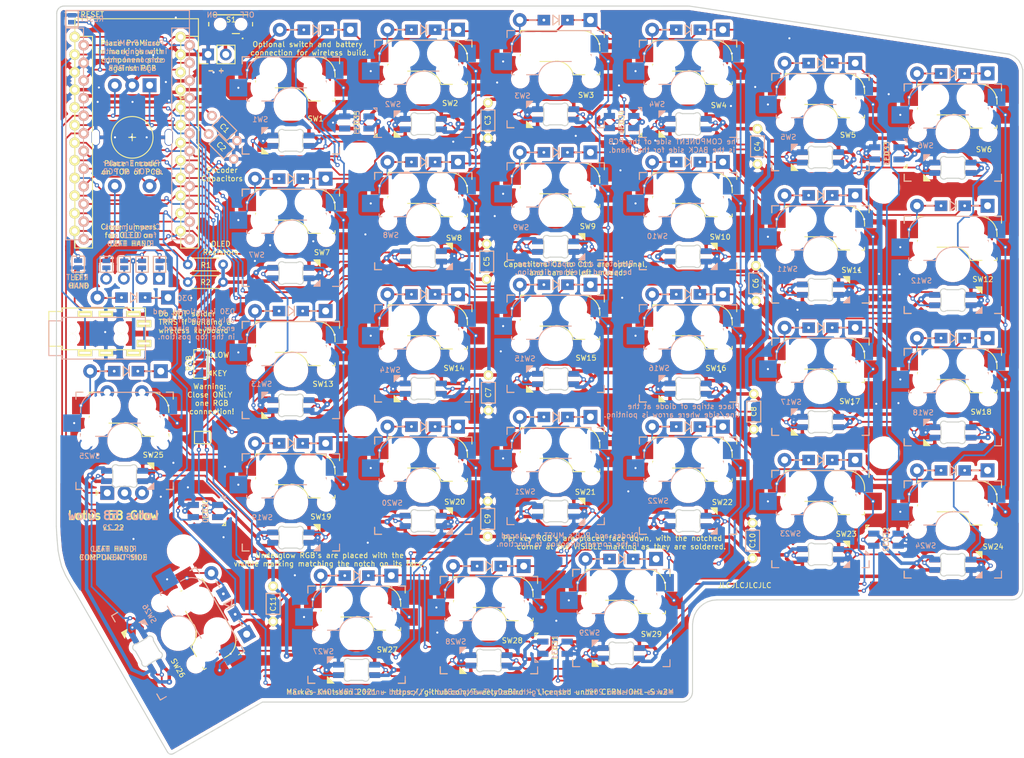
<source format=kicad_pcb>
(kicad_pcb (version 20171130) (host pcbnew "(5.1.9)-1")
  (title_block (title "Lotus 58 Glow") (date 2021-10-19) (rev v1.21) (company "Markus Knutsson <markus.knutsson@tweety.se>") (comment 1 https://github.com/TweetyDaBird) (comment 2 "Licensed under CERN-OHL-S v2 or any superseding version"))
  (layers (0 F.Cu signal) (31 B.Cu signal) (34 B.Paste user hide) (35 F.Paste user hide) (36 B.SilkS user) (37 F.SilkS user) (38 B.Mask user hide) (39 F.Mask user hide) (44 Edge.Cuts user hide))
  (net 0 "")
  (net 1 "Net-(D1-Pad2)")
  (net 2 row4)
  (net 3 "Net-(D2-Pad2)")
  (net 4 "Net-(D3-Pad2)")
  (net 5 row0)
  (net 6 "Net-(D4-Pad2)")
  (net 7 row1)
  (net 8 "Net-(D5-Pad2)")
  (net 9 row2)
  (net 10 "Net-(D6-Pad2)")
  (net 11 row3)
  (net 12 "Net-(D7-Pad2)")
  (net 13 "Net-(D8-Pad2)")
  (net 14 "Net-(D9-Pad2)")
  (net 15 "Net-(D10-Pad2)")
  (net 16 "Net-(D11-Pad2)")
  (net 17 "Net-(D12-Pad2)")
  (net 18 "Net-(D13-Pad2)")
  (net 19 "Net-(D14-Pad2)")
  (net 20 "Net-(D15-Pad2)")
  (net 21 "Net-(D16-Pad2)")
  (net 22 "Net-(D17-Pad2)")
  (net 23 "Net-(D18-Pad2)")
  (net 24 "Net-(D19-Pad2)")
  (net 25 "Net-(D20-Pad2)")
  (net 26 "Net-(D21-Pad2)")
  (net 27 "Net-(D22-Pad2)")
  (net 28 "Net-(D23-Pad2)")
  (net 29 "Net-(D24-Pad2)")
  (net 30 "Net-(D26-Pad2)")
  (net 31 "Net-(D27-Pad2)")
  (net 32 "Net-(D28-Pad2)")
  (net 33 VCC)
  (net 34 GND)
  (net 35 col0)
  (net 36 col1)
  (net 37 col2)
  (net 38 col3)
  (net 39 col4)
  (net 40 col5)
  (net 41 SDA)
  (net 42 LED)
  (net 43 SCL)
  (net 44 RESET)
  (net 45 "Net-(D29-Pad2)")
  (net 46 DATA)
  (net 47 "Net-(D30-Pad2)")
  (net 48 Hand)
  (net 49 "Net-(J1-PadS)")
  (net 50 B)
  (net 51 A)
  (net 52 Alt)
  (net 53 "Net-(LED1-Pad2)")
  (net 54 "Net-(LED2-Pad2)")
  (net 55 "Net-(JP5-Pad1)")
  (net 56 "Net-(JP10-Pad1)")
  (net 57 "Net-(JP11-Pad1)")
  (net 58 "Net-(JP12-Pad1)")
  (net 59 "Net-(LED3-Pad2)")
  (net 60 "Net-(LED4-Pad2)")
  (net 61 "Net-(LED5-Pad2)")
  (net 62 "Net-(LED12-Pad4)")
  (net 63 "Net-(LED7-Pad4)")
  (net 64 "Net-(LED13-Pad4)")
  (net 65 "Net-(LED8-Pad4)")
  (net 66 "Net-(LED10-Pad2)")
  (net 67 "Net-(LED10-Pad4)")
  (net 68 "Net-(LED11-Pad4)")
  (net 69 "Net-(LED13-Pad2)")
  (net 70 "Net-(LED14-Pad2)")
  (net 71 "Net-(LED15-Pad2)")
  (net 72 "Net-(LED16-Pad2)")
  (net 73 "Net-(LED17-Pad2)")
  (net 74 "Net-(LED18-Pad2)")
  (net 75 "Net-(LED19-Pad4)")
  (net 76 "Net-(LED19-Pad2)")
  (net 77 "Net-(LED20-Pad4)")
  (net 78 "Net-(LED21-Pad4)")
  (net 79 "Net-(LED22-Pad4)")
  (net 80 "Net-(LED23-Pad4)")
  (net 81 "Net-(LED25-Pad2)")
  (net 82 "Net-(LED26-Pad2)")
  (net 83 "Net-(LED27-Pad2)")
  (net 84 "Net-(LED28-Pad2)")
  (net 85 "Net-(LED30-Pad1)")
  (net 86 "Net-(LED31-Pad1)")
  (net 87 "Net-(LED32-Pad1)")
  (net 88 "Net-(LED33-Pad1)")
  (net 89 "Net-(LED34-Pad1)")
  (net 90 "Net-(LED35-Pad1)")
  (net 91 RGB_KEY)
  (net 92 RGB_GLOW)
  (net 93 RGB_LINK)
  (net 94 Battery)
  (net 95 /Batt)
  (module "Keyboard Library:MSK12C02" (layer F.Cu) (at 105.73 38.3 180)
    (fp_text reference S1 (at -0.06 0.65) (layer F.SilkS) (effects (font (size 0.75 0.75) (thickness 0.12))))
    (fp_text value MSK12C02 hide)
    (pad MP smd rect (at -3.45 -1.05 270) (size 0.5 0.8) (layers F.Cu F.Paste F.Mask) (net 34 GND))
    (pad MP smd rect (at -3.45 1.05 270) (size 0.5 0.8) (layers F.Cu F.Paste F.Mask) (net 34 GND))
    (pad MP smd rect (at 3.45 1.05 270) (size 0.5 0.8) (layers F.Cu F.Paste F.Mask) (net 34 GND))
    (pad MP smd rect (at 3.45 -1.05 270) (size 0.5 0.8) (layers F.Cu F.Paste F.Mask) (net 34 GND))
    (pad MH2 np_thru_hole circle (at 1.5 0 180) (size 0.85 0) (drill 0.85) (layers *.Cu *.Mask))
    (pad MH1 np_thru_hole circle (at -1.5 0 180) (size 0.85 0) (drill 0.85) (layers *.Cu *.Mask))
    (pad C1 smd rect (at 2.25 -1.85 180) (size 0.5 1) (layers F.Cu F.Paste F.Mask) (net 94 Battery))
    (pad B1 smd rect (at 0.75 -1.85 180) (size 0.5 1) (layers F.Cu F.Paste F.Mask) (net 95 /Batt))
    (pad A1 smd rect (at -2.25 -1.85 180) (size 0.5 1) (layers F.Cu F.Paste F.Mask))
  )
  (module "Keyboard Library:RotaryEncoder_Alps_EC11E-Switch_Vertical_H20_special" (layer F.Cu) (at 91.567 54.594 270)
    (fp_text reference SW30 (at -4.7 -7.2 90) (layer F.SilkS) (effects (font (size 0.75 0.75) (thickness 0.12))))
    (fp_text value Rotary_Encoder_Switch)
    (pad A thru_hole rect (at -7.5 -2.5 270) (size 2 2) (drill 1) (layers *.Cu *.Mask) (net 51 A))
    (pad C thru_hole circle (at -7.5 0 270) (size 2 2) (drill 1) (layers *.Cu *.Mask) (net 34 GND))
    (pad B thru_hole circle (at -7.5 2.5 270) (size 2 2) (drill 1) (layers *.Cu *.Mask) (net 50 B))
    (pad MP1 thru_hole oval (at 0 -5.25 270) (size 2.4 1.2) (drill oval 2.2 1) (layers *.Cu *.Mask) (net 34 GND))
    (pad MP2 thru_hole oval (at 0 5.25 270) (size 2.4 1.2) (drill oval 2.2 1) (layers *.Cu *.Mask) (net 34 GND))
    (pad S2 thru_hole circle (at 7 -2.5 270) (size 2 2) (drill 1) (layers *.Cu *.Mask) (net 35 col0))
    (pad S1 thru_hole circle (at 7 2.5 270) (size 2 2) (drill 1) (layers *.Cu *.Mask) (net 47 "Net-(D30-Pad2)"))
  )
  (module "Keyboard Library:Diode_DO35_SOD123" (layer F.Cu) (at 91.73 77.66 180)
    (fp_text reference D30 (at -7.4 -0.1) (layer B.SilkS) (effects (font (size 0.75 0.75) (thickness 0.12)) (justify mirror)))
    (fp_text value 1N4148/1N4148W hide)
    (pad 1 thru_hole rect (at -5 -0.00254) (size 1.99898 1.99898) (drill 1) (layers *.Cu *.Mask) (net 2 row4))
    (pad 2 thru_hole circle (at 5.16 -0.00254) (size 1.99898 1.99898) (drill 1) (layers *.Cu *.Mask) (net 47 "Net-(D30-Pad2)"))
    (pad 1 thru_hole rect (at -1.7 0 180) (size 1.8 1.5) (drill 0.4) (layers *.Cu *.Mask) (net 2 row4))
    (pad 2 thru_hole rect (at 1.7 0 180) (size 1.8 1.5) (drill 0.4) (layers *.Cu *.Mask) (net 47 "Net-(D30-Pad2)"))
  )
  (module KiCad-SSD1306-0.91-OLED-4pin-128x32:SSD1306-0.91-OLED-4pin-128x32 (layer F.Cu) (at 97.6305 38.4435 270)
    (fp_text reference P1 hide)
    (fp_text value OLED)
    (pad 4 thru_hole oval (at 36.5 9.81 270) (size 1.7 1.7) (drill 1) (layers *.Cu *.Mask) (net 58 "Net-(JP12-Pad1)"))
    (pad 3 thru_hole oval (at 36.5 7.27 270) (size 1.7 1.7) (drill 1) (layers *.Cu *.Mask) (net 57 "Net-(JP11-Pad1)"))
    (pad 2 thru_hole oval (at 36.5 4.73 270) (size 1.7 1.7) (drill 1) (layers *.Cu *.Mask) (net 56 "Net-(JP10-Pad1)"))
    (pad 1 thru_hole rect (at 36.5 2.19 270) (size 1.7 1.7) (drill 1) (layers *.Cu *.Mask) (net 55 "Net-(JP5-Pad1)"))
  )
  (module "Keyboard Library:RotaryEncoder_Alps_EC11E-Switch_Special" (layer F.Cu) (at 90.4748 98.2853 90)
    (fp_text reference SW31 hide)
    (fp_text value Rotary_Encoder_Switch)
    (pad MP2 thru_hole circle (at -0.54 5.6 90) (size 2 2) (drill 1.5) (layers *.Cu *.Mask) (net 34 GND))
    (pad "" np_thru_hole circle (at 0.54 5.6 90) (size 1.5 1.5) (drill 1.5) (layers *.Cu *.Mask))
    (pad "" np_thru_hole circle (at 0.54 -5.6 90) (size 1.5 1.5) (drill 1.5) (layers *.Cu *.Mask))
    (pad A thru_hole rect (at -7.5 -2.5 90) (size 2 2) (drill 1) (layers *.Cu *.Mask) (net 51 A))
    (pad C thru_hole circle (at -7.5 0 90) (size 2 2) (drill 1) (layers *.Cu *.Mask) (net 34 GND))
    (pad B thru_hole circle (at -7.5 2.5 90) (size 2 2) (drill 1) (layers *.Cu *.Mask) (net 50 B))
    (pad S2 thru_hole circle (at 7 -2.5 90) (size 2 2) (drill 1) (layers *.Cu *.Mask) (net 52 Alt))
    (pad S1 thru_hole circle (at 7 2.5 90) (size 2 2) (drill 1) (layers *.Cu *.Mask) (net 40 col5))
    (pad MP1 thru_hole circle (at -0.54 -5.6 90) (size 2 2) (drill 1.5) (layers *.Cu *.Mask) (net 34 GND))
  )
  (module Jumper:SolderJumper-3_P1.3mm_Open_Pad1.0x1.5mm (layer F.Cu) (at 101.43 87.23 90)
    (fp_text reference JP16 hide)
    (fp_text value RGB hide)
    (fp_text user RGB (at 0.116 -1.722 90) (layer F.SilkS) (effects (font (size 0.75 0.75) (thickness 0.12))))
    (pad 1 smd rect (at -1.3 0 90) (size 1 1.5) (layers F.Cu F.Mask) (net 91 RGB_KEY))
    (pad 2 smd rect (at 0 0 90) (size 1 1.5) (layers F.Cu F.Mask) (net 42 LED))
    (pad 3 smd rect (at 1.3 0 90) (size 1 1.5) (layers F.Cu F.Mask) (net 92 RGB_GLOW))
  )
  (module "Keyboard Library:LED_SK6812MINI_PLCC4_3.5x3.5mm_P1.75mm" (layer F.Cu) (at 123.8885 52.451)
    (fp_text reference LED35 (at 0 0 90) (layer F.SilkS) (effects (font (size 0.75 0.75) (thickness 0.12))))
    (fp_text value SK6812MINI)
    (fp_text user LED35 (at 0 0 90) (layer B.SilkS) (effects (font (size 0.75 0.75) (thickness 0.12)) (justify mirror)))
    (pad 2 smd rect (at -1.75 -0.875) (size 1.6 0.85) (layers B.Cu B.Paste B.Mask) (net 34 GND))
    (pad 1 smd rect (at -1.75 0.875) (size 1.6 0.85) (layers B.Cu B.Paste B.Mask) (net 90 "Net-(LED35-Pad1)"))
    (pad 4 smd rect (at 1.75 0.875) (size 1.6 0.85) (layers B.Cu B.Paste B.Mask) (net 33 VCC))
    (pad 3 smd rect (at 1.75 -0.875) (size 1.6 0.85) (layers B.Cu B.Paste B.Mask) (net 89 "Net-(LED34-Pad1)"))
    (pad 1 smd rect (at -1.75 -0.875) (size 1.6 0.85) (layers F.Cu F.Paste F.Mask) (net 90 "Net-(LED35-Pad1)"))
    (pad 2 smd rect (at -1.75 0.875) (size 1.6 0.85) (layers F.Cu F.Paste F.Mask) (net 34 GND))
    (pad 4 smd rect (at 1.75 -0.875) (size 1.6 0.85) (layers F.Cu F.Paste F.Mask) (net 33 VCC))
    (pad 3 smd rect (at 1.75 0.875) (size 1.6 0.85) (layers F.Cu F.Paste F.Mask) (net 89 "Net-(LED34-Pad1)"))
  )
  (module "Keyboard Library:LED_SK6812MINI_PLCC4_3.5x3.5mm_P1.75mm" (layer F.Cu) (at 161.9885 52.3875)
    (fp_text reference LED34 (at 0 0 90) (layer F.SilkS) (effects (font (size 0.75 0.75) (thickness 0.12))))
    (fp_text value SK6812MINI)
    (fp_text user LED34 (at 0 0 90) (layer B.SilkS) (effects (font (size 0.75 0.75) (thickness 0.12)) (justify mirror)))
    (pad 2 smd rect (at -1.75 -0.875) (size 1.6 0.85) (layers B.Cu B.Paste B.Mask) (net 34 GND))
    (pad 1 smd rect (at -1.75 0.875) (size 1.6 0.85) (layers B.Cu B.Paste B.Mask) (net 89 "Net-(LED34-Pad1)"))
    (pad 4 smd rect (at 1.75 0.875) (size 1.6 0.85) (layers B.Cu B.Paste B.Mask) (net 33 VCC))
    (pad 3 smd rect (at 1.75 -0.875) (size 1.6 0.85) (layers B.Cu B.Paste B.Mask) (net 88 "Net-(LED33-Pad1)"))
    (pad 1 smd rect (at -1.75 -0.875) (size 1.6 0.85) (layers F.Cu F.Paste F.Mask) (net 89 "Net-(LED34-Pad1)"))
    (pad 2 smd rect (at -1.75 0.875) (size 1.6 0.85) (layers F.Cu F.Paste F.Mask) (net 34 GND))
    (pad 4 smd rect (at 1.75 -0.875) (size 1.6 0.85) (layers F.Cu F.Paste F.Mask) (net 33 VCC))
    (pad 3 smd rect (at 1.75 0.875) (size 1.6 0.85) (layers F.Cu F.Paste F.Mask) (net 88 "Net-(LED33-Pad1)"))
  )
  (module "Keyboard Library:LED_SK6812MINI_PLCC4_3.5x3.5mm_P1.75mm" (layer F.Cu) (at 200.152 56.896)
    (fp_text reference LED33 (at 0 0 90) (layer F.SilkS) (effects (font (size 0.75 0.75) (thickness 0.12))))
    (fp_text value SK6812MINI)
    (fp_text user LED33 (at 0 0 90) (layer B.SilkS) (effects (font (size 0.75 0.75) (thickness 0.12)) (justify mirror)))
    (pad 2 smd rect (at -1.75 -0.875) (size 1.6 0.85) (layers B.Cu B.Paste B.Mask) (net 34 GND))
    (pad 1 smd rect (at -1.75 0.875) (size 1.6 0.85) (layers B.Cu B.Paste B.Mask) (net 88 "Net-(LED33-Pad1)"))
    (pad 4 smd rect (at 1.75 0.875) (size 1.6 0.85) (layers B.Cu B.Paste B.Mask) (net 33 VCC))
    (pad 3 smd rect (at 1.75 -0.875) (size 1.6 0.85) (layers B.Cu B.Paste B.Mask) (net 87 "Net-(LED32-Pad1)"))
    (pad 1 smd rect (at -1.75 -0.875) (size 1.6 0.85) (layers F.Cu F.Paste F.Mask) (net 88 "Net-(LED33-Pad1)"))
    (pad 2 smd rect (at -1.75 0.875) (size 1.6 0.85) (layers F.Cu F.Paste F.Mask) (net 34 GND))
    (pad 4 smd rect (at 1.75 -0.875) (size 1.6 0.85) (layers F.Cu F.Paste F.Mask) (net 33 VCC))
    (pad 3 smd rect (at 1.75 0.875) (size 1.6 0.85) (layers F.Cu F.Paste F.Mask) (net 87 "Net-(LED32-Pad1)"))
  )
  (module "Keyboard Library:LED_SK6812MINI_PLCC4_3.5x3.5mm_P1.75mm" (layer B.Cu) (at 200.025 112.522 180)
    (fp_text reference LED32 (at -0.025 0.082 90) (layer F.SilkS) (effects (font (size 0.75 0.75) (thickness 0.12))))
    (fp_text value SK6812MINI)
    (fp_text user LED32 (at 0 0 270) (layer B.SilkS) (effects (font (size 0.75 0.75) (thickness 0.12)) (justify mirror)))
    (pad 2 smd rect (at -1.75 0.875 180) (size 1.6 0.85) (layers F.Cu F.Paste F.Mask) (net 34 GND))
    (pad 1 smd rect (at -1.75 -0.875 180) (size 1.6 0.85) (layers F.Cu F.Paste F.Mask) (net 87 "Net-(LED32-Pad1)"))
    (pad 4 smd rect (at 1.75 -0.875 180) (size 1.6 0.85) (layers F.Cu F.Paste F.Mask) (net 33 VCC))
    (pad 3 smd rect (at 1.75 0.875 180) (size 1.6 0.85) (layers F.Cu F.Paste F.Mask) (net 86 "Net-(LED31-Pad1)"))
    (pad 1 smd rect (at -1.75 0.875 180) (size 1.6 0.85) (layers B.Cu B.Paste B.Mask) (net 87 "Net-(LED32-Pad1)"))
    (pad 2 smd rect (at -1.75 -0.875 180) (size 1.6 0.85) (layers B.Cu B.Paste B.Mask) (net 34 GND))
    (pad 4 smd rect (at 1.75 0.875 180) (size 1.6 0.85) (layers B.Cu B.Paste B.Mask) (net 33 VCC))
    (pad 3 smd rect (at 1.75 -0.875 180) (size 1.6 0.85) (layers B.Cu B.Paste B.Mask) (net 86 "Net-(LED31-Pad1)"))
  )
  (module "Keyboard Library:LED_SK6812MINI_PLCC4_3.5x3.5mm_P1.75mm" (layer F.Cu) (at 152.4 128.0795 180)
    (fp_text reference LED31 (at 0 0 90) (layer F.SilkS) (effects (font (size 0.75 0.75) (thickness 0.12))))
    (fp_text value SK6812MINI)
    (fp_text user LED31 (at 0 0 270) (layer B.SilkS) (effects (font (size 0.75 0.75) (thickness 0.12)) (justify mirror)))
    (pad 2 smd rect (at -1.75 -0.875 180) (size 1.6 0.85) (layers B.Cu B.Paste B.Mask) (net 34 GND))
    (pad 1 smd rect (at -1.75 0.875 180) (size 1.6 0.85) (layers B.Cu B.Paste B.Mask) (net 86 "Net-(LED31-Pad1)"))
    (pad 4 smd rect (at 1.75 0.875 180) (size 1.6 0.85) (layers B.Cu B.Paste B.Mask) (net 33 VCC))
    (pad 3 smd rect (at 1.75 -0.875 180) (size 1.6 0.85) (layers B.Cu B.Paste B.Mask) (net 85 "Net-(LED30-Pad1)"))
    (pad 1 smd rect (at -1.75 -0.875 180) (size 1.6 0.85) (layers F.Cu F.Paste F.Mask) (net 86 "Net-(LED31-Pad1)"))
    (pad 2 smd rect (at -1.75 0.875 180) (size 1.6 0.85) (layers F.Cu F.Paste F.Mask) (net 34 GND))
    (pad 4 smd rect (at 1.75 -0.875 180) (size 1.6 0.85) (layers F.Cu F.Paste F.Mask) (net 33 VCC))
    (pad 3 smd rect (at 1.75 0.875 180) (size 1.6 0.85) (layers F.Cu F.Paste F.Mask) (net 85 "Net-(LED30-Pad1)"))
  )
  (module "Keyboard Library:LED_SK6812MINI_PLCC4_3.5x3.5mm_P1.75mm" (layer F.Cu) (at 102.108 108.3945)
    (fp_text reference LED30 (at 0 0 90) (layer F.SilkS) (effects (font (size 0.75 0.75) (thickness 0.12))))
    (fp_text value SK6812MINI)
    (fp_text user LED30 (at 0 0 90) (layer B.SilkS) (effects (font (size 0.75 0.75) (thickness 0.12)) (justify mirror)))
    (pad 2 smd rect (at -1.75 -0.875) (size 1.6 0.85) (layers B.Cu B.Paste B.Mask) (net 34 GND))
    (pad 1 smd rect (at -1.75 0.875) (size 1.6 0.85) (layers B.Cu B.Paste B.Mask) (net 85 "Net-(LED30-Pad1)"))
    (pad 4 smd rect (at 1.75 0.875) (size 1.6 0.85) (layers B.Cu B.Paste B.Mask) (net 33 VCC))
    (pad 3 smd rect (at 1.75 -0.875) (size 1.6 0.85) (layers B.Cu B.Paste B.Mask) (net 92 RGB_GLOW))
    (pad 1 smd rect (at -1.75 -0.875) (size 1.6 0.85) (layers F.Cu F.Paste F.Mask) (net 85 "Net-(LED30-Pad1)"))
    (pad 2 smd rect (at -1.75 0.875) (size 1.6 0.85) (layers F.Cu F.Paste F.Mask) (net 34 GND))
    (pad 4 smd rect (at 1.75 -0.875) (size 1.6 0.85) (layers F.Cu F.Paste F.Mask) (net 33 VCC))
    (pad 3 smd rect (at 1.75 0.875) (size 1.6 0.85) (layers F.Cu F.Paste F.Mask) (net 92 RGB_GLOW))
  )
  (module "Keyboard Library:Jumper_Mini" (layer F.Cu) (at 101.67 97.82 180)
    (fp_text reference JP15 hide)
    (fp_text value FULL hide)
    (pad 2 smd rect (at 0.50038 0 180) (size 0.635 1.143) (layers F.Cu F.Paste F.Mask) (net 92 RGB_GLOW) (clearance 0.1905))
    (pad 1 smd rect (at -0.50038 0 180) (size 0.635 1.143) (layers F.Cu F.Paste F.Mask) (net 93 RGB_LINK) (clearance 0.1905))
  )
  (module "Keyboard Library:Diode_DO35_SOD123" (layer B.Cu) (at 117.96 39.11 180)
    (fp_text reference D1 hide)
    (fp_text value 1N4148/1N4148W hide)
    (pad 1 thru_hole rect (at -5 0.00254) (size 1.99898 1.99898) (drill 1) (layers *.Cu *.Mask) (net 5 row0))
    (pad 2 thru_hole circle (at 5.16 0.00254) (size 1.99898 1.99898) (drill 1) (layers *.Cu *.Mask) (net 1 "Net-(D1-Pad2)"))
    (pad 1 thru_hole rect (at -1.7 0 180) (size 1.8 1.5) (drill 0.4) (layers *.Cu *.Mask) (net 5 row0))
    (pad 2 thru_hole rect (at 1.7 0 180) (size 1.8 1.5) (drill 0.4) (layers *.Cu *.Mask) (net 1 "Net-(D1-Pad2)"))
  )
  (module keyswitches:Kailh_socket_MX_reversible_RGB (layer F.Cu) (at 152.5 46.21)
    (fp_text reference SW3 (at 4.3704 2.304) (layer F.SilkS) (effects (font (size 0.75 0.75) (thickness 0.12))))
    (fp_text value "Kailh hotswap MX socket")
    (fp_text user %R (at -4.7736 2.4056) (layer B.SilkS) (effects (font (size 0.75 0.75) (thickness 0.12)) (justify mirror)))
    (pad 1 smd rect (at 7.56 -2.54 180) (size 2.55 2.5) (layers F.Cu F.Paste F.Mask) (net 38 col3))
    (pad "" np_thru_hole circle (at -5.08 0) (size 1.7018 1.7018) (drill 1.7018) (layers *.Cu *.Mask))
    (pad "" np_thru_hole circle (at 5.08 0) (size 1.7018 1.7018) (drill 1.7018) (layers *.Cu *.Mask))
    (pad "" np_thru_hole circle (at 0 0) (size 3.9878 3.9878) (drill 3.9878) (layers *.Cu *.Mask))
    (pad "" np_thru_hole circle (at -3.81 -2.54) (size 3 3) (drill 3) (layers *.Cu *.Mask))
    (pad "" np_thru_hole circle (at 2.54 -5.08) (size 3 3) (drill 3) (layers *.Cu *.Mask))
    (pad 2 smd rect (at -6.29 -5.08 180) (size 2.55 2.5) (layers F.Cu F.Paste F.Mask) (net 4 "Net-(D3-Pad2)"))
    (pad "" np_thru_hole circle (at -2.54 -5.08 180) (size 3 3) (drill 3) (layers *.Cu *.Mask))
    (pad "" np_thru_hole circle (at 3.81 -2.54 180) (size 3 3) (drill 3) (layers *.Cu *.Mask))
    (pad 1 smd rect (at 6.29 -5.08) (size 2.55 2.5) (layers B.Cu B.Paste B.Mask) (net 38 col3))
    (pad 2 smd rect (at -7.56 -2.54) (size 2.55 2.5) (layers B.Cu B.Paste B.Mask) (net 4 "Net-(D3-Pad2)"))
  )
  (module Resistor_THT:R_Axial_DIN0204_L3.6mm_D1.6mm_P5.08mm_Horizontal (layer F.Cu) (at 104.648 75.438 180)
    (fp_text reference R2 (at 2.52 -0.03) (layer F.SilkS) (effects (font (size 0.75 0.75) (thickness 0.12))))
    (fp_text value 4k7)
    (pad 2 thru_hole oval (at 5.08 0 180) (size 1.4 1.4) (drill 0.7) (layers *.Cu *.Mask) (net 41 SDA))
    (pad 1 thru_hole circle (at 0 0 180) (size 1.4 1.4) (drill 0.7) (layers *.Cu *.Mask) (net 33 VCC))
  )
  (module Resistor_THT:R_Axial_DIN0204_L3.6mm_D1.6mm_P5.08mm_Horizontal (layer F.Cu) (at 104.648 72.898 180)
    (fp_text reference R1 (at 2.49 -0.1) (layer F.SilkS) (effects (font (size 0.75 0.75) (thickness 0.12))))
    (fp_text value 4k7)
    (pad 2 thru_hole oval (at 5.08 0 180) (size 1.4 1.4) (drill 0.7) (layers *.Cu *.Mask) (net 43 SCL))
    (pad 1 thru_hole circle (at 0 0 180) (size 1.4 1.4) (drill 0.7) (layers *.Cu *.Mask) (net 33 VCC))
  )
  (module Connector_PinHeader_2.54mm:PinHeader_1x02_P2.54mm_Vertical (layer F.Cu) (at 102.49 42.66 90)
    (fp_text reference J2 hide)
    (fp_text value Conn_01x02)
    (pad 2 thru_hole oval (at 0 2.54 90) (size 1.7 1.7) (drill 1) (layers *.Cu *.Mask) (net 95 /Batt))
    (pad 1 thru_hole rect (at 0 0 90) (size 1.7 1.7) (drill 1) (layers *.Cu *.Mask) (net 34 GND))
  )
  (module "Keyboard Library:RESISTOR_Reversible" (layer F.Cu) (at 111.84 121.76 270)
    (fp_text reference C11 (at 0 0 90) (layer F.SilkS) (effects (font (size 0.75 0.75) (thickness 0.12))))
    (fp_text value 100nF hide)
    (pad 2 thru_hole circle (at 2.54 0 270) (size 1.397 1.397) (drill 0.8128) (layers *.Cu *.Mask F.SilkS) (net 34 GND))
    (pad 1 thru_hole circle (at -2.54 0 270) (size 1.397 1.397) (drill 0.8128) (layers *.Cu *.Mask F.SilkS) (net 33 VCC))
  )
  (module "Keyboard Library:RESISTOR_Reversible" (layer F.Cu) (at 180.83 112.66 90)
    (fp_text reference C10 (at 0 0 90) (layer F.SilkS) (effects (font (size 0.75 0.75) (thickness 0.12))))
    (fp_text value 100nF hide)
    (pad 2 thru_hole circle (at 2.54 0 90) (size 1.397 1.397) (drill 0.8128) (layers *.Cu *.Mask F.SilkS) (net 34 GND))
    (pad 1 thru_hole circle (at -2.54 0 90) (size 1.397 1.397) (drill 0.8128) (layers *.Cu *.Mask F.SilkS) (net 33 VCC))
  )
  (module "Keyboard Library:RESISTOR_Reversible" (layer F.Cu) (at 142.72 109.53 90)
    (fp_text reference C9 (at 0 0 90) (layer F.SilkS) (effects (font (size 0.75 0.75) (thickness 0.12))))
    (fp_text value 100nF hide)
    (pad 2 thru_hole circle (at 2.54 0 90) (size 1.397 1.397) (drill 0.8128) (layers *.Cu *.Mask F.SilkS) (net 34 GND))
    (pad 1 thru_hole circle (at -2.54 0 90) (size 1.397 1.397) (drill 0.8128) (layers *.Cu *.Mask F.SilkS) (net 33 VCC))
  )
  (module "Keyboard Library:RESISTOR_Reversible" (layer F.Cu) (at 181 94.08 270)
    (fp_text reference C8 (at 0 0 90) (layer F.SilkS) (effects (font (size 0.75 0.75) (thickness 0.12))))
    (fp_text value 100nF hide)
    (pad 2 thru_hole circle (at 2.54 0 270) (size 1.397 1.397) (drill 0.8128) (layers *.Cu *.Mask F.SilkS) (net 34 GND))
    (pad 1 thru_hole circle (at -2.54 0 270) (size 1.397 1.397) (drill 0.8128) (layers *.Cu *.Mask F.SilkS) (net 33 VCC))
  )
  (module "Keyboard Library:RESISTOR_Reversible" (layer F.Cu) (at 142.82 91.36 270)
    (fp_text reference C7 (at 0 0 90) (layer F.SilkS) (effects (font (size 0.75 0.75) (thickness 0.12))))
    (fp_text value 100nF hide)
    (pad 2 thru_hole circle (at 2.54 0 270) (size 1.397 1.397) (drill 0.8128) (layers *.Cu *.Mask F.SilkS) (net 34 GND))
    (pad 1 thru_hole circle (at -2.54 0 270) (size 1.397 1.397) (drill 0.8128) (layers *.Cu *.Mask F.SilkS) (net 33 VCC))
  )
  (module "Keyboard Library:RESISTOR_Reversible" (layer F.Cu) (at 181.3 75.61 270)
    (fp_text reference C6 (at 0 0 90) (layer F.SilkS) (effects (font (size 0.75 0.75) (thickness 0.12))))
    (fp_text value 100nF hide)
    (pad 2 thru_hole circle (at 2.54 0 270) (size 1.397 1.397) (drill 0.8128) (layers *.Cu *.Mask F.SilkS) (net 34 GND))
    (pad 1 thru_hole circle (at -2.54 0 270) (size 1.397 1.397) (drill 0.8128) (layers *.Cu *.Mask F.SilkS) (net 33 VCC))
  )
  (module "Keyboard Library:RESISTOR_Reversible" (layer F.Cu) (at 142.57 72.48 90)
    (fp_text reference C5 (at 0 0 90) (layer F.SilkS) (effects (font (size 0.75 0.75) (thickness 0.12))))
    (fp_text value 100nF hide)
    (pad 2 thru_hole circle (at 2.54 0 90) (size 1.397 1.397) (drill 0.8128) (layers *.Cu *.Mask F.SilkS) (net 34 GND))
    (pad 1 thru_hole circle (at -2.54 0 90) (size 1.397 1.397) (drill 0.8128) (layers *.Cu *.Mask F.SilkS) (net 33 VCC))
  )
  (module "Keyboard Library:RESISTOR_Reversible" (layer F.Cu) (at 181.54 55.9 270)
    (fp_text reference C4 (at 0 0 90) (layer F.SilkS) (effects (font (size 0.75 0.75) (thickness 0.12))))
    (fp_text value 100nF hide)
    (pad 2 thru_hole circle (at 2.54 0 270) (size 1.397 1.397) (drill 0.8128) (layers *.Cu *.Mask F.SilkS) (net 34 GND))
    (pad 1 thru_hole circle (at -2.54 0 270) (size 1.397 1.397) (drill 0.8128) (layers *.Cu *.Mask F.SilkS) (net 33 VCC))
  )
  (module "Keyboard Library:RESISTOR_Reversible" (layer F.Cu) (at 142.75 52.15 270)
    (fp_text reference C3 (at 0 0 90) (layer F.SilkS) (effects (font (size 0.75 0.75) (thickness 0.12))))
    (fp_text value 100nF hide)
    (pad 2 thru_hole circle (at 2.54 0 270) (size 1.397 1.397) (drill 0.8128) (layers *.Cu *.Mask F.SilkS) (net 34 GND))
    (pad 1 thru_hole circle (at -2.54 0 270) (size 1.397 1.397) (drill 0.8128) (layers *.Cu *.Mask F.SilkS) (net 33 VCC))
  )
  (module kicad-keyboard-parts:MX_SK6812MINI-E_REVERSIBLE (layer F.Cu) (at 161.95 128.88 180)
    (fp_text reference LED29 hide)
    (fp_text value SK6812MINI-E)
    (fp_line (start 0.794452 1.499999) (end -0.794452 1.499999) (layer Edge.Cuts) (width 0.15))
    (fp_line (start 1.699999 -0.702843) (end 1.699999 0.702841) (layer Edge.Cuts) (width 0.15))
    (fp_line (start -0.794452 -1.5) (end 0.794453 -1.5) (layer Edge.Cuts) (width 0.15))
    (fp_line (start -1.699999 0.702841) (end -1.699999 -0.702843) (layer Edge.Cuts) (width 0.15))
    (fp_arc (start -0.794452 1.999999) (end -0.794452 1.499999) (angle -30.2992623) (layer Edge.Cuts) (width 0.15))
    (fp_arc (start 0.794452 1.999999) (end 1.046711 1.568298) (angle -30.29933433) (layer Edge.Cuts) (width 0.15))
    (fp_arc (start 1.298969 1.136597) (end 1.046711 1.568298) (angle -146.0055121) (layer Edge.Cuts) (width 0.15))
    (fp_arc (start 2.199999 0.702841) (end 1.699999 0.702841) (angle -25.70617777) (layer Edge.Cuts) (width 0.15))
    (fp_arc (start 2.199999 -0.702843) (end 1.749484 -0.919721) (angle -25.70608136) (layer Edge.Cuts) (width 0.15))
    (fp_arc (start 1.298969 -1.136598) (end 1.749484 -0.919721) (angle -146.0053097) (layer Edge.Cuts) (width 0.15))
    (fp_arc (start 0.794453 -2) (end 0.794453 -1.5) (angle -30.29922831) (layer Edge.Cuts) (width 0.15))
    (fp_arc (start -0.794452 -2) (end -1.046711 -1.5683) (angle -30.29928212) (layer Edge.Cuts) (width 0.15))
    (fp_arc (start -1.298969 -1.136599) (end -1.046711 -1.5683) (angle -146.0054017) (layer Edge.Cuts) (width 0.15))
    (fp_arc (start -2.199999 -0.702843) (end -1.699999 -0.702843) (angle -25.70611954) (layer Edge.Cuts) (width 0.15))
    (fp_arc (start -2.199999 0.702841) (end -1.749484 0.919719) (angle -25.70611205) (layer Edge.Cuts) (width 0.15))
    (fp_arc (start -1.298969 1.136596) (end -1.749484 0.919719) (angle -146.0053744) (layer Edge.Cuts) (width 0.15))
    (pad 2 smd roundrect (at -2.6 -0.75 270) (size 0.82 1.6) (layers F.Cu F.Paste F.Mask) (roundrect_rratio 0.1) (net 93 RGB_LINK))
    (pad 1 smd roundrect (at -2.6 0.75 270) (size 0.82 1.6) (layers F.Cu F.Paste F.Mask) (roundrect_rratio 0.1) (net 33 VCC))
    (pad 3 smd roundrect (at 2.6 -0.75 270) (size 0.82 1.6) (layers F.Cu F.Paste F.Mask) (roundrect_rratio 0.1) (net 34 GND))
    (pad 4 smd roundrect (at 2.6 0.75 270) (size 0.82 1.6) (layers F.Cu F.Paste F.Mask) (roundrect_rratio 0.1) (net 84 "Net-(LED28-Pad2)"))
    (pad 3 smd roundrect (at 2.6 0.749999 90) (size 0.82 1.6) (layers B.Cu B.Paste B.Mask) (roundrect_rratio 0.1) (net 34 GND))
    (pad 4 smd roundrect (at 2.6 -0.750001 90) (size 0.82 1.6) (layers B.Cu B.Paste B.Mask) (roundrect_rratio 0.1) (net 84 "Net-(LED28-Pad2)"))
    (pad 2 smd roundrect (at -2.6 0.749999 90) (size 0.82 1.6) (layers B.Cu B.Paste B.Mask) (roundrect_rratio 0.1) (net 93 RGB_LINK))
    (pad 1 smd roundrect (at -2.6 -0.750001 90) (size 0.82 1.6) (layers B.Cu B.Paste B.Mask) (roundrect_rratio 0.1) (net 33 VCC))
  )
  (module kicad-keyboard-parts:MX_SK6812MINI-E_REVERSIBLE (layer F.Cu) (at 142.8977 129.9083 180)
    (fp_text reference LED28 hide)
    (fp_text value SK6812MINI-E)
    (fp_line (start 0.794452 1.499999) (end -0.794452 1.499999) (layer Edge.Cuts) (width 0.15))
    (fp_line (start 1.699999 -0.702843) (end 1.699999 0.702841) (layer Edge.Cuts) (width 0.15))
    (fp_line (start -0.794452 -1.5) (end 0.794453 -1.5) (layer Edge.Cuts) (width 0.15))
    (fp_line (start -1.699999 0.702841) (end -1.699999 -0.702843) (layer Edge.Cuts) (width 0.15))
    (fp_arc (start -0.794452 1.999999) (end -0.794452 1.499999) (angle -30.2992623) (layer Edge.Cuts) (width 0.15))
    (fp_arc (start 0.794452 1.999999) (end 1.046711 1.568298) (angle -30.29933433) (layer Edge.Cuts) (width 0.15))
    (fp_arc (start 1.298969 1.136597) (end 1.046711 1.568298) (angle -146.0055121) (layer Edge.Cuts) (width 0.15))
    (fp_arc (start 2.199999 0.702841) (end 1.699999 0.702841) (angle -25.70617777) (layer Edge.Cuts) (width 0.15))
    (fp_arc (start 2.199999 -0.702843) (end 1.749484 -0.919721) (angle -25.70608136) (layer Edge.Cuts) (width 0.15))
    (fp_arc (start 1.298969 -1.136598) (end 1.749484 -0.919721) (angle -146.0053097) (layer Edge.Cuts) (width 0.15))
    (fp_arc (start 0.794453 -2) (end 0.794453 -1.5) (angle -30.29922831) (layer Edge.Cuts) (width 0.15))
    (fp_arc (start -0.794452 -2) (end -1.046711 -1.5683) (angle -30.29928212) (layer Edge.Cuts) (width 0.15))
    (fp_arc (start -1.298969 -1.136599) (end -1.046711 -1.5683) (angle -146.0054017) (layer Edge.Cuts) (width 0.15))
    (fp_arc (start -2.199999 -0.702843) (end -1.699999 -0.702843) (angle -25.70611954) (layer Edge.Cuts) (width 0.15))
    (fp_arc (start -2.199999 0.702841) (end -1.749484 0.919719) (angle -25.70611205) (layer Edge.Cuts) (width 0.15))
    (fp_arc (start -1.298969 1.136596) (end -1.749484 0.919719) (angle -146.0053744) (layer Edge.Cuts) (width 0.15))
    (pad 2 smd roundrect (at -2.6 -0.75 270) (size 0.82 1.6) (layers F.Cu F.Paste F.Mask) (roundrect_rratio 0.1) (net 84 "Net-(LED28-Pad2)"))
    (pad 1 smd roundrect (at -2.6 0.75 270) (size 0.82 1.6) (layers F.Cu F.Paste F.Mask) (roundrect_rratio 0.1) (net 33 VCC))
    (pad 3 smd roundrect (at 2.6 -0.75 270) (size 0.82 1.6) (layers F.Cu F.Paste F.Mask) (roundrect_rratio 0.1) (net 34 GND))
    (pad 4 smd roundrect (at 2.6 0.75 270) (size 0.82 1.6) (layers F.Cu F.Paste F.Mask) (roundrect_rratio 0.1) (net 83 "Net-(LED27-Pad2)"))
    (pad 3 smd roundrect (at 2.6 0.749999 90) (size 0.82 1.6) (layers B.Cu B.Paste B.Mask) (roundrect_rratio 0.1) (net 34 GND))
    (pad 4 smd roundrect (at 2.6 -0.750001 90) (size 0.82 1.6) (layers B.Cu B.Paste B.Mask) (roundrect_rratio 0.1) (net 83 "Net-(LED27-Pad2)"))
    (pad 2 smd roundrect (at -2.6 0.749999 90) (size 0.82 1.6) (layers B.Cu B.Paste B.Mask) (roundrect_rratio 0.1) (net 84 "Net-(LED28-Pad2)"))
    (pad 1 smd roundrect (at -2.6 -0.750001 90) (size 0.82 1.6) (layers B.Cu B.Paste B.Mask) (roundrect_rratio 0.1) (net 33 VCC))
  )
  (module kicad-keyboard-parts:MX_SK6812MINI-E_REVERSIBLE (layer F.Cu) (at 123.85 131.28 180)
    (fp_text reference LED27 hide)
    (fp_text value SK6812MINI-E)
    (fp_line (start 0.794452 1.499999) (end -0.794452 1.499999) (layer Edge.Cuts) (width 0.15))
    (fp_line (start 1.699999 -0.702843) (end 1.699999 0.702841) (layer Edge.Cuts) (width 0.15))
    (fp_line (start -0.794452 -1.5) (end 0.794453 -1.5) (layer Edge.Cuts) (width 0.15))
    (fp_line (start -1.699999 0.702841) (end -1.699999 -0.702843) (layer Edge.Cuts) (width 0.15))
    (fp_arc (start -0.794452 1.999999) (end -0.794452 1.499999) (angle -30.2992623) (layer Edge.Cuts) (width 0.15))
    (fp_arc (start 0.794452 1.999999) (end 1.046711 1.568298) (angle -30.29933433) (layer Edge.Cuts) (width 0.15))
    (fp_arc (start 1.298969 1.136597) (end 1.046711 1.568298) (angle -146.0055121) (layer Edge.Cuts) (width 0.15))
    (fp_arc (start 2.199999 0.702841) (end 1.699999 0.702841) (angle -25.70617777) (layer Edge.Cuts) (width 0.15))
    (fp_arc (start 2.199999 -0.702843) (end 1.749484 -0.919721) (angle -25.70608136) (layer Edge.Cuts) (width 0.15))
    (fp_arc (start 1.298969 -1.136598) (end 1.749484 -0.919721) (angle -146.0053097) (layer Edge.Cuts) (width 0.15))
    (fp_arc (start 0.794453 -2) (end 0.794453 -1.5) (angle -30.29922831) (layer Edge.Cuts) (width 0.15))
    (fp_arc (start -0.794452 -2) (end -1.046711 -1.5683) (angle -30.29928212) (layer Edge.Cuts) (width 0.15))
    (fp_arc (start -1.298969 -1.136599) (end -1.046711 -1.5683) (angle -146.0054017) (layer Edge.Cuts) (width 0.15))
    (fp_arc (start -2.199999 -0.702843) (end -1.699999 -0.702843) (angle -25.70611954) (layer Edge.Cuts) (width 0.15))
    (fp_arc (start -2.199999 0.702841) (end -1.749484 0.919719) (angle -25.70611205) (layer Edge.Cuts) (width 0.15))
    (fp_arc (start -1.298969 1.136596) (end -1.749484 0.919719) (angle -146.0053744) (layer Edge.Cuts) (width 0.15))
    (pad 2 smd roundrect (at -2.6 -0.75 270) (size 0.82 1.6) (layers F.Cu F.Paste F.Mask) (roundrect_rratio 0.1) (net 83 "Net-(LED27-Pad2)"))
    (pad 1 smd roundrect (at -2.6 0.75 270) (size 0.82 1.6) (layers F.Cu F.Paste F.Mask) (roundrect_rratio 0.1) (net 33 VCC))
    (pad 3 smd roundrect (at 2.6 -0.75 270) (size 0.82 1.6) (layers F.Cu F.Paste F.Mask) (roundrect_rratio 0.1) (net 34 GND))
    (pad 4 smd roundrect (at 2.6 0.75 270) (size 0.82 1.6) (layers F.Cu F.Paste F.Mask) (roundrect_rratio 0.1) (net 82 "Net-(LED26-Pad2)"))
    (pad 3 smd roundrect (at 2.6 0.749999 90) (size 0.82 1.6) (layers B.Cu B.Paste B.Mask) (roundrect_rratio 0.1) (net 34 GND))
    (pad 4 smd roundrect (at 2.6 -0.750001 90) (size 0.82 1.6) (layers B.Cu B.Paste B.Mask) (roundrect_rratio 0.1) (net 82 "Net-(LED26-Pad2)"))
    (pad 2 smd roundrect (at -2.6 0.749999 90) (size 0.82 1.6) (layers B.Cu B.Paste B.Mask) (roundrect_rratio 0.1) (net 83 "Net-(LED27-Pad2)"))
    (pad 1 smd roundrect (at -2.6 -0.750001 90) (size 0.82 1.6) (layers B.Cu B.Paste B.Mask) (roundrect_rratio 0.1) (net 33 VCC))
  )
  (module kicad-keyboard-parts:MX_SK6812MINI-E_REVERSIBLE (layer F.Cu) (at 93.771591 128.587499 120)
    (fp_text reference LED26 hide)
    (fp_text value SK6812MINI-E)
    (fp_line (start 0.794452 1.499999) (end -0.794452 1.499999) (layer Edge.Cuts) (width 0.15))
    (fp_line (start 1.699999 -0.702843) (end 1.699999 0.702841) (layer Edge.Cuts) (width 0.15))
    (fp_line (start -0.794452 -1.5) (end 0.794453 -1.5) (layer Edge.Cuts) (width 0.15))
    (fp_line (start -1.699999 0.702841) (end -1.699999 -0.702843) (layer Edge.Cuts) (width 0.15))
    (fp_arc (start -0.794452 1.999999) (end -0.794452 1.499999) (angle -30.2992623) (layer Edge.Cuts) (width 0.15))
    (fp_arc (start 0.794452 1.999999) (end 1.046711 1.568298) (angle -30.29933433) (layer Edge.Cuts) (width 0.15))
    (fp_arc (start 1.298969 1.136597) (end 1.046711 1.568298) (angle -146.0055121) (layer Edge.Cuts) (width 0.15))
    (fp_arc (start 2.199999 0.702841) (end 1.699999 0.702841) (angle -25.70617777) (layer Edge.Cuts) (width 0.15))
    (fp_arc (start 2.199999 -0.702843) (end 1.749484 -0.919721) (angle -25.70608136) (layer Edge.Cuts) (width 0.15))
    (fp_arc (start 1.298969 -1.136598) (end 1.749484 -0.919721) (angle -146.0053097) (layer Edge.Cuts) (width 0.15))
    (fp_arc (start 0.794453 -2) (end 0.794453 -1.5) (angle -30.29922831) (layer Edge.Cuts) (width 0.15))
    (fp_arc (start -0.794452 -2) (end -1.046711 -1.5683) (angle -30.29928212) (layer Edge.Cuts) (width 0.15))
    (fp_arc (start -1.298969 -1.136599) (end -1.046711 -1.5683) (angle -146.0054017) (layer Edge.Cuts) (width 0.15))
    (fp_arc (start -2.199999 -0.702843) (end -1.699999 -0.702843) (angle -25.70611954) (layer Edge.Cuts) (width 0.15))
    (fp_arc (start -2.199999 0.702841) (end -1.749484 0.919719) (angle -25.70611205) (layer Edge.Cuts) (width 0.15))
    (fp_arc (start -1.298969 1.136596) (end -1.749484 0.919719) (angle -146.0053744) (layer Edge.Cuts) (width 0.15))
    (pad 2 smd roundrect (at -2.6 -0.75 210) (size 0.82 1.6) (layers F.Cu F.Paste F.Mask) (roundrect_rratio 0.1) (net 82 "Net-(LED26-Pad2)"))
    (pad 1 smd roundrect (at -2.6 0.75 210) (size 0.82 1.6) (layers F.Cu F.Paste F.Mask) (roundrect_rratio 0.1) (net 33 VCC))
    (pad 3 smd roundrect (at 2.6 -0.75 210) (size 0.82 1.6) (layers F.Cu F.Paste F.Mask) (roundrect_rratio 0.1) (net 34 GND))
    (pad 4 smd roundrect (at 2.6 0.75 210) (size 0.82 1.6) (layers F.Cu F.Paste F.Mask) (roundrect_rratio 0.1) (net 81 "Net-(LED25-Pad2)"))
    (pad 3 smd roundrect (at 2.6 0.749999 30) (size 0.82 1.6) (layers B.Cu B.Paste B.Mask) (roundrect_rratio 0.1) (net 34 GND))
    (pad 4 smd roundrect (at 2.6 -0.750001 30) (size 0.82 1.6) (layers B.Cu B.Paste B.Mask) (roundrect_rratio 0.1) (net 81 "Net-(LED25-Pad2)"))
    (pad 2 smd roundrect (at -2.6 0.749999 30) (size 0.82 1.6) (layers B.Cu B.Paste B.Mask) (roundrect_rratio 0.1) (net 82 "Net-(LED26-Pad2)"))
    (pad 1 smd roundrect (at -2.6 -0.750001 30) (size 0.82 1.6) (layers B.Cu B.Paste B.Mask) (roundrect_rratio 0.1) (net 33 VCC))
  )
  (module kicad-keyboard-parts:MX_SK6812MINI-E_REVERSIBLE (layer F.Cu) (at 90.4748 103.3653)
    (fp_text reference LED25 hide)
    (fp_text value SK6812MINI-E)
    (fp_line (start 0.794452 1.499999) (end -0.794452 1.499999) (layer Edge.Cuts) (width 0.15))
    (fp_line (start 1.699999 -0.702843) (end 1.699999 0.702841) (layer Edge.Cuts) (width 0.15))
    (fp_line (start -0.794452 -1.5) (end 0.794453 -1.5) (layer Edge.Cuts) (width 0.15))
    (fp_line (start -1.699999 0.702841) (end -1.699999 -0.702843) (layer Edge.Cuts) (width 0.15))
    (fp_arc (start -0.794452 1.999999) (end -0.794452 1.499999) (angle -30.2992623) (layer Edge.Cuts) (width 0.15))
    (fp_arc (start 0.794452 1.999999) (end 1.046711 1.568298) (angle -30.29933433) (layer Edge.Cuts) (width 0.15))
    (fp_arc (start 1.298969 1.136597) (end 1.046711 1.568298) (angle -146.0055121) (layer Edge.Cuts) (width 0.15))
    (fp_arc (start 2.199999 0.702841) (end 1.699999 0.702841) (angle -25.70617777) (layer Edge.Cuts) (width 0.15))
    (fp_arc (start 2.199999 -0.702843) (end 1.749484 -0.919721) (angle -25.70608136) (layer Edge.Cuts) (width 0.15))
    (fp_arc (start 1.298969 -1.136598) (end 1.749484 -0.919721) (angle -146.0053097) (layer Edge.Cuts) (width 0.15))
    (fp_arc (start 0.794453 -2) (end 0.794453 -1.5) (angle -30.29922831) (layer Edge.Cuts) (width 0.15))
    (fp_arc (start -0.794452 -2) (end -1.046711 -1.5683) (angle -30.29928212) (layer Edge.Cuts) (width 0.15))
    (fp_arc (start -1.298969 -1.136599) (end -1.046711 -1.5683) (angle -146.0054017) (layer Edge.Cuts) (width 0.15))
    (fp_arc (start -2.199999 -0.702843) (end -1.699999 -0.702843) (angle -25.70611954) (layer Edge.Cuts) (width 0.15))
    (fp_arc (start -2.199999 0.702841) (end -1.749484 0.919719) (angle -25.70611205) (layer Edge.Cuts) (width 0.15))
    (fp_arc (start -1.298969 1.136596) (end -1.749484 0.919719) (angle -146.0053744) (layer Edge.Cuts) (width 0.15))
    (pad 2 smd roundrect (at -2.6 -0.75 90) (size 0.82 1.6) (layers F.Cu F.Paste F.Mask) (roundrect_rratio 0.1) (net 81 "Net-(LED25-Pad2)"))
    (pad 1 smd roundrect (at -2.6 0.75 90) (size 0.82 1.6) (layers F.Cu F.Paste F.Mask) (roundrect_rratio 0.1) (net 33 VCC))
    (pad 3 smd roundrect (at 2.6 -0.75 90) (size 0.82 1.6) (layers F.Cu F.Paste F.Mask) (roundrect_rratio 0.1) (net 34 GND))
    (pad 4 smd roundrect (at 2.6 0.75 90) (size 0.82 1.6) (layers F.Cu F.Paste F.Mask) (roundrect_rratio 0.1) (net 76 "Net-(LED19-Pad2)"))
    (pad 3 smd roundrect (at 2.6 0.749999 270) (size 0.82 1.6) (layers B.Cu B.Paste B.Mask) (roundrect_rratio 0.1) (net 34 GND))
    (pad 4 smd roundrect (at 2.6 -0.750001 270) (size 0.82 1.6) (layers B.Cu B.Paste B.Mask) (roundrect_rratio 0.1) (net 76 "Net-(LED19-Pad2)"))
    (pad 2 smd roundrect (at -2.6 0.749999 270) (size 0.82 1.6) (layers B.Cu B.Paste B.Mask) (roundrect_rratio 0.1) (net 81 "Net-(LED25-Pad2)"))
    (pad 1 smd roundrect (at -2.6 -0.750001 270) (size 0.82 1.6) (layers B.Cu B.Paste B.Mask) (roundrect_rratio 0.1) (net 33 VCC))
  )
  (module kicad-keyboard-parts:MX_SK6812MINI-E_REVERSIBLE (layer F.Cu) (at 209.65 116.13)
    (fp_text reference LED24 hide)
    (fp_text value SK6812MINI-E)
    (fp_line (start 0.794452 1.499999) (end -0.794452 1.499999) (layer Edge.Cuts) (width 0.15))
    (fp_line (start 1.699999 -0.702843) (end 1.699999 0.702841) (layer Edge.Cuts) (width 0.15))
    (fp_line (start -0.794452 -1.5) (end 0.794453 -1.5) (layer Edge.Cuts) (width 0.15))
    (fp_line (start -1.699999 0.702841) (end -1.699999 -0.702843) (layer Edge.Cuts) (width 0.15))
    (fp_arc (start -0.794452 1.999999) (end -0.794452 1.499999) (angle -30.2992623) (layer Edge.Cuts) (width 0.15))
    (fp_arc (start 0.794452 1.999999) (end 1.046711 1.568298) (angle -30.29933433) (layer Edge.Cuts) (width 0.15))
    (fp_arc (start 1.298969 1.136597) (end 1.046711 1.568298) (angle -146.0055121) (layer Edge.Cuts) (width 0.15))
    (fp_arc (start 2.199999 0.702841) (end 1.699999 0.702841) (angle -25.70617777) (layer Edge.Cuts) (width 0.15))
    (fp_arc (start 2.199999 -0.702843) (end 1.749484 -0.919721) (angle -25.70608136) (layer Edge.Cuts) (width 0.15))
    (fp_arc (start 1.298969 -1.136598) (end 1.749484 -0.919721) (angle -146.0053097) (layer Edge.Cuts) (width 0.15))
    (fp_arc (start 0.794453 -2) (end 0.794453 -1.5) (angle -30.29922831) (layer Edge.Cuts) (width 0.15))
    (fp_arc (start -0.794452 -2) (end -1.046711 -1.5683) (angle -30.29928212) (layer Edge.Cuts) (width 0.15))
    (fp_arc (start -1.298969 -1.136599) (end -1.046711 -1.5683) (angle -146.0054017) (layer Edge.Cuts) (width 0.15))
    (fp_arc (start -2.199999 -0.702843) (end -1.699999 -0.702843) (angle -25.70611954) (layer Edge.Cuts) (width 0.15))
    (fp_arc (start -2.199999 0.702841) (end -1.749484 0.919719) (angle -25.70611205) (layer Edge.Cuts) (width 0.15))
    (fp_arc (start -1.298969 1.136596) (end -1.749484 0.919719) (angle -146.0053744) (layer Edge.Cuts) (width 0.15))
    (pad 2 smd roundrect (at -2.6 -0.75 90) (size 0.82 1.6) (layers F.Cu F.Paste F.Mask) (roundrect_rratio 0.1) (net 80 "Net-(LED23-Pad4)"))
    (pad 1 smd roundrect (at -2.6 0.75 90) (size 0.82 1.6) (layers F.Cu F.Paste F.Mask) (roundrect_rratio 0.1) (net 33 VCC))
    (pad 3 smd roundrect (at 2.6 -0.75 90) (size 0.82 1.6) (layers F.Cu F.Paste F.Mask) (roundrect_rratio 0.1) (net 34 GND))
    (pad 4 smd roundrect (at 2.6 0.75 90) (size 0.82 1.6) (layers F.Cu F.Paste F.Mask) (roundrect_rratio 0.1) (net 74 "Net-(LED18-Pad2)"))
    (pad 3 smd roundrect (at 2.6 0.749999 270) (size 0.82 1.6) (layers B.Cu B.Paste B.Mask) (roundrect_rratio 0.1) (net 34 GND))
    (pad 4 smd roundrect (at 2.6 -0.750001 270) (size 0.82 1.6) (layers B.Cu B.Paste B.Mask) (roundrect_rratio 0.1) (net 74 "Net-(LED18-Pad2)"))
    (pad 2 smd roundrect (at -2.6 0.749999 270) (size 0.82 1.6) (layers B.Cu B.Paste B.Mask) (roundrect_rratio 0.1) (net 80 "Net-(LED23-Pad4)"))
    (pad 1 smd roundrect (at -2.6 -0.750001 270) (size 0.82 1.6) (layers B.Cu B.Paste B.Mask) (roundrect_rratio 0.1) (net 33 VCC))
  )
  (module kicad-keyboard-parts:MX_SK6812MINI-E_REVERSIBLE (layer F.Cu) (at 190.6 114.63)
    (fp_text reference LED23 hide)
    (fp_text value SK6812MINI-E)
    (fp_line (start 0.794452 1.499999) (end -0.794452 1.499999) (layer Edge.Cuts) (width 0.15))
    (fp_line (start 1.699999 -0.702843) (end 1.699999 0.702841) (layer Edge.Cuts) (width 0.15))
    (fp_line (start -0.794452 -1.5) (end 0.794453 -1.5) (layer Edge.Cuts) (width 0.15))
    (fp_line (start -1.699999 0.702841) (end -1.699999 -0.702843) (layer Edge.Cuts) (width 0.15))
    (fp_arc (start -0.794452 1.999999) (end -0.794452 1.499999) (angle -30.2992623) (layer Edge.Cuts) (width 0.15))
    (fp_arc (start 0.794452 1.999999) (end 1.046711 1.568298) (angle -30.29933433) (layer Edge.Cuts) (width 0.15))
    (fp_arc (start 1.298969 1.136597) (end 1.046711 1.568298) (angle -146.0055121) (layer Edge.Cuts) (width 0.15))
    (fp_arc (start 2.199999 0.702841) (end 1.699999 0.702841) (angle -25.70617777) (layer Edge.Cuts) (width 0.15))
    (fp_arc (start 2.199999 -0.702843) (end 1.749484 -0.919721) (angle -25.70608136) (layer Edge.Cuts) (width 0.15))
    (fp_arc (start 1.298969 -1.136598) (end 1.749484 -0.919721) (angle -146.0053097) (layer Edge.Cuts) (width 0.15))
    (fp_arc (start 0.794453 -2) (end 0.794453 -1.5) (angle -30.29922831) (layer Edge.Cuts) (width 0.15))
    (fp_arc (start -0.794452 -2) (end -1.046711 -1.5683) (angle -30.29928212) (layer Edge.Cuts) (width 0.15))
    (fp_arc (start -1.298969 -1.136599) (end -1.046711 -1.5683) (angle -146.0054017) (layer Edge.Cuts) (width 0.15))
    (fp_arc (start -2.199999 -0.702843) (end -1.699999 -0.702843) (angle -25.70611954) (layer Edge.Cuts) (width 0.15))
    (fp_arc (start -2.199999 0.702841) (end -1.749484 0.919719) (angle -25.70611205) (layer Edge.Cuts) (width 0.15))
    (fp_arc (start -1.298969 1.136596) (end -1.749484 0.919719) (angle -146.0053744) (layer Edge.Cuts) (width 0.15))
    (pad 2 smd roundrect (at -2.6 -0.75 90) (size 0.82 1.6) (layers F.Cu F.Paste F.Mask) (roundrect_rratio 0.1) (net 79 "Net-(LED22-Pad4)"))
    (pad 1 smd roundrect (at -2.6 0.75 90) (size 0.82 1.6) (layers F.Cu F.Paste F.Mask) (roundrect_rratio 0.1) (net 33 VCC))
    (pad 3 smd roundrect (at 2.6 -0.75 90) (size 0.82 1.6) (layers F.Cu F.Paste F.Mask) (roundrect_rratio 0.1) (net 34 GND))
    (pad 4 smd roundrect (at 2.6 0.75 90) (size 0.82 1.6) (layers F.Cu F.Paste F.Mask) (roundrect_rratio 0.1) (net 80 "Net-(LED23-Pad4)"))
    (pad 3 smd roundrect (at 2.6 0.749999 270) (size 0.82 1.6) (layers B.Cu B.Paste B.Mask) (roundrect_rratio 0.1) (net 34 GND))
    (pad 4 smd roundrect (at 2.6 -0.750001 270) (size 0.82 1.6) (layers B.Cu B.Paste B.Mask) (roundrect_rratio 0.1) (net 80 "Net-(LED23-Pad4)"))
    (pad 2 smd roundrect (at -2.6 0.749999 270) (size 0.82 1.6) (layers B.Cu B.Paste B.Mask) (roundrect_rratio 0.1) (net 79 "Net-(LED22-Pad4)"))
    (pad 1 smd roundrect (at -2.6 -0.750001 270) (size 0.82 1.6) (layers B.Cu B.Paste B.Mask) (roundrect_rratio 0.1) (net 33 VCC))
  )
  (module kicad-keyboard-parts:MX_SK6812MINI-E_REVERSIBLE (layer F.Cu) (at 171.55 109.83)
    (fp_text reference LED22 hide)
    (fp_text value SK6812MINI-E)
    (fp_line (start 0.794452 1.499999) (end -0.794452 1.499999) (layer Edge.Cuts) (width 0.15))
    (fp_line (start 1.699999 -0.702843) (end 1.699999 0.702841) (layer Edge.Cuts) (width 0.15))
    (fp_line (start -0.794452 -1.5) (end 0.794453 -1.5) (layer Edge.Cuts) (width 0.15))
    (fp_line (start -1.699999 0.702841) (end -1.699999 -0.702843) (layer Edge.Cuts) (width 0.15))
    (fp_arc (start -0.794452 1.999999) (end -0.794452 1.499999) (angle -30.2992623) (layer Edge.Cuts) (width 0.15))
    (fp_arc (start 0.794452 1.999999) (end 1.046711 1.568298) (angle -30.29933433) (layer Edge.Cuts) (width 0.15))
    (fp_arc (start 1.298969 1.136597) (end 1.046711 1.568298) (angle -146.0055121) (layer Edge.Cuts) (width 0.15))
    (fp_arc (start 2.199999 0.702841) (end 1.699999 0.702841) (angle -25.70617777) (layer Edge.Cuts) (width 0.15))
    (fp_arc (start 2.199999 -0.702843) (end 1.749484 -0.919721) (angle -25.70608136) (layer Edge.Cuts) (width 0.15))
    (fp_arc (start 1.298969 -1.136598) (end 1.749484 -0.919721) (angle -146.0053097) (layer Edge.Cuts) (width 0.15))
    (fp_arc (start 0.794453 -2) (end 0.794453 -1.5) (angle -30.29922831) (layer Edge.Cuts) (width 0.15))
    (fp_arc (start -0.794452 -2) (end -1.046711 -1.5683) (angle -30.29928212) (layer Edge.Cuts) (width 0.15))
    (fp_arc (start -1.298969 -1.136599) (end -1.046711 -1.5683) (angle -146.0054017) (layer Edge.Cuts) (width 0.15))
    (fp_arc (start -2.199999 -0.702843) (end -1.699999 -0.702843) (angle -25.70611954) (layer Edge.Cuts) (width 0.15))
    (fp_arc (start -2.199999 0.702841) (end -1.749484 0.919719) (angle -25.70611205) (layer Edge.Cuts) (width 0.15))
    (fp_arc (start -1.298969 1.136596) (end -1.749484 0.919719) (angle -146.0053744) (layer Edge.Cuts) (width 0.15))
    (pad 2 smd roundrect (at -2.6 -0.75 90) (size 0.82 1.6) (layers F.Cu F.Paste F.Mask) (roundrect_rratio 0.1) (net 78 "Net-(LED21-Pad4)"))
    (pad 1 smd roundrect (at -2.6 0.75 90) (size 0.82 1.6) (layers F.Cu F.Paste F.Mask) (roundrect_rratio 0.1) (net 33 VCC))
    (pad 3 smd roundrect (at 2.6 -0.75 90) (size 0.82 1.6) (layers F.Cu F.Paste F.Mask) (roundrect_rratio 0.1) (net 34 GND))
    (pad 4 smd roundrect (at 2.6 0.75 90) (size 0.82 1.6) (layers F.Cu F.Paste F.Mask) (roundrect_rratio 0.1) (net 79 "Net-(LED22-Pad4)"))
    (pad 3 smd roundrect (at 2.6 0.749999 270) (size 0.82 1.6) (layers B.Cu B.Paste B.Mask) (roundrect_rratio 0.1) (net 34 GND))
    (pad 4 smd roundrect (at 2.6 -0.750001 270) (size 0.82 1.6) (layers B.Cu B.Paste B.Mask) (roundrect_rratio 0.1) (net 79 "Net-(LED22-Pad4)"))
    (pad 2 smd roundrect (at -2.6 0.749999 270) (size 0.82 1.6) (layers B.Cu B.Paste B.Mask) (roundrect_rratio 0.1) (net 78 "Net-(LED21-Pad4)"))
    (pad 1 smd roundrect (at -2.6 -0.750001 270) (size 0.82 1.6) (layers B.Cu B.Paste B.Mask) (roundrect_rratio 0.1) (net 33 VCC))
  )
  (module kicad-keyboard-parts:MX_SK6812MINI-E_REVERSIBLE (layer F.Cu) (at 152.5 108.44)
    (fp_text reference LED21 hide)
    (fp_text value SK6812MINI-E)
    (fp_line (start 0.794452 1.499999) (end -0.794452 1.499999) (layer Edge.Cuts) (width 0.15))
    (fp_line (start 1.699999 -0.702843) (end 1.699999 0.702841) (layer Edge.Cuts) (width 0.15))
    (fp_line (start -0.794452 -1.5) (end 0.794453 -1.5) (layer Edge.Cuts) (width 0.15))
    (fp_line (start -1.699999 0.702841) (end -1.699999 -0.702843) (layer Edge.Cuts) (width 0.15))
    (fp_arc (start -0.794452 1.999999) (end -0.794452 1.499999) (angle -30.2992623) (layer Edge.Cuts) (width 0.15))
    (fp_arc (start 0.794452 1.999999) (end 1.046711 1.568298) (angle -30.29933433) (layer Edge.Cuts) (width 0.15))
    (fp_arc (start 1.298969 1.136597) (end 1.046711 1.568298) (angle -146.0055121) (layer Edge.Cuts) (width 0.15))
    (fp_arc (start 2.199999 0.702841) (end 1.699999 0.702841) (angle -25.70617777) (layer Edge.Cuts) (width 0.15))
    (fp_arc (start 2.199999 -0.702843) (end 1.749484 -0.919721) (angle -25.70608136) (layer Edge.Cuts) (width 0.15))
    (fp_arc (start 1.298969 -1.136598) (end 1.749484 -0.919721) (angle -146.0053097) (layer Edge.Cuts) (width 0.15))
    (fp_arc (start 0.794453 -2) (end 0.794453 -1.5) (angle -30.29922831) (layer Edge.Cuts) (width 0.15))
    (fp_arc (start -0.794452 -2) (end -1.046711 -1.5683) (angle -30.29928212) (layer Edge.Cuts) (width 0.15))
    (fp_arc (start -1.298969 -1.136599) (end -1.046711 -1.5683) (angle -146.0054017) (layer Edge.Cuts) (width 0.15))
    (fp_arc (start -2.199999 -0.702843) (end -1.699999 -0.702843) (angle -25.70611954) (layer Edge.Cuts) (width 0.15))
    (fp_arc (start -2.199999 0.702841) (end -1.749484 0.919719) (angle -25.70611205) (layer Edge.Cuts) (width 0.15))
    (fp_arc (start -1.298969 1.136596) (end -1.749484 0.919719) (angle -146.0053744) (layer Edge.Cuts) (width 0.15))
    (pad 2 smd roundrect (at -2.6 -0.75 90) (size 0.82 1.6) (layers F.Cu F.Paste F.Mask) (roundrect_rratio 0.1) (net 77 "Net-(LED20-Pad4)"))
    (pad 1 smd roundrect (at -2.6 0.75 90) (size 0.82 1.6) (layers F.Cu F.Paste F.Mask) (roundrect_rratio 0.1) (net 33 VCC))
    (pad 3 smd roundrect (at 2.6 -0.75 90) (size 0.82 1.6) (layers F.Cu F.Paste F.Mask) (roundrect_rratio 0.1) (net 34 GND))
    (pad 4 smd roundrect (at 2.6 0.75 90) (size 0.82 1.6) (layers F.Cu F.Paste F.Mask) (roundrect_rratio 0.1) (net 78 "Net-(LED21-Pad4)"))
    (pad 3 smd roundrect (at 2.6 0.749999 270) (size 0.82 1.6) (layers B.Cu B.Paste B.Mask) (roundrect_rratio 0.1) (net 34 GND))
    (pad 4 smd roundrect (at 2.6 -0.750001 270) (size 0.82 1.6) (layers B.Cu B.Paste B.Mask) (roundrect_rratio 0.1) (net 78 "Net-(LED21-Pad4)"))
    (pad 2 smd roundrect (at -2.6 0.749999 270) (size 0.82 1.6) (layers B.Cu B.Paste B.Mask) (roundrect_rratio 0.1) (net 77 "Net-(LED20-Pad4)"))
    (pad 1 smd roundrect (at -2.6 -0.750001 270) (size 0.82 1.6) (layers B.Cu B.Paste B.Mask) (roundrect_rratio 0.1) (net 33 VCC))
  )
  (module kicad-keyboard-parts:MX_SK6812MINI-E_REVERSIBLE (layer F.Cu) (at 133.45 109.83)
    (fp_text reference LED20 hide)
    (fp_text value SK6812MINI-E)
    (fp_line (start 0.794452 1.499999) (end -0.794452 1.499999) (layer Edge.Cuts) (width 0.15))
    (fp_line (start 1.699999 -0.702843) (end 1.699999 0.702841) (layer Edge.Cuts) (width 0.15))
    (fp_line (start -0.794452 -1.5) (end 0.794453 -1.5) (layer Edge.Cuts) (width 0.15))
    (fp_line (start -1.699999 0.702841) (end -1.699999 -0.702843) (layer Edge.Cuts) (width 0.15))
    (fp_arc (start -0.794452 1.999999) (end -0.794452 1.499999) (angle -30.2992623) (layer Edge.Cuts) (width 0.15))
    (fp_arc (start 0.794452 1.999999) (end 1.046711 1.568298) (angle -30.29933433) (layer Edge.Cuts) (width 0.15))
    (fp_arc (start 1.298969 1.136597) (end 1.046711 1.568298) (angle -146.0055121) (layer Edge.Cuts) (width 0.15))
    (fp_arc (start 2.199999 0.702841) (end 1.699999 0.702841) (angle -25.70617777) (layer Edge.Cuts) (width 0.15))
    (fp_arc (start 2.199999 -0.702843) (end 1.749484 -0.919721) (angle -25.70608136) (layer Edge.Cuts) (width 0.15))
    (fp_arc (start 1.298969 -1.136598) (end 1.749484 -0.919721) (angle -146.0053097) (layer Edge.Cuts) (width 0.15))
    (fp_arc (start 0.794453 -2) (end 0.794453 -1.5) (angle -30.29922831) (layer Edge.Cuts) (width 0.15))
    (fp_arc (start -0.794452 -2) (end -1.046711 -1.5683) (angle -30.29928212) (layer Edge.Cuts) (width 0.15))
    (fp_arc (start -1.298969 -1.136599) (end -1.046711 -1.5683) (angle -146.0054017) (layer Edge.Cuts) (width 0.15))
    (fp_arc (start -2.199999 -0.702843) (end -1.699999 -0.702843) (angle -25.70611954) (layer Edge.Cuts) (width 0.15))
    (fp_arc (start -2.199999 0.702841) (end -1.749484 0.919719) (angle -25.70611205) (layer Edge.Cuts) (width 0.15))
    (fp_arc (start -1.298969 1.136596) (end -1.749484 0.919719) (angle -146.0053744) (layer Edge.Cuts) (width 0.15))
    (pad 2 smd roundrect (at -2.6 -0.75 90) (size 0.82 1.6) (layers F.Cu F.Paste F.Mask) (roundrect_rratio 0.1) (net 75 "Net-(LED19-Pad4)"))
    (pad 1 smd roundrect (at -2.6 0.75 90) (size 0.82 1.6) (layers F.Cu F.Paste F.Mask) (roundrect_rratio 0.1) (net 33 VCC))
    (pad 3 smd roundrect (at 2.6 -0.75 90) (size 0.82 1.6) (layers F.Cu F.Paste F.Mask) (roundrect_rratio 0.1) (net 34 GND))
    (pad 4 smd roundrect (at 2.6 0.75 90) (size 0.82 1.6) (layers F.Cu F.Paste F.Mask) (roundrect_rratio 0.1) (net 77 "Net-(LED20-Pad4)"))
    (pad 3 smd roundrect (at 2.6 0.749999 270) (size 0.82 1.6) (layers B.Cu B.Paste B.Mask) (roundrect_rratio 0.1) (net 34 GND))
    (pad 4 smd roundrect (at 2.6 -0.750001 270) (size 0.82 1.6) (layers B.Cu B.Paste B.Mask) (roundrect_rratio 0.1) (net 77 "Net-(LED20-Pad4)"))
    (pad 2 smd roundrect (at -2.6 0.749999 270) (size 0.82 1.6) (layers B.Cu B.Paste B.Mask) (roundrect_rratio 0.1) (net 75 "Net-(LED19-Pad4)"))
    (pad 1 smd roundrect (at -2.6 -0.750001 270) (size 0.82 1.6) (layers B.Cu B.Paste B.Mask) (roundrect_rratio 0.1) (net 33 VCC))
  )
  (module kicad-keyboard-parts:MX_SK6812MINI-E_REVERSIBLE (layer F.Cu) (at 114.4 112.23)
    (fp_text reference LED19 hide)
    (fp_text value SK6812MINI-E)
    (fp_line (start 0.794452 1.499999) (end -0.794452 1.499999) (layer Edge.Cuts) (width 0.15))
    (fp_line (start 1.699999 -0.702843) (end 1.699999 0.702841) (layer Edge.Cuts) (width 0.15))
    (fp_line (start -0.794452 -1.5) (end 0.794453 -1.5) (layer Edge.Cuts) (width 0.15))
    (fp_line (start -1.699999 0.702841) (end -1.699999 -0.702843) (layer Edge.Cuts) (width 0.15))
    (fp_arc (start -0.794452 1.999999) (end -0.794452 1.499999) (angle -30.2992623) (layer Edge.Cuts) (width 0.15))
    (fp_arc (start 0.794452 1.999999) (end 1.046711 1.568298) (angle -30.29933433) (layer Edge.Cuts) (width 0.15))
    (fp_arc (start 1.298969 1.136597) (end 1.046711 1.568298) (angle -146.0055121) (layer Edge.Cuts) (width 0.15))
    (fp_arc (start 2.199999 0.702841) (end 1.699999 0.702841) (angle -25.70617777) (layer Edge.Cuts) (width 0.15))
    (fp_arc (start 2.199999 -0.702843) (end 1.749484 -0.919721) (angle -25.70608136) (layer Edge.Cuts) (width 0.15))
    (fp_arc (start 1.298969 -1.136598) (end 1.749484 -0.919721) (angle -146.0053097) (layer Edge.Cuts) (width 0.15))
    (fp_arc (start 0.794453 -2) (end 0.794453 -1.5) (angle -30.29922831) (layer Edge.Cuts) (width 0.15))
    (fp_arc (start -0.794452 -2) (end -1.046711 -1.5683) (angle -30.29928212) (layer Edge.Cuts) (width 0.15))
    (fp_arc (start -1.298969 -1.136599) (end -1.046711 -1.5683) (angle -146.0054017) (layer Edge.Cuts) (width 0.15))
    (fp_arc (start -2.199999 -0.702843) (end -1.699999 -0.702843) (angle -25.70611954) (layer Edge.Cuts) (width 0.15))
    (fp_arc (start -2.199999 0.702841) (end -1.749484 0.919719) (angle -25.70611205) (layer Edge.Cuts) (width 0.15))
    (fp_arc (start -1.298969 1.136596) (end -1.749484 0.919719) (angle -146.0053744) (layer Edge.Cuts) (width 0.15))
    (pad 2 smd roundrect (at -2.6 -0.75 90) (size 0.82 1.6) (layers F.Cu F.Paste F.Mask) (roundrect_rratio 0.1) (net 76 "Net-(LED19-Pad2)"))
    (pad 1 smd roundrect (at -2.6 0.75 90) (size 0.82 1.6) (layers F.Cu F.Paste F.Mask) (roundrect_rratio 0.1) (net 33 VCC))
    (pad 3 smd roundrect (at 2.6 -0.75 90) (size 0.82 1.6) (layers F.Cu F.Paste F.Mask) (roundrect_rratio 0.1) (net 34 GND))
    (pad 4 smd roundrect (at 2.6 0.75 90) (size 0.82 1.6) (layers F.Cu F.Paste F.Mask) (roundrect_rratio 0.1) (net 75 "Net-(LED19-Pad4)"))
    (pad 3 smd roundrect (at 2.6 0.749999 270) (size 0.82 1.6) (layers B.Cu B.Paste B.Mask) (roundrect_rratio 0.1) (net 34 GND))
    (pad 4 smd roundrect (at 2.6 -0.750001 270) (size 0.82 1.6) (layers B.Cu B.Paste B.Mask) (roundrect_rratio 0.1) (net 75 "Net-(LED19-Pad4)"))
    (pad 2 smd roundrect (at -2.6 0.749999 270) (size 0.82 1.6) (layers B.Cu B.Paste B.Mask) (roundrect_rratio 0.1) (net 76 "Net-(LED19-Pad2)"))
    (pad 1 smd roundrect (at -2.6 -0.750001 270) (size 0.82 1.6) (layers B.Cu B.Paste B.Mask) (roundrect_rratio 0.1) (net 33 VCC))
  )
  (module kicad-keyboard-parts:MX_SK6812MINI-E_REVERSIBLE (layer F.Cu) (at 209.65 97.08 180)
    (fp_text reference LED18 hide)
    (fp_text value SK6812MINI-E)
    (fp_line (start 0.794452 1.499999) (end -0.794452 1.499999) (layer Edge.Cuts) (width 0.15))
    (fp_line (start 1.699999 -0.702843) (end 1.699999 0.702841) (layer Edge.Cuts) (width 0.15))
    (fp_line (start -0.794452 -1.5) (end 0.794453 -1.5) (layer Edge.Cuts) (width 0.15))
    (fp_line (start -1.699999 0.702841) (end -1.699999 -0.702843) (layer Edge.Cuts) (width 0.15))
    (fp_arc (start -0.794452 1.999999) (end -0.794452 1.499999) (angle -30.2992623) (layer Edge.Cuts) (width 0.15))
    (fp_arc (start 0.794452 1.999999) (end 1.046711 1.568298) (angle -30.29933433) (layer Edge.Cuts) (width 0.15))
    (fp_arc (start 1.298969 1.136597) (end 1.046711 1.568298) (angle -146.0055121) (layer Edge.Cuts) (width 0.15))
    (fp_arc (start 2.199999 0.702841) (end 1.699999 0.702841) (angle -25.70617777) (layer Edge.Cuts) (width 0.15))
    (fp_arc (start 2.199999 -0.702843) (end 1.749484 -0.919721) (angle -25.70608136) (layer Edge.Cuts) (width 0.15))
    (fp_arc (start 1.298969 -1.136598) (end 1.749484 -0.919721) (angle -146.0053097) (layer Edge.Cuts) (width 0.15))
    (fp_arc (start 0.794453 -2) (end 0.794453 -1.5) (angle -30.29922831) (layer Edge.Cuts) (width 0.15))
    (fp_arc (start -0.794452 -2) (end -1.046711 -1.5683) (angle -30.29928212) (layer Edge.Cuts) (width 0.15))
    (fp_arc (start -1.298969 -1.136599) (end -1.046711 -1.5683) (angle -146.0054017) (layer Edge.Cuts) (width 0.15))
    (fp_arc (start -2.199999 -0.702843) (end -1.699999 -0.702843) (angle -25.70611954) (layer Edge.Cuts) (width 0.15))
    (fp_arc (start -2.199999 0.702841) (end -1.749484 0.919719) (angle -25.70611205) (layer Edge.Cuts) (width 0.15))
    (fp_arc (start -1.298969 1.136596) (end -1.749484 0.919719) (angle -146.0053744) (layer Edge.Cuts) (width 0.15))
    (pad 2 smd roundrect (at -2.6 -0.75 270) (size 0.82 1.6) (layers F.Cu F.Paste F.Mask) (roundrect_rratio 0.1) (net 74 "Net-(LED18-Pad2)"))
    (pad 1 smd roundrect (at -2.6 0.75 270) (size 0.82 1.6) (layers F.Cu F.Paste F.Mask) (roundrect_rratio 0.1) (net 33 VCC))
    (pad 3 smd roundrect (at 2.6 -0.75 270) (size 0.82 1.6) (layers F.Cu F.Paste F.Mask) (roundrect_rratio 0.1) (net 34 GND))
    (pad 4 smd roundrect (at 2.6 0.75 270) (size 0.82 1.6) (layers F.Cu F.Paste F.Mask) (roundrect_rratio 0.1) (net 73 "Net-(LED17-Pad2)"))
    (pad 3 smd roundrect (at 2.6 0.749999 90) (size 0.82 1.6) (layers B.Cu B.Paste B.Mask) (roundrect_rratio 0.1) (net 34 GND))
    (pad 4 smd roundrect (at 2.6 -0.750001 90) (size 0.82 1.6) (layers B.Cu B.Paste B.Mask) (roundrect_rratio 0.1) (net 73 "Net-(LED17-Pad2)"))
    (pad 2 smd roundrect (at -2.6 0.749999 90) (size 0.82 1.6) (layers B.Cu B.Paste B.Mask) (roundrect_rratio 0.1) (net 74 "Net-(LED18-Pad2)"))
    (pad 1 smd roundrect (at -2.6 -0.750001 90) (size 0.82 1.6) (layers B.Cu B.Paste B.Mask) (roundrect_rratio 0.1) (net 33 VCC))
  )
  (module kicad-keyboard-parts:MX_SK6812MINI-E_REVERSIBLE (layer F.Cu) (at 190.6 95.58 180)
    (fp_text reference LED17 hide)
    (fp_text value SK6812MINI-E)
    (fp_line (start 0.794452 1.499999) (end -0.794452 1.499999) (layer Edge.Cuts) (width 0.15))
    (fp_line (start 1.699999 -0.702843) (end 1.699999 0.702841) (layer Edge.Cuts) (width 0.15))
    (fp_line (start -0.794452 -1.5) (end 0.794453 -1.5) (layer Edge.Cuts) (width 0.15))
    (fp_line (start -1.699999 0.702841) (end -1.699999 -0.702843) (layer Edge.Cuts) (width 0.15))
    (fp_arc (start -0.794452 1.999999) (end -0.794452 1.499999) (angle -30.2992623) (layer Edge.Cuts) (width 0.15))
    (fp_arc (start 0.794452 1.999999) (end 1.046711 1.568298) (angle -30.29933433) (layer Edge.Cuts) (width 0.15))
    (fp_arc (start 1.298969 1.136597) (end 1.046711 1.568298) (angle -146.0055121) (layer Edge.Cuts) (width 0.15))
    (fp_arc (start 2.199999 0.702841) (end 1.699999 0.702841) (angle -25.70617777) (layer Edge.Cuts) (width 0.15))
    (fp_arc (start 2.199999 -0.702843) (end 1.749484 -0.919721) (angle -25.70608136) (layer Edge.Cuts) (width 0.15))
    (fp_arc (start 1.298969 -1.136598) (end 1.749484 -0.919721) (angle -146.0053097) (layer Edge.Cuts) (width 0.15))
    (fp_arc (start 0.794453 -2) (end 0.794453 -1.5) (angle -30.29922831) (layer Edge.Cuts) (width 0.15))
    (fp_arc (start -0.794452 -2) (end -1.046711 -1.5683) (angle -30.29928212) (layer Edge.Cuts) (width 0.15))
    (fp_arc (start -1.298969 -1.136599) (end -1.046711 -1.5683) (angle -146.0054017) (layer Edge.Cuts) (width 0.15))
    (fp_arc (start -2.199999 -0.702843) (end -1.699999 -0.702843) (angle -25.70611954) (layer Edge.Cuts) (width 0.15))
    (fp_arc (start -2.199999 0.702841) (end -1.749484 0.919719) (angle -25.70611205) (layer Edge.Cuts) (width 0.15))
    (fp_arc (start -1.298969 1.136596) (end -1.749484 0.919719) (angle -146.0053744) (layer Edge.Cuts) (width 0.15))
    (pad 2 smd roundrect (at -2.6 -0.75 270) (size 0.82 1.6) (layers F.Cu F.Paste F.Mask) (roundrect_rratio 0.1) (net 73 "Net-(LED17-Pad2)"))
    (pad 1 smd roundrect (at -2.6 0.75 270) (size 0.82 1.6) (layers F.Cu F.Paste F.Mask) (roundrect_rratio 0.1) (net 33 VCC))
    (pad 3 smd roundrect (at 2.6 -0.75 270) (size 0.82 1.6) (layers F.Cu F.Paste F.Mask) (roundrect_rratio 0.1) (net 34 GND))
    (pad 4 smd roundrect (at 2.6 0.75 270) (size 0.82 1.6) (layers F.Cu F.Paste F.Mask) (roundrect_rratio 0.1) (net 72 "Net-(LED16-Pad2)"))
    (pad 3 smd roundrect (at 2.6 0.749999 90) (size 0.82 1.6) (layers B.Cu B.Paste B.Mask) (roundrect_rratio 0.1) (net 34 GND))
    (pad 4 smd roundrect (at 2.6 -0.750001 90) (size 0.82 1.6) (layers B.Cu B.Paste B.Mask) (roundrect_rratio 0.1) (net 72 "Net-(LED16-Pad2)"))
    (pad 2 smd roundrect (at -2.6 0.749999 90) (size 0.82 1.6) (layers B.Cu B.Paste B.Mask) (roundrect_rratio 0.1) (net 73 "Net-(LED17-Pad2)"))
    (pad 1 smd roundrect (at -2.6 -0.750001 90) (size 0.82 1.6) (layers B.Cu B.Paste B.Mask) (roundrect_rratio 0.1) (net 33 VCC))
  )
  (module kicad-keyboard-parts:MX_SK6812MINI-E_REVERSIBLE (layer F.Cu) (at 171.55 90.78 180)
    (fp_text reference LED16 hide)
    (fp_text value SK6812MINI-E)
    (fp_line (start 0.794452 1.499999) (end -0.794452 1.499999) (layer Edge.Cuts) (width 0.15))
    (fp_line (start 1.699999 -0.702843) (end 1.699999 0.702841) (layer Edge.Cuts) (width 0.15))
    (fp_line (start -0.794452 -1.5) (end 0.794453 -1.5) (layer Edge.Cuts) (width 0.15))
    (fp_line (start -1.699999 0.702841) (end -1.699999 -0.702843) (layer Edge.Cuts) (width 0.15))
    (fp_arc (start -0.794452 1.999999) (end -0.794452 1.499999) (angle -30.2992623) (layer Edge.Cuts) (width 0.15))
    (fp_arc (start 0.794452 1.999999) (end 1.046711 1.568298) (angle -30.29933433) (layer Edge.Cuts) (width 0.15))
    (fp_arc (start 1.298969 1.136597) (end 1.046711 1.568298) (angle -146.0055121) (layer Edge.Cuts) (width 0.15))
    (fp_arc (start 2.199999 0.702841) (end 1.699999 0.702841) (angle -25.70617777) (layer Edge.Cuts) (width 0.15))
    (fp_arc (start 2.199999 -0.702843) (end 1.749484 -0.919721) (angle -25.70608136) (layer Edge.Cuts) (width 0.15))
    (fp_arc (start 1.298969 -1.136598) (end 1.749484 -0.919721) (angle -146.0053097) (layer Edge.Cuts) (width 0.15))
    (fp_arc (start 0.794453 -2) (end 0.794453 -1.5) (angle -30.29922831) (layer Edge.Cuts) (width 0.15))
    (fp_arc (start -0.794452 -2) (end -1.046711 -1.5683) (angle -30.29928212) (layer Edge.Cuts) (width 0.15))
    (fp_arc (start -1.298969 -1.136599) (end -1.046711 -1.5683) (angle -146.0054017) (layer Edge.Cuts) (width 0.15))
    (fp_arc (start -2.199999 -0.702843) (end -1.699999 -0.702843) (angle -25.70611954) (layer Edge.Cuts) (width 0.15))
    (fp_arc (start -2.199999 0.702841) (end -1.749484 0.919719) (angle -25.70611205) (layer Edge.Cuts) (width 0.15))
    (fp_arc (start -1.298969 1.136596) (end -1.749484 0.919719) (angle -146.0053744) (layer Edge.Cuts) (width 0.15))
    (pad 2 smd roundrect (at -2.6 -0.75 270) (size 0.82 1.6) (layers F.Cu F.Paste F.Mask) (roundrect_rratio 0.1) (net 72 "Net-(LED16-Pad2)"))
    (pad 1 smd roundrect (at -2.6 0.75 270) (size 0.82 1.6) (layers F.Cu F.Paste F.Mask) (roundrect_rratio 0.1) (net 33 VCC))
    (pad 3 smd roundrect (at 2.6 -0.75 270) (size 0.82 1.6) (layers F.Cu F.Paste F.Mask) (roundrect_rratio 0.1) (net 34 GND))
    (pad 4 smd roundrect (at 2.6 0.75 270) (size 0.82 1.6) (layers F.Cu F.Paste F.Mask) (roundrect_rratio 0.1) (net 71 "Net-(LED15-Pad2)"))
    (pad 3 smd roundrect (at 2.6 0.749999 90) (size 0.82 1.6) (layers B.Cu B.Paste B.Mask) (roundrect_rratio 0.1) (net 34 GND))
    (pad 4 smd roundrect (at 2.6 -0.750001 90) (size 0.82 1.6) (layers B.Cu B.Paste B.Mask) (roundrect_rratio 0.1) (net 71 "Net-(LED15-Pad2)"))
    (pad 2 smd roundrect (at -2.6 0.749999 90) (size 0.82 1.6) (layers B.Cu B.Paste B.Mask) (roundrect_rratio 0.1) (net 72 "Net-(LED16-Pad2)"))
    (pad 1 smd roundrect (at -2.6 -0.750001 90) (size 0.82 1.6) (layers B.Cu B.Paste B.Mask) (roundrect_rratio 0.1) (net 33 VCC))
  )
  (module kicad-keyboard-parts:MX_SK6812MINI-E_REVERSIBLE (layer F.Cu) (at 152.5 89.39 180)
    (fp_text reference LED15 hide)
    (fp_text value SK6812MINI-E)
    (fp_line (start 0.794452 1.499999) (end -0.794452 1.499999) (layer Edge.Cuts) (width 0.15))
    (fp_line (start 1.699999 -0.702843) (end 1.699999 0.702841) (layer Edge.Cuts) (width 0.15))
    (fp_line (start -0.794452 -1.5) (end 0.794453 -1.5) (layer Edge.Cuts) (width 0.15))
    (fp_line (start -1.699999 0.702841) (end -1.699999 -0.702843) (layer Edge.Cuts) (width 0.15))
    (fp_arc (start -0.794452 1.999999) (end -0.794452 1.499999) (angle -30.2992623) (layer Edge.Cuts) (width 0.15))
    (fp_arc (start 0.794452 1.999999) (end 1.046711 1.568298) (angle -30.29933433) (layer Edge.Cuts) (width 0.15))
    (fp_arc (start 1.298969 1.136597) (end 1.046711 1.568298) (angle -146.0055121) (layer Edge.Cuts) (width 0.15))
    (fp_arc (start 2.199999 0.702841) (end 1.699999 0.702841) (angle -25.70617777) (layer Edge.Cuts) (width 0.15))
    (fp_arc (start 2.199999 -0.702843) (end 1.749484 -0.919721) (angle -25.70608136) (layer Edge.Cuts) (width 0.15))
    (fp_arc (start 1.298969 -1.136598) (end 1.749484 -0.919721) (angle -146.0053097) (layer Edge.Cuts) (width 0.15))
    (fp_arc (start 0.794453 -2) (end 0.794453 -1.5) (angle -30.29922831) (layer Edge.Cuts) (width 0.15))
    (fp_arc (start -0.794452 -2) (end -1.046711 -1.5683) (angle -30.29928212) (layer Edge.Cuts) (width 0.15))
    (fp_arc (start -1.298969 -1.136599) (end -1.046711 -1.5683) (angle -146.0054017) (layer Edge.Cuts) (width 0.15))
    (fp_arc (start -2.199999 -0.702843) (end -1.699999 -0.702843) (angle -25.70611954) (layer Edge.Cuts) (width 0.15))
    (fp_arc (start -2.199999 0.702841) (end -1.749484 0.919719) (angle -25.70611205) (layer Edge.Cuts) (width 0.15))
    (fp_arc (start -1.298969 1.136596) (end -1.749484 0.919719) (angle -146.0053744) (layer Edge.Cuts) (width 0.15))
    (pad 2 smd roundrect (at -2.6 -0.75 270) (size 0.82 1.6) (layers F.Cu F.Paste F.Mask) (roundrect_rratio 0.1) (net 71 "Net-(LED15-Pad2)"))
    (pad 1 smd roundrect (at -2.6 0.75 270) (size 0.82 1.6) (layers F.Cu F.Paste F.Mask) (roundrect_rratio 0.1) (net 33 VCC))
    (pad 3 smd roundrect (at 2.6 -0.75 270) (size 0.82 1.6) (layers F.Cu F.Paste F.Mask) (roundrect_rratio 0.1) (net 34 GND))
    (pad 4 smd roundrect (at 2.6 0.75 270) (size 0.82 1.6) (layers F.Cu F.Paste F.Mask) (roundrect_rratio 0.1) (net 70 "Net-(LED14-Pad2)"))
    (pad 3 smd roundrect (at 2.6 0.749999 90) (size 0.82 1.6) (layers B.Cu B.Paste B.Mask) (roundrect_rratio 0.1) (net 34 GND))
    (pad 4 smd roundrect (at 2.6 -0.750001 90) (size 0.82 1.6) (layers B.Cu B.Paste B.Mask) (roundrect_rratio 0.1) (net 70 "Net-(LED14-Pad2)"))
    (pad 2 smd roundrect (at -2.6 0.749999 90) (size 0.82 1.6) (layers B.Cu B.Paste B.Mask) (roundrect_rratio 0.1) (net 71 "Net-(LED15-Pad2)"))
    (pad 1 smd roundrect (at -2.6 -0.750001 90) (size 0.82 1.6) (layers B.Cu B.Paste B.Mask) (roundrect_rratio 0.1) (net 33 VCC))
  )
  (module kicad-keyboard-parts:MX_SK6812MINI-E_REVERSIBLE (layer F.Cu) (at 133.45 90.78 180)
    (fp_text reference LED14 hide)
    (fp_text value SK6812MINI-E)
    (fp_line (start 0.794452 1.499999) (end -0.794452 1.499999) (layer Edge.Cuts) (width 0.15))
    (fp_line (start 1.699999 -0.702843) (end 1.699999 0.702841) (layer Edge.Cuts) (width 0.15))
    (fp_line (start -0.794452 -1.5) (end 0.794453 -1.5) (layer Edge.Cuts) (width 0.15))
    (fp_line (start -1.699999 0.702841) (end -1.699999 -0.702843) (layer Edge.Cuts) (width 0.15))
    (fp_arc (start -0.794452 1.999999) (end -0.794452 1.499999) (angle -30.2992623) (layer Edge.Cuts) (width 0.15))
    (fp_arc (start 0.794452 1.999999) (end 1.046711 1.568298) (angle -30.29933433) (layer Edge.Cuts) (width 0.15))
    (fp_arc (start 1.298969 1.136597) (end 1.046711 1.568298) (angle -146.0055121) (layer Edge.Cuts) (width 0.15))
    (fp_arc (start 2.199999 0.702841) (end 1.699999 0.702841) (angle -25.70617777) (layer Edge.Cuts) (width 0.15))
    (fp_arc (start 2.199999 -0.702843) (end 1.749484 -0.919721) (angle -25.70608136) (layer Edge.Cuts) (width 0.15))
    (fp_arc (start 1.298969 -1.136598) (end 1.749484 -0.919721) (angle -146.0053097) (layer Edge.Cuts) (width 0.15))
    (fp_arc (start 0.794453 -2) (end 0.794453 -1.5) (angle -30.29922831) (layer Edge.Cuts) (width 0.15))
    (fp_arc (start -0.794452 -2) (end -1.046711 -1.5683) (angle -30.29928212) (layer Edge.Cuts) (width 0.15))
    (fp_arc (start -1.298969 -1.136599) (end -1.046711 -1.5683) (angle -146.0054017) (layer Edge.Cuts) (width 0.15))
    (fp_arc (start -2.199999 -0.702843) (end -1.699999 -0.702843) (angle -25.70611954) (layer Edge.Cuts) (width 0.15))
    (fp_arc (start -2.199999 0.702841) (end -1.749484 0.919719) (angle -25.70611205) (layer Edge.Cuts) (width 0.15))
    (fp_arc (start -1.298969 1.136596) (end -1.749484 0.919719) (angle -146.0053744) (layer Edge.Cuts) (width 0.15))
    (pad 2 smd roundrect (at -2.6 -0.75 270) (size 0.82 1.6) (layers F.Cu F.Paste F.Mask) (roundrect_rratio 0.1) (net 70 "Net-(LED14-Pad2)"))
    (pad 1 smd roundrect (at -2.6 0.75 270) (size 0.82 1.6) (layers F.Cu F.Paste F.Mask) (roundrect_rratio 0.1) (net 33 VCC))
    (pad 3 smd roundrect (at 2.6 -0.75 270) (size 0.82 1.6) (layers F.Cu F.Paste F.Mask) (roundrect_rratio 0.1) (net 34 GND))
    (pad 4 smd roundrect (at 2.6 0.75 270) (size 0.82 1.6) (layers F.Cu F.Paste F.Mask) (roundrect_rratio 0.1) (net 69 "Net-(LED13-Pad2)"))
    (pad 3 smd roundrect (at 2.6 0.749999 90) (size 0.82 1.6) (layers B.Cu B.Paste B.Mask) (roundrect_rratio 0.1) (net 34 GND))
    (pad 4 smd roundrect (at 2.6 -0.750001 90) (size 0.82 1.6) (layers B.Cu B.Paste B.Mask) (roundrect_rratio 0.1) (net 69 "Net-(LED13-Pad2)"))
    (pad 2 smd roundrect (at -2.6 0.749999 90) (size 0.82 1.6) (layers B.Cu B.Paste B.Mask) (roundrect_rratio 0.1) (net 70 "Net-(LED14-Pad2)"))
    (pad 1 smd roundrect (at -2.6 -0.750001 90) (size 0.82 1.6) (layers B.Cu B.Paste B.Mask) (roundrect_rratio 0.1) (net 33 VCC))
  )
  (module kicad-keyboard-parts:MX_SK6812MINI-E_REVERSIBLE (layer F.Cu) (at 114.4 93.18 180)
    (fp_text reference LED13 hide)
    (fp_text value SK6812MINI-E)
    (fp_line (start 0.794452 1.499999) (end -0.794452 1.499999) (layer Edge.Cuts) (width 0.15))
    (fp_line (start 1.699999 -0.702843) (end 1.699999 0.702841) (layer Edge.Cuts) (width 0.15))
    (fp_line (start -0.794452 -1.5) (end 0.794453 -1.5) (layer Edge.Cuts) (width 0.15))
    (fp_line (start -1.699999 0.702841) (end -1.699999 -0.702843) (layer Edge.Cuts) (width 0.15))
    (fp_arc (start -0.794452 1.999999) (end -0.794452 1.499999) (angle -30.2992623) (layer Edge.Cuts) (width 0.15))
    (fp_arc (start 0.794452 1.999999) (end 1.046711 1.568298) (angle -30.29933433) (layer Edge.Cuts) (width 0.15))
    (fp_arc (start 1.298969 1.136597) (end 1.046711 1.568298) (angle -146.0055121) (layer Edge.Cuts) (width 0.15))
    (fp_arc (start 2.199999 0.702841) (end 1.699999 0.702841) (angle -25.70617777) (layer Edge.Cuts) (width 0.15))
    (fp_arc (start 2.199999 -0.702843) (end 1.749484 -0.919721) (angle -25.70608136) (layer Edge.Cuts) (width 0.15))
    (fp_arc (start 1.298969 -1.136598) (end 1.749484 -0.919721) (angle -146.0053097) (layer Edge.Cuts) (width 0.15))
    (fp_arc (start 0.794453 -2) (end 0.794453 -1.5) (angle -30.29922831) (layer Edge.Cuts) (width 0.15))
    (fp_arc (start -0.794452 -2) (end -1.046711 -1.5683) (angle -30.29928212) (layer Edge.Cuts) (width 0.15))
    (fp_arc (start -1.298969 -1.136599) (end -1.046711 -1.5683) (angle -146.0054017) (layer Edge.Cuts) (width 0.15))
    (fp_arc (start -2.199999 -0.702843) (end -1.699999 -0.702843) (angle -25.70611954) (layer Edge.Cuts) (width 0.15))
    (fp_arc (start -2.199999 0.702841) (end -1.749484 0.919719) (angle -25.70611205) (layer Edge.Cuts) (width 0.15))
    (fp_arc (start -1.298969 1.136596) (end -1.749484 0.919719) (angle -146.0053744) (layer Edge.Cuts) (width 0.15))
    (pad 2 smd roundrect (at -2.6 -0.75 270) (size 0.82 1.6) (layers F.Cu F.Paste F.Mask) (roundrect_rratio 0.1) (net 69 "Net-(LED13-Pad2)"))
    (pad 1 smd roundrect (at -2.6 0.75 270) (size 0.82 1.6) (layers F.Cu F.Paste F.Mask) (roundrect_rratio 0.1) (net 33 VCC))
    (pad 3 smd roundrect (at 2.6 -0.75 270) (size 0.82 1.6) (layers F.Cu F.Paste F.Mask) (roundrect_rratio 0.1) (net 34 GND))
    (pad 4 smd roundrect (at 2.6 0.75 270) (size 0.82 1.6) (layers F.Cu F.Paste F.Mask) (roundrect_rratio 0.1) (net 64 "Net-(LED13-Pad4)"))
    (pad 3 smd roundrect (at 2.6 0.749999 90) (size 0.82 1.6) (layers B.Cu B.Paste B.Mask) (roundrect_rratio 0.1) (net 34 GND))
    (pad 4 smd roundrect (at 2.6 -0.750001 90) (size 0.82 1.6) (layers B.Cu B.Paste B.Mask) (roundrect_rratio 0.1) (net 64 "Net-(LED13-Pad4)"))
    (pad 2 smd roundrect (at -2.6 0.749999 90) (size 0.82 1.6) (layers B.Cu B.Paste B.Mask) (roundrect_rratio 0.1) (net 69 "Net-(LED13-Pad2)"))
    (pad 1 smd roundrect (at -2.6 -0.750001 90) (size 0.82 1.6) (layers B.Cu B.Paste B.Mask) (roundrect_rratio 0.1) (net 33 VCC))
  )
  (module kicad-keyboard-parts:MX_SK6812MINI-E_REVERSIBLE (layer F.Cu) (at 209.65 78.03)
    (fp_text reference LED12 hide)
    (fp_text value SK6812MINI-E)
    (fp_line (start 0.794452 1.499999) (end -0.794452 1.499999) (layer Edge.Cuts) (width 0.15))
    (fp_line (start 1.699999 -0.702843) (end 1.699999 0.702841) (layer Edge.Cuts) (width 0.15))
    (fp_line (start -0.794452 -1.5) (end 0.794453 -1.5) (layer Edge.Cuts) (width 0.15))
    (fp_line (start -1.699999 0.702841) (end -1.699999 -0.702843) (layer Edge.Cuts) (width 0.15))
    (fp_arc (start -0.794452 1.999999) (end -0.794452 1.499999) (angle -30.2992623) (layer Edge.Cuts) (width 0.15))
    (fp_arc (start 0.794452 1.999999) (end 1.046711 1.568298) (angle -30.29933433) (layer Edge.Cuts) (width 0.15))
    (fp_arc (start 1.298969 1.136597) (end 1.046711 1.568298) (angle -146.0055121) (layer Edge.Cuts) (width 0.15))
    (fp_arc (start 2.199999 0.702841) (end 1.699999 0.702841) (angle -25.70617777) (layer Edge.Cuts) (width 0.15))
    (fp_arc (start 2.199999 -0.702843) (end 1.749484 -0.919721) (angle -25.70608136) (layer Edge.Cuts) (width 0.15))
    (fp_arc (start 1.298969 -1.136598) (end 1.749484 -0.919721) (angle -146.0053097) (layer Edge.Cuts) (width 0.15))
    (fp_arc (start 0.794453 -2) (end 0.794453 -1.5) (angle -30.29922831) (layer Edge.Cuts) (width 0.15))
    (fp_arc (start -0.794452 -2) (end -1.046711 -1.5683) (angle -30.29928212) (layer Edge.Cuts) (width 0.15))
    (fp_arc (start -1.298969 -1.136599) (end -1.046711 -1.5683) (angle -146.0054017) (layer Edge.Cuts) (width 0.15))
    (fp_arc (start -2.199999 -0.702843) (end -1.699999 -0.702843) (angle -25.70611954) (layer Edge.Cuts) (width 0.15))
    (fp_arc (start -2.199999 0.702841) (end -1.749484 0.919719) (angle -25.70611205) (layer Edge.Cuts) (width 0.15))
    (fp_arc (start -1.298969 1.136596) (end -1.749484 0.919719) (angle -146.0053744) (layer Edge.Cuts) (width 0.15))
    (pad 2 smd roundrect (at -2.6 -0.75 90) (size 0.82 1.6) (layers F.Cu F.Paste F.Mask) (roundrect_rratio 0.1) (net 68 "Net-(LED11-Pad4)"))
    (pad 1 smd roundrect (at -2.6 0.75 90) (size 0.82 1.6) (layers F.Cu F.Paste F.Mask) (roundrect_rratio 0.1) (net 33 VCC))
    (pad 3 smd roundrect (at 2.6 -0.75 90) (size 0.82 1.6) (layers F.Cu F.Paste F.Mask) (roundrect_rratio 0.1) (net 34 GND))
    (pad 4 smd roundrect (at 2.6 0.75 90) (size 0.82 1.6) (layers F.Cu F.Paste F.Mask) (roundrect_rratio 0.1) (net 62 "Net-(LED12-Pad4)"))
    (pad 3 smd roundrect (at 2.6 0.749999 270) (size 0.82 1.6) (layers B.Cu B.Paste B.Mask) (roundrect_rratio 0.1) (net 34 GND))
    (pad 4 smd roundrect (at 2.6 -0.750001 270) (size 0.82 1.6) (layers B.Cu B.Paste B.Mask) (roundrect_rratio 0.1) (net 62 "Net-(LED12-Pad4)"))
    (pad 2 smd roundrect (at -2.6 0.749999 270) (size 0.82 1.6) (layers B.Cu B.Paste B.Mask) (roundrect_rratio 0.1) (net 68 "Net-(LED11-Pad4)"))
    (pad 1 smd roundrect (at -2.6 -0.750001 270) (size 0.82 1.6) (layers B.Cu B.Paste B.Mask) (roundrect_rratio 0.1) (net 33 VCC))
  )
  (module kicad-keyboard-parts:MX_SK6812MINI-E_REVERSIBLE (layer F.Cu) (at 190.6 76.53)
    (fp_text reference LED11 hide)
    (fp_text value SK6812MINI-E)
    (fp_line (start 0.794452 1.499999) (end -0.794452 1.499999) (layer Edge.Cuts) (width 0.15))
    (fp_line (start 1.699999 -0.702843) (end 1.699999 0.702841) (layer Edge.Cuts) (width 0.15))
    (fp_line (start -0.794452 -1.5) (end 0.794453 -1.5) (layer Edge.Cuts) (width 0.15))
    (fp_line (start -1.699999 0.702841) (end -1.699999 -0.702843) (layer Edge.Cuts) (width 0.15))
    (fp_arc (start -0.794452 1.999999) (end -0.794452 1.499999) (angle -30.2992623) (layer Edge.Cuts) (width 0.15))
    (fp_arc (start 0.794452 1.999999) (end 1.046711 1.568298) (angle -30.29933433) (layer Edge.Cuts) (width 0.15))
    (fp_arc (start 1.298969 1.136597) (end 1.046711 1.568298) (angle -146.0055121) (layer Edge.Cuts) (width 0.15))
    (fp_arc (start 2.199999 0.702841) (end 1.699999 0.702841) (angle -25.70617777) (layer Edge.Cuts) (width 0.15))
    (fp_arc (start 2.199999 -0.702843) (end 1.749484 -0.919721) (angle -25.70608136) (layer Edge.Cuts) (width 0.15))
    (fp_arc (start 1.298969 -1.136598) (end 1.749484 -0.919721) (angle -146.0053097) (layer Edge.Cuts) (width 0.15))
    (fp_arc (start 0.794453 -2) (end 0.794453 -1.5) (angle -30.29922831) (layer Edge.Cuts) (width 0.15))
    (fp_arc (start -0.794452 -2) (end -1.046711 -1.5683) (angle -30.29928212) (layer Edge.Cuts) (width 0.15))
    (fp_arc (start -1.298969 -1.136599) (end -1.046711 -1.5683) (angle -146.0054017) (layer Edge.Cuts) (width 0.15))
    (fp_arc (start -2.199999 -0.702843) (end -1.699999 -0.702843) (angle -25.70611954) (layer Edge.Cuts) (width 0.15))
    (fp_arc (start -2.199999 0.702841) (end -1.749484 0.919719) (angle -25.70611205) (layer Edge.Cuts) (width 0.15))
    (fp_arc (start -1.298969 1.136596) (end -1.749484 0.919719) (angle -146.0053744) (layer Edge.Cuts) (width 0.15))
    (pad 2 smd roundrect (at -2.6 -0.75 90) (size 0.82 1.6) (layers F.Cu F.Paste F.Mask) (roundrect_rratio 0.1) (net 67 "Net-(LED10-Pad4)"))
    (pad 1 smd roundrect (at -2.6 0.75 90) (size 0.82 1.6) (layers F.Cu F.Paste F.Mask) (roundrect_rratio 0.1) (net 33 VCC))
    (pad 3 smd roundrect (at 2.6 -0.75 90) (size 0.82 1.6) (layers F.Cu F.Paste F.Mask) (roundrect_rratio 0.1) (net 34 GND))
    (pad 4 smd roundrect (at 2.6 0.75 90) (size 0.82 1.6) (layers F.Cu F.Paste F.Mask) (roundrect_rratio 0.1) (net 68 "Net-(LED11-Pad4)"))
    (pad 3 smd roundrect (at 2.6 0.749999 270) (size 0.82 1.6) (layers B.Cu B.Paste B.Mask) (roundrect_rratio 0.1) (net 34 GND))
    (pad 4 smd roundrect (at 2.6 -0.750001 270) (size 0.82 1.6) (layers B.Cu B.Paste B.Mask) (roundrect_rratio 0.1) (net 68 "Net-(LED11-Pad4)"))
    (pad 2 smd roundrect (at -2.6 0.749999 270) (size 0.82 1.6) (layers B.Cu B.Paste B.Mask) (roundrect_rratio 0.1) (net 67 "Net-(LED10-Pad4)"))
    (pad 1 smd roundrect (at -2.6 -0.750001 270) (size 0.82 1.6) (layers B.Cu B.Paste B.Mask) (roundrect_rratio 0.1) (net 33 VCC))
  )
  (module kicad-keyboard-parts:MX_SK6812MINI-E_REVERSIBLE (layer F.Cu) (at 171.55 71.73)
    (fp_text reference LED10 hide)
    (fp_text value SK6812MINI-E)
    (fp_line (start 0.794452 1.499999) (end -0.794452 1.499999) (layer Edge.Cuts) (width 0.15))
    (fp_line (start 1.699999 -0.702843) (end 1.699999 0.702841) (layer Edge.Cuts) (width 0.15))
    (fp_line (start -0.794452 -1.5) (end 0.794453 -1.5) (layer Edge.Cuts) (width 0.15))
    (fp_line (start -1.699999 0.702841) (end -1.699999 -0.702843) (layer Edge.Cuts) (width 0.15))
    (fp_arc (start -0.794452 1.999999) (end -0.794452 1.499999) (angle -30.2992623) (layer Edge.Cuts) (width 0.15))
    (fp_arc (start 0.794452 1.999999) (end 1.046711 1.568298) (angle -30.29933433) (layer Edge.Cuts) (width 0.15))
    (fp_arc (start 1.298969 1.136597) (end 1.046711 1.568298) (angle -146.0055121) (layer Edge.Cuts) (width 0.15))
    (fp_arc (start 2.199999 0.702841) (end 1.699999 0.702841) (angle -25.70617777) (layer Edge.Cuts) (width 0.15))
    (fp_arc (start 2.199999 -0.702843) (end 1.749484 -0.919721) (angle -25.70608136) (layer Edge.Cuts) (width 0.15))
    (fp_arc (start 1.298969 -1.136598) (end 1.749484 -0.919721) (angle -146.0053097) (layer Edge.Cuts) (width 0.15))
    (fp_arc (start 0.794453 -2) (end 0.794453 -1.5) (angle -30.29922831) (layer Edge.Cuts) (width 0.15))
    (fp_arc (start -0.794452 -2) (end -1.046711 -1.5683) (angle -30.29928212) (layer Edge.Cuts) (width 0.15))
    (fp_arc (start -1.298969 -1.136599) (end -1.046711 -1.5683) (angle -146.0054017) (layer Edge.Cuts) (width 0.15))
    (fp_arc (start -2.199999 -0.702843) (end -1.699999 -0.702843) (angle -25.70611954) (layer Edge.Cuts) (width 0.15))
    (fp_arc (start -2.199999 0.702841) (end -1.749484 0.919719) (angle -25.70611205) (layer Edge.Cuts) (width 0.15))
    (fp_arc (start -1.298969 1.136596) (end -1.749484 0.919719) (angle -146.0053744) (layer Edge.Cuts) (width 0.15))
    (pad 2 smd roundrect (at -2.6 -0.75 90) (size 0.82 1.6) (layers F.Cu F.Paste F.Mask) (roundrect_rratio 0.1) (net 66 "Net-(LED10-Pad2)"))
    (pad 1 smd roundrect (at -2.6 0.75 90) (size 0.82 1.6) (layers F.Cu F.Paste F.Mask) (roundrect_rratio 0.1) (net 33 VCC))
    (pad 3 smd roundrect (at 2.6 -0.75 90) (size 0.82 1.6) (layers F.Cu F.Paste F.Mask) (roundrect_rratio 0.1) (net 34 GND))
    (pad 4 smd roundrect (at 2.6 0.75 90) (size 0.82 1.6) (layers F.Cu F.Paste F.Mask) (roundrect_rratio 0.1) (net 67 "Net-(LED10-Pad4)"))
    (pad 3 smd roundrect (at 2.6 0.749999 270) (size 0.82 1.6) (layers B.Cu B.Paste B.Mask) (roundrect_rratio 0.1) (net 34 GND))
    (pad 4 smd roundrect (at 2.6 -0.750001 270) (size 0.82 1.6) (layers B.Cu B.Paste B.Mask) (roundrect_rratio 0.1) (net 67 "Net-(LED10-Pad4)"))
    (pad 2 smd roundrect (at -2.6 0.749999 270) (size 0.82 1.6) (layers B.Cu B.Paste B.Mask) (roundrect_rratio 0.1) (net 66 "Net-(LED10-Pad2)"))
    (pad 1 smd roundrect (at -2.6 -0.750001 270) (size 0.82 1.6) (layers B.Cu B.Paste B.Mask) (roundrect_rratio 0.1) (net 33 VCC))
  )
  (module kicad-keyboard-parts:MX_SK6812MINI-E_REVERSIBLE (layer F.Cu) (at 152.5 70.34)
    (fp_text reference LED9 hide)
    (fp_text value SK6812MINI-E)
    (fp_line (start 0.794452 1.499999) (end -0.794452 1.499999) (layer Edge.Cuts) (width 0.15))
    (fp_line (start 1.699999 -0.702843) (end 1.699999 0.702841) (layer Edge.Cuts) (width 0.15))
    (fp_line (start -0.794452 -1.5) (end 0.794453 -1.5) (layer Edge.Cuts) (width 0.15))
    (fp_line (start -1.699999 0.702841) (end -1.699999 -0.702843) (layer Edge.Cuts) (width 0.15))
    (fp_arc (start -0.794452 1.999999) (end -0.794452 1.499999) (angle -30.2992623) (layer Edge.Cuts) (width 0.15))
    (fp_arc (start 0.794452 1.999999) (end 1.046711 1.568298) (angle -30.29933433) (layer Edge.Cuts) (width 0.15))
    (fp_arc (start 1.298969 1.136597) (end 1.046711 1.568298) (angle -146.0055121) (layer Edge.Cuts) (width 0.15))
    (fp_arc (start 2.199999 0.702841) (end 1.699999 0.702841) (angle -25.70617777) (layer Edge.Cuts) (width 0.15))
    (fp_arc (start 2.199999 -0.702843) (end 1.749484 -0.919721) (angle -25.70608136) (layer Edge.Cuts) (width 0.15))
    (fp_arc (start 1.298969 -1.136598) (end 1.749484 -0.919721) (angle -146.0053097) (layer Edge.Cuts) (width 0.15))
    (fp_arc (start 0.794453 -2) (end 0.794453 -1.5) (angle -30.29922831) (layer Edge.Cuts) (width 0.15))
    (fp_arc (start -0.794452 -2) (end -1.046711 -1.5683) (angle -30.29928212) (layer Edge.Cuts) (width 0.15))
    (fp_arc (start -1.298969 -1.136599) (end -1.046711 -1.5683) (angle -146.0054017) (layer Edge.Cuts) (width 0.15))
    (fp_arc (start -2.199999 -0.702843) (end -1.699999 -0.702843) (angle -25.70611954) (layer Edge.Cuts) (width 0.15))
    (fp_arc (start -2.199999 0.702841) (end -1.749484 0.919719) (angle -25.70611205) (layer Edge.Cuts) (width 0.15))
    (fp_arc (start -1.298969 1.136596) (end -1.749484 0.919719) (angle -146.0053744) (layer Edge.Cuts) (width 0.15))
    (pad 2 smd roundrect (at -2.6 -0.75 90) (size 0.82 1.6) (layers F.Cu F.Paste F.Mask) (roundrect_rratio 0.1) (net 65 "Net-(LED8-Pad4)"))
    (pad 1 smd roundrect (at -2.6 0.75 90) (size 0.82 1.6) (layers F.Cu F.Paste F.Mask) (roundrect_rratio 0.1) (net 33 VCC))
    (pad 3 smd roundrect (at 2.6 -0.75 90) (size 0.82 1.6) (layers F.Cu F.Paste F.Mask) (roundrect_rratio 0.1) (net 34 GND))
    (pad 4 smd roundrect (at 2.6 0.75 90) (size 0.82 1.6) (layers F.Cu F.Paste F.Mask) (roundrect_rratio 0.1) (net 66 "Net-(LED10-Pad2)"))
    (pad 3 smd roundrect (at 2.6 0.749999 270) (size 0.82 1.6) (layers B.Cu B.Paste B.Mask) (roundrect_rratio 0.1) (net 34 GND))
    (pad 4 smd roundrect (at 2.6 -0.750001 270) (size 0.82 1.6) (layers B.Cu B.Paste B.Mask) (roundrect_rratio 0.1) (net 66 "Net-(LED10-Pad2)"))
    (pad 2 smd roundrect (at -2.6 0.749999 270) (size 0.82 1.6) (layers B.Cu B.Paste B.Mask) (roundrect_rratio 0.1) (net 65 "Net-(LED8-Pad4)"))
    (pad 1 smd roundrect (at -2.6 -0.750001 270) (size 0.82 1.6) (layers B.Cu B.Paste B.Mask) (roundrect_rratio 0.1) (net 33 VCC))
  )
  (module kicad-keyboard-parts:MX_SK6812MINI-E_REVERSIBLE (layer F.Cu) (at 133.45 71.73)
    (fp_text reference LED8 hide)
    (fp_text value SK6812MINI-E)
    (fp_line (start 0.794452 1.499999) (end -0.794452 1.499999) (layer Edge.Cuts) (width 0.15))
    (fp_line (start 1.699999 -0.702843) (end 1.699999 0.702841) (layer Edge.Cuts) (width 0.15))
    (fp_line (start -0.794452 -1.5) (end 0.794453 -1.5) (layer Edge.Cuts) (width 0.15))
    (fp_line (start -1.699999 0.702841) (end -1.699999 -0.702843) (layer Edge.Cuts) (width 0.15))
    (fp_arc (start -0.794452 1.999999) (end -0.794452 1.499999) (angle -30.2992623) (layer Edge.Cuts) (width 0.15))
    (fp_arc (start 0.794452 1.999999) (end 1.046711 1.568298) (angle -30.29933433) (layer Edge.Cuts) (width 0.15))
    (fp_arc (start 1.298969 1.136597) (end 1.046711 1.568298) (angle -146.0055121) (layer Edge.Cuts) (width 0.15))
    (fp_arc (start 2.199999 0.702841) (end 1.699999 0.702841) (angle -25.70617777) (layer Edge.Cuts) (width 0.15))
    (fp_arc (start 2.199999 -0.702843) (end 1.749484 -0.919721) (angle -25.70608136) (layer Edge.Cuts) (width 0.15))
    (fp_arc (start 1.298969 -1.136598) (end 1.749484 -0.919721) (angle -146.0053097) (layer Edge.Cuts) (width 0.15))
    (fp_arc (start 0.794453 -2) (end 0.794453 -1.5) (angle -30.29922831) (layer Edge.Cuts) (width 0.15))
    (fp_arc (start -0.794452 -2) (end -1.046711 -1.5683) (angle -30.29928212) (layer Edge.Cuts) (width 0.15))
    (fp_arc (start -1.298969 -1.136599) (end -1.046711 -1.5683) (angle -146.0054017) (layer Edge.Cuts) (width 0.15))
    (fp_arc (start -2.199999 -0.702843) (end -1.699999 -0.702843) (angle -25.70611954) (layer Edge.Cuts) (width 0.15))
    (fp_arc (start -2.199999 0.702841) (end -1.749484 0.919719) (angle -25.70611205) (layer Edge.Cuts) (width 0.15))
    (fp_arc (start -1.298969 1.136596) (end -1.749484 0.919719) (angle -146.0053744) (layer Edge.Cuts) (width 0.15))
    (pad 2 smd roundrect (at -2.6 -0.75 90) (size 0.82 1.6) (layers F.Cu F.Paste F.Mask) (roundrect_rratio 0.1) (net 63 "Net-(LED7-Pad4)"))
    (pad 1 smd roundrect (at -2.6 0.75 90) (size 0.82 1.6) (layers F.Cu F.Paste F.Mask) (roundrect_rratio 0.1) (net 33 VCC))
    (pad 3 smd roundrect (at 2.6 -0.75 90) (size 0.82 1.6) (layers F.Cu F.Paste F.Mask) (roundrect_rratio 0.1) (net 34 GND))
    (pad 4 smd roundrect (at 2.6 0.75 90) (size 0.82 1.6) (layers F.Cu F.Paste F.Mask) (roundrect_rratio 0.1) (net 65 "Net-(LED8-Pad4)"))
    (pad 3 smd roundrect (at 2.6 0.749999 270) (size 0.82 1.6) (layers B.Cu B.Paste B.Mask) (roundrect_rratio 0.1) (net 34 GND))
    (pad 4 smd roundrect (at 2.6 -0.750001 270) (size 0.82 1.6) (layers B.Cu B.Paste B.Mask) (roundrect_rratio 0.1) (net 65 "Net-(LED8-Pad4)"))
    (pad 2 smd roundrect (at -2.6 0.749999 270) (size 0.82 1.6) (layers B.Cu B.Paste B.Mask) (roundrect_rratio 0.1) (net 63 "Net-(LED7-Pad4)"))
    (pad 1 smd roundrect (at -2.6 -0.750001 270) (size 0.82 1.6) (layers B.Cu B.Paste B.Mask) (roundrect_rratio 0.1) (net 33 VCC))
  )
  (module kicad-keyboard-parts:MX_SK6812MINI-E_REVERSIBLE (layer F.Cu) (at 114.4 74.13)
    (fp_text reference LED7 hide)
    (fp_text value SK6812MINI-E)
    (fp_line (start 0.794452 1.499999) (end -0.794452 1.499999) (layer Edge.Cuts) (width 0.15))
    (fp_line (start 1.699999 -0.702843) (end 1.699999 0.702841) (layer Edge.Cuts) (width 0.15))
    (fp_line (start -0.794452 -1.5) (end 0.794453 -1.5) (layer Edge.Cuts) (width 0.15))
    (fp_line (start -1.699999 0.702841) (end -1.699999 -0.702843) (layer Edge.Cuts) (width 0.15))
    (fp_arc (start -0.794452 1.999999) (end -0.794452 1.499999) (angle -30.2992623) (layer Edge.Cuts) (width 0.15))
    (fp_arc (start 0.794452 1.999999) (end 1.046711 1.568298) (angle -30.29933433) (layer Edge.Cuts) (width 0.15))
    (fp_arc (start 1.298969 1.136597) (end 1.046711 1.568298) (angle -146.0055121) (layer Edge.Cuts) (width 0.15))
    (fp_arc (start 2.199999 0.702841) (end 1.699999 0.702841) (angle -25.70617777) (layer Edge.Cuts) (width 0.15))
    (fp_arc (start 2.199999 -0.702843) (end 1.749484 -0.919721) (angle -25.70608136) (layer Edge.Cuts) (width 0.15))
    (fp_arc (start 1.298969 -1.136598) (end 1.749484 -0.919721) (angle -146.0053097) (layer Edge.Cuts) (width 0.15))
    (fp_arc (start 0.794453 -2) (end 0.794453 -1.5) (angle -30.29922831) (layer Edge.Cuts) (width 0.15))
    (fp_arc (start -0.794452 -2) (end -1.046711 -1.5683) (angle -30.29928212) (layer Edge.Cuts) (width 0.15))
    (fp_arc (start -1.298969 -1.136599) (end -1.046711 -1.5683) (angle -146.0054017) (layer Edge.Cuts) (width 0.15))
    (fp_arc (start -2.199999 -0.702843) (end -1.699999 -0.702843) (angle -25.70611954) (layer Edge.Cuts) (width 0.15))
    (fp_arc (start -2.199999 0.702841) (end -1.749484 0.919719) (angle -25.70611205) (layer Edge.Cuts) (width 0.15))
    (fp_arc (start -1.298969 1.136596) (end -1.749484 0.919719) (angle -146.0053744) (layer Edge.Cuts) (width 0.15))
    (pad 2 smd roundrect (at -2.6 -0.75 90) (size 0.82 1.6) (layers F.Cu F.Paste F.Mask) (roundrect_rratio 0.1) (net 64 "Net-(LED13-Pad4)"))
    (pad 1 smd roundrect (at -2.6 0.75 90) (size 0.82 1.6) (layers F.Cu F.Paste F.Mask) (roundrect_rratio 0.1) (net 33 VCC))
    (pad 3 smd roundrect (at 2.6 -0.75 90) (size 0.82 1.6) (layers F.Cu F.Paste F.Mask) (roundrect_rratio 0.1) (net 34 GND))
    (pad 4 smd roundrect (at 2.6 0.75 90) (size 0.82 1.6) (layers F.Cu F.Paste F.Mask) (roundrect_rratio 0.1) (net 63 "Net-(LED7-Pad4)"))
    (pad 3 smd roundrect (at 2.6 0.749999 270) (size 0.82 1.6) (layers B.Cu B.Paste B.Mask) (roundrect_rratio 0.1) (net 34 GND))
    (pad 4 smd roundrect (at 2.6 -0.750001 270) (size 0.82 1.6) (layers B.Cu B.Paste B.Mask) (roundrect_rratio 0.1) (net 63 "Net-(LED7-Pad4)"))
    (pad 2 smd roundrect (at -2.6 0.749999 270) (size 0.82 1.6) (layers B.Cu B.Paste B.Mask) (roundrect_rratio 0.1) (net 64 "Net-(LED13-Pad4)"))
    (pad 1 smd roundrect (at -2.6 -0.750001 270) (size 0.82 1.6) (layers B.Cu B.Paste B.Mask) (roundrect_rratio 0.1) (net 33 VCC))
  )
  (module kicad-keyboard-parts:MX_SK6812MINI-E_REVERSIBLE (layer F.Cu) (at 209.65 58.98 180)
    (fp_text reference LED6 hide)
    (fp_text value SK6812MINI-E)
    (fp_line (start 0.794452 1.499999) (end -0.794452 1.499999) (layer Edge.Cuts) (width 0.15))
    (fp_line (start 1.699999 -0.702843) (end 1.699999 0.702841) (layer Edge.Cuts) (width 0.15))
    (fp_line (start -0.794452 -1.5) (end 0.794453 -1.5) (layer Edge.Cuts) (width 0.15))
    (fp_line (start -1.699999 0.702841) (end -1.699999 -0.702843) (layer Edge.Cuts) (width 0.15))
    (fp_arc (start -0.794452 1.999999) (end -0.794452 1.499999) (angle -30.2992623) (layer Edge.Cuts) (width 0.15))
    (fp_arc (start 0.794452 1.999999) (end 1.046711 1.568298) (angle -30.29933433) (layer Edge.Cuts) (width 0.15))
    (fp_arc (start 1.298969 1.136597) (end 1.046711 1.568298) (angle -146.0055121) (layer Edge.Cuts) (width 0.15))
    (fp_arc (start 2.199999 0.702841) (end 1.699999 0.702841) (angle -25.70617777) (layer Edge.Cuts) (width 0.15))
    (fp_arc (start 2.199999 -0.702843) (end 1.749484 -0.919721) (angle -25.70608136) (layer Edge.Cuts) (width 0.15))
    (fp_arc (start 1.298969 -1.136598) (end 1.749484 -0.919721) (angle -146.0053097) (layer Edge.Cuts) (width 0.15))
    (fp_arc (start 0.794453 -2) (end 0.794453 -1.5) (angle -30.29922831) (layer Edge.Cuts) (width 0.15))
    (fp_arc (start -0.794452 -2) (end -1.046711 -1.5683) (angle -30.29928212) (layer Edge.Cuts) (width 0.15))
    (fp_arc (start -1.298969 -1.136599) (end -1.046711 -1.5683) (angle -146.0054017) (layer Edge.Cuts) (width 0.15))
    (fp_arc (start -2.199999 -0.702843) (end -1.699999 -0.702843) (angle -25.70611954) (layer Edge.Cuts) (width 0.15))
    (fp_arc (start -2.199999 0.702841) (end -1.749484 0.919719) (angle -25.70611205) (layer Edge.Cuts) (width 0.15))
    (fp_arc (start -1.298969 1.136596) (end -1.749484 0.919719) (angle -146.0053744) (layer Edge.Cuts) (width 0.15))
    (pad 2 smd roundrect (at -2.6 -0.75 270) (size 0.82 1.6) (layers F.Cu F.Paste F.Mask) (roundrect_rratio 0.1) (net 62 "Net-(LED12-Pad4)"))
    (pad 1 smd roundrect (at -2.6 0.75 270) (size 0.82 1.6) (layers F.Cu F.Paste F.Mask) (roundrect_rratio 0.1) (net 33 VCC))
    (pad 3 smd roundrect (at 2.6 -0.75 270) (size 0.82 1.6) (layers F.Cu F.Paste F.Mask) (roundrect_rratio 0.1) (net 34 GND))
    (pad 4 smd roundrect (at 2.6 0.75 270) (size 0.82 1.6) (layers F.Cu F.Paste F.Mask) (roundrect_rratio 0.1) (net 61 "Net-(LED5-Pad2)"))
    (pad 3 smd roundrect (at 2.6 0.749999 90) (size 0.82 1.6) (layers B.Cu B.Paste B.Mask) (roundrect_rratio 0.1) (net 34 GND))
    (pad 4 smd roundrect (at 2.6 -0.750001 90) (size 0.82 1.6) (layers B.Cu B.Paste B.Mask) (roundrect_rratio 0.1) (net 61 "Net-(LED5-Pad2)"))
    (pad 2 smd roundrect (at -2.6 0.749999 90) (size 0.82 1.6) (layers B.Cu B.Paste B.Mask) (roundrect_rratio 0.1) (net 62 "Net-(LED12-Pad4)"))
    (pad 1 smd roundrect (at -2.6 -0.750001 90) (size 0.82 1.6) (layers B.Cu B.Paste B.Mask) (roundrect_rratio 0.1) (net 33 VCC))
  )
  (module kicad-keyboard-parts:MX_SK6812MINI-E_REVERSIBLE (layer F.Cu) (at 190.6 57.48 180)
    (fp_text reference LED5 hide)
    (fp_text value SK6812MINI-E)
    (fp_line (start 0.794452 1.499999) (end -0.794452 1.499999) (layer Edge.Cuts) (width 0.15))
    (fp_line (start 1.699999 -0.702843) (end 1.699999 0.702841) (layer Edge.Cuts) (width 0.15))
    (fp_line (start -0.794452 -1.5) (end 0.794453 -1.5) (layer Edge.Cuts) (width 0.15))
    (fp_line (start -1.699999 0.702841) (end -1.699999 -0.702843) (layer Edge.Cuts) (width 0.15))
    (fp_arc (start -0.794452 1.999999) (end -0.794452 1.499999) (angle -30.2992623) (layer Edge.Cuts) (width 0.15))
    (fp_arc (start 0.794452 1.999999) (end 1.046711 1.568298) (angle -30.29933433) (layer Edge.Cuts) (width 0.15))
    (fp_arc (start 1.298969 1.136597) (end 1.046711 1.568298) (angle -146.0055121) (layer Edge.Cuts) (width 0.15))
    (fp_arc (start 2.199999 0.702841) (end 1.699999 0.702841) (angle -25.70617777) (layer Edge.Cuts) (width 0.15))
    (fp_arc (start 2.199999 -0.702843) (end 1.749484 -0.919721) (angle -25.70608136) (layer Edge.Cuts) (width 0.15))
    (fp_arc (start 1.298969 -1.136598) (end 1.749484 -0.919721) (angle -146.0053097) (layer Edge.Cuts) (width 0.15))
    (fp_arc (start 0.794453 -2) (end 0.794453 -1.5) (angle -30.29922831) (layer Edge.Cuts) (width 0.15))
    (fp_arc (start -0.794452 -2) (end -1.046711 -1.5683) (angle -30.29928212) (layer Edge.Cuts) (width 0.15))
    (fp_arc (start -1.298969 -1.136599) (end -1.046711 -1.5683) (angle -146.0054017) (layer Edge.Cuts) (width 0.15))
    (fp_arc (start -2.199999 -0.702843) (end -1.699999 -0.702843) (angle -25.70611954) (layer Edge.Cuts) (width 0.15))
    (fp_arc (start -2.199999 0.702841) (end -1.749484 0.919719) (angle -25.70611205) (layer Edge.Cuts) (width 0.15))
    (fp_arc (start -1.298969 1.136596) (end -1.749484 0.919719) (angle -146.0053744) (layer Edge.Cuts) (width 0.15))
    (pad 2 smd roundrect (at -2.6 -0.75 270) (size 0.82 1.6) (layers F.Cu F.Paste F.Mask) (roundrect_rratio 0.1) (net 61 "Net-(LED5-Pad2)"))
    (pad 1 smd roundrect (at -2.6 0.75 270) (size 0.82 1.6) (layers F.Cu F.Paste F.Mask) (roundrect_rratio 0.1) (net 33 VCC))
    (pad 3 smd roundrect (at 2.6 -0.75 270) (size 0.82 1.6) (layers F.Cu F.Paste F.Mask) (roundrect_rratio 0.1) (net 34 GND))
    (pad 4 smd roundrect (at 2.6 0.75 270) (size 0.82 1.6) (layers F.Cu F.Paste F.Mask) (roundrect_rratio 0.1) (net 60 "Net-(LED4-Pad2)"))
    (pad 3 smd roundrect (at 2.6 0.749999 90) (size 0.82 1.6) (layers B.Cu B.Paste B.Mask) (roundrect_rratio 0.1) (net 34 GND))
    (pad 4 smd roundrect (at 2.6 -0.750001 90) (size 0.82 1.6) (layers B.Cu B.Paste B.Mask) (roundrect_rratio 0.1) (net 60 "Net-(LED4-Pad2)"))
    (pad 2 smd roundrect (at -2.6 0.749999 90) (size 0.82 1.6) (layers B.Cu B.Paste B.Mask) (roundrect_rratio 0.1) (net 61 "Net-(LED5-Pad2)"))
    (pad 1 smd roundrect (at -2.6 -0.750001 90) (size 0.82 1.6) (layers B.Cu B.Paste B.Mask) (roundrect_rratio 0.1) (net 33 VCC))
  )
  (module kicad-keyboard-parts:MX_SK6812MINI-E_REVERSIBLE (layer F.Cu) (at 171.55 52.68 180)
    (fp_text reference LED4 hide)
    (fp_text value SK6812MINI-E)
    (fp_line (start 0.794452 1.499999) (end -0.794452 1.499999) (layer Edge.Cuts) (width 0.15))
    (fp_line (start 1.699999 -0.702843) (end 1.699999 0.702841) (layer Edge.Cuts) (width 0.15))
    (fp_line (start -0.794452 -1.5) (end 0.794453 -1.5) (layer Edge.Cuts) (width 0.15))
    (fp_line (start -1.699999 0.702841) (end -1.699999 -0.702843) (layer Edge.Cuts) (width 0.15))
    (fp_arc (start -0.794452 1.999999) (end -0.794452 1.499999) (angle -30.2992623) (layer Edge.Cuts) (width 0.15))
    (fp_arc (start 0.794452 1.999999) (end 1.046711 1.568298) (angle -30.29933433) (layer Edge.Cuts) (width 0.15))
    (fp_arc (start 1.298969 1.136597) (end 1.046711 1.568298) (angle -146.0055121) (layer Edge.Cuts) (width 0.15))
    (fp_arc (start 2.199999 0.702841) (end 1.699999 0.702841) (angle -25.70617777) (layer Edge.Cuts) (width 0.15))
    (fp_arc (start 2.199999 -0.702843) (end 1.749484 -0.919721) (angle -25.70608136) (layer Edge.Cuts) (width 0.15))
    (fp_arc (start 1.298969 -1.136598) (end 1.749484 -0.919721) (angle -146.0053097) (layer Edge.Cuts) (width 0.15))
    (fp_arc (start 0.794453 -2) (end 0.794453 -1.5) (angle -30.29922831) (layer Edge.Cuts) (width 0.15))
    (fp_arc (start -0.794452 -2) (end -1.046711 -1.5683) (angle -30.29928212) (layer Edge.Cuts) (width 0.15))
    (fp_arc (start -1.298969 -1.136599) (end -1.046711 -1.5683) (angle -146.0054017) (layer Edge.Cuts) (width 0.15))
    (fp_arc (start -2.199999 -0.702843) (end -1.699999 -0.702843) (angle -25.70611954) (layer Edge.Cuts) (width 0.15))
    (fp_arc (start -2.199999 0.702841) (end -1.749484 0.919719) (angle -25.70611205) (layer Edge.Cuts) (width 0.15))
    (fp_arc (start -1.298969 1.136596) (end -1.749484 0.919719) (angle -146.0053744) (layer Edge.Cuts) (width 0.15))
    (pad 2 smd roundrect (at -2.6 -0.75 270) (size 0.82 1.6) (layers F.Cu F.Paste F.Mask) (roundrect_rratio 0.1) (net 60 "Net-(LED4-Pad2)"))
    (pad 1 smd roundrect (at -2.6 0.75 270) (size 0.82 1.6) (layers F.Cu F.Paste F.Mask) (roundrect_rratio 0.1) (net 33 VCC))
    (pad 3 smd roundrect (at 2.6 -0.75 270) (size 0.82 1.6) (layers F.Cu F.Paste F.Mask) (roundrect_rratio 0.1) (net 34 GND))
    (pad 4 smd roundrect (at 2.6 0.75 270) (size 0.82 1.6) (layers F.Cu F.Paste F.Mask) (roundrect_rratio 0.1) (net 59 "Net-(LED3-Pad2)"))
    (pad 3 smd roundrect (at 2.6 0.749999 90) (size 0.82 1.6) (layers B.Cu B.Paste B.Mask) (roundrect_rratio 0.1) (net 34 GND))
    (pad 4 smd roundrect (at 2.6 -0.750001 90) (size 0.82 1.6) (layers B.Cu B.Paste B.Mask) (roundrect_rratio 0.1) (net 59 "Net-(LED3-Pad2)"))
    (pad 2 smd roundrect (at -2.6 0.749999 90) (size 0.82 1.6) (layers B.Cu B.Paste B.Mask) (roundrect_rratio 0.1) (net 60 "Net-(LED4-Pad2)"))
    (pad 1 smd roundrect (at -2.6 -0.750001 90) (size 0.82 1.6) (layers B.Cu B.Paste B.Mask) (roundrect_rratio 0.1) (net 33 VCC))
  )
  (module kicad-keyboard-parts:MX_SK6812MINI-E_REVERSIBLE (layer F.Cu) (at 152.5 51.29 180)
    (fp_text reference LED3 hide)
    (fp_text value SK6812MINI-E)
    (fp_line (start 0.794452 1.499999) (end -0.794452 1.499999) (layer Edge.Cuts) (width 0.15))
    (fp_line (start 1.699999 -0.702843) (end 1.699999 0.702841) (layer Edge.Cuts) (width 0.15))
    (fp_line (start -0.794452 -1.5) (end 0.794453 -1.5) (layer Edge.Cuts) (width 0.15))
    (fp_line (start -1.699999 0.702841) (end -1.699999 -0.702843) (layer Edge.Cuts) (width 0.15))
    (fp_arc (start -0.794452 1.999999) (end -0.794452 1.499999) (angle -30.2992623) (layer Edge.Cuts) (width 0.15))
    (fp_arc (start 0.794452 1.999999) (end 1.046711 1.568298) (angle -30.29933433) (layer Edge.Cuts) (width 0.15))
    (fp_arc (start 1.298969 1.136597) (end 1.046711 1.568298) (angle -146.0055121) (layer Edge.Cuts) (width 0.15))
    (fp_arc (start 2.199999 0.702841) (end 1.699999 0.702841) (angle -25.70617777) (layer Edge.Cuts) (width 0.15))
    (fp_arc (start 2.199999 -0.702843) (end 1.749484 -0.919721) (angle -25.70608136) (layer Edge.Cuts) (width 0.15))
    (fp_arc (start 1.298969 -1.136598) (end 1.749484 -0.919721) (angle -146.0053097) (layer Edge.Cuts) (width 0.15))
    (fp_arc (start 0.794453 -2) (end 0.794453 -1.5) (angle -30.29922831) (layer Edge.Cuts) (width 0.15))
    (fp_arc (start -0.794452 -2) (end -1.046711 -1.5683) (angle -30.29928212) (layer Edge.Cuts) (width 0.15))
    (fp_arc (start -1.298969 -1.136599) (end -1.046711 -1.5683) (angle -146.0054017) (layer Edge.Cuts) (width 0.15))
    (fp_arc (start -2.199999 -0.702843) (end -1.699999 -0.702843) (angle -25.70611954) (layer Edge.Cuts) (width 0.15))
    (fp_arc (start -2.199999 0.702841) (end -1.749484 0.919719) (angle -25.70611205) (layer Edge.Cuts) (width 0.15))
    (fp_arc (start -1.298969 1.136596) (end -1.749484 0.919719) (angle -146.0053744) (layer Edge.Cuts) (width 0.15))
    (pad 2 smd roundrect (at -2.6 -0.75 270) (size 0.82 1.6) (layers F.Cu F.Paste F.Mask) (roundrect_rratio 0.1) (net 59 "Net-(LED3-Pad2)"))
    (pad 1 smd roundrect (at -2.6 0.75 270) (size 0.82 1.6) (layers F.Cu F.Paste F.Mask) (roundrect_rratio 0.1) (net 33 VCC))
    (pad 3 smd roundrect (at 2.6 -0.75 270) (size 0.82 1.6) (layers F.Cu F.Paste F.Mask) (roundrect_rratio 0.1) (net 34 GND))
    (pad 4 smd roundrect (at 2.6 0.75 270) (size 0.82 1.6) (layers F.Cu F.Paste F.Mask) (roundrect_rratio 0.1) (net 54 "Net-(LED2-Pad2)"))
    (pad 3 smd roundrect (at 2.6 0.749999 90) (size 0.82 1.6) (layers B.Cu B.Paste B.Mask) (roundrect_rratio 0.1) (net 34 GND))
    (pad 4 smd roundrect (at 2.6 -0.750001 90) (size 0.82 1.6) (layers B.Cu B.Paste B.Mask) (roundrect_rratio 0.1) (net 54 "Net-(LED2-Pad2)"))
    (pad 2 smd roundrect (at -2.6 0.749999 90) (size 0.82 1.6) (layers B.Cu B.Paste B.Mask) (roundrect_rratio 0.1) (net 59 "Net-(LED3-Pad2)"))
    (pad 1 smd roundrect (at -2.6 -0.750001 90) (size 0.82 1.6) (layers B.Cu B.Paste B.Mask) (roundrect_rratio 0.1) (net 33 VCC))
  )
  (module kicad-keyboard-parts:MX_SK6812MINI-E_REVERSIBLE (layer F.Cu) (at 133.45 52.68 180)
    (fp_text reference LED2 hide)
    (fp_text value SK6812MINI-E)
    (fp_line (start 0.794452 1.499999) (end -0.794452 1.499999) (layer Edge.Cuts) (width 0.15))
    (fp_line (start 1.699999 -0.702843) (end 1.699999 0.702841) (layer Edge.Cuts) (width 0.15))
    (fp_line (start -0.794452 -1.5) (end 0.794453 -1.5) (layer Edge.Cuts) (width 0.15))
    (fp_line (start -1.699999 0.702841) (end -1.699999 -0.702843) (layer Edge.Cuts) (width 0.15))
    (fp_arc (start -0.794452 1.999999) (end -0.794452 1.499999) (angle -30.2992623) (layer Edge.Cuts) (width 0.15))
    (fp_arc (start 0.794452 1.999999) (end 1.046711 1.568298) (angle -30.29933433) (layer Edge.Cuts) (width 0.15))
    (fp_arc (start 1.298969 1.136597) (end 1.046711 1.568298) (angle -146.0055121) (layer Edge.Cuts) (width 0.15))
    (fp_arc (start 2.199999 0.702841) (end 1.699999 0.702841) (angle -25.70617777) (layer Edge.Cuts) (width 0.15))
    (fp_arc (start 2.199999 -0.702843) (end 1.749484 -0.919721) (angle -25.70608136) (layer Edge.Cuts) (width 0.15))
    (fp_arc (start 1.298969 -1.136598) (end 1.749484 -0.919721) (angle -146.0053097) (layer Edge.Cuts) (width 0.15))
    (fp_arc (start 0.794453 -2) (end 0.794453 -1.5) (angle -30.29922831) (layer Edge.Cuts) (width 0.15))
    (fp_arc (start -0.794452 -2) (end -1.046711 -1.5683) (angle -30.29928212) (layer Edge.Cuts) (width 0.15))
    (fp_arc (start -1.298969 -1.136599) (end -1.046711 -1.5683) (angle -146.0054017) (layer Edge.Cuts) (width 0.15))
    (fp_arc (start -2.199999 -0.702843) (end -1.699999 -0.702843) (angle -25.70611954) (layer Edge.Cuts) (width 0.15))
    (fp_arc (start -2.199999 0.702841) (end -1.749484 0.919719) (angle -25.70611205) (layer Edge.Cuts) (width 0.15))
    (fp_arc (start -1.298969 1.136596) (end -1.749484 0.919719) (angle -146.0053744) (layer Edge.Cuts) (width 0.15))
    (pad 2 smd roundrect (at -2.6 -0.75 270) (size 0.82 1.6) (layers F.Cu F.Paste F.Mask) (roundrect_rratio 0.1) (net 54 "Net-(LED2-Pad2)"))
    (pad 1 smd roundrect (at -2.6 0.75 270) (size 0.82 1.6) (layers F.Cu F.Paste F.Mask) (roundrect_rratio 0.1) (net 33 VCC))
    (pad 3 smd roundrect (at 2.6 -0.75 270) (size 0.82 1.6) (layers F.Cu F.Paste F.Mask) (roundrect_rratio 0.1) (net 34 GND))
    (pad 4 smd roundrect (at 2.6 0.75 270) (size 0.82 1.6) (layers F.Cu F.Paste F.Mask) (roundrect_rratio 0.1) (net 53 "Net-(LED1-Pad2)"))
    (pad 3 smd roundrect (at 2.6 0.749999 90) (size 0.82 1.6) (layers B.Cu B.Paste B.Mask) (roundrect_rratio 0.1) (net 34 GND))
    (pad 4 smd roundrect (at 2.6 -0.750001 90) (size 0.82 1.6) (layers B.Cu B.Paste B.Mask) (roundrect_rratio 0.1) (net 53 "Net-(LED1-Pad2)"))
    (pad 2 smd roundrect (at -2.6 0.749999 90) (size 0.82 1.6) (layers B.Cu B.Paste B.Mask) (roundrect_rratio 0.1) (net 54 "Net-(LED2-Pad2)"))
    (pad 1 smd roundrect (at -2.6 -0.750001 90) (size 0.82 1.6) (layers B.Cu B.Paste B.Mask) (roundrect_rratio 0.1) (net 33 VCC))
  )
  (module kicad-keyboard-parts:MX_SK6812MINI-E_REVERSIBLE (layer F.Cu) (at 114.4 55.08 180)
    (fp_text reference LED1 hide)
    (fp_text value SK6812MINI-E)
    (fp_line (start 0.794452 1.499999) (end -0.794452 1.499999) (layer Edge.Cuts) (width 0.15))
    (fp_line (start 1.699999 -0.702843) (end 1.699999 0.702841) (layer Edge.Cuts) (width 0.15))
    (fp_line (start -0.794452 -1.5) (end 0.794453 -1.5) (layer Edge.Cuts) (width 0.15))
    (fp_line (start -1.699999 0.702841) (end -1.699999 -0.702843) (layer Edge.Cuts) (width 0.15))
    (fp_arc (start -0.794452 1.999999) (end -0.794452 1.499999) (angle -30.2992623) (layer Edge.Cuts) (width 0.15))
    (fp_arc (start 0.794452 1.999999) (end 1.046711 1.568298) (angle -30.29933433) (layer Edge.Cuts) (width 0.15))
    (fp_arc (start 1.298969 1.136597) (end 1.046711 1.568298) (angle -146.0055121) (layer Edge.Cuts) (width 0.15))
    (fp_arc (start 2.199999 0.702841) (end 1.699999 0.702841) (angle -25.70617777) (layer Edge.Cuts) (width 0.15))
    (fp_arc (start 2.199999 -0.702843) (end 1.749484 -0.919721) (angle -25.70608136) (layer Edge.Cuts) (width 0.15))
    (fp_arc (start 1.298969 -1.136598) (end 1.749484 -0.919721) (angle -146.0053097) (layer Edge.Cuts) (width 0.15))
    (fp_arc (start 0.794453 -2) (end 0.794453 -1.5) (angle -30.29922831) (layer Edge.Cuts) (width 0.15))
    (fp_arc (start -0.794452 -2) (end -1.046711 -1.5683) (angle -30.29928212) (layer Edge.Cuts) (width 0.15))
    (fp_arc (start -1.298969 -1.136599) (end -1.046711 -1.5683) (angle -146.0054017) (layer Edge.Cuts) (width 0.15))
    (fp_arc (start -2.199999 -0.702843) (end -1.699999 -0.702843) (angle -25.70611954) (layer Edge.Cuts) (width 0.15))
    (fp_arc (start -2.199999 0.702841) (end -1.749484 0.919719) (angle -25.70611205) (layer Edge.Cuts) (width 0.15))
    (fp_arc (start -1.298969 1.136596) (end -1.749484 0.919719) (angle -146.0053744) (layer Edge.Cuts) (width 0.15))
    (pad 2 smd roundrect (at -2.6 -0.75 270) (size 0.82 1.6) (layers F.Cu F.Paste F.Mask) (roundrect_rratio 0.1) (net 53 "Net-(LED1-Pad2)"))
    (pad 1 smd roundrect (at -2.6 0.75 270) (size 0.82 1.6) (layers F.Cu F.Paste F.Mask) (roundrect_rratio 0.1) (net 33 VCC))
    (pad 3 smd roundrect (at 2.6 -0.75 270) (size 0.82 1.6) (layers F.Cu F.Paste F.Mask) (roundrect_rratio 0.1) (net 34 GND))
    (pad 4 smd roundrect (at 2.6 0.75 270) (size 0.82 1.6) (layers F.Cu F.Paste F.Mask) (roundrect_rratio 0.1) (net 91 RGB_KEY))
    (pad 3 smd roundrect (at 2.6 0.749999 90) (size 0.82 1.6) (layers B.Cu B.Paste B.Mask) (roundrect_rratio 0.1) (net 34 GND))
    (pad 4 smd roundrect (at 2.6 -0.750001 90) (size 0.82 1.6) (layers B.Cu B.Paste B.Mask) (roundrect_rratio 0.1) (net 91 RGB_KEY))
    (pad 2 smd roundrect (at -2.6 0.749999 90) (size 0.82 1.6) (layers B.Cu B.Paste B.Mask) (roundrect_rratio 0.1) (net 53 "Net-(LED1-Pad2)"))
    (pad 1 smd roundrect (at -2.6 -0.750001 90) (size 0.82 1.6) (layers B.Cu B.Paste B.Mask) (roundrect_rratio 0.1) (net 33 VCC))
  )
  (module "Keyboard Library:Jumper_Mini" (layer F.Cu) (at 82.91 37.51 90)
    (fp_text reference JP2 hide)
    (fp_text value RESET hide)
    (fp_text user RESET (at 0.6 2.91 180) (layer F.SilkS) (effects (font (size 0.75 0.75) (thickness 0.12))))
    (pad 2 smd rect (at 0.50038 0 90) (size 0.635 1.143) (layers F.Cu F.Paste F.Mask) (net 34 GND) (clearance 0.1905))
    (pad 1 smd rect (at -0.50038 0 90) (size 0.635 1.143) (layers F.Cu F.Paste F.Mask) (net 44 RESET) (clearance 0.1905))
  )
  (module "Keyboard Library:Jumper_Mini" (layer B.Cu) (at 82.91 37.51 90)
    (fp_text reference JP1 hide)
    (fp_text value RESET hide)
    (fp_text user RESET (at -0.03 2.88 180) (layer B.SilkS) (effects (font (size 0.75 0.75) (thickness 0.12)) (justify mirror)))
    (pad 2 smd rect (at 0.50038 0 90) (size 0.635 1.143) (layers B.Cu B.Paste B.Mask) (net 34 GND) (clearance 0.1905))
    (pad 1 smd rect (at -0.50038 0 90) (size 0.635 1.143) (layers B.Cu B.Paste B.Mask) (net 44 RESET) (clearance 0.1905))
  )
  (module MountingHole:MountingHole_3.7mm (layer F.Cu) (at 98.8949 114.1095 90)
    (fp_text reference TH5 hide)
    (fp_text value HOLE)
    (pad 1 np_thru_hole circle (at 0 0 90) (size 3.7 3.7) (drill 3.7) (layers *.Cu *.Mask))
  )
  (module MountingHole:MountingHole_3.7mm (layer F.Cu) (at 199.7 100)
    (fp_text reference TH4 hide)
    (fp_text value HOLE)
    (pad 1 np_thru_hole circle (at 0 0) (size 3.7 3.7) (drill 3.7) (layers *.Cu *.Mask))
  )
  (module MountingHole:MountingHole_3.7mm (layer F.Cu) (at 124.3965 95.5675)
    (fp_text reference TH3 hide)
    (fp_text value HOLE)
    (pad 1 np_thru_hole circle (at 0 0) (size 3.7 3.7) (drill 3.7) (layers *.Cu *.Mask))
  )
  (module MountingHole:MountingHole_3.7mm (layer F.Cu) (at 199.7 61.8)
    (fp_text reference TH2 hide)
    (fp_text value HOLE)
    (pad 1 np_thru_hole circle (at 0 0) (size 3.7 3.7) (drill 3.7) (layers *.Cu *.Mask))
  )
  (module MountingHole:MountingHole_3.7mm (layer F.Cu) (at 124.32538 57.40908)
    (fp_text reference TH1 hide)
    (fp_text value HOLE)
    (pad 1 np_thru_hole circle (at 0 0) (size 3.7 3.7) (drill 3.7) (layers *.Cu *.Mask))
  )
  (module keyswitches:Kailh_socket_MX_reversible_RGB (layer F.Cu) (at 171.55 47.6)
    (fp_text reference SW4 (at 4.4212 2.3872) (layer F.SilkS) (effects (font (size 0.75 0.75) (thickness 0.12))))
    (fp_text value "Kailh hotswap MX socket")
    (fp_text user %R (at -4.4688 2.2348) (layer B.SilkS) (effects (font (size 0.75 0.75) (thickness 0.12)) (justify mirror)))
    (pad 1 smd rect (at 7.56 -2.54 180) (size 2.55 2.5) (layers F.Cu F.Paste F.Mask) (net 37 col2))
    (pad "" np_thru_hole circle (at -5.08 0) (size 1.7018 1.7018) (drill 1.7018) (layers *.Cu *.Mask))
    (pad "" np_thru_hole circle (at 5.08 0) (size 1.7018 1.7018) (drill 1.7018) (layers *.Cu *.Mask))
    (pad "" np_thru_hole circle (at 0 0) (size 3.9878 3.9878) (drill 3.9878) (layers *.Cu *.Mask))
    (pad "" np_thru_hole circle (at -3.81 -2.54) (size 3 3) (drill 3) (layers *.Cu *.Mask))
    (pad "" np_thru_hole circle (at 2.54 -5.08) (size 3 3) (drill 3) (layers *.Cu *.Mask))
    (pad 2 smd rect (at -6.29 -5.08 180) (size 2.55 2.5) (layers F.Cu F.Paste F.Mask) (net 6 "Net-(D4-Pad2)"))
    (pad "" np_thru_hole circle (at -2.54 -5.08 180) (size 3 3) (drill 3) (layers *.Cu *.Mask))
    (pad "" np_thru_hole circle (at 3.81 -2.54 180) (size 3 3) (drill 3) (layers *.Cu *.Mask))
    (pad 1 smd rect (at 6.29 -5.08) (size 2.55 2.5) (layers B.Cu B.Paste B.Mask) (net 37 col2))
    (pad 2 smd rect (at -7.56 -2.54) (size 2.55 2.5) (layers B.Cu B.Paste B.Mask) (net 6 "Net-(D4-Pad2)"))
  )
  (module keyswitches:Kailh_socket_MX_reversible_RGB (layer F.Cu) (at 161.95 123.8)
    (fp_text reference SW29 (at 4.3184 2.3364) (layer F.SilkS) (effects (font (size 0.75 0.75) (thickness 0.12))))
    (fp_text value "Kailh hotswap MX socket")
    (fp_text user %R (at -4.5716 2.1332) (layer B.SilkS) (effects (font (size 0.75 0.75) (thickness 0.12)) (justify mirror)))
    (pad 1 smd rect (at 7.56 -2.54 180) (size 2.55 2.5) (layers F.Cu F.Paste F.Mask) (net 36 col1))
    (pad "" np_thru_hole circle (at -5.08 0) (size 1.7018 1.7018) (drill 1.7018) (layers *.Cu *.Mask))
    (pad "" np_thru_hole circle (at 5.08 0) (size 1.7018 1.7018) (drill 1.7018) (layers *.Cu *.Mask))
    (pad "" np_thru_hole circle (at 0 0) (size 3.9878 3.9878) (drill 3.9878) (layers *.Cu *.Mask))
    (pad "" np_thru_hole circle (at -3.81 -2.54) (size 3 3) (drill 3) (layers *.Cu *.Mask))
    (pad "" np_thru_hole circle (at 2.54 -5.08) (size 3 3) (drill 3) (layers *.Cu *.Mask))
    (pad 2 smd rect (at -6.29 -5.08 180) (size 2.55 2.5) (layers F.Cu F.Paste F.Mask) (net 45 "Net-(D29-Pad2)"))
    (pad "" np_thru_hole circle (at -2.54 -5.08 180) (size 3 3) (drill 3) (layers *.Cu *.Mask))
    (pad "" np_thru_hole circle (at 3.81 -2.54 180) (size 3 3) (drill 3) (layers *.Cu *.Mask))
    (pad 1 smd rect (at 6.29 -5.08) (size 2.55 2.5) (layers B.Cu B.Paste B.Mask) (net 36 col1))
    (pad 2 smd rect (at -7.56 -2.54) (size 2.55 2.5) (layers B.Cu B.Paste B.Mask) (net 45 "Net-(D29-Pad2)"))
  )
  (module keyswitches:Kailh_socket_MX_reversible_RGB (layer F.Cu) (at 142.8977 124.8283)
    (fp_text reference SW28 (at 3.3555 2.2225) (layer F.SilkS) (effects (font (size 0.75 0.75) (thickness 0.12))))
    (fp_text value "Kailh hotswap MX socket")
    (fp_text user %R (at -4.7725 2.3749) (layer B.SilkS) (effects (font (size 0.75 0.75) (thickness 0.12)) (justify mirror)))
    (pad 1 smd rect (at 7.56 -2.54 180) (size 2.55 2.5) (layers F.Cu F.Paste F.Mask) (net 37 col2))
    (pad "" np_thru_hole circle (at -5.08 0) (size 1.7018 1.7018) (drill 1.7018) (layers *.Cu *.Mask))
    (pad "" np_thru_hole circle (at 5.08 0) (size 1.7018 1.7018) (drill 1.7018) (layers *.Cu *.Mask))
    (pad "" np_thru_hole circle (at 0 0) (size 3.9878 3.9878) (drill 3.9878) (layers *.Cu *.Mask))
    (pad "" np_thru_hole circle (at -3.81 -2.54) (size 3 3) (drill 3) (layers *.Cu *.Mask))
    (pad "" np_thru_hole circle (at 2.54 -5.08) (size 3 3) (drill 3) (layers *.Cu *.Mask))
    (pad 2 smd rect (at -6.29 -5.08 180) (size 2.55 2.5) (layers F.Cu F.Paste F.Mask) (net 32 "Net-(D28-Pad2)"))
    (pad "" np_thru_hole circle (at -2.54 -5.08 180) (size 3 3) (drill 3) (layers *.Cu *.Mask))
    (pad "" np_thru_hole circle (at 3.81 -2.54 180) (size 3 3) (drill 3) (layers *.Cu *.Mask))
    (pad 1 smd rect (at 6.29 -5.08) (size 2.55 2.5) (layers B.Cu B.Paste B.Mask) (net 37 col2))
    (pad 2 smd rect (at -7.56 -2.54) (size 2.55 2.5) (layers B.Cu B.Paste B.Mask) (net 32 "Net-(D28-Pad2)"))
  )
  (module keyswitches:Kailh_socket_MX_reversible_RGB (layer F.Cu) (at 123.85 126.2)
    (fp_text reference SW27 (at 4.42 2.1716) (layer F.SilkS) (effects (font (size 0.75 0.75) (thickness 0.12))))
    (fp_text value "Kailh hotswap MX socket")
    (fp_text user %R (at -4.7748 2.4256) (layer B.SilkS) (effects (font (size 0.75 0.75) (thickness 0.12)) (justify mirror)))
    (pad 1 smd rect (at 7.56 -2.54 180) (size 2.55 2.5) (layers F.Cu F.Paste F.Mask) (net 38 col3))
    (pad "" np_thru_hole circle (at -5.08 0) (size 1.7018 1.7018) (drill 1.7018) (layers *.Cu *.Mask))
    (pad "" np_thru_hole circle (at 5.08 0) (size 1.7018 1.7018) (drill 1.7018) (layers *.Cu *.Mask))
    (pad "" np_thru_hole circle (at 0 0) (size 3.9878 3.9878) (drill 3.9878) (layers *.Cu *.Mask))
    (pad "" np_thru_hole circle (at -3.81 -2.54) (size 3 3) (drill 3) (layers *.Cu *.Mask))
    (pad "" np_thru_hole circle (at 2.54 -5.08) (size 3 3) (drill 3) (layers *.Cu *.Mask))
    (pad 2 smd rect (at -6.29 -5.08 180) (size 2.55 2.5) (layers F.Cu F.Paste F.Mask) (net 31 "Net-(D27-Pad2)"))
    (pad "" np_thru_hole circle (at -2.54 -5.08 180) (size 3 3) (drill 3) (layers *.Cu *.Mask))
    (pad "" np_thru_hole circle (at 3.81 -2.54 180) (size 3 3) (drill 3) (layers *.Cu *.Mask))
    (pad 1 smd rect (at 6.29 -5.08) (size 2.55 2.5) (layers B.Cu B.Paste B.Mask) (net 38 col3))
    (pad 2 smd rect (at -7.56 -2.54) (size 2.55 2.5) (layers B.Cu B.Paste B.Mask) (net 31 "Net-(D27-Pad2)"))
  )
  (module keyswitches:Kailh_socket_MX_reversible_RGB (layer F.Cu) (at 98.171 126.0475 300)
    (fp_text reference SW26 (at 4.287722 2.504847 120) (layer F.SilkS) (effects (font (size 0.75 0.75) (thickness 0.12))))
    (fp_text value "Kailh hotswap MX socket")
    (fp_text user %R (at -4.544768 2.156768 120) (layer B.SilkS) (effects (font (size 0.75 0.75) (thickness 0.12)) (justify mirror)))
    (pad 1 smd rect (at 7.56 -2.54 120) (size 2.55 2.5) (layers F.Cu F.Paste F.Mask) (net 39 col4))
    (pad "" np_thru_hole circle (at -5.08 0 300) (size 1.7018 1.7018) (drill 1.7018) (layers *.Cu *.Mask))
    (pad "" np_thru_hole circle (at 5.08 0 300) (size 1.7018 1.7018) (drill 1.7018) (layers *.Cu *.Mask))
    (pad "" np_thru_hole circle (at 0 0 300) (size 3.9878 3.9878) (drill 3.9878) (layers *.Cu *.Mask))
    (pad "" np_thru_hole circle (at -3.81 -2.54 300) (size 3 3) (drill 3) (layers *.Cu *.Mask))
    (pad "" np_thru_hole circle (at 2.54 -5.08 300) (size 3 3) (drill 3) (layers *.Cu *.Mask))
    (pad 2 smd rect (at -6.29 -5.08 120) (size 2.55 2.5) (layers F.Cu F.Paste F.Mask) (net 30 "Net-(D26-Pad2)"))
    (pad "" np_thru_hole circle (at -2.54 -5.08 120) (size 3 3) (drill 3) (layers *.Cu *.Mask))
    (pad "" np_thru_hole circle (at 3.81 -2.54 120) (size 3 3) (drill 3) (layers *.Cu *.Mask))
    (pad 1 smd rect (at 6.29 -5.08 300) (size 2.55 2.5) (layers B.Cu B.Paste B.Mask) (net 39 col4))
    (pad 2 smd rect (at -7.56 -2.54 300) (size 2.55 2.5) (layers B.Cu B.Paste B.Mask) (net 30 "Net-(D26-Pad2)"))
  )
  (module keyswitches:Kailh_socket_MX_reversible_RGB (layer F.Cu) (at 90.4748 98.2853)
    (fp_text reference SW25 (at 4.1148 2.0447) (layer F.SilkS) (effects (font (size 0.75 0.75) (thickness 0.12))))
    (fp_text value "Kailh hotswap MX socket")
    (fp_text user %R (at -5.0292 2.1971) (layer B.SilkS) (effects (font (size 0.75 0.75) (thickness 0.12)) (justify mirror)))
    (pad 1 smd rect (at 7.56 -2.54 180) (size 2.55 2.5) (layers F.Cu F.Paste F.Mask) (net 40 col5))
    (pad "" np_thru_hole circle (at -5.08 0) (size 1.7018 1.7018) (drill 1.7018) (layers *.Cu *.Mask))
    (pad "" np_thru_hole circle (at 5.08 0) (size 1.7018 1.7018) (drill 1.7018) (layers *.Cu *.Mask))
    (pad "" np_thru_hole circle (at 0 0) (size 3.9878 3.9878) (drill 3.9878) (layers *.Cu *.Mask))
    (pad "" np_thru_hole circle (at -3.81 -2.54) (size 3 3) (drill 3) (layers *.Cu *.Mask))
    (pad "" np_thru_hole circle (at 2.54 -5.08) (size 3 3) (drill 3) (layers *.Cu *.Mask))
    (pad 2 smd rect (at -6.29 -5.08 180) (size 2.55 2.5) (layers F.Cu F.Paste F.Mask) (net 52 Alt))
    (pad "" np_thru_hole circle (at -2.54 -5.08 180) (size 3 3) (drill 3) (layers *.Cu *.Mask))
    (pad "" np_thru_hole circle (at 3.81 -2.54 180) (size 3 3) (drill 3) (layers *.Cu *.Mask))
    (pad 1 smd rect (at 6.29 -5.08) (size 2.55 2.5) (layers B.Cu B.Paste B.Mask) (net 40 col5))
    (pad 2 smd rect (at -7.56 -2.54) (size 2.55 2.5) (layers B.Cu B.Paste B.Mask) (net 52 Alt))
  )
  (module keyswitches:Kailh_socket_MX_reversible_RGB (layer F.Cu) (at 209.65 111.05)
    (fp_text reference SW24 (at 5.7928 2.488) (layer F.SilkS) (effects (font (size 0.75 0.75) (thickness 0.12))))
    (fp_text value "Kailh hotswap MX socket")
    (fp_text user %R (at -3.91 2.3356) (layer B.SilkS) (effects (font (size 0.75 0.75) (thickness 0.12)) (justify mirror)))
    (pad 1 smd rect (at 7.56 -2.54 180) (size 2.55 2.5) (layers F.Cu F.Paste F.Mask) (net 35 col0))
    (pad "" np_thru_hole circle (at -5.08 0) (size 1.7018 1.7018) (drill 1.7018) (layers *.Cu *.Mask))
    (pad "" np_thru_hole circle (at 5.08 0) (size 1.7018 1.7018) (drill 1.7018) (layers *.Cu *.Mask))
    (pad "" np_thru_hole circle (at 0 0) (size 3.9878 3.9878) (drill 3.9878) (layers *.Cu *.Mask))
    (pad "" np_thru_hole circle (at -3.81 -2.54) (size 3 3) (drill 3) (layers *.Cu *.Mask))
    (pad "" np_thru_hole circle (at 2.54 -5.08) (size 3 3) (drill 3) (layers *.Cu *.Mask))
    (pad 2 smd rect (at -6.29 -5.08 180) (size 2.55 2.5) (layers F.Cu F.Paste F.Mask) (net 29 "Net-(D24-Pad2)"))
    (pad "" np_thru_hole circle (at -2.54 -5.08 180) (size 3 3) (drill 3) (layers *.Cu *.Mask))
    (pad "" np_thru_hole circle (at 3.81 -2.54 180) (size 3 3) (drill 3) (layers *.Cu *.Mask))
    (pad 1 smd rect (at 6.29 -5.08) (size 2.55 2.5) (layers B.Cu B.Paste B.Mask) (net 35 col0))
    (pad 2 smd rect (at -7.56 -2.54) (size 2.55 2.5) (layers B.Cu B.Paste B.Mask) (net 29 "Net-(D24-Pad2)"))
  )
  (module keyswitches:Kailh_socket_MX_reversible_RGB (layer F.Cu) (at 190.6 109.55)
    (fp_text reference SW23 (at 3.71 2.1592) (layer F.SilkS) (effects (font (size 0.75 0.75) (thickness 0.12))))
    (fp_text value "Kailh hotswap MX socket")
    (fp_text user %R (at -4.3164 2.1084) (layer B.SilkS) (effects (font (size 0.75 0.75) (thickness 0.12)) (justify mirror)))
    (pad 1 smd rect (at 7.56 -2.54 180) (size 2.55 2.5) (layers F.Cu F.Paste F.Mask) (net 36 col1))
    (pad "" np_thru_hole circle (at -5.08 0) (size 1.7018 1.7018) (drill 1.7018) (layers *.Cu *.Mask))
    (pad "" np_thru_hole circle (at 5.08 0) (size 1.7018 1.7018) (drill 1.7018) (layers *.Cu *.Mask))
    (pad "" np_thru_hole circle (at 0 0) (size 3.9878 3.9878) (drill 3.9878) (layers *.Cu *.Mask))
    (pad "" np_thru_hole circle (at -3.81 -2.54) (size 3 3) (drill 3) (layers *.Cu *.Mask))
    (pad "" np_thru_hole circle (at 2.54 -5.08) (size 3 3) (drill 3) (layers *.Cu *.Mask))
    (pad 2 smd rect (at -6.29 -5.08 180) (size 2.55 2.5) (layers F.Cu F.Paste F.Mask) (net 28 "Net-(D23-Pad2)"))
    (pad "" np_thru_hole circle (at -2.54 -5.08 180) (size 3 3) (drill 3) (layers *.Cu *.Mask))
    (pad "" np_thru_hole circle (at 3.81 -2.54 180) (size 3 3) (drill 3) (layers *.Cu *.Mask))
    (pad 1 smd rect (at 6.29 -5.08) (size 2.55 2.5) (layers B.Cu B.Paste B.Mask) (net 36 col1))
    (pad 2 smd rect (at -7.56 -2.54) (size 2.55 2.5) (layers B.Cu B.Paste B.Mask) (net 28 "Net-(D23-Pad2)"))
  )
  (module keyswitches:Kailh_socket_MX_reversible_RGB (layer F.Cu) (at 171.55 104.75)
    (fp_text reference SW22 (at 4.9292 2.3872) (layer F.SilkS) (effects (font (size 0.75 0.75) (thickness 0.12))))
    (fp_text value "Kailh hotswap MX socket")
    (fp_text user %R (at -4.3164 2.184) (layer B.SilkS) (effects (font (size 0.75 0.75) (thickness 0.12)) (justify mirror)))
    (pad 1 smd rect (at 7.56 -2.54 180) (size 2.55 2.5) (layers F.Cu F.Paste F.Mask) (net 37 col2))
    (pad "" np_thru_hole circle (at -5.08 0) (size 1.7018 1.7018) (drill 1.7018) (layers *.Cu *.Mask))
    (pad "" np_thru_hole circle (at 5.08 0) (size 1.7018 1.7018) (drill 1.7018) (layers *.Cu *.Mask))
    (pad "" np_thru_hole circle (at 0 0) (size 3.9878 3.9878) (drill 3.9878) (layers *.Cu *.Mask))
    (pad "" np_thru_hole circle (at -3.81 -2.54) (size 3 3) (drill 3) (layers *.Cu *.Mask))
    (pad "" np_thru_hole circle (at 2.54 -5.08) (size 3 3) (drill 3) (layers *.Cu *.Mask))
    (pad 2 smd rect (at -6.29 -5.08 180) (size 2.55 2.5) (layers F.Cu F.Paste F.Mask) (net 27 "Net-(D22-Pad2)"))
    (pad "" np_thru_hole circle (at -2.54 -5.08 180) (size 3 3) (drill 3) (layers *.Cu *.Mask))
    (pad "" np_thru_hole circle (at 3.81 -2.54 180) (size 3 3) (drill 3) (layers *.Cu *.Mask))
    (pad 1 smd rect (at 6.29 -5.08) (size 2.55 2.5) (layers B.Cu B.Paste B.Mask) (net 37 col2))
    (pad 2 smd rect (at -7.56 -2.54) (size 2.55 2.5) (layers B.Cu B.Paste B.Mask) (net 27 "Net-(D22-Pad2)"))
  )
  (module keyswitches:Kailh_socket_MX_reversible_RGB (layer F.Cu) (at 152.5 103.36)
    (fp_text reference SW21 (at 4.2688 2.304) (layer F.SilkS) (effects (font (size 0.75 0.75) (thickness 0.12))))
    (fp_text value "Kailh hotswap MX socket")
    (fp_text user %R (at -4.418 2.2532) (layer B.SilkS) (effects (font (size 0.75 0.75) (thickness 0.12)) (justify mirror)))
    (pad 1 smd rect (at 7.56 -2.54 180) (size 2.55 2.5) (layers F.Cu F.Paste F.Mask) (net 38 col3))
    (pad "" np_thru_hole circle (at -5.08 0) (size 1.7018 1.7018) (drill 1.7018) (layers *.Cu *.Mask))
    (pad "" np_thru_hole circle (at 5.08 0) (size 1.7018 1.7018) (drill 1.7018) (layers *.Cu *.Mask))
    (pad "" np_thru_hole circle (at 0 0) (size 3.9878 3.9878) (drill 3.9878) (layers *.Cu *.Mask))
    (pad "" np_thru_hole circle (at -3.81 -2.54) (size 3 3) (drill 3) (layers *.Cu *.Mask))
    (pad "" np_thru_hole circle (at 2.54 -5.08) (size 3 3) (drill 3) (layers *.Cu *.Mask))
    (pad 2 smd rect (at -6.29 -5.08 180) (size 2.55 2.5) (layers F.Cu F.Paste F.Mask) (net 26 "Net-(D21-Pad2)"))
    (pad "" np_thru_hole circle (at -2.54 -5.08 180) (size 3 3) (drill 3) (layers *.Cu *.Mask))
    (pad "" np_thru_hole circle (at 3.81 -2.54 180) (size 3 3) (drill 3) (layers *.Cu *.Mask))
    (pad 1 smd rect (at 6.29 -5.08) (size 2.55 2.5) (layers B.Cu B.Paste B.Mask) (net 38 col3))
    (pad 2 smd rect (at -7.56 -2.54) (size 2.55 2.5) (layers B.Cu B.Paste B.Mask) (net 26 "Net-(D21-Pad2)"))
  )
  (module keyswitches:Kailh_socket_MX_reversible_RGB (layer F.Cu) (at 133.45 104.75)
    (fp_text reference SW20 (at 4.5228 2.3364) (layer F.SilkS) (effects (font (size 0.75 0.75) (thickness 0.12))))
    (fp_text value "Kailh hotswap MX socket")
    (fp_text user %R (at -4.4688 2.4888) (layer B.SilkS) (effects (font (size 0.75 0.75) (thickness 0.12)) (justify mirror)))
    (pad 1 smd rect (at 7.56 -2.54 180) (size 2.55 2.5) (layers F.Cu F.Paste F.Mask) (net 39 col4))
    (pad "" np_thru_hole circle (at -5.08 0) (size 1.7018 1.7018) (drill 1.7018) (layers *.Cu *.Mask))
    (pad "" np_thru_hole circle (at 5.08 0) (size 1.7018 1.7018) (drill 1.7018) (layers *.Cu *.Mask))
    (pad "" np_thru_hole circle (at 0 0) (size 3.9878 3.9878) (drill 3.9878) (layers *.Cu *.Mask))
    (pad "" np_thru_hole circle (at -3.81 -2.54) (size 3 3) (drill 3) (layers *.Cu *.Mask))
    (pad "" np_thru_hole circle (at 2.54 -5.08) (size 3 3) (drill 3) (layers *.Cu *.Mask))
    (pad 2 smd rect (at -6.29 -5.08 180) (size 2.55 2.5) (layers F.Cu F.Paste F.Mask) (net 25 "Net-(D20-Pad2)"))
    (pad "" np_thru_hole circle (at -2.54 -5.08 180) (size 3 3) (drill 3) (layers *.Cu *.Mask))
    (pad "" np_thru_hole circle (at 3.81 -2.54 180) (size 3 3) (drill 3) (layers *.Cu *.Mask))
    (pad 1 smd rect (at 6.29 -5.08) (size 2.55 2.5) (layers B.Cu B.Paste B.Mask) (net 39 col4))
    (pad 2 smd rect (at -7.56 -2.54) (size 2.55 2.5) (layers B.Cu B.Paste B.Mask) (net 25 "Net-(D20-Pad2)"))
  )
  (module keyswitches:Kailh_socket_MX_reversible_RGB (layer F.Cu) (at 114.4 107.15)
    (fp_text reference SW19 (at 4.3196 2.07) (layer F.SilkS) (effects (font (size 0.75 0.75) (thickness 0.12))))
    (fp_text value "Kailh hotswap MX socket")
    (fp_text user %R (at -4.1132 2.1716) (layer B.SilkS) (effects (font (size 0.75 0.75) (thickness 0.12)) (justify mirror)))
    (pad 1 smd rect (at 7.56 -2.54 180) (size 2.55 2.5) (layers F.Cu F.Paste F.Mask) (net 40 col5))
    (pad "" np_thru_hole circle (at -5.08 0) (size 1.7018 1.7018) (drill 1.7018) (layers *.Cu *.Mask))
    (pad "" np_thru_hole circle (at 5.08 0) (size 1.7018 1.7018) (drill 1.7018) (layers *.Cu *.Mask))
    (pad "" np_thru_hole circle (at 0 0) (size 3.9878 3.9878) (drill 3.9878) (layers *.Cu *.Mask))
    (pad "" np_thru_hole circle (at -3.81 -2.54) (size 3 3) (drill 3) (layers *.Cu *.Mask))
    (pad "" np_thru_hole circle (at 2.54 -5.08) (size 3 3) (drill 3) (layers *.Cu *.Mask))
    (pad 2 smd rect (at -6.29 -5.08 180) (size 2.55 2.5) (layers F.Cu F.Paste F.Mask) (net 24 "Net-(D19-Pad2)"))
    (pad "" np_thru_hole circle (at -2.54 -5.08 180) (size 3 3) (drill 3) (layers *.Cu *.Mask))
    (pad "" np_thru_hole circle (at 3.81 -2.54 180) (size 3 3) (drill 3) (layers *.Cu *.Mask))
    (pad 1 smd rect (at 6.29 -5.08) (size 2.55 2.5) (layers B.Cu B.Paste B.Mask) (net 40 col5))
    (pad 2 smd rect (at -7.56 -2.54) (size 2.55 2.5) (layers B.Cu B.Paste B.Mask) (net 24 "Net-(D19-Pad2)"))
  )
  (module keyswitches:Kailh_socket_MX_reversible_RGB (layer F.Cu) (at 209.65 92)
    (fp_text reference SW18 (at 4.0656 2.1324) (layer F.SilkS) (effects (font (size 0.75 0.75) (thickness 0.12))))
    (fp_text value "Kailh hotswap MX socket")
    (fp_text user %R (at -4.2656 2.234) (layer B.SilkS) (effects (font (size 0.75 0.75) (thickness 0.12)) (justify mirror)))
    (pad 1 smd rect (at 7.56 -2.54 180) (size 2.55 2.5) (layers F.Cu F.Paste F.Mask) (net 35 col0))
    (pad "" np_thru_hole circle (at -5.08 0) (size 1.7018 1.7018) (drill 1.7018) (layers *.Cu *.Mask))
    (pad "" np_thru_hole circle (at 5.08 0) (size 1.7018 1.7018) (drill 1.7018) (layers *.Cu *.Mask))
    (pad "" np_thru_hole circle (at 0 0) (size 3.9878 3.9878) (drill 3.9878) (layers *.Cu *.Mask))
    (pad "" np_thru_hole circle (at -3.81 -2.54) (size 3 3) (drill 3) (layers *.Cu *.Mask))
    (pad "" np_thru_hole circle (at 2.54 -5.08) (size 3 3) (drill 3) (layers *.Cu *.Mask))
    (pad 2 smd rect (at -6.29 -5.08 180) (size 2.55 2.5) (layers F.Cu F.Paste F.Mask) (net 23 "Net-(D18-Pad2)"))
    (pad "" np_thru_hole circle (at -2.54 -5.08 180) (size 3 3) (drill 3) (layers *.Cu *.Mask))
    (pad "" np_thru_hole circle (at 3.81 -2.54 180) (size 3 3) (drill 3) (layers *.Cu *.Mask))
    (pad 1 smd rect (at 6.29 -5.08) (size 2.55 2.5) (layers B.Cu B.Paste B.Mask) (net 35 col0))
    (pad 2 smd rect (at -7.56 -2.54) (size 2.55 2.5) (layers B.Cu B.Paste B.Mask) (net 23 "Net-(D18-Pad2)"))
  )
  (module keyswitches:Kailh_socket_MX_reversible_RGB (layer F.Cu) (at 190.6 90.5)
    (fp_text reference SW17 (at 4.218 2.1084) (layer F.SilkS) (effects (font (size 0.75 0.75) (thickness 0.12))))
    (fp_text value "Kailh hotswap MX socket")
    (fp_text user %R (at -4.2148 2.21) (layer B.SilkS) (effects (font (size 0.75 0.75) (thickness 0.12)) (justify mirror)))
    (pad 1 smd rect (at 7.56 -2.54 180) (size 2.55 2.5) (layers F.Cu F.Paste F.Mask) (net 36 col1))
    (pad "" np_thru_hole circle (at -5.08 0) (size 1.7018 1.7018) (drill 1.7018) (layers *.Cu *.Mask))
    (pad "" np_thru_hole circle (at 5.08 0) (size 1.7018 1.7018) (drill 1.7018) (layers *.Cu *.Mask))
    (pad "" np_thru_hole circle (at 0 0) (size 3.9878 3.9878) (drill 3.9878) (layers *.Cu *.Mask))
    (pad "" np_thru_hole circle (at -3.81 -2.54) (size 3 3) (drill 3) (layers *.Cu *.Mask))
    (pad "" np_thru_hole circle (at 2.54 -5.08) (size 3 3) (drill 3) (layers *.Cu *.Mask))
    (pad 2 smd rect (at -6.29 -5.08 180) (size 2.55 2.5) (layers F.Cu F.Paste F.Mask) (net 22 "Net-(D17-Pad2)"))
    (pad "" np_thru_hole circle (at -2.54 -5.08 180) (size 3 3) (drill 3) (layers *.Cu *.Mask))
    (pad "" np_thru_hole circle (at 3.81 -2.54 180) (size 3 3) (drill 3) (layers *.Cu *.Mask))
    (pad 1 smd rect (at 6.29 -5.08) (size 2.55 2.5) (layers B.Cu B.Paste B.Mask) (net 36 col1))
    (pad 2 smd rect (at -7.56 -2.54) (size 2.55 2.5) (layers B.Cu B.Paste B.Mask) (net 22 "Net-(D17-Pad2)"))
  )
  (module keyswitches:Kailh_socket_MX_reversible_RGB (layer F.Cu) (at 171.55 85.7)
    (fp_text reference SW16 (at 4.0148 2.1332) (layer F.SilkS) (effects (font (size 0.75 0.75) (thickness 0.12))))
    (fp_text value "Kailh hotswap MX socket")
    (fp_text user %R (at -4.164 2.1332) (layer B.SilkS) (effects (font (size 0.75 0.75) (thickness 0.12)) (justify mirror)))
    (pad 1 smd rect (at 7.56 -2.54 180) (size 2.55 2.5) (layers F.Cu F.Paste F.Mask) (net 37 col2))
    (pad "" np_thru_hole circle (at -5.08 0) (size 1.7018 1.7018) (drill 1.7018) (layers *.Cu *.Mask))
    (pad "" np_thru_hole circle (at 5.08 0) (size 1.7018 1.7018) (drill 1.7018) (layers *.Cu *.Mask))
    (pad "" np_thru_hole circle (at 0 0) (size 3.9878 3.9878) (drill 3.9878) (layers *.Cu *.Mask))
    (pad "" np_thru_hole circle (at -3.81 -2.54) (size 3 3) (drill 3) (layers *.Cu *.Mask))
    (pad "" np_thru_hole circle (at 2.54 -5.08) (size 3 3) (drill 3) (layers *.Cu *.Mask))
    (pad 2 smd rect (at -6.29 -5.08 180) (size 2.55 2.5) (layers F.Cu F.Paste F.Mask) (net 21 "Net-(D16-Pad2)"))
    (pad "" np_thru_hole circle (at -2.54 -5.08 180) (size 3 3) (drill 3) (layers *.Cu *.Mask))
    (pad "" np_thru_hole circle (at 3.81 -2.54 180) (size 3 3) (drill 3) (layers *.Cu *.Mask))
    (pad 1 smd rect (at 6.29 -5.08) (size 2.55 2.5) (layers B.Cu B.Paste B.Mask) (net 37 col2))
    (pad 2 smd rect (at -7.56 -2.54) (size 2.55 2.5) (layers B.Cu B.Paste B.Mask) (net 21 "Net-(D16-Pad2)"))
  )
  (module keyswitches:Kailh_socket_MX_reversible_RGB (layer F.Cu) (at 152.5 84.31)
    (fp_text reference SW15 (at 4.3704 2.05) (layer F.SilkS) (effects (font (size 0.75 0.75) (thickness 0.12))))
    (fp_text value "Kailh hotswap MX socket")
    (fp_text user %R (at -4.418 2.1516) (layer B.SilkS) (effects (font (size 0.75 0.75) (thickness 0.12)) (justify mirror)))
    (pad 1 smd rect (at 7.56 -2.54 180) (size 2.55 2.5) (layers F.Cu F.Paste F.Mask) (net 38 col3))
    (pad "" np_thru_hole circle (at -5.08 0) (size 1.7018 1.7018) (drill 1.7018) (layers *.Cu *.Mask))
    (pad "" np_thru_hole circle (at 5.08 0) (size 1.7018 1.7018) (drill 1.7018) (layers *.Cu *.Mask))
    (pad "" np_thru_hole circle (at 0 0) (size 3.9878 3.9878) (drill 3.9878) (layers *.Cu *.Mask))
    (pad "" np_thru_hole circle (at -3.81 -2.54) (size 3 3) (drill 3) (layers *.Cu *.Mask))
    (pad "" np_thru_hole circle (at 2.54 -5.08) (size 3 3) (drill 3) (layers *.Cu *.Mask))
    (pad 2 smd rect (at -6.29 -5.08 180) (size 2.55 2.5) (layers F.Cu F.Paste F.Mask) (net 20 "Net-(D15-Pad2)"))
    (pad "" np_thru_hole circle (at -2.54 -5.08 180) (size 3 3) (drill 3) (layers *.Cu *.Mask))
    (pad "" np_thru_hole circle (at 3.81 -2.54 180) (size 3 3) (drill 3) (layers *.Cu *.Mask))
    (pad 1 smd rect (at 6.29 -5.08) (size 2.55 2.5) (layers B.Cu B.Paste B.Mask) (net 38 col3))
    (pad 2 smd rect (at -7.56 -2.54) (size 2.55 2.5) (layers B.Cu B.Paste B.Mask) (net 20 "Net-(D15-Pad2)"))
  )
  (module keyswitches:Kailh_socket_MX_reversible_RGB (layer F.Cu) (at 133.45 85.7)
    (fp_text reference SW14 (at 4.4212 2.1332) (layer F.SilkS) (effects (font (size 0.75 0.75) (thickness 0.12))))
    (fp_text value "Kailh hotswap MX socket")
    (fp_text user %R (at -4.7736 2.3872) (layer B.SilkS) (effects (font (size 0.75 0.75) (thickness 0.12)) (justify mirror)))
    (pad 1 smd rect (at 7.56 -2.54 180) (size 2.55 2.5) (layers F.Cu F.Paste F.Mask) (net 39 col4))
    (pad "" np_thru_hole circle (at -5.08 0) (size 1.7018 1.7018) (drill 1.7018) (layers *.Cu *.Mask))
    (pad "" np_thru_hole circle (at 5.08 0) (size 1.7018 1.7018) (drill 1.7018) (layers *.Cu *.Mask))
    (pad "" np_thru_hole circle (at 0 0) (size 3.9878 3.9878) (drill 3.9878) (layers *.Cu *.Mask))
    (pad "" np_thru_hole circle (at -3.81 -2.54) (size 3 3) (drill 3) (layers *.Cu *.Mask))
    (pad "" np_thru_hole circle (at 2.54 -5.08) (size 3 3) (drill 3) (layers *.Cu *.Mask))
    (pad 2 smd rect (at -6.29 -5.08 180) (size 2.55 2.5) (layers F.Cu F.Paste F.Mask) (net 19 "Net-(D14-Pad2)"))
    (pad "" np_thru_hole circle (at -2.54 -5.08 180) (size 3 3) (drill 3) (layers *.Cu *.Mask))
    (pad "" np_thru_hole circle (at 3.81 -2.54 180) (size 3 3) (drill 3) (layers *.Cu *.Mask))
    (pad 1 smd rect (at 6.29 -5.08) (size 2.55 2.5) (layers B.Cu B.Paste B.Mask) (net 39 col4))
    (pad 2 smd rect (at -7.56 -2.54) (size 2.55 2.5) (layers B.Cu B.Paste B.Mask) (net 19 "Net-(D14-Pad2)"))
  )
  (module keyswitches:Kailh_socket_MX_reversible_RGB (layer F.Cu) (at 114.4 88.1)
    (fp_text reference SW13 (at 4.6244 2.0192) (layer F.SilkS) (effects (font (size 0.75 0.75) (thickness 0.12))))
    (fp_text value "Kailh hotswap MX socket")
    (fp_text user %R (at -4.2148 2.0192) (layer B.SilkS) (effects (font (size 0.75 0.75) (thickness 0.12)) (justify mirror)))
    (pad 1 smd rect (at 7.56 -2.54 180) (size 2.55 2.5) (layers F.Cu F.Paste F.Mask) (net 40 col5))
    (pad "" np_thru_hole circle (at -5.08 0) (size 1.7018 1.7018) (drill 1.7018) (layers *.Cu *.Mask))
    (pad "" np_thru_hole circle (at 5.08 0) (size 1.7018 1.7018) (drill 1.7018) (layers *.Cu *.Mask))
    (pad "" np_thru_hole circle (at 0 0) (size 3.9878 3.9878) (drill 3.9878) (layers *.Cu *.Mask))
    (pad "" np_thru_hole circle (at -3.81 -2.54) (size 3 3) (drill 3) (layers *.Cu *.Mask))
    (pad "" np_thru_hole circle (at 2.54 -5.08) (size 3 3) (drill 3) (layers *.Cu *.Mask))
    (pad 2 smd rect (at -6.29 -5.08 180) (size 2.55 2.5) (layers F.Cu F.Paste F.Mask) (net 18 "Net-(D13-Pad2)"))
    (pad "" np_thru_hole circle (at -2.54 -5.08 180) (size 3 3) (drill 3) (layers *.Cu *.Mask))
    (pad "" np_thru_hole circle (at 3.81 -2.54 180) (size 3 3) (drill 3) (layers *.Cu *.Mask))
    (pad 1 smd rect (at 6.29 -5.08) (size 2.55 2.5) (layers B.Cu B.Paste B.Mask) (net 40 col5))
    (pad 2 smd rect (at -7.56 -2.54) (size 2.55 2.5) (layers B.Cu B.Paste B.Mask) (net 18 "Net-(D13-Pad2)"))
  )
  (module keyswitches:Kailh_socket_MX_reversible_RGB (layer F.Cu) (at 209.65 72.95)
    (fp_text reference SW12 (at 4.3196 2.0816) (layer F.SilkS) (effects (font (size 0.75 0.75) (thickness 0.12))))
    (fp_text value "Kailh hotswap MX socket")
    (fp_text user %R (at -4.5196 2.2848) (layer B.SilkS) (effects (font (size 0.75 0.75) (thickness 0.12)) (justify mirror)))
    (pad 1 smd rect (at 7.56 -2.54 180) (size 2.55 2.5) (layers F.Cu F.Paste F.Mask) (net 35 col0))
    (pad "" np_thru_hole circle (at -5.08 0) (size 1.7018 1.7018) (drill 1.7018) (layers *.Cu *.Mask))
    (pad "" np_thru_hole circle (at 5.08 0) (size 1.7018 1.7018) (drill 1.7018) (layers *.Cu *.Mask))
    (pad "" np_thru_hole circle (at 0 0) (size 3.9878 3.9878) (drill 3.9878) (layers *.Cu *.Mask))
    (pad "" np_thru_hole circle (at -3.81 -2.54) (size 3 3) (drill 3) (layers *.Cu *.Mask))
    (pad "" np_thru_hole circle (at 2.54 -5.08) (size 3 3) (drill 3) (layers *.Cu *.Mask))
    (pad 2 smd rect (at -6.29 -5.08 180) (size 2.55 2.5) (layers F.Cu F.Paste F.Mask) (net 17 "Net-(D12-Pad2)"))
    (pad "" np_thru_hole circle (at -2.54 -5.08 180) (size 3 3) (drill 3) (layers *.Cu *.Mask))
    (pad "" np_thru_hole circle (at 3.81 -2.54 180) (size 3 3) (drill 3) (layers *.Cu *.Mask))
    (pad 1 smd rect (at 6.29 -5.08) (size 2.55 2.5) (layers B.Cu B.Paste B.Mask) (net 35 col0))
    (pad 2 smd rect (at -7.56 -2.54) (size 2.55 2.5) (layers B.Cu B.Paste B.Mask) (net 17 "Net-(D12-Pad2)"))
  )
  (module keyswitches:Kailh_socket_MX_reversible_RGB (layer F.Cu) (at 190.6 71.45)
    (fp_text reference SW11 (at 4.5228 2.2608) (layer F.SilkS) (effects (font (size 0.75 0.75) (thickness 0.12))))
    (fp_text value "Kailh hotswap MX socket")
    (fp_text user %R (at -4.7736 2.1084) (layer B.SilkS) (effects (font (size 0.75 0.75) (thickness 0.12)) (justify mirror)))
    (pad 1 smd rect (at 7.56 -2.54 180) (size 2.55 2.5) (layers F.Cu F.Paste F.Mask) (net 36 col1))
    (pad "" np_thru_hole circle (at -5.08 0) (size 1.7018 1.7018) (drill 1.7018) (layers *.Cu *.Mask))
    (pad "" np_thru_hole circle (at 5.08 0) (size 1.7018 1.7018) (drill 1.7018) (layers *.Cu *.Mask))
    (pad "" np_thru_hole circle (at 0 0) (size 3.9878 3.9878) (drill 3.9878) (layers *.Cu *.Mask))
    (pad "" np_thru_hole circle (at -3.81 -2.54) (size 3 3) (drill 3) (layers *.Cu *.Mask))
    (pad "" np_thru_hole circle (at 2.54 -5.08) (size 3 3) (drill 3) (layers *.Cu *.Mask))
    (pad 2 smd rect (at -6.29 -5.08 180) (size 2.55 2.5) (layers F.Cu F.Paste F.Mask) (net 16 "Net-(D11-Pad2)"))
    (pad "" np_thru_hole circle (at -2.54 -5.08 180) (size 3 3) (drill 3) (layers *.Cu *.Mask))
    (pad "" np_thru_hole circle (at 3.81 -2.54 180) (size 3 3) (drill 3) (layers *.Cu *.Mask))
    (pad 1 smd rect (at 6.29 -5.08) (size 2.55 2.5) (layers B.Cu B.Paste B.Mask) (net 36 col1))
    (pad 2 smd rect (at -7.56 -2.54) (size 2.55 2.5) (layers B.Cu B.Paste B.Mask) (net 16 "Net-(D11-Pad2)"))
  )
  (module keyswitches:Kailh_socket_MX_reversible_RGB (layer F.Cu) (at 171.55 66.65)
    (fp_text reference SW10 (at 4.6244 2.2856) (layer F.SilkS) (effects (font (size 0.75 0.75) (thickness 0.12))))
    (fp_text value "Kailh hotswap MX socket")
    (fp_text user %R (at -4.418 2.184) (layer B.SilkS) (effects (font (size 0.75 0.75) (thickness 0.12)) (justify mirror)))
    (pad 1 smd rect (at 7.56 -2.54 180) (size 2.55 2.5) (layers F.Cu F.Paste F.Mask) (net 37 col2))
    (pad "" np_thru_hole circle (at -5.08 0) (size 1.7018 1.7018) (drill 1.7018) (layers *.Cu *.Mask))
    (pad "" np_thru_hole circle (at 5.08 0) (size 1.7018 1.7018) (drill 1.7018) (layers *.Cu *.Mask))
    (pad "" np_thru_hole circle (at 0 0) (size 3.9878 3.9878) (drill 3.9878) (layers *.Cu *.Mask))
    (pad "" np_thru_hole circle (at -3.81 -2.54) (size 3 3) (drill 3) (layers *.Cu *.Mask))
    (pad "" np_thru_hole circle (at 2.54 -5.08) (size 3 3) (drill 3) (layers *.Cu *.Mask))
    (pad 2 smd rect (at -6.29 -5.08 180) (size 2.55 2.5) (layers F.Cu F.Paste F.Mask) (net 15 "Net-(D10-Pad2)"))
    (pad "" np_thru_hole circle (at -2.54 -5.08 180) (size 3 3) (drill 3) (layers *.Cu *.Mask))
    (pad "" np_thru_hole circle (at 3.81 -2.54 180) (size 3 3) (drill 3) (layers *.Cu *.Mask))
    (pad 1 smd rect (at 6.29 -5.08) (size 2.55 2.5) (layers B.Cu B.Paste B.Mask) (net 37 col2))
    (pad 2 smd rect (at -7.56 -2.54) (size 2.55 2.5) (layers B.Cu B.Paste B.Mask) (net 15 "Net-(D10-Pad2)"))
  )
  (module keyswitches:Kailh_socket_MX_reversible_RGB (layer F.Cu) (at 152.5 65.26)
    (fp_text reference SW9 (at 4.6244 2.1516) (layer F.SilkS) (effects (font (size 0.75 0.75) (thickness 0.12))))
    (fp_text value "Kailh hotswap MX socket")
    (fp_text user %R (at -4.9768 2.304) (layer B.SilkS) (effects (font (size 0.75 0.75) (thickness 0.12)) (justify mirror)))
    (pad 1 smd rect (at 7.56 -2.54 180) (size 2.55 2.5) (layers F.Cu F.Paste F.Mask) (net 38 col3))
    (pad "" np_thru_hole circle (at -5.08 0) (size 1.7018 1.7018) (drill 1.7018) (layers *.Cu *.Mask))
    (pad "" np_thru_hole circle (at 5.08 0) (size 1.7018 1.7018) (drill 1.7018) (layers *.Cu *.Mask))
    (pad "" np_thru_hole circle (at 0 0) (size 3.9878 3.9878) (drill 3.9878) (layers *.Cu *.Mask))
    (pad "" np_thru_hole circle (at -3.81 -2.54) (size 3 3) (drill 3) (layers *.Cu *.Mask))
    (pad "" np_thru_hole circle (at 2.54 -5.08) (size 3 3) (drill 3) (layers *.Cu *.Mask))
    (pad 2 smd rect (at -6.29 -5.08 180) (size 2.55 2.5) (layers F.Cu F.Paste F.Mask) (net 14 "Net-(D9-Pad2)"))
    (pad "" np_thru_hole circle (at -2.54 -5.08 180) (size 3 3) (drill 3) (layers *.Cu *.Mask))
    (pad "" np_thru_hole circle (at 3.81 -2.54 180) (size 3 3) (drill 3) (layers *.Cu *.Mask))
    (pad 1 smd rect (at 6.29 -5.08) (size 2.55 2.5) (layers B.Cu B.Paste B.Mask) (net 38 col3))
    (pad 2 smd rect (at -7.56 -2.54) (size 2.55 2.5) (layers B.Cu B.Paste B.Mask) (net 14 "Net-(D9-Pad2)"))
  )
  (module keyswitches:Kailh_socket_MX_reversible_RGB (layer F.Cu) (at 133.45 66.65)
    (fp_text reference SW8 (at 4.4212 2.438) (layer F.SilkS) (effects (font (size 0.75 0.75) (thickness 0.12))))
    (fp_text value "Kailh hotswap MX socket")
    (fp_text user %R (at -4.672 2.0316) (layer B.SilkS) (effects (font (size 0.75 0.75) (thickness 0.12)) (justify mirror)))
    (pad 1 smd rect (at 7.56 -2.54 180) (size 2.55 2.5) (layers F.Cu F.Paste F.Mask) (net 39 col4))
    (pad "" np_thru_hole circle (at -5.08 0) (size 1.7018 1.7018) (drill 1.7018) (layers *.Cu *.Mask))
    (pad "" np_thru_hole circle (at 5.08 0) (size 1.7018 1.7018) (drill 1.7018) (layers *.Cu *.Mask))
    (pad "" np_thru_hole circle (at 0 0) (size 3.9878 3.9878) (drill 3.9878) (layers *.Cu *.Mask))
    (pad "" np_thru_hole circle (at -3.81 -2.54) (size 3 3) (drill 3) (layers *.Cu *.Mask))
    (pad "" np_thru_hole circle (at 2.54 -5.08) (size 3 3) (drill 3) (layers *.Cu *.Mask))
    (pad 2 smd rect (at -6.29 -5.08 180) (size 2.55 2.5) (layers F.Cu F.Paste F.Mask) (net 13 "Net-(D8-Pad2)"))
    (pad "" np_thru_hole circle (at -2.54 -5.08 180) (size 3 3) (drill 3) (layers *.Cu *.Mask))
    (pad "" np_thru_hole circle (at 3.81 -2.54 180) (size 3 3) (drill 3) (layers *.Cu *.Mask))
    (pad 1 smd rect (at 6.29 -5.08) (size 2.55 2.5) (layers B.Cu B.Paste B.Mask) (net 39 col4))
    (pad 2 smd rect (at -7.56 -2.54) (size 2.55 2.5) (layers B.Cu B.Paste B.Mask) (net 13 "Net-(D8-Pad2)"))
  )
  (module keyswitches:Kailh_socket_MX_reversible_RGB (layer F.Cu) (at 114.4 69.05)
    (fp_text reference SW7 (at 4.472 2.1208) (layer F.SilkS) (effects (font (size 0.75 0.75) (thickness 0.12))))
    (fp_text value "Kailh hotswap MX socket")
    (fp_text user %R (at -4.926 2.4764) (layer B.SilkS) (effects (font (size 0.75 0.75) (thickness 0.12)) (justify mirror)))
    (pad 1 smd rect (at 7.56 -2.54 180) (size 2.55 2.5) (layers F.Cu F.Paste F.Mask) (net 40 col5))
    (pad "" np_thru_hole circle (at -5.08 0) (size 1.7018 1.7018) (drill 1.7018) (layers *.Cu *.Mask))
    (pad "" np_thru_hole circle (at 5.08 0) (size 1.7018 1.7018) (drill 1.7018) (layers *.Cu *.Mask))
    (pad "" np_thru_hole circle (at 0 0) (size 3.9878 3.9878) (drill 3.9878) (layers *.Cu *.Mask))
    (pad "" np_thru_hole circle (at -3.81 -2.54) (size 3 3) (drill 3) (layers *.Cu *.Mask))
    (pad "" np_thru_hole circle (at 2.54 -5.08) (size 3 3) (drill 3) (layers *.Cu *.Mask))
    (pad 2 smd rect (at -6.29 -5.08 180) (size 2.55 2.5) (layers F.Cu F.Paste F.Mask) (net 12 "Net-(D7-Pad2)"))
    (pad "" np_thru_hole circle (at -2.54 -5.08 180) (size 3 3) (drill 3) (layers *.Cu *.Mask))
    (pad "" np_thru_hole circle (at 3.81 -2.54 180) (size 3 3) (drill 3) (layers *.Cu *.Mask))
    (pad 1 smd rect (at 6.29 -5.08) (size 2.55 2.5) (layers B.Cu B.Paste B.Mask) (net 40 col5))
    (pad 2 smd rect (at -7.56 -2.54) (size 2.55 2.5) (layers B.Cu B.Paste B.Mask) (net 12 "Net-(D7-Pad2)"))
  )
  (module keyswitches:Kailh_socket_MX_reversible_RGB (layer F.Cu) (at 209.65 53.9)
    (fp_text reference SW6 (at 4.472 2.4372) (layer F.SilkS) (effects (font (size 0.75 0.75) (thickness 0.12))))
    (fp_text value "Kailh hotswap MX socket")
    (fp_text user %R (at -3.91 1.8784) (layer B.SilkS) (effects (font (size 0.75 0.75) (thickness 0.12)) (justify mirror)))
    (pad 1 smd rect (at 7.56 -2.54 180) (size 2.55 2.5) (layers F.Cu F.Paste F.Mask) (net 35 col0))
    (pad "" np_thru_hole circle (at -5.08 0) (size 1.7018 1.7018) (drill 1.7018) (layers *.Cu *.Mask))
    (pad "" np_thru_hole circle (at 5.08 0) (size 1.7018 1.7018) (drill 1.7018) (layers *.Cu *.Mask))
    (pad "" np_thru_hole circle (at 0 0) (size 3.9878 3.9878) (drill 3.9878) (layers *.Cu *.Mask))
    (pad "" np_thru_hole circle (at -3.81 -2.54) (size 3 3) (drill 3) (layers *.Cu *.Mask))
    (pad "" np_thru_hole circle (at 2.54 -5.08) (size 3 3) (drill 3) (layers *.Cu *.Mask))
    (pad 2 smd rect (at -6.29 -5.08 180) (size 2.55 2.5) (layers F.Cu F.Paste F.Mask) (net 10 "Net-(D6-Pad2)"))
    (pad "" np_thru_hole circle (at -2.54 -5.08 180) (size 3 3) (drill 3) (layers *.Cu *.Mask))
    (pad "" np_thru_hole circle (at 3.81 -2.54 180) (size 3 3) (drill 3) (layers *.Cu *.Mask))
    (pad 1 smd rect (at 6.29 -5.08) (size 2.55 2.5) (layers B.Cu B.Paste B.Mask) (net 35 col0))
    (pad 2 smd rect (at -7.56 -2.54) (size 2.55 2.5) (layers B.Cu B.Paste B.Mask) (net 10 "Net-(D6-Pad2)"))
  )
  (module keyswitches:Kailh_socket_MX_reversible_RGB (layer F.Cu) (at 190.6 52.4)
    (fp_text reference SW5 (at 3.964 1.8544) (layer F.SilkS) (effects (font (size 0.75 0.75) (thickness 0.12))))
    (fp_text value "Kailh hotswap MX socket")
    (fp_text user %R (at -4.6212 2.1592) (layer B.SilkS) (effects (font (size 0.75 0.75) (thickness 0.12)) (justify mirror)))
    (pad 1 smd rect (at 7.56 -2.54 180) (size 2.55 2.5) (layers F.Cu F.Paste F.Mask) (net 36 col1))
    (pad "" np_thru_hole circle (at -5.08 0) (size 1.7018 1.7018) (drill 1.7018) (layers *.Cu *.Mask))
    (pad "" np_thru_hole circle (at 5.08 0) (size 1.7018 1.7018) (drill 1.7018) (layers *.Cu *.Mask))
    (pad "" np_thru_hole circle (at 0 0) (size 3.9878 3.9878) (drill 3.9878) (layers *.Cu *.Mask))
    (pad "" np_thru_hole circle (at -3.81 -2.54) (size 3 3) (drill 3) (layers *.Cu *.Mask))
    (pad "" np_thru_hole circle (at 2.54 -5.08) (size 3 3) (drill 3) (layers *.Cu *.Mask))
    (pad 2 smd rect (at -6.29 -5.08 180) (size 2.55 2.5) (layers F.Cu F.Paste F.Mask) (net 8 "Net-(D5-Pad2)"))
    (pad "" np_thru_hole circle (at -2.54 -5.08 180) (size 3 3) (drill 3) (layers *.Cu *.Mask))
    (pad "" np_thru_hole circle (at 3.81 -2.54 180) (size 3 3) (drill 3) (layers *.Cu *.Mask))
    (pad 1 smd rect (at 6.29 -5.08) (size 2.55 2.5) (layers B.Cu B.Paste B.Mask) (net 36 col1))
    (pad 2 smd rect (at -7.56 -2.54) (size 2.55 2.5) (layers B.Cu B.Paste B.Mask) (net 8 "Net-(D5-Pad2)"))
  )
  (module keyswitches:Kailh_socket_MX_reversible_RGB (layer F.Cu) (at 133.45 47.6)
    (fp_text reference SW2 (at 3.8624 2.0824) (layer F.SilkS) (effects (font (size 0.75 0.75) (thickness 0.12))))
    (fp_text value "Kailh hotswap MX socket")
    (fp_text user %R (at -4.3672 2.2348) (layer B.SilkS) (effects (font (size 0.75 0.75) (thickness 0.12)) (justify mirror)))
    (pad 1 smd rect (at 7.56 -2.54 180) (size 2.55 2.5) (layers F.Cu F.Paste F.Mask) (net 39 col4))
    (pad "" np_thru_hole circle (at -5.08 0) (size 1.7018 1.7018) (drill 1.7018) (layers *.Cu *.Mask))
    (pad "" np_thru_hole circle (at 5.08 0) (size 1.7018 1.7018) (drill 1.7018) (layers *.Cu *.Mask))
    (pad "" np_thru_hole circle (at 0 0) (size 3.9878 3.9878) (drill 3.9878) (layers *.Cu *.Mask))
    (pad "" np_thru_hole circle (at -3.81 -2.54) (size 3 3) (drill 3) (layers *.Cu *.Mask))
    (pad "" np_thru_hole circle (at 2.54 -5.08) (size 3 3) (drill 3) (layers *.Cu *.Mask))
    (pad 2 smd rect (at -6.29 -5.08 180) (size 2.55 2.5) (layers F.Cu F.Paste F.Mask) (net 3 "Net-(D2-Pad2)"))
    (pad "" np_thru_hole circle (at -2.54 -5.08 180) (size 3 3) (drill 3) (layers *.Cu *.Mask))
    (pad "" np_thru_hole circle (at 3.81 -2.54 180) (size 3 3) (drill 3) (layers *.Cu *.Mask))
    (pad 1 smd rect (at 6.29 -5.08) (size 2.55 2.5) (layers B.Cu B.Paste B.Mask) (net 39 col4))
    (pad 2 smd rect (at -7.56 -2.54) (size 2.55 2.5) (layers B.Cu B.Paste B.Mask) (net 3 "Net-(D2-Pad2)"))
  )
  (module keyswitches:Kailh_socket_MX_reversible_RGB (layer F.Cu) (at 114.4 50)
    (fp_text reference SW1 (at 3.5576 1.9176) (layer F.SilkS) (effects (font (size 0.75 0.75) (thickness 0.12))))
    (fp_text value "Kailh hotswap MX socket")
    (fp_text user %R (at -4.418 2.0192) (layer B.SilkS) (effects (font (size 0.75 0.75) (thickness 0.12)) (justify mirror)))
    (pad 1 smd rect (at 7.56 -2.54 180) (size 2.55 2.5) (layers F.Cu F.Paste F.Mask) (net 40 col5))
    (pad "" np_thru_hole circle (at -5.08 0) (size 1.7018 1.7018) (drill 1.7018) (layers *.Cu *.Mask))
    (pad "" np_thru_hole circle (at 5.08 0) (size 1.7018 1.7018) (drill 1.7018) (layers *.Cu *.Mask))
    (pad "" np_thru_hole circle (at 0 0) (size 3.9878 3.9878) (drill 3.9878) (layers *.Cu *.Mask))
    (pad "" np_thru_hole circle (at -3.81 -2.54) (size 3 3) (drill 3) (layers *.Cu *.Mask))
    (pad "" np_thru_hole circle (at 2.54 -5.08) (size 3 3) (drill 3) (layers *.Cu *.Mask))
    (pad 2 smd rect (at -6.29 -5.08 180) (size 2.55 2.5) (layers F.Cu F.Paste F.Mask) (net 1 "Net-(D1-Pad2)"))
    (pad "" np_thru_hole circle (at -2.54 -5.08 180) (size 3 3) (drill 3) (layers *.Cu *.Mask))
    (pad "" np_thru_hole circle (at 3.81 -2.54 180) (size 3 3) (drill 3) (layers *.Cu *.Mask))
    (pad 1 smd rect (at 6.29 -5.08) (size 2.55 2.5) (layers B.Cu B.Paste B.Mask) (net 40 col5))
    (pad 2 smd rect (at -7.56 -2.54) (size 2.55 2.5) (layers B.Cu B.Paste B.Mask) (net 1 "Net-(D1-Pad2)"))
  )
  (module "Keyboard Library:Diode_DO35_SOD123" (layer B.Cu) (at 90.678 88.265 180)
    (fp_text reference D25 hide)
    (fp_text value 1N4148/1N4148W hide)
    (pad 1 thru_hole rect (at -5 0.00254) (size 1.99898 1.99898) (drill 1) (layers *.Cu *.Mask) (net 2 row4))
    (pad 2 thru_hole circle (at 5.16 0.00254) (size 1.99898 1.99898) (drill 1) (layers *.Cu *.Mask) (net 52 Alt))
    (pad 1 thru_hole rect (at -1.7 0 180) (size 1.8 1.5) (drill 0.4) (layers *.Cu *.Mask) (net 2 row4))
    (pad 2 thru_hole rect (at 1.7 0 180) (size 1.8 1.5) (drill 0.4) (layers *.Cu *.Mask) (net 52 Alt))
  )
  (module "Keyboard Library:MJ-4PP-9_alim" (layer F.Cu) (at 81.4705 82.169 90)
    (fp_text reference J1 hide)
    (fp_text value PJ-320A hide)
    (pad "" np_thru_hole circle (at -1.35 8.5 90) (size 1.2 1.2) (drill 1.2) (layers *.Cu *.Mask F.SilkS))
    (pad "" np_thru_hole circle (at -1.35 1.5 90) (size 1.2 1.2) (drill 1.2) (layers *.Cu *.Mask F.SilkS))
    (pad T thru_hole rect (at -3.45 10.3 90) (size 1 2.1) (drill oval 0.3 1.6) (layers *.Cu *.Mask F.SilkS) (net 33 VCC) (clearance 0.15))
    (pad S thru_hole rect (at 0.75 11.8 90) (size 1 2.1) (drill oval 0.3 1.6) (layers *.Cu *.Mask F.SilkS) (net 49 "Net-(J1-PadS)") (clearance 0.15))
    (pad R2 thru_hole rect (at -3.45 3.3 90) (size 1 2.1) (drill oval 0.3 1.6) (layers *.Cu *.Mask F.SilkS) (net 46 DATA) (clearance 0.15))
    (pad R1 thru_hole rect (at -3.45 6.3 90) (size 1 2.1) (drill oval 0.3 1.6) (layers *.Cu *.Mask F.SilkS) (net 34 GND) (clearance 0.15))
    (pad "" np_thru_hole circle (at 0 1.5 90) (size 1.2 1.2) (drill 1.2) (layers *.Cu *.Mask F.SilkS))
    (pad "" np_thru_hole circle (at 0 8.5 90) (size 1.2 1.2) (drill 1.2) (layers *.Cu *.Mask F.SilkS))
    (pad R2 thru_hole rect (at 2.1 3.3 90) (size 1 2.1) (drill oval 0.3 1.6) (layers *.Cu *.Mask F.SilkS) (net 46 DATA) (clearance 0.15))
    (pad R1 thru_hole rect (at 2.1 6.3 90) (size 1 2.1) (drill oval 0.3 1.6) (layers *.Cu *.Mask F.SilkS) (net 34 GND) (clearance 0.15))
    (pad T thru_hole rect (at 2.1 10.3 90) (size 1 2.1) (drill oval 0.3 1.6) (layers *.Cu *.Mask F.SilkS) (net 33 VCC) (clearance 0.15))
    (pad S thru_hole rect (at -2.1 11.8 90) (size 1 2.1) (drill oval 0.3 1.6) (layers *.Cu *.Mask F.SilkS) (net 49 "Net-(J1-PadS)") (clearance 0.15))
  )
  (module "Keyboard Library:Jumper_Mini" (layer B.Cu) (at 83.789 72.8507 270)
    (fp_text reference JP4 hide)
    (fp_text value RIGHT hide)
    (pad 2 smd rect (at 0.50038 0 270) (size 0.635 1.143) (layers B.Cu B.Paste B.Mask) (net 34 GND) (clearance 0.1905))
    (pad 1 smd rect (at -0.50038 0 270) (size 0.635 1.143) (layers B.Cu B.Paste B.Mask) (net 48 Hand) (clearance 0.1905))
  )
  (module "Keyboard Library:Jumper_Mini" (layer F.Cu) (at 83.789 72.8507 270)
    (fp_text reference JP3 hide)
    (fp_text value LEFT hide)
    (pad 2 smd rect (at 0.50038 0 270) (size 0.635 1.143) (layers F.Cu F.Paste F.Mask) (net 33 VCC) (clearance 0.1905))
    (pad 1 smd rect (at -0.50038 0 270) (size 0.635 1.143) (layers F.Cu F.Paste F.Mask) (net 48 Hand) (clearance 0.1905))
  )
  (module "Keyboard Library:Jumper_Mini" (layer F.Cu) (at 87.8479 72.8755 90)
    (fp_text reference JP12 hide)
    (fp_text value Jumper_NO_Small hide)
    (pad 2 smd rect (at 0.50038 0 90) (size 0.635 1.143) (layers F.Cu F.Paste F.Mask) (net 34 GND) (clearance 0.1905))
    (pad 1 smd rect (at -0.50038 0 90) (size 0.635 1.143) (layers F.Cu F.Paste F.Mask) (net 58 "Net-(JP12-Pad1)") (clearance 0.1905))
  )
  (module "Keyboard Library:Jumper_Mini" (layer F.Cu) (at 90.419332 72.8755 90)
    (fp_text reference JP11 hide)
    (fp_text value Jumper_NO_Small hide)
    (pad 2 smd rect (at 0.50038 0 90) (size 0.635 1.143) (layers F.Cu F.Paste F.Mask) (net 33 VCC) (clearance 0.1905))
    (pad 1 smd rect (at -0.50038 0 90) (size 0.635 1.143) (layers F.Cu F.Paste F.Mask) (net 57 "Net-(JP11-Pad1)") (clearance 0.1905))
  )
  (module "Keyboard Library:Jumper_Mini" (layer F.Cu) (at 92.990766 72.8755 90)
    (fp_text reference JP10 hide)
    (fp_text value Jumper_NO_Small hide)
    (pad 2 smd rect (at 0.50038 0 90) (size 0.635 1.143) (layers F.Cu F.Paste F.Mask) (net 43 SCL) (clearance 0.1905))
    (pad 1 smd rect (at -0.50038 0 90) (size 0.635 1.143) (layers F.Cu F.Paste F.Mask) (net 56 "Net-(JP10-Pad1)") (clearance 0.1905))
  )
  (module "Keyboard Library:Jumper_Mini" (layer F.Cu) (at 95.4987 72.8755 90)
    (fp_text reference JP9 hide)
    (fp_text value Jumper_NO_Small hide)
    (pad 2 smd rect (at 0.50038 0 90) (size 0.635 1.143) (layers F.Cu F.Paste F.Mask) (net 41 SDA) (clearance 0.1905))
    (pad 1 smd rect (at -0.50038 0 90) (size 0.635 1.143) (layers F.Cu F.Paste F.Mask) (net 55 "Net-(JP5-Pad1)") (clearance 0.1905))
  )
  (module "Keyboard Library:Jumper_Mini" (layer B.Cu) (at 87.8479 72.8755 90)
    (fp_text reference JP8 hide)
    (fp_text value Jumper_NO_Small hide)
    (pad 2 smd rect (at 0.50038 0 90) (size 0.635 1.143) (layers B.Cu B.Paste B.Mask) (net 41 SDA) (clearance 0.1905))
    (pad 1 smd rect (at -0.50038 0 90) (size 0.635 1.143) (layers B.Cu B.Paste B.Mask) (net 58 "Net-(JP12-Pad1)") (clearance 0.1905))
  )
  (module "Keyboard Library:Jumper_Mini" (layer B.Cu) (at 90.419332 72.8755 90)
    (fp_text reference JP7 hide)
    (fp_text value Jumper_NO_Small hide)
    (pad 2 smd rect (at 0.50038 0 90) (size 0.635 1.143) (layers B.Cu B.Paste B.Mask) (net 43 SCL) (clearance 0.1905))
    (pad 1 smd rect (at -0.50038 0 90) (size 0.635 1.143) (layers B.Cu B.Paste B.Mask) (net 57 "Net-(JP11-Pad1)") (clearance 0.1905))
  )
  (module "Keyboard Library:Jumper_Mini" (layer B.Cu) (at 92.990766 72.8755 90)
    (fp_text reference JP6 hide)
    (fp_text value Jumper_NO_Small hide)
    (pad 2 smd rect (at 0.50038 0 90) (size 0.635 1.143) (layers B.Cu B.Paste B.Mask) (net 33 VCC) (clearance 0.1905))
    (pad 1 smd rect (at -0.50038 0 90) (size 0.635 1.143) (layers B.Cu B.Paste B.Mask) (net 56 "Net-(JP10-Pad1)") (clearance 0.1905))
  )
  (module "Keyboard Library:Jumper_Mini" (layer B.Cu) (at 95.4987 72.8755 90)
    (fp_text reference JP5 hide)
    (fp_text value Jumper_NO_Small hide)
    (pad 2 smd rect (at 0.50038 0 90) (size 0.635 1.143) (layers B.Cu B.Paste B.Mask) (net 34 GND) (clearance 0.1905))
    (pad 1 smd rect (at -0.50038 0 90) (size 0.635 1.143) (layers B.Cu B.Paste B.Mask) (net 55 "Net-(JP5-Pad1)") (clearance 0.1905))
  )
  (module "Keyboard Library:RESISTOR_Reversible" (layer B.Cu) (at 104.375949 55.912749 135)
    (fp_text reference C2 (at 0 0 135) (layer F.SilkS) (effects (font (size 0.75 0.75) (thickness 0.12))))
    (fp_text value 100nF hide)
    (pad 2 thru_hole circle (at 2.54 0 135) (size 1.397 1.397) (drill 0.8128) (layers *.Cu *.Mask B.SilkS) (net 51 A))
    (pad 1 thru_hole circle (at -2.54 0 135) (size 1.397 1.397) (drill 0.8128) (layers *.Cu *.Mask B.SilkS) (net 34 GND))
  )
  (module "Keyboard Library:RESISTOR_Reversible" (layer B.Cu) (at 104.8385 53.2765 315)
    (fp_text reference C1 (at 0 0 135) (layer F.SilkS) (effects (font (size 0.75 0.75) (thickness 0.12))))
    (fp_text value 100nF hide)
    (pad 2 thru_hole circle (at 2.54 0 315) (size 1.397 1.397) (drill 0.8128) (layers *.Cu *.Mask B.SilkS) (net 34 GND))
    (pad 1 thru_hole circle (at -2.54 0 315) (size 1.397 1.397) (drill 0.8128) (layers *.Cu *.Mask B.SilkS) (net 50 B))
  )
  (module "Keyboard Library:Diode_DO35_SOD123" (layer B.Cu) (at 161.95 115.3 180)
    (fp_text reference D29 hide)
    (fp_text value 1N4148/1N4148W hide)
    (pad 1 thru_hole rect (at -5 0.00254) (size 1.99898 1.99898) (drill 1) (layers *.Cu *.Mask) (net 2 row4))
    (pad 2 thru_hole circle (at 5.16 0.00254) (size 1.99898 1.99898) (drill 1) (layers *.Cu *.Mask) (net 45 "Net-(D29-Pad2)"))
    (pad 1 thru_hole rect (at -1.7 0 180) (size 1.8 1.5) (drill 0.4) (layers *.Cu *.Mask) (net 2 row4))
    (pad 2 thru_hole rect (at 1.7 0 180) (size 1.8 1.5) (drill 0.4) (layers *.Cu *.Mask) (net 45 "Net-(D29-Pad2)"))
  )
  (module "Keyboard Library:Diode_DO35_SOD123" (layer B.Cu) (at 142.8977 116.3283 180)
    (fp_text reference D28 hide)
    (fp_text value 1N4148/1N4148W hide)
    (pad 1 thru_hole rect (at -5 0.00254) (size 1.99898 1.99898) (drill 1) (layers *.Cu *.Mask) (net 2 row4))
    (pad 2 thru_hole circle (at 5.16 0.00254) (size 1.99898 1.99898) (drill 1) (layers *.Cu *.Mask) (net 32 "Net-(D28-Pad2)"))
    (pad 1 thru_hole rect (at -1.7 0 180) (size 1.8 1.5) (drill 0.4) (layers *.Cu *.Mask) (net 2 row4))
    (pad 2 thru_hole rect (at 1.7 0 180) (size 1.8 1.5) (drill 0.4) (layers *.Cu *.Mask) (net 32 "Net-(D28-Pad2)"))
  )
  (module "Keyboard Library:Diode_DO35_SOD123" (layer B.Cu) (at 123.85 117.7 180)
    (fp_text reference D27 hide)
    (fp_text value 1N4148/1N4148W hide)
    (pad 1 thru_hole rect (at -5 0.00254) (size 1.99898 1.99898) (drill 1) (layers *.Cu *.Mask) (net 2 row4))
    (pad 2 thru_hole circle (at 5.16 0.00254) (size 1.99898 1.99898) (drill 1) (layers *.Cu *.Mask) (net 31 "Net-(D27-Pad2)"))
    (pad 1 thru_hole rect (at -1.7 0 180) (size 1.8 1.5) (drill 0.4) (layers *.Cu *.Mask) (net 2 row4))
    (pad 2 thru_hole rect (at 1.7 0 180) (size 1.8 1.5) (drill 0.4) (layers *.Cu *.Mask) (net 31 "Net-(D27-Pad2)"))
  )
  (module "Keyboard Library:Diode_DO35_SOD123" (layer B.Cu) (at 105.532215 121.797501 120)
    (fp_text reference D26 hide)
    (fp_text value 1N4148/1N4148W hide)
    (pad 1 thru_hole rect (at -5 0.00254 300) (size 1.99898 1.99898) (drill 1) (layers *.Cu *.Mask) (net 2 row4))
    (pad 2 thru_hole circle (at 5.16 0.00254 300) (size 1.99898 1.99898) (drill 1) (layers *.Cu *.Mask) (net 30 "Net-(D26-Pad2)"))
    (pad 1 thru_hole rect (at -1.7 0 120) (size 1.8 1.5) (drill 0.4) (layers *.Cu *.Mask) (net 2 row4))
    (pad 2 thru_hole rect (at 1.7 0 120) (size 1.8 1.5) (drill 0.4) (layers *.Cu *.Mask) (net 30 "Net-(D26-Pad2)"))
  )
  (module "Keyboard Library:Diode_DO35_SOD123" (layer B.Cu) (at 209.65 102.55 180)
    (fp_text reference D24 hide)
    (fp_text value 1N4148/1N4148W hide)
    (pad 1 thru_hole rect (at -5 0.00254) (size 1.99898 1.99898) (drill 1) (layers *.Cu *.Mask) (net 11 row3))
    (pad 2 thru_hole circle (at 5.16 0.00254) (size 1.99898 1.99898) (drill 1) (layers *.Cu *.Mask) (net 29 "Net-(D24-Pad2)"))
    (pad 1 thru_hole rect (at -1.7 0 180) (size 1.8 1.5) (drill 0.4) (layers *.Cu *.Mask) (net 11 row3))
    (pad 2 thru_hole rect (at 1.7 0 180) (size 1.8 1.5) (drill 0.4) (layers *.Cu *.Mask) (net 29 "Net-(D24-Pad2)"))
  )
  (module "Keyboard Library:Diode_DO35_SOD123" (layer B.Cu) (at 190.6 101.05 180)
    (fp_text reference D23 hide)
    (fp_text value 1N4148/1N4148W hide)
    (pad 1 thru_hole rect (at -5 0.00254) (size 1.99898 1.99898) (drill 1) (layers *.Cu *.Mask) (net 11 row3))
    (pad 2 thru_hole circle (at 5.16 0.00254) (size 1.99898 1.99898) (drill 1) (layers *.Cu *.Mask) (net 28 "Net-(D23-Pad2)"))
    (pad 1 thru_hole rect (at -1.7 0 180) (size 1.8 1.5) (drill 0.4) (layers *.Cu *.Mask) (net 11 row3))
    (pad 2 thru_hole rect (at 1.7 0 180) (size 1.8 1.5) (drill 0.4) (layers *.Cu *.Mask) (net 28 "Net-(D23-Pad2)"))
  )
  (module "Keyboard Library:Diode_DO35_SOD123" (layer B.Cu) (at 171.55 96.25 180)
    (fp_text reference D22 hide)
    (fp_text value 1N4148/1N4148W hide)
    (pad 1 thru_hole rect (at -5 0.00254) (size 1.99898 1.99898) (drill 1) (layers *.Cu *.Mask) (net 11 row3))
    (pad 2 thru_hole circle (at 5.16 0.00254) (size 1.99898 1.99898) (drill 1) (layers *.Cu *.Mask) (net 27 "Net-(D22-Pad2)"))
    (pad 1 thru_hole rect (at -1.7 0 180) (size 1.8 1.5) (drill 0.4) (layers *.Cu *.Mask) (net 11 row3))
    (pad 2 thru_hole rect (at 1.7 0 180) (size 1.8 1.5) (drill 0.4) (layers *.Cu *.Mask) (net 27 "Net-(D22-Pad2)"))
  )
  (module "Keyboard Library:Diode_DO35_SOD123" (layer B.Cu) (at 152.5 94.86 180)
    (fp_text reference D21 hide)
    (fp_text value 1N4148/1N4148W hide)
    (pad 1 thru_hole rect (at -5 0.00254) (size 1.99898 1.99898) (drill 1) (layers *.Cu *.Mask) (net 11 row3))
    (pad 2 thru_hole circle (at 5.16 0.00254) (size 1.99898 1.99898) (drill 1) (layers *.Cu *.Mask) (net 26 "Net-(D21-Pad2)"))
    (pad 1 thru_hole rect (at -1.7 0 180) (size 1.8 1.5) (drill 0.4) (layers *.Cu *.Mask) (net 11 row3))
    (pad 2 thru_hole rect (at 1.7 0 180) (size 1.8 1.5) (drill 0.4) (layers *.Cu *.Mask) (net 26 "Net-(D21-Pad2)"))
  )
  (module "Keyboard Library:Diode_DO35_SOD123" (layer B.Cu) (at 133.45 96.25 180)
    (fp_text reference D20 hide)
    (fp_text value 1N4148/1N4148W hide)
    (pad 1 thru_hole rect (at -5 0.00254) (size 1.99898 1.99898) (drill 1) (layers *.Cu *.Mask) (net 11 row3))
    (pad 2 thru_hole circle (at 5.16 0.00254) (size 1.99898 1.99898) (drill 1) (layers *.Cu *.Mask) (net 25 "Net-(D20-Pad2)"))
    (pad 1 thru_hole rect (at -1.7 0 180) (size 1.8 1.5) (drill 0.4) (layers *.Cu *.Mask) (net 11 row3))
    (pad 2 thru_hole rect (at 1.7 0 180) (size 1.8 1.5) (drill 0.4) (layers *.Cu *.Mask) (net 25 "Net-(D20-Pad2)"))
  )
  (module "Keyboard Library:Diode_DO35_SOD123" (layer B.Cu) (at 114.4 98.65 180)
    (fp_text reference D19 hide)
    (fp_text value 1N4148/1N4148W hide)
    (pad 1 thru_hole rect (at -5 0.00254) (size 1.99898 1.99898) (drill 1) (layers *.Cu *.Mask) (net 11 row3))
    (pad 2 thru_hole circle (at 5.16 0.00254) (size 1.99898 1.99898) (drill 1) (layers *.Cu *.Mask) (net 24 "Net-(D19-Pad2)"))
    (pad 1 thru_hole rect (at -1.7 0 180) (size 1.8 1.5) (drill 0.4) (layers *.Cu *.Mask) (net 11 row3))
    (pad 2 thru_hole rect (at 1.7 0 180) (size 1.8 1.5) (drill 0.4) (layers *.Cu *.Mask) (net 24 "Net-(D19-Pad2)"))
  )
  (module "Keyboard Library:Diode_DO35_SOD123" (layer B.Cu) (at 209.65 83.5 180)
    (fp_text reference D18 hide)
    (fp_text value 1N4148/1N4148W hide)
    (pad 1 thru_hole rect (at -5 0.00254) (size 1.99898 1.99898) (drill 1) (layers *.Cu *.Mask) (net 9 row2))
    (pad 2 thru_hole circle (at 5.16 0.00254) (size 1.99898 1.99898) (drill 1) (layers *.Cu *.Mask) (net 23 "Net-(D18-Pad2)"))
    (pad 1 thru_hole rect (at -1.7 0 180) (size 1.8 1.5) (drill 0.4) (layers *.Cu *.Mask) (net 9 row2))
    (pad 2 thru_hole rect (at 1.7 0 180) (size 1.8 1.5) (drill 0.4) (layers *.Cu *.Mask) (net 23 "Net-(D18-Pad2)"))
  )
  (module "Keyboard Library:Diode_DO35_SOD123" (layer B.Cu) (at 190.6 82 180)
    (fp_text reference D17 hide)
    (fp_text value 1N4148/1N4148W hide)
    (pad 1 thru_hole rect (at -5 0.00254) (size 1.99898 1.99898) (drill 1) (layers *.Cu *.Mask) (net 9 row2))
    (pad 2 thru_hole circle (at 5.16 0.00254) (size 1.99898 1.99898) (drill 1) (layers *.Cu *.Mask) (net 22 "Net-(D17-Pad2)"))
    (pad 1 thru_hole rect (at -1.7 0 180) (size 1.8 1.5) (drill 0.4) (layers *.Cu *.Mask) (net 9 row2))
    (pad 2 thru_hole rect (at 1.7 0 180) (size 1.8 1.5) (drill 0.4) (layers *.Cu *.Mask) (net 22 "Net-(D17-Pad2)"))
  )
  (module "Keyboard Library:Diode_DO35_SOD123" (layer B.Cu) (at 171.55 77.2 180)
    (fp_text reference D16 hide)
    (fp_text value 1N4148/1N4148W hide)
    (pad 1 thru_hole rect (at -5 0.00254) (size 1.99898 1.99898) (drill 1) (layers *.Cu *.Mask) (net 9 row2))
    (pad 2 thru_hole circle (at 5.16 0.00254) (size 1.99898 1.99898) (drill 1) (layers *.Cu *.Mask) (net 21 "Net-(D16-Pad2)"))
    (pad 1 thru_hole rect (at -1.7 0 180) (size 1.8 1.5) (drill 0.4) (layers *.Cu *.Mask) (net 9 row2))
    (pad 2 thru_hole rect (at 1.7 0 180) (size 1.8 1.5) (drill 0.4) (layers *.Cu *.Mask) (net 21 "Net-(D16-Pad2)"))
  )
  (module "Keyboard Library:Diode_DO35_SOD123" (layer B.Cu) (at 152.5 75.81 180)
    (fp_text reference D15 hide)
    (fp_text value 1N4148/1N4148W hide)
    (pad 1 thru_hole rect (at -5 0.00254) (size 1.99898 1.99898) (drill 1) (layers *.Cu *.Mask) (net 9 row2))
    (pad 2 thru_hole circle (at 5.16 0.00254) (size 1.99898 1.99898) (drill 1) (layers *.Cu *.Mask) (net 20 "Net-(D15-Pad2)"))
    (pad 1 thru_hole rect (at -1.7 0 180) (size 1.8 1.5) (drill 0.4) (layers *.Cu *.Mask) (net 9 row2))
    (pad 2 thru_hole rect (at 1.7 0 180) (size 1.8 1.5) (drill 0.4) (layers *.Cu *.Mask) (net 20 "Net-(D15-Pad2)"))
  )
  (module "Keyboard Library:Diode_DO35_SOD123" (layer B.Cu) (at 133.45 77.2 180)
    (fp_text reference D14 hide)
    (fp_text value 1N4148/1N4148W hide)
    (pad 1 thru_hole rect (at -5 0.00254) (size 1.99898 1.99898) (drill 1) (layers *.Cu *.Mask) (net 9 row2))
    (pad 2 thru_hole circle (at 5.16 0.00254) (size 1.99898 1.99898) (drill 1) (layers *.Cu *.Mask) (net 19 "Net-(D14-Pad2)"))
    (pad 1 thru_hole rect (at -1.7 0 180) (size 1.8 1.5) (drill 0.4) (layers *.Cu *.Mask) (net 9 row2))
    (pad 2 thru_hole rect (at 1.7 0 180) (size 1.8 1.5) (drill 0.4) (layers *.Cu *.Mask) (net 19 "Net-(D14-Pad2)"))
  )
  (module "Keyboard Library:Diode_DO35_SOD123" (layer B.Cu) (at 114.4 79.6 180)
    (fp_text reference D13 hide)
    (fp_text value 1N4148/1N4148W hide)
    (pad 1 thru_hole rect (at -5 0.00254) (size 1.99898 1.99898) (drill 1) (layers *.Cu *.Mask) (net 9 row2))
    (pad 2 thru_hole circle (at 5.16 0.00254) (size 1.99898 1.99898) (drill 1) (layers *.Cu *.Mask) (net 18 "Net-(D13-Pad2)"))
    (pad 1 thru_hole rect (at -1.7 0 180) (size 1.8 1.5) (drill 0.4) (layers *.Cu *.Mask) (net 9 row2))
    (pad 2 thru_hole rect (at 1.7 0 180) (size 1.8 1.5) (drill 0.4) (layers *.Cu *.Mask) (net 18 "Net-(D13-Pad2)"))
  )
  (module "Keyboard Library:Diode_DO35_SOD123" (layer B.Cu) (at 209.65 64.45 180)
    (fp_text reference D12 hide)
    (fp_text value 1N4148/1N4148W hide)
    (pad 1 thru_hole rect (at -5 0.00254) (size 1.99898 1.99898) (drill 1) (layers *.Cu *.Mask) (net 7 row1))
    (pad 2 thru_hole circle (at 5.16 0.00254) (size 1.99898 1.99898) (drill 1) (layers *.Cu *.Mask) (net 17 "Net-(D12-Pad2)"))
    (pad 1 thru_hole rect (at -1.7 0 180) (size 1.8 1.5) (drill 0.4) (layers *.Cu *.Mask) (net 7 row1))
    (pad 2 thru_hole rect (at 1.7 0 180) (size 1.8 1.5) (drill 0.4) (layers *.Cu *.Mask) (net 17 "Net-(D12-Pad2)"))
  )
  (module "Keyboard Library:Diode_DO35_SOD123" (layer B.Cu) (at 190.6 62.95 180)
    (fp_text reference D11 hide)
    (fp_text value 1N4148/1N4148W hide)
    (pad 1 thru_hole rect (at -5 0.00254) (size 1.99898 1.99898) (drill 1) (layers *.Cu *.Mask) (net 7 row1))
    (pad 2 thru_hole circle (at 5.16 0.00254) (size 1.99898 1.99898) (drill 1) (layers *.Cu *.Mask) (net 16 "Net-(D11-Pad2)"))
    (pad 1 thru_hole rect (at -1.7 0 180) (size 1.8 1.5) (drill 0.4) (layers *.Cu *.Mask) (net 7 row1))
    (pad 2 thru_hole rect (at 1.7 0 180) (size 1.8 1.5) (drill 0.4) (layers *.Cu *.Mask) (net 16 "Net-(D11-Pad2)"))
  )
  (module "Keyboard Library:Diode_DO35_SOD123" (layer B.Cu) (at 171.55 58.15 180)
    (fp_text reference D10 hide)
    (fp_text value 1N4148/1N4148W hide)
    (pad 1 thru_hole rect (at -5 0.00254) (size 1.99898 1.99898) (drill 1) (layers *.Cu *.Mask) (net 7 row1))
    (pad 2 thru_hole circle (at 5.16 0.00254) (size 1.99898 1.99898) (drill 1) (layers *.Cu *.Mask) (net 15 "Net-(D10-Pad2)"))
    (pad 1 thru_hole rect (at -1.7 0 180) (size 1.8 1.5) (drill 0.4) (layers *.Cu *.Mask) (net 7 row1))
    (pad 2 thru_hole rect (at 1.7 0 180) (size 1.8 1.5) (drill 0.4) (layers *.Cu *.Mask) (net 15 "Net-(D10-Pad2)"))
  )
  (module "Keyboard Library:Diode_DO35_SOD123" (layer B.Cu) (at 152.5 56.76 180)
    (fp_text reference D9 hide)
    (fp_text value 1N4148/1N4148W hide)
    (pad 1 thru_hole rect (at -5 0.00254) (size 1.99898 1.99898) (drill 1) (layers *.Cu *.Mask) (net 7 row1))
    (pad 2 thru_hole circle (at 5.16 0.00254) (size 1.99898 1.99898) (drill 1) (layers *.Cu *.Mask) (net 14 "Net-(D9-Pad2)"))
    (pad 1 thru_hole rect (at -1.7 0 180) (size 1.8 1.5) (drill 0.4) (layers *.Cu *.Mask) (net 7 row1))
    (pad 2 thru_hole rect (at 1.7 0 180) (size 1.8 1.5) (drill 0.4) (layers *.Cu *.Mask) (net 14 "Net-(D9-Pad2)"))
  )
  (module "Keyboard Library:Diode_DO35_SOD123" (layer B.Cu) (at 133.45 58.15 180)
    (fp_text reference D8 hide)
    (fp_text value 1N4148/1N4148W hide)
    (pad 1 thru_hole rect (at -5 0.00254) (size 1.99898 1.99898) (drill 1) (layers *.Cu *.Mask) (net 7 row1))
    (pad 2 thru_hole circle (at 5.16 0.00254) (size 1.99898 1.99898) (drill 1) (layers *.Cu *.Mask) (net 13 "Net-(D8-Pad2)"))
    (pad 1 thru_hole rect (at -1.7 0 180) (size 1.8 1.5) (drill 0.4) (layers *.Cu *.Mask) (net 7 row1))
    (pad 2 thru_hole rect (at 1.7 0 180) (size 1.8 1.5) (drill 0.4) (layers *.Cu *.Mask) (net 13 "Net-(D8-Pad2)"))
  )
  (module "Keyboard Library:Diode_DO35_SOD123" (layer B.Cu) (at 114.4 60.55 180)
    (fp_text reference D7 hide)
    (fp_text value 1N4148/1N4148W hide)
    (pad 1 thru_hole rect (at -5 0.00254) (size 1.99898 1.99898) (drill 1) (layers *.Cu *.Mask) (net 7 row1))
    (pad 2 thru_hole circle (at 5.16 0.00254) (size 1.99898 1.99898) (drill 1) (layers *.Cu *.Mask) (net 12 "Net-(D7-Pad2)"))
    (pad 1 thru_hole rect (at -1.7 0 180) (size 1.8 1.5) (drill 0.4) (layers *.Cu *.Mask) (net 7 row1))
    (pad 2 thru_hole rect (at 1.7 0 180) (size 1.8 1.5) (drill 0.4) (layers *.Cu *.Mask) (net 12 "Net-(D7-Pad2)"))
  )
  (module "Keyboard Library:Diode_DO35_SOD123" (layer B.Cu) (at 209.65 45.4 180)
    (fp_text reference D6 hide)
    (fp_text value 1N4148/1N4148W hide)
    (pad 1 thru_hole rect (at -5 0.00254) (size 1.99898 1.99898) (drill 1) (layers *.Cu *.Mask) (net 5 row0))
    (pad 2 thru_hole circle (at 5.16 0.00254) (size 1.99898 1.99898) (drill 1) (layers *.Cu *.Mask) (net 10 "Net-(D6-Pad2)"))
    (pad 1 thru_hole rect (at -1.7 0 180) (size 1.8 1.5) (drill 0.4) (layers *.Cu *.Mask) (net 5 row0))
    (pad 2 thru_hole rect (at 1.7 0 180) (size 1.8 1.5) (drill 0.4) (layers *.Cu *.Mask) (net 10 "Net-(D6-Pad2)"))
  )
  (module "Keyboard Library:Diode_DO35_SOD123" (layer B.Cu) (at 190.6 43.9 180)
    (fp_text reference D5 hide)
    (fp_text value 1N4148/1N4148W hide)
    (pad 1 thru_hole rect (at -5 0.00254) (size 1.99898 1.99898) (drill 1) (layers *.Cu *.Mask) (net 5 row0))
    (pad 2 thru_hole circle (at 5.16 0.00254) (size 1.99898 1.99898) (drill 1) (layers *.Cu *.Mask) (net 8 "Net-(D5-Pad2)"))
    (pad 1 thru_hole rect (at -1.7 0 180) (size 1.8 1.5) (drill 0.4) (layers *.Cu *.Mask) (net 5 row0))
    (pad 2 thru_hole rect (at 1.7 0 180) (size 1.8 1.5) (drill 0.4) (layers *.Cu *.Mask) (net 8 "Net-(D5-Pad2)"))
  )
  (module "Keyboard Library:Diode_DO35_SOD123" (layer B.Cu) (at 171.55 39.1 180)
    (fp_text reference D4 hide)
    (fp_text value 1N4148/1N4148W hide)
    (pad 1 thru_hole rect (at -5 0.00254) (size 1.99898 1.99898) (drill 1) (layers *.Cu *.Mask) (net 5 row0))
    (pad 2 thru_hole circle (at 5.16 0.00254) (size 1.99898 1.99898) (drill 1) (layers *.Cu *.Mask) (net 6 "Net-(D4-Pad2)"))
    (pad 1 thru_hole rect (at -1.7 0 180) (size 1.8 1.5) (drill 0.4) (layers *.Cu *.Mask) (net 5 row0))
    (pad 2 thru_hole rect (at 1.7 0 180) (size 1.8 1.5) (drill 0.4) (layers *.Cu *.Mask) (net 6 "Net-(D4-Pad2)"))
  )
  (module "Keyboard Library:Diode_DO35_SOD123" (layer B.Cu) (at 152.5 37.71 180)
    (fp_text reference D3 hide)
    (fp_text value 1N4148/1N4148W hide)
    (pad 1 thru_hole rect (at -5 0.00254) (size 1.99898 1.99898) (drill 1) (layers *.Cu *.Mask) (net 5 row0))
    (pad 2 thru_hole circle (at 5.16 0.00254) (size 1.99898 1.99898) (drill 1) (layers *.Cu *.Mask) (net 4 "Net-(D3-Pad2)"))
    (pad 1 thru_hole rect (at -1.7 0 180) (size 1.8 1.5) (drill 0.4) (layers *.Cu *.Mask) (net 5 row0))
    (pad 2 thru_hole rect (at 1.7 0 180) (size 1.8 1.5) (drill 0.4) (layers *.Cu *.Mask) (net 4 "Net-(D3-Pad2)"))
  )
  (module "Keyboard Library:Diode_DO35_SOD123" (layer B.Cu) (at 133.45 39.098 180)
    (fp_text reference D2 hide)
    (fp_text value 1N4148/1N4148W hide)
    (pad 1 thru_hole rect (at -5 0.00254) (size 1.99898 1.99898) (drill 1) (layers *.Cu *.Mask) (net 5 row0))
    (pad 2 thru_hole circle (at 5.16 0.00254) (size 1.99898 1.99898) (drill 1) (layers *.Cu *.Mask) (net 3 "Net-(D2-Pad2)"))
    (pad 1 thru_hole rect (at -1.7 0 180) (size 1.8 1.5) (drill 0.4) (layers *.Cu *.Mask) (net 5 row0))
    (pad 2 thru_hole rect (at 1.7 0 180) (size 1.8 1.5) (drill 0.4) (layers *.Cu *.Mask) (net 3 "Net-(D2-Pad2)"))
  )
  (module "Keyboard Library:ProMicro_Reversible" (layer F.Cu) (at 92.106 54.9)
    (fp_text reference U1 hide)
    (fp_text value ProMicro hide)
    (pad 22 thru_hole circle (at -7.521185 -8.494255 180) (size 1.524 1.524) (drill 0.8128) (layers *.Cu *.Mask B.SilkS) (net 44 RESET))
    (pad 10 thru_hole circle (at 7.718815 9.285745 180) (size 1.524 1.524) (drill 0.8128) (layers *.Cu *.Mask B.SilkS) (net 11 row3))
    (pad 18 thru_hole circle (at -7.521185 1.665745 180) (size 1.524 1.524) (drill 0.8128) (layers *.Cu *.Mask B.SilkS) (net 40 col5))
    (pad 6 thru_hole circle (at 7.718815 -0.874255 180) (size 1.524 1.524) (drill 0.8128) (layers *.Cu *.Mask B.SilkS) (net 43 SCL))
    (pad 4 thru_hole circle (at 7.718815 -5.954255 180) (size 1.524 1.524) (drill 0.8128) (layers *.Cu *.Mask B.SilkS) (net 34 GND))
    (pad 14 thru_hole circle (at -7.521185 11.825745 180) (size 1.524 1.524) (drill 0.8128) (layers *.Cu *.Mask B.SilkS) (net 36 col1))
    (pad 3 thru_hole circle (at 7.718815 -8.494255 180) (size 1.524 1.524) (drill 0.8128) (layers *.Cu *.Mask B.SilkS) (net 34 GND))
    (pad 1 thru_hole circle (at 7.718815 -13.574255 180) (size 1.524 1.524) (drill 0.8128) (layers *.Cu *.Mask B.SilkS) (net 42 LED))
    (pad 16 thru_hole circle (at -7.521185 6.745745 180) (size 1.524 1.524) (drill 0.8128) (layers *.Cu *.Mask B.SilkS) (net 35 col0))
    (pad 12 thru_hole circle (at 7.718815 14.365745 180) (size 1.524 1.524) (drill 0.8128) (layers *.Cu *.Mask B.SilkS) (net 48 Hand))
    (pad 19 thru_hole circle (at -7.521185 -0.874255 180) (size 1.524 1.524) (drill 0.8128) (layers *.Cu *.Mask B.SilkS) (net 51 A))
    (pad 23 thru_hole circle (at -7.521185 -11.034255 180) (size 1.524 1.524) (drill 0.8128) (layers *.Cu *.Mask B.SilkS) (net 34 GND))
    (pad 21 thru_hole circle (at -7.521185 -5.954255 180) (size 1.524 1.524) (drill 0.8128) (layers *.Cu *.Mask B.SilkS) (net 33 VCC))
    (pad 20 thru_hole circle (at -7.521185 -3.414255 180) (size 1.524 1.524) (drill 0.8128) (layers *.Cu *.Mask B.SilkS) (net 50 B))
    (pad 15 thru_hole circle (at -7.521185 9.285745 180) (size 1.524 1.524) (drill 0.8128) (layers *.Cu *.Mask B.SilkS) (net 37 col2))
    (pad 17 thru_hole circle (at -7.521185 4.205745 180) (size 1.524 1.524) (drill 0.8128) (layers *.Cu *.Mask B.SilkS) (net 39 col4))
    (pad 9 thru_hole circle (at 7.718815 6.745745 180) (size 1.524 1.524) (drill 0.8128) (layers *.Cu *.Mask B.SilkS) (net 9 row2))
    (pad 8 thru_hole circle (at 7.718815 4.205745 180) (size 1.524 1.524) (drill 0.8128) (layers *.Cu *.Mask B.SilkS) (net 7 row1))
    (pad 13 thru_hole circle (at -7.521185 14.365745 180) (size 1.524 1.524) (drill 0.8128) (layers *.Cu *.Mask B.SilkS) (net 38 col3))
    (pad 11 thru_hole circle (at 7.718815 11.825745 180) (size 1.524 1.524) (drill 0.8128) (layers *.Cu *.Mask B.SilkS) (net 2 row4))
    (pad 2 thru_hole circle (at 7.718815 -11.034255 180) (size 1.524 1.524) (drill 0.8128) (layers *.Cu *.Mask B.SilkS) (net 46 DATA))
    (pad 24 thru_hole circle (at -7.521185 -13.574255 180) (size 1.524 1.524) (drill 0.8128) (layers *.Cu *.Mask B.SilkS) (net 94 Battery))
    (pad 7 thru_hole circle (at 7.718815 1.665745 180) (size 1.524 1.524) (drill 0.8128) (layers *.Cu *.Mask B.SilkS) (net 5 row0))
    (pad 5 thru_hole circle (at 7.718815 -3.414255 180) (size 1.524 1.524) (drill 0.8128) (layers *.Cu *.Mask B.SilkS) (net 41 SDA))
    (pad 1 thru_hole circle (at -8.82 -14.77) (size 1.524 1.524) (drill 0.8128) (layers *.Cu *.Mask F.SilkS) (net 42 LED))
    (pad 2 thru_hole circle (at -8.82 -12.23) (size 1.524 1.524) (drill 0.8128) (layers *.Cu *.Mask F.SilkS) (net 46 DATA))
    (pad 3 thru_hole circle (at -8.82 -9.69) (size 1.524 1.524) (drill 0.8128) (layers *.Cu *.Mask F.SilkS) (net 34 GND))
    (pad 4 thru_hole circle (at -8.82 -7.15) (size 1.524 1.524) (drill 0.8128) (layers *.Cu *.Mask F.SilkS) (net 34 GND))
    (pad 5 thru_hole circle (at -8.82 -4.61) (size 1.524 1.524) (drill 0.8128) (layers *.Cu *.Mask F.SilkS) (net 41 SDA))
    (pad 6 thru_hole circle (at -8.82 -2.07) (size 1.524 1.524) (drill 0.8128) (layers *.Cu *.Mask F.SilkS) (net 43 SCL))
    (pad 7 thru_hole circle (at -8.82 0.47) (size 1.524 1.524) (drill 0.8128) (layers *.Cu *.Mask F.SilkS) (net 5 row0))
    (pad 8 thru_hole circle (at -8.82 3.01) (size 1.524 1.524) (drill 0.8128) (layers *.Cu *.Mask F.SilkS) (net 7 row1))
    (pad 9 thru_hole circle (at -8.82 5.55) (size 1.524 1.524) (drill 0.8128) (layers *.Cu *.Mask F.SilkS) (net 9 row2))
    (pad 10 thru_hole circle (at -8.82 8.09) (size 1.524 1.524) (drill 0.8128) (layers *.Cu *.Mask F.SilkS) (net 11 row3))
    (pad 11 thru_hole circle (at -8.82 10.63) (size 1.524 1.524) (drill 0.8128) (layers *.Cu *.Mask F.SilkS) (net 2 row4))
    (pad 12 thru_hole circle (at -8.82 13.17) (size 1.524 1.524) (drill 0.8128) (layers *.Cu *.Mask F.SilkS) (net 48 Hand))
    (pad 13 thru_hole circle (at 6.42 13.17) (size 1.524 1.524) (drill 0.8128) (layers *.Cu *.Mask F.SilkS) (net 38 col3))
    (pad 14 thru_hole circle (at 6.42 10.63) (size 1.524 1.524) (drill 0.8128) (layers *.Cu *.Mask F.SilkS) (net 36 col1))
    (pad 15 thru_hole circle (at 6.42 8.09) (size 1.524 1.524) (drill 0.8128) (layers *.Cu *.Mask F.SilkS) (net 37 col2))
    (pad 16 thru_hole circle (at 6.42 5.55) (size 1.524 1.524) (drill 0.8128) (layers *.Cu *.Mask F.SilkS) (net 35 col0))
    (pad 17 thru_hole circle (at 6.42 3.01) (size 1.524 1.524) (drill 0.8128) (layers *.Cu *.Mask F.SilkS) (net 39 col4))
    (pad 18 thru_hole circle (at 6.42 0.47) (size 1.524 1.524) (drill 0.8128) (layers *.Cu *.Mask F.SilkS) (net 40 col5))
    (pad 19 thru_hole circle (at 6.42 -2.07) (size 1.524 1.524) (drill 0.8128) (layers *.Cu *.Mask F.SilkS) (net 51 A))
    (pad 20 thru_hole circle (at 6.42 -4.61) (size 1.524 1.524) (drill 0.8128) (layers *.Cu *.Mask F.SilkS) (net 50 B))
    (pad 21 thru_hole circle (at 6.42 -7.15) (size 1.524 1.524) (drill 0.8128) (layers *.Cu *.Mask F.SilkS) (net 33 VCC))
    (pad 22 thru_hole circle (at 6.42 -9.69) (size 1.524 1.524) (drill 0.8128) (layers *.Cu *.Mask F.SilkS) (net 44 RESET))
    (pad 23 thru_hole circle (at 6.42 -12.23) (size 1.524 1.524) (drill 0.8128) (layers *.Cu *.Mask F.SilkS) (net 34 GND))
    (pad 24 thru_hole circle (at 6.42 -14.77) (size 1.524 1.524) (drill 0.8128) (layers *.Cu *.Mask F.SilkS) (net 94 Battery))
  )
  (gr_text "Place Encoder\non TOP of PCB." (at 91.43 58.91) (layer B.SilkS) (effects (font (size 0.75 0.75) (thickness 0.12)) (justify mirror)))
  (gr_text "Place Encoder\non TOP of PCB." (at 91.59 58.96) (layer F.SilkS) (effects (font (size 0.75 0.75) (thickness 0.12))))
  (gr_text JLCJLCJLCJLC (at 179.69 119.1) (layer F.SilkS) (effects (font (size 0.75 0.75) (thickness 0.12))))
  (gr_text "Diodes and RGB's MUST be placed \nin the correct direction to function." (at 154.25 112.54) (layer B.SilkS) (effects (font (size 0.75 0.75) (thickness 0.12)) (justify mirror)))
  (gr_text "Do NOT solder \nTRRS if building a \nwireless keyboard" (at 95.27 81.19) (layer F.SilkS) (effects (font (size 0.75 0.75) (thickness 0.12)) (justify left)))
  (gr_text "Warning: \nClose ONLY \none RGB\nconnection!" (at 103.01 92.27) (layer F.SilkS) (effects (font (size 0.75 0.75) (thickness 0.12))))
  (gr_text "Optional switch and battery \nconnection for wireless build." (at 117.08 41.81) (layer F.SilkS) (effects (font (size 0.75 0.75) (thickness 0.12))))
  (gr_text "D30 is optional, and \nonly needed if the \nencoder is placed \nin the top position." (at 106.44 81.48) (layer B.SilkS) (effects (font (size 0.75 0.75) (thickness 0.12)) (justify left mirror)))
  (gr_text "Underglow RGB's are placed with the \nvisible marking matching the notch on its face. " (at 120.26 115.39) (layer F.SilkS) (effects (font (size 0.75 0.75) (thickness 0.12))))
  (gr_text "Capactitors C3 to C11 are optional, \nand can be left unused." (at 155.62 73.47) (layer F.SilkS) (effects (font (size 0.75 0.75) (thickness 0.12))))
  (gr_text "Resistors and capacitors can \nbe placed in either direction." (at 155.05 73.39) (layer B.SilkS) (effects (font (size 0.75 0.75) (thickness 0.12)) (justify mirror)))
  (gr_text "The COMPONENT side of the PCB \nis the BACK side for that hand." (at 169.24 55.81) (layer B.SilkS) (effects (font (size 0.75 0.75) (thickness 0.12)) (justify mirror)))
  (gr_text "Place stripe of diode at the\nline/side where arrow is pointing." (at 179.07 93.93) (layer B.SilkS) (effects (font (size 0.75 0.75) (thickness 0.12)) (justify left mirror)))
  (gr_text "Per key RGB's are placed face down, with the notched \ncorner at the VISIBLE marking as they are soldered." (at 177.09 112.92) (layer F.SilkS) (effects (font (size 0.75 0.75) (thickness 0.12)) (justify right)))
  (gr_text "Markus Knutsson 2021 - https://github.com/TweetyDaBird - Licensed under CERN-OHL-S v2+" (at 169.592857 134.45) (layer B.SilkS) (effects (font (size 0.75 0.75) (thickness 0.12)) (justify left mirror)))
  (gr_text "RIGHT \nHAND" (at 85.37 75.35) (layer B.SilkS) (effects (font (size 0.75 0.75) (thickness 0.12)) (justify left mirror)))
  (gr_text "LEFT\nHAND" (at 83.92 75.38) (layer F.SilkS) (effects (font (size 0.75 0.75) (thickness 0.12))))
  (gr_text v1.22 (at 88.85 110.79) (layer B.SilkS) (effects (font (size 0.75 0.75) (thickness 0.12)) (justify mirror)))
  (gr_text v1.22 (at 88.85 110.79) (layer F.SilkS) (effects (font (size 0.75 0.75) (thickness 0.12))))
  (gr_text "Encoder\nCapacitors" (at 104.5 59.93) (layer F.SilkS) (effects (font (size 0.75 0.75) (thickness 0.12))))
  (gr_text "OLED\nResistors" (at 104.3 70.55) (layer F.SilkS) (effects (font (size 0.75 0.75) (thickness 0.12))))
  (gr_text "RIGHT HAND\nCOMPONENT SIDE" (at 88.85 114.48) (layer B.SilkS) (effects (font (size 0.75 0.75) (thickness 0.12)) (justify mirror)))
  (gr_text "LEFT HAND\nCOMPONENT SIDE" (at 88.85 114.48) (layer F.SilkS) (effects (font (size 0.75 0.75) (thickness 0.12))))
  (gr_text "Place ProMicro \nin markings with \ncomponent side\nagainst PCB" (at 91.58 42.82) (layer F.SilkS) (effects (font (size 0.75 0.75) (thickness 0.12))))
  (gr_text "Place ProMicro \nin markings with \ncomponent side \nagainst PCB" (at 91.58 42.82) (layer B.SilkS) (effects (font (size 0.75 0.75) (thickness 0.12)) (justify mirror)))
  (gr_text "OFF  -  ON" (at 105.72 36.96) (layer B.SilkS) (effects (font (size 0.75 0.75) (thickness 0.12)) (justify mirror)))
  (gr_text "- +" (at 103.63 45.13 180) (layer B.SilkS) (effects (font (size 0.75 0.75) (thickness 0.12)) (justify mirror)))
  (gr_text "- +" (at 103.62 44.92) (layer F.SilkS) (effects (font (size 0.75 0.75) (thickness 0.12))))
  (gr_text GLOW (at 104.01 85.94) (layer F.SilkS) (effects (font (size 0.75 0.75) (thickness 0.12))))
  (gr_text KEY (at 104.15 88.58) (layer F.SilkS) (effects (font (size 0.75 0.75) (thickness 0.12))))
  (gr_text "Close jumpers \nfor OLED on \nLEFT HAND" (at 91.340952 68.69) (layer F.SilkS) (effects (font (size 0.75 0.75) (thickness 0.12))))
  (gr_text "Close jumpers \nfor OLED on \nRIGHT HAND" (at 91.340952 68.69) (layer B.SilkS) (effects (font (size 0.75 0.75) (thickness 0.12)) (justify mirror)))
  (gr_text "Markus Knutsson 2021 - https://github.com/TweetyDaBird - Licensed under CERN-OHL-S v2+" (at 113.651428 134.45) (layer F.SilkS) (effects (font (size 0.75 0.75) (thickness 0.12)) (justify left)))
  (gr_text "Lotus 58 Glow" (at 88.85 109.0422) (layer B.SilkS) (effects (font (size 1.2 1.2) (thickness 0.25)) (justify mirror)))
  (gr_text "Lotus 58 Glow" (at 88.85 109.0422) (layer F.SilkS) (effects (font (size 1.2 1.2) (thickness 0.25))))
  (gr_line (start 80.7085 111.8235) (end 80.772 112.649) (layer Edge.Cuts) (width 0.15))
  (gr_line (start 80.772 112.649) (end 80.899 114.1095) (layer Edge.Cuts) (width 0.15))
  (gr_line (start 97.594758 143.271756) (end 110.31982 135.90524) (layer Edge.Cuts) (width 0.15))
  (gr_line (start 218.511891 42.96639) (end 217.79552 42.621355) (layer Edge.Cuts) (width 0.15))
  (gr_line (start 219.50172 44.1452) (end 219.70492 44.8564) (layer Edge.Cuts) (width 0.15))
  (gr_line (start 219.13342 43.5102) (end 219.50172 44.1452) (layer Edge.Cuts) (width 0.15))
  (gr_line (start 175.719348 121.193595) (end 218.18092 121.19356) (layer Edge.Cuts) (width 0.15))
  (gr_line (start 175.013524 121.264638) (end 175.719348 121.193595) (layer Edge.Cuts) (width 0.15))
  (gr_line (start 174.356326 121.468421) (end 175.013524 121.264638) (layer Edge.Cuts) (width 0.15))
  (gr_line (start 173.761773 121.790925) (end 174.356326 121.468421) (layer Edge.Cuts) (width 0.15))
  (gr_line (start 173.243884 122.218131) (end 173.761773 121.790925) (layer Edge.Cuts) (width 0.15))
  (gr_line (start 172.816678 122.73602) (end 173.243884 122.218131) (layer Edge.Cuts) (width 0.15))
  (gr_line (start 172.494174 123.330573) (end 172.816678 122.73602) (layer Edge.Cuts) (width 0.15))
  (gr_line (start 172.290391 123.987771) (end 172.494174 123.330573) (layer Edge.Cuts) (width 0.15))
  (gr_line (start 172.19422 124.69622) (end 172.290391 123.987771) (layer Edge.Cuts) (width 0.15))
  (gr_line (start 217.79552 42.621355) (end 171.704 35.687) (layer Edge.Cuts) (width 0.15))
  (gr_line (start 171.53204 135.649242) (end 171.277232 135.787458) (layer Edge.Cuts) (width 0.15))
  (gr_line (start 171.753993 135.466153) (end 171.53204 135.649242) (layer Edge.Cuts) (width 0.15))
  (gr_line (start 171.937081 135.244201) (end 171.753993 135.466153) (layer Edge.Cuts) (width 0.15))
  (gr_line (start 172.075297 134.989392) (end 171.937081 135.244201) (layer Edge.Cuts) (width 0.15))
  (gr_line (start 172.162633 134.707736) (end 172.075297 134.989392) (layer Edge.Cuts) (width 0.15))
  (gr_line (start 172.19308 134.427634) (end 172.162633 134.707736) (layer Edge.Cuts) (width 0.15))
  (gr_line (start 219.70492 44.8564) (end 219.70492 119.6848) (layer Edge.Cuts) (width 0.15))
  (gr_line (start 81.163697 35.869721) (end 81.342063 35.77297) (layer Edge.Cuts) (width 0.15))
  (gr_line (start 81.00833 35.997883) (end 81.163697 35.869721) (layer Edge.Cuts) (width 0.15))
  (gr_line (start 80.880169 36.153249) (end 81.00833 35.997883) (layer Edge.Cuts) (width 0.15))
  (gr_line (start 80.783417 36.331615) (end 80.880169 36.153249) (layer Edge.Cuts) (width 0.15))
  (gr_line (start 80.722283 36.528775) (end 80.783417 36.331615) (layer Edge.Cuts) (width 0.15))
  (gr_line (start 80.7003 36.7444) (end 80.722283 36.528775) (layer Edge.Cuts) (width 0.15))
  (gr_line (start 81.539222 35.711835) (end 81.7544 35.6903) (layer Edge.Cuts) (width 0.15))
  (gr_line (start 81.342063 35.77297) (end 81.539222 35.711835) (layer Edge.Cuts) (width 0.15))
  (gr_line (start 171.704 35.687) (end 81.7544 35.6903) (layer Edge.Cuts) (width 0.15))
  (gr_line (start 80.645 110.617) (end 80.7003 36.7444) (layer Edge.Cuts) (width 0.15))
  (gr_line (start 81.4197 116.3955) (end 81.9785 117.6655) (layer Edge.Cuts) (width 0.15))
  (gr_line (start 81.153 115.3795) (end 81.4197 116.3955) (layer Edge.Cuts) (width 0.15))
  (gr_line (start 80.645 110.617) (end 80.7085 111.8235) (layer Edge.Cuts) (width 0.15))
  (gr_line (start 97.426864 143.357278) (end 97.594758 143.271756) (layer Edge.Cuts) (width 0.15))
  (gr_line (start 97.268206 143.404468) (end 97.426864 143.357278) (layer Edge.Cuts) (width 0.15))
  (gr_line (start 97.119252 143.413974) (end 97.268206 143.404468) (layer Edge.Cuts) (width 0.15))
  (gr_line (start 96.98047 143.386445) (end 97.119252 143.413974) (layer Edge.Cuts) (width 0.15))
  (gr_line (start 96.852328 143.322532) (end 96.98047 143.386445) (layer Edge.Cuts) (width 0.15))
  (gr_line (start 96.735295 143.222884) (end 96.852328 143.322532) (layer Edge.Cuts) (width 0.15))
  (gr_line (start 96.629837 143.08815) (end 96.735295 143.222884) (layer Edge.Cuts) (width 0.15))
  (gr_line (start 81.9785 117.6655) (end 96.629837 143.08815) (layer Edge.Cuts) (width 0.15))
  (gr_line (start 80.899 114.1095) (end 81.153 115.3795) (layer Edge.Cuts) (width 0.15))
  (gr_line (start 110.31982 135.90524) (end 170.69308 135.90524) (layer Edge.Cuts) (width 0.15))
  (gr_line (start 172.19422 124.69622) (end 172.19308 134.427634) (layer Edge.Cuts) (width 0.15))
  (gr_line (start 170.995576 135.874793) (end 170.69308 135.90524) (layer Edge.Cuts) (width 0.15))
  (gr_line (start 171.277232 135.787458) (end 170.995576 135.874793) (layer Edge.Cuts) (width 0.15))
  (gr_line (start 219.13342 43.5102) (end 218.511891 42.96639) (layer Edge.Cuts) (width 0.15))
  (gr_line (start 218.500315 121.165688) (end 218.18092 121.19356) (layer Edge.Cuts) (width 0.15))
  (gr_line (start 218.781972 121.078352) (end 218.500315 121.165688) (layer Edge.Cuts) (width 0.15))
  (gr_line (start 219.03678 120.940136) (end 218.781972 121.078352) (layer Edge.Cuts) (width 0.15))
  (gr_line (start 219.258732 120.757048) (end 219.03678 120.940136) (layer Edge.Cuts) (width 0.15))
  (gr_line (start 219.441821 120.535096) (end 219.258732 120.757048) (layer Edge.Cuts) (width 0.15))
  (gr_line (start 219.580037 120.280287) (end 219.441821 120.535096) (layer Edge.Cuts) (width 0.15))
  (gr_line (start 219.667372 119.998631) (end 219.580037 120.280287) (layer Edge.Cuts) (width 0.15))
  (gr_line (start 219.70492 119.6848) (end 219.667372 119.998631) (layer Edge.Cuts) (width 0.15))
  (segment (start 112.80254 39.11) (end 112.8 39.10746) (width 0.25) (layer F.Cu) (net 1))
  (segment (start 116.26 39.11) (end 112.80254 39.11) (width 0.25) (layer F.Cu) (net 1))
  (via (at 108.11 44.92) (size 0.6096) (drill 0.3048) (layers F.Cu B.Cu) (net 1))
  (segment (start 108.11 43.79746) (end 108.11 44.92) (width 0.25) (layer B.Cu) (net 1))
  (segment (start 112.8 39.10746) (end 108.11 43.79746) (width 0.25) (layer B.Cu) (net 1))
  (via (at 106.84 47.46) (size 0.6096) (drill 0.3048) (layers F.Cu B.Cu) (net 1))
  (segment (start 108.11 46.19) (end 106.84 47.46) (width 0.25) (layer B.Cu) (net 1))
  (segment (start 108.11 44.92) (end 108.11 46.19) (width 0.25) (layer B.Cu) (net 1))
  (via (at 96.39 65.41) (size 0.6096) (drill 0.3048) (layers F.Cu B.Cu) (net 2))
  (segment (start 96.27 65.53) (end 96.39 65.41) (width 0.25) (layer F.Cu) (net 2))
  (segment (start 83.286 65.53) (end 96.27 65.53) (width 0.25) (layer F.Cu) (net 2))
  (segment (start 97.705745 66.725745) (end 99.824815 66.725745) (width 0.25) (layer B.Cu) (net 2))
  (segment (start 96.39 65.41) (end 97.705745 66.725745) (width 0.25) (layer B.Cu) (net 2))
  (segment (start 95.67546 88.265) (end 95.678 88.26246) (width 0.25) (layer F.Cu) (net 2))
  (segment (start 92.378 88.265) (end 95.67546 88.265) (width 0.25) (layer F.Cu) (net 2))
  (segment (start 147.89516 116.3283) (end 147.8977 116.32576) (width 0.25) (layer F.Cu) (net 2))
  (segment (start 144.5977 116.3283) (end 147.89516 116.3283) (width 0.25) (layer F.Cu) (net 2))
  (segment (start 166.94746 115.3) (end 166.95 115.29746) (width 0.25) (layer F.Cu) (net 2))
  (segment (start 163.65 115.3) (end 166.94746 115.3) (width 0.25) (layer F.Cu) (net 2))
  (segment (start 128.897209 117.650251) (end 128.85 117.69746) (width 0.25) (layer F.Cu) (net 2))
  (segment (start 143.275749 117.650251) (end 128.897209 117.650251) (width 0.25) (layer F.Cu) (net 2))
  (segment (start 144.5977 116.3283) (end 143.275749 117.650251) (width 0.25) (layer F.Cu) (net 2))
  (segment (start 95.678 88.26246) (end 95.98246 88.26246) (width 0.25) (layer B.Cu) (net 2))
  (segment (start 108.034415 124.921944) (end 106.382215 123.269744) (width 0.25) (layer B.Cu) (net 2))
  (segment (start 108.034415 126.126358) (end 108.034415 124.921944) (width 0.25) (layer B.Cu) (net 2))
  (segment (start 125.55254 117.69746) (end 125.55 117.7) (width 0.25) (layer F.Cu) (net 2))
  (segment (start 128.85 117.69746) (end 125.55254 117.69746) (width 0.25) (layer F.Cu) (net 2))
  (segment (start 163.65 115.3) (end 162.322969 113.972969) (width 0.25) (layer F.Cu) (net 2))
  (segment (start 153.883834 116.32576) (end 147.8977 116.32576) (width 0.25) (layer F.Cu) (net 2))
  (segment (start 162.322969 113.972969) (end 156.236625 113.972969) (width 0.25) (layer F.Cu) (net 2))
  (segment (start 156.236625 113.972969) (end 153.883834 116.32576) (width 0.25) (layer F.Cu) (net 2))
  (segment (start 96.92749 88.26246) (end 95.678 88.26246) (width 0.25) (layer B.Cu) (net 2))
  (segment (start 98.044 71.628) (end 98.044 76.37654) (width 0.25) (layer B.Cu) (net 2))
  (segment (start 96.085201 69.669201) (end 98.044 71.628) (width 0.25) (layer B.Cu) (net 2))
  (segment (start 96.085201 65.714799) (end 96.085201 69.669201) (width 0.25) (layer B.Cu) (net 2))
  (segment (start 98.044 76.37654) (end 96.694 77.72654) (width 0.25) (layer B.Cu) (net 2))
  (segment (start 96.39 65.41) (end 96.085201 65.714799) (width 0.25) (layer B.Cu) (net 2))
  (segment (start 98.044 87.14595) (end 96.92749 88.26246) (width 0.25) (layer B.Cu) (net 2))
  (segment (start 98.044 79.07654) (end 98.044 87.14595) (width 0.25) (layer B.Cu) (net 2))
  (segment (start 96.694 77.72654) (end 98.044 79.07654) (width 0.25) (layer B.Cu) (net 2))
  (segment (start 93.39654 77.72654) (end 93.394 77.724) (width 0.25) (layer F.Cu) (net 2))
  (segment (start 96.694 77.72654) (end 93.39654 77.72654) (width 0.25) (layer F.Cu) (net 2))
  (segment (start 125.55 117.7) (end 124.228049 119.021951) (width 0.25) (layer F.Cu) (net 2))
  (segment (start 124.228049 119.021951) (end 118.054243 119.021951) (width 0.25) (layer F.Cu) (net 2))
  (segment (start 110.990256 123.269744) (end 106.382215 123.269744) (width 0.25) (layer F.Cu) (net 2))
  (segment (start 115.238049 119.021951) (end 110.990256 123.269744) (width 0.25) (layer F.Cu) (net 2))
  (segment (start 118.054243 119.021951) (end 115.238049 119.021951) (width 0.25) (layer F.Cu) (net 2))
  (segment (start 99.44 90.77497) (end 96.92749 88.26246) (width 0.25) (layer B.Cu) (net 2))
  (segment (start 99.44 102.21) (end 99.44 90.77497) (width 0.25) (layer B.Cu) (net 2))
  (segment (start 97.519868 104.130132) (end 99.44 102.21) (width 0.25) (layer B.Cu) (net 2))
  (segment (start 97.519868 109.34987) (end 97.519868 104.130132) (width 0.25) (layer B.Cu) (net 2))
  (segment (start 106.382215 118.212217) (end 97.519868 109.34987) (width 0.25) (layer B.Cu) (net 2))
  (segment (start 106.382215 123.269744) (end 106.382215 118.212217) (width 0.25) (layer B.Cu) (net 2))
  (segment (start 128.29254 39.098) (end 128.29 39.09546) (width 0.25) (layer F.Cu) (net 3))
  (segment (start 131.75 39.098) (end 128.29254 39.098) (width 0.25) (layer F.Cu) (net 3))
  (via (at 127.16 42.52) (size 0.6096) (drill 0.3048) (layers F.Cu B.Cu) (net 3))
  (segment (start 128.29 41.39) (end 127.16 42.52) (width 0.25) (layer B.Cu) (net 3))
  (segment (start 128.29 39.09546) (end 128.29 41.39) (width 0.25) (layer B.Cu) (net 3))
  (via (at 125.89 45.06) (size 0.6096) (drill 0.3048) (layers F.Cu B.Cu) (net 3))
  (segment (start 127.16 43.79) (end 125.89 45.06) (width 0.25) (layer B.Cu) (net 3))
  (segment (start 127.16 42.52) (end 127.16 43.79) (width 0.25) (layer B.Cu) (net 3))
  (segment (start 147.34254 37.71) (end 147.34 37.70746) (width 0.25) (layer F.Cu) (net 4))
  (segment (start 150.8 37.71) (end 147.34254 37.71) (width 0.25) (layer F.Cu) (net 4))
  (via (at 146.21 41.13) (size 0.6096) (drill 0.3048) (layers F.Cu B.Cu) (net 4))
  (segment (start 147.34 40) (end 146.21 41.13) (width 0.25) (layer B.Cu) (net 4))
  (segment (start 147.34 37.70746) (end 147.34 40) (width 0.25) (layer B.Cu) (net 4))
  (via (at 144.94 43.67) (size 0.6096) (drill 0.3048) (layers F.Cu B.Cu) (net 4))
  (segment (start 146.21 42.4) (end 144.94 43.67) (width 0.25) (layer B.Cu) (net 4))
  (segment (start 146.21 41.13) (end 146.21 42.4) (width 0.25) (layer B.Cu) (net 4))
  (segment (start 85.994839 56.43) (end 96.61 56.43) (width 0.25) (layer F.Cu) (net 5))
  (segment (start 84.934839 55.37) (end 85.994839 56.43) (width 0.25) (layer F.Cu) (net 5))
  (segment (start 83.286 55.37) (end 84.934839 55.37) (width 0.25) (layer F.Cu) (net 5))
  (via (at 96.61 56.43) (size 0.6096) (drill 0.3048) (layers F.Cu B.Cu) (net 5))
  (segment (start 96.745745 56.565745) (end 99.824815 56.565745) (width 0.25) (layer B.Cu) (net 5))
  (segment (start 96.61 56.43) (end 96.745745 56.565745) (width 0.25) (layer B.Cu) (net 5))
  (segment (start 211.35254 45.39746) (end 211.35 45.4) (width 0.25) (layer F.Cu) (net 5))
  (segment (start 214.65 45.39746) (end 211.35254 45.39746) (width 0.25) (layer F.Cu) (net 5))
  (segment (start 192.30254 43.89746) (end 192.3 43.9) (width 0.25) (layer F.Cu) (net 5))
  (segment (start 195.6 43.89746) (end 192.30254 43.89746) (width 0.25) (layer F.Cu) (net 5))
  (segment (start 198.424491 46.721951) (end 195.6 43.89746) (width 0.25) (layer F.Cu) (net 5))
  (segment (start 210.028049 46.721951) (end 198.424491 46.721951) (width 0.25) (layer F.Cu) (net 5))
  (segment (start 211.35 45.4) (end 210.028049 46.721951) (width 0.25) (layer F.Cu) (net 5))
  (segment (start 192.3 43.9) (end 190.57 42.17) (width 0.25) (layer F.Cu) (net 5))
  (segment (start 190.57 42.17) (end 181.48 42.17) (width 0.25) (layer F.Cu) (net 5))
  (segment (start 178.40746 39.09746) (end 176.55 39.09746) (width 0.25) (layer F.Cu) (net 5))
  (segment (start 181.48 42.17) (end 178.40746 39.09746) (width 0.25) (layer F.Cu) (net 5))
  (segment (start 173.25254 39.09746) (end 173.25 39.1) (width 0.25) (layer F.Cu) (net 5))
  (segment (start 176.55 39.09746) (end 173.25254 39.09746) (width 0.25) (layer F.Cu) (net 5))
  (segment (start 160.214491 40.421951) (end 157.5 37.70746) (width 0.25) (layer F.Cu) (net 5))
  (segment (start 171.928049 40.421951) (end 160.214491 40.421951) (width 0.25) (layer F.Cu) (net 5))
  (segment (start 173.25 39.1) (end 171.928049 40.421951) (width 0.25) (layer F.Cu) (net 5))
  (segment (start 154.20254 37.70746) (end 154.2 37.71) (width 0.25) (layer F.Cu) (net 5))
  (segment (start 157.5 37.70746) (end 154.20254 37.70746) (width 0.25) (layer F.Cu) (net 5))
  (segment (start 138.659539 39.304999) (end 138.45 39.09546) (width 0.25) (layer F.Cu) (net 5))
  (segment (start 152.605001 39.304999) (end 138.659539 39.304999) (width 0.25) (layer F.Cu) (net 5))
  (segment (start 154.2 37.71) (end 152.605001 39.304999) (width 0.25) (layer F.Cu) (net 5))
  (segment (start 135.15254 39.09546) (end 135.15 39.098) (width 0.25) (layer F.Cu) (net 5))
  (segment (start 138.45 39.09546) (end 135.15254 39.09546) (width 0.25) (layer F.Cu) (net 5))
  (segment (start 135.15 39.098) (end 133.828049 40.419951) (width 0.25) (layer F.Cu) (net 5))
  (segment (start 124.272491 40.419951) (end 122.96 39.10746) (width 0.25) (layer F.Cu) (net 5))
  (segment (start 133.828049 40.419951) (end 124.272491 40.419951) (width 0.25) (layer F.Cu) (net 5))
  (segment (start 119.66254 39.10746) (end 119.66 39.11) (width 0.25) (layer F.Cu) (net 5))
  (segment (start 122.96 39.10746) (end 119.66254 39.10746) (width 0.25) (layer F.Cu) (net 5))
  (via (at 121.11 58.56981) (size 0.6096) (drill 0.3048) (layers F.Cu B.Cu) (net 5))
  (segment (start 104.136436 59.940022) (end 107.0228 59.940022) (width 0.25) (layer F.Cu) (net 5))
  (segment (start 99.824815 56.565745) (end 100.586814 57.327744) (width 0.25) (layer F.Cu) (net 5))
  (segment (start 100.586814 57.327744) (end 101.524158 57.327744) (width 0.25) (layer F.Cu) (net 5))
  (segment (start 107.0228 59.940022) (end 109.172832 57.789989) (width 0.25) (layer F.Cu) (net 5))
  (segment (start 109.172832 57.789989) (end 120.330179 57.789989) (width 0.25) (layer F.Cu) (net 5))
  (segment (start 120.330179 57.789989) (end 121.11 58.56981) (width 0.25) (layer F.Cu) (net 5))
  (segment (start 101.524158 57.327744) (end 104.136436 59.940022) (width 0.25) (layer F.Cu) (net 5))
  (segment (start 116.718901 51.640016) (end 120.690198 55.611313) (width 0.25) (layer B.Cu) (net 5))
  (segment (start 120.690198 58.150008) (end 121.11 58.56981) (width 0.25) (layer B.Cu) (net 5))
  (segment (start 120.690198 55.611313) (end 120.690198 58.150008) (width 0.25) (layer B.Cu) (net 5))
  (segment (start 115.114999 43.655001) (end 115.114999 47.283025) (width 0.25) (layer B.Cu) (net 5))
  (segment (start 119.66 39.11) (end 115.114999 43.655001) (width 0.25) (layer B.Cu) (net 5))
  (segment (start 115.114999 47.283025) (end 116.718901 48.886927) (width 0.25) (layer B.Cu) (net 5))
  (segment (start 116.718901 48.886927) (end 116.718901 51.640016) (width 0.25) (layer B.Cu) (net 5))
  (segment (start 166.39254 39.1) (end 166.39 39.09746) (width 0.25) (layer F.Cu) (net 6))
  (segment (start 169.85 39.1) (end 166.39254 39.1) (width 0.25) (layer F.Cu) (net 6))
  (via (at 165.26 42.52) (size 0.6096) (drill 0.3048) (layers F.Cu B.Cu) (net 6))
  (segment (start 166.39 41.39) (end 165.26 42.52) (width 0.25) (layer B.Cu) (net 6))
  (segment (start 166.39 39.09746) (end 166.39 41.39) (width 0.25) (layer B.Cu) (net 6))
  (via (at 163.99 45.06) (size 0.6096) (drill 0.3048) (layers F.Cu B.Cu) (net 6))
  (segment (start 165.26 43.79) (end 163.99 45.06) (width 0.25) (layer B.Cu) (net 6))
  (segment (start 165.26 42.52) (end 165.26 43.79) (width 0.25) (layer B.Cu) (net 6))
  (segment (start 96.25 57.91) (end 96.55 58.21) (width 0.25) (layer F.Cu) (net 7))
  (via (at 96.55 58.21) (size 0.6096) (drill 0.3048) (layers F.Cu B.Cu) (net 7))
  (segment (start 83.286 57.91) (end 96.25 57.91) (width 0.25) (layer F.Cu) (net 7))
  (segment (start 97.445745 59.105745) (end 99.824815 59.105745) (width 0.25) (layer B.Cu) (net 7))
  (segment (start 96.55 58.21) (end 97.445745 59.105745) (width 0.25) (layer B.Cu) (net 7))
  (segment (start 211.35254 64.44746) (end 211.35 64.45) (width 0.25) (layer F.Cu) (net 7))
  (segment (start 214.65 64.44746) (end 211.35254 64.44746) (width 0.25) (layer F.Cu) (net 7))
  (segment (start 198.424491 65.771951) (end 195.6 62.94746) (width 0.25) (layer F.Cu) (net 7))
  (segment (start 210.028049 65.771951) (end 198.424491 65.771951) (width 0.25) (layer F.Cu) (net 7))
  (segment (start 211.35 64.45) (end 210.028049 65.771951) (width 0.25) (layer F.Cu) (net 7))
  (segment (start 192.30254 62.94746) (end 192.3 62.95) (width 0.25) (layer F.Cu) (net 7))
  (segment (start 195.6 62.94746) (end 192.30254 62.94746) (width 0.25) (layer F.Cu) (net 7))
  (segment (start 182.674491 64.271951) (end 176.55 58.14746) (width 0.25) (layer F.Cu) (net 7))
  (segment (start 190.978049 64.271951) (end 182.674491 64.271951) (width 0.25) (layer F.Cu) (net 7))
  (segment (start 192.3 62.95) (end 190.978049 64.271951) (width 0.25) (layer F.Cu) (net 7))
  (segment (start 173.25254 58.14746) (end 173.25 58.15) (width 0.25) (layer F.Cu) (net 7))
  (segment (start 176.55 58.14746) (end 173.25254 58.14746) (width 0.25) (layer F.Cu) (net 7))
  (segment (start 154.20254 56.75746) (end 154.2 56.76) (width 0.25) (layer F.Cu) (net 7))
  (segment (start 157.5 56.75746) (end 154.20254 56.75746) (width 0.25) (layer F.Cu) (net 7))
  (segment (start 138.657539 58.354999) (end 138.45 58.14746) (width 0.25) (layer F.Cu) (net 7))
  (segment (start 152.605001 58.354999) (end 138.657539 58.354999) (width 0.25) (layer F.Cu) (net 7))
  (segment (start 154.2 56.76) (end 152.605001 58.354999) (width 0.25) (layer F.Cu) (net 7))
  (segment (start 135.15254 58.14746) (end 135.15 58.15) (width 0.25) (layer F.Cu) (net 7))
  (segment (start 138.45 58.14746) (end 135.15254 58.14746) (width 0.25) (layer F.Cu) (net 7))
  (segment (start 116.10254 60.54746) (end 116.1 60.55) (width 0.25) (layer F.Cu) (net 7))
  (segment (start 119.4 60.54746) (end 116.10254 60.54746) (width 0.25) (layer F.Cu) (net 7))
  (segment (start 125.042413 60.54746) (end 119.4 60.54746) (width 0.25) (layer F.Cu) (net 7))
  (segment (start 133.624989 59.675012) (end 129.359107 59.675012) (width 0.25) (layer F.Cu) (net 7))
  (segment (start 125.667911 59.921962) (end 125.042413 60.54746) (width 0.25) (layer F.Cu) (net 7))
  (segment (start 129.112157 59.921962) (end 125.667911 59.921962) (width 0.25) (layer F.Cu) (net 7))
  (segment (start 129.359107 59.675012) (end 129.112157 59.921962) (width 0.25) (layer F.Cu) (net 7))
  (segment (start 135.15 58.15) (end 133.624989 59.675012) (width 0.25) (layer F.Cu) (net 7))
  (segment (start 116.1 60.55) (end 114.778049 61.871951) (width 0.25) (layer F.Cu) (net 7))
  (segment (start 114.778049 61.871951) (end 104.078361 61.871951) (width 0.25) (layer F.Cu) (net 7))
  (segment (start 104.078361 61.871951) (end 101.312155 59.105745) (width 0.25) (layer F.Cu) (net 7))
  (segment (start 101.312155 59.105745) (end 99.824815 59.105745) (width 0.25) (layer F.Cu) (net 7))
  (segment (start 161.62746 56.75746) (end 157.5 56.75746) (width 0.25) (layer F.Cu) (net 7))
  (segment (start 164.341951 59.471951) (end 161.62746 56.75746) (width 0.25) (layer F.Cu) (net 7))
  (segment (start 171.928049 59.471951) (end 164.341951 59.471951) (width 0.25) (layer F.Cu) (net 7))
  (segment (start 173.25 58.15) (end 171.928049 59.471951) (width 0.25) (layer F.Cu) (net 7))
  (segment (start 185.44254 43.9) (end 185.44 43.89746) (width 0.25) (layer F.Cu) (net 8))
  (segment (start 188.9 43.9) (end 185.44254 43.9) (width 0.25) (layer F.Cu) (net 8))
  (via (at 184.31 47.32) (size 0.6096) (drill 0.3048) (layers F.Cu B.Cu) (net 8))
  (segment (start 185.44 46.19) (end 184.31 47.32) (width 0.25) (layer B.Cu) (net 8))
  (segment (start 185.44 43.89746) (end 185.44 46.19) (width 0.25) (layer B.Cu) (net 8))
  (via (at 183.04 49.86) (size 0.6096) (drill 0.3048) (layers F.Cu B.Cu) (net 8))
  (segment (start 184.31 48.59) (end 183.04 49.86) (width 0.25) (layer B.Cu) (net 8))
  (segment (start 184.31 47.32) (end 184.31 48.59) (width 0.25) (layer B.Cu) (net 8))
  (via (at 86.480003 61.500003) (size 0.6096) (drill 0.3048) (layers F.Cu B.Cu) (net 9))
  (segment (start 85.43 60.45) (end 86.480003 61.500003) (width 0.25) (layer B.Cu) (net 9))
  (segment (start 95.410999 62.919001) (end 87.899001 62.919001) (width 0.25) (layer F.Cu) (net 9))
  (segment (start 83.286 60.45) (end 85.43 60.45) (width 0.25) (layer B.Cu) (net 9))
  (segment (start 99.824815 61.645745) (end 96.684255 61.645745) (width 0.25) (layer F.Cu) (net 9))
  (segment (start 96.684255 61.645745) (end 95.410999 62.919001) (width 0.25) (layer F.Cu) (net 9))
  (segment (start 87.899001 62.919001) (end 86.480003 61.500003) (width 0.25) (layer F.Cu) (net 9))
  (segment (start 211.35254 83.49746) (end 211.35 83.5) (width 0.25) (layer F.Cu) (net 9))
  (segment (start 214.65 83.49746) (end 211.35254 83.49746) (width 0.25) (layer F.Cu) (net 9))
  (segment (start 210.028049 84.821951) (end 200.851951 84.821951) (width 0.25) (layer F.Cu) (net 9))
  (segment (start 211.35 83.5) (end 210.028049 84.821951) (width 0.25) (layer F.Cu) (net 9))
  (segment (start 198.02746 81.99746) (end 195.6 81.99746) (width 0.25) (layer F.Cu) (net 9))
  (segment (start 200.851951 84.821951) (end 198.02746 81.99746) (width 0.25) (layer F.Cu) (net 9))
  (segment (start 192.30254 81.99746) (end 192.3 82) (width 0.25) (layer F.Cu) (net 9))
  (segment (start 195.6 81.99746) (end 192.30254 81.99746) (width 0.25) (layer F.Cu) (net 9))
  (segment (start 190.978049 83.321951) (end 184.331951 83.321951) (width 0.25) (layer F.Cu) (net 9))
  (segment (start 192.3 82) (end 190.978049 83.321951) (width 0.25) (layer F.Cu) (net 9))
  (segment (start 178.20746 77.19746) (end 176.55 77.19746) (width 0.25) (layer F.Cu) (net 9))
  (segment (start 184.331951 83.321951) (end 178.20746 77.19746) (width 0.25) (layer F.Cu) (net 9))
  (segment (start 173.25254 77.19746) (end 173.25 77.2) (width 0.25) (layer F.Cu) (net 9))
  (segment (start 176.55 77.19746) (end 173.25254 77.19746) (width 0.25) (layer F.Cu) (net 9))
  (segment (start 154.20254 75.80746) (end 154.2 75.81) (width 0.25) (layer F.Cu) (net 9))
  (segment (start 157.5 75.80746) (end 154.20254 75.80746) (width 0.25) (layer F.Cu) (net 9))
  (segment (start 135.15254 77.19746) (end 135.15 77.2) (width 0.25) (layer F.Cu) (net 9))
  (segment (start 138.45 77.19746) (end 135.15254 77.19746) (width 0.25) (layer F.Cu) (net 9))
  (segment (start 116.10254 79.59746) (end 116.1 79.6) (width 0.25) (layer F.Cu) (net 9))
  (segment (start 119.4 79.59746) (end 116.10254 79.59746) (width 0.25) (layer F.Cu) (net 9))
  (via (at 103.78 63.66) (size 0.6096) (drill 0.3048) (layers F.Cu B.Cu) (net 9))
  (segment (start 101.765745 61.645745) (end 103.78 63.66) (width 0.25) (layer F.Cu) (net 9))
  (segment (start 99.824815 61.645745) (end 101.765745 61.645745) (width 0.25) (layer F.Cu) (net 9))
  (via (at 106.19 80.68) (size 0.6096) (drill 0.3048) (layers F.Cu B.Cu) (net 9))
  (segment (start 114.715201 80.984799) (end 116.1 79.6) (width 0.25) (layer F.Cu) (net 9))
  (segment (start 106.494799 80.984799) (end 114.715201 80.984799) (width 0.25) (layer F.Cu) (net 9))
  (segment (start 106.19 80.68) (end 106.494799 80.984799) (width 0.25) (layer F.Cu) (net 9))
  (segment (start 140.083992 77.581962) (end 139.69949 77.19746) (width 0.25) (layer F.Cu) (net 9))
  (segment (start 139.69949 77.19746) (end 138.45 77.19746) (width 0.25) (layer F.Cu) (net 9))
  (segment (start 154.2 75.81) (end 152.605001 77.404999) (width 0.25) (layer F.Cu) (net 9))
  (segment (start 148.33912 77.404999) (end 148.162157 77.581962) (width 0.25) (layer F.Cu) (net 9))
  (segment (start 152.605001 77.404999) (end 148.33912 77.404999) (width 0.25) (layer F.Cu) (net 9))
  (segment (start 148.162157 77.581962) (end 140.083992 77.581962) (width 0.25) (layer F.Cu) (net 9))
  (segment (start 172.85746 75.80746) (end 157.5 75.80746) (width 0.25) (layer F.Cu) (net 9))
  (segment (start 173.25 76.2) (end 172.85746 75.80746) (width 0.25) (layer F.Cu) (net 9))
  (segment (start 173.25 77.2) (end 173.25 76.2) (width 0.25) (layer F.Cu) (net 9))
  (segment (start 119.4 79.59746) (end 119.4 79.09) (width 0.25) (layer F.Cu) (net 9))
  (segment (start 133.822969 75.872969) (end 135.15 77.2) (width 0.25) (layer F.Cu) (net 9))
  (segment (start 122.617031 75.872969) (end 133.822969 75.872969) (width 0.25) (layer F.Cu) (net 9))
  (segment (start 119.4 79.09) (end 122.617031 75.872969) (width 0.25) (layer F.Cu) (net 9))
  (segment (start 106.830199 72.566609) (end 106.830199 77.162305) (width 0.25) (layer B.Cu) (net 9))
  (segment (start 107.157695 77.489801) (end 107.157695 79.712305) (width 0.25) (layer B.Cu) (net 9))
  (segment (start 107.157695 79.712305) (end 106.19 80.68) (width 0.25) (layer B.Cu) (net 9))
  (segment (start 106.830199 77.162305) (end 107.157695 77.489801) (width 0.25) (layer B.Cu) (net 9))
  (segment (start 104.789988 64.669988) (end 104.789988 70.526399) (width 0.25) (layer B.Cu) (net 9))
  (segment (start 104.789988 70.526399) (end 106.830199 72.566609) (width 0.25) (layer B.Cu) (net 9))
  (segment (start 103.78 63.66) (end 104.789988 64.669988) (width 0.25) (layer B.Cu) (net 9))
  (segment (start 204.49254 45.4) (end 204.49 45.39746) (width 0.25) (layer F.Cu) (net 10))
  (segment (start 207.95 45.4) (end 204.49254 45.4) (width 0.25) (layer F.Cu) (net 10))
  (via (at 203.36 48.82) (size 0.6096) (drill 0.3048) (layers F.Cu B.Cu) (net 10))
  (segment (start 204.49 47.69) (end 203.36 48.82) (width 0.25) (layer B.Cu) (net 10))
  (segment (start 204.49 45.39746) (end 204.49 47.69) (width 0.25) (layer B.Cu) (net 10))
  (via (at 202.09 51.36) (size 0.6096) (drill 0.3048) (layers F.Cu B.Cu) (net 10))
  (segment (start 203.36 50.09) (end 202.09 51.36) (width 0.25) (layer B.Cu) (net 10))
  (segment (start 203.36 48.82) (end 203.36 50.09) (width 0.25) (layer B.Cu) (net 10))
  (via (at 96.5 63.36) (size 0.6096) (drill 0.3048) (layers F.Cu B.Cu) (net 11))
  (segment (start 97.325745 64.185745) (end 99.824815 64.185745) (width 0.25) (layer B.Cu) (net 11))
  (segment (start 96.5 63.36) (end 97.325745 64.185745) (width 0.25) (layer B.Cu) (net 11))
  (segment (start 96.195201 63.664799) (end 96.5 63.36) (width 0.25) (layer F.Cu) (net 11))
  (segment (start 86.294799 63.664799) (end 96.195201 63.664799) (width 0.25) (layer F.Cu) (net 11))
  (segment (start 85.62 62.99) (end 86.294799 63.664799) (width 0.25) (layer F.Cu) (net 11))
  (segment (start 83.286 62.99) (end 85.62 62.99) (width 0.25) (layer F.Cu) (net 11))
  (segment (start 211.35254 102.54746) (end 211.35 102.55) (width 0.25) (layer F.Cu) (net 11))
  (segment (start 214.65 102.54746) (end 211.35254 102.54746) (width 0.25) (layer F.Cu) (net 11))
  (segment (start 198.424491 103.871951) (end 195.6 101.04746) (width 0.25) (layer F.Cu) (net 11))
  (segment (start 210.028049 103.871951) (end 198.424491 103.871951) (width 0.25) (layer F.Cu) (net 11))
  (segment (start 211.35 102.55) (end 210.028049 103.871951) (width 0.25) (layer F.Cu) (net 11))
  (segment (start 192.30254 101.04746) (end 192.3 101.05) (width 0.25) (layer F.Cu) (net 11))
  (segment (start 195.6 101.04746) (end 192.30254 101.04746) (width 0.25) (layer F.Cu) (net 11))
  (segment (start 182.674491 102.371951) (end 176.55 96.24746) (width 0.25) (layer F.Cu) (net 11))
  (segment (start 190.978049 102.371951) (end 182.674491 102.371951) (width 0.25) (layer F.Cu) (net 11))
  (segment (start 192.3 101.05) (end 190.978049 102.371951) (width 0.25) (layer F.Cu) (net 11))
  (segment (start 173.25254 96.24746) (end 173.25 96.25) (width 0.25) (layer F.Cu) (net 11))
  (segment (start 176.55 96.24746) (end 173.25254 96.24746) (width 0.25) (layer F.Cu) (net 11))
  (segment (start 160.214491 97.571951) (end 157.5 94.85746) (width 0.25) (layer F.Cu) (net 11))
  (segment (start 171.928049 97.571951) (end 160.214491 97.571951) (width 0.25) (layer F.Cu) (net 11))
  (segment (start 173.25 96.25) (end 171.928049 97.571951) (width 0.25) (layer F.Cu) (net 11))
  (segment (start 154.20254 94.85746) (end 154.2 94.86) (width 0.25) (layer F.Cu) (net 11))
  (segment (start 157.5 94.85746) (end 154.20254 94.85746) (width 0.25) (layer F.Cu) (net 11))
  (segment (start 138.657539 96.454999) (end 138.45 96.24746) (width 0.25) (layer F.Cu) (net 11))
  (segment (start 152.605001 96.454999) (end 138.657539 96.454999) (width 0.25) (layer F.Cu) (net 11))
  (segment (start 154.2 94.86) (end 152.605001 96.454999) (width 0.25) (layer F.Cu) (net 11))
  (segment (start 135.15254 96.24746) (end 135.15 96.25) (width 0.25) (layer F.Cu) (net 11))
  (segment (start 138.45 96.24746) (end 135.15254 96.24746) (width 0.25) (layer F.Cu) (net 11))
  (segment (start 120.304959 97.742501) (end 119.4 98.64746) (width 0.25) (layer F.Cu) (net 11))
  (segment (start 133.657499 97.742501) (end 120.304959 97.742501) (width 0.25) (layer F.Cu) (net 11))
  (segment (start 135.15 96.25) (end 133.657499 97.742501) (width 0.25) (layer F.Cu) (net 11))
  (segment (start 116.10254 98.64746) (end 116.1 98.65) (width 0.25) (layer F.Cu) (net 11))
  (segment (start 119.4 98.64746) (end 116.10254 98.64746) (width 0.25) (layer F.Cu) (net 11))
  (segment (start 102.086245 64.185745) (end 103.710173 65.809673) (width 0.25) (layer F.Cu) (net 11))
  (segment (start 99.824815 64.185745) (end 102.086245 64.185745) (width 0.25) (layer F.Cu) (net 11))
  (via (at 103.710173 65.809673) (size 0.6096) (drill 0.3048) (layers F.Cu B.Cu) (net 11))
  (via (at 105.918 97.028) (size 0.6096) (drill 0.3048) (layers F.Cu B.Cu) (net 11))
  (segment (start 116.1 98.65) (end 114.478 97.028) (width 0.25) (layer F.Cu) (net 11))
  (segment (start 114.478 97.028) (end 105.918 97.028) (width 0.25) (layer F.Cu) (net 11))
  (segment (start 102.87 71.96) (end 102.87 93.98) (width 0.25) (layer B.Cu) (net 11))
  (segment (start 103.889966 70.940034) (end 102.87 71.96) (width 0.25) (layer B.Cu) (net 11))
  (segment (start 103.889966 65.989466) (end 103.889966 70.940034) (width 0.25) (layer B.Cu) (net 11))
  (segment (start 103.710173 65.809673) (end 103.889966 65.989466) (width 0.25) (layer B.Cu) (net 11))
  (segment (start 102.87 93.98) (end 105.918 97.028) (width 0.25) (layer B.Cu) (net 11))
  (segment (start 109.24254 60.55) (end 109.24 60.54746) (width 0.25) (layer F.Cu) (net 12))
  (segment (start 112.7 60.55) (end 109.24254 60.55) (width 0.25) (layer F.Cu) (net 12))
  (via (at 108.11 63.97) (size 0.6096) (drill 0.3048) (layers F.Cu B.Cu) (net 12))
  (segment (start 109.24 62.84) (end 108.11 63.97) (width 0.25) (layer B.Cu) (net 12))
  (segment (start 109.24 60.54746) (end 109.24 62.84) (width 0.25) (layer B.Cu) (net 12))
  (via (at 106.84 66.51) (size 0.6096) (drill 0.3048) (layers F.Cu B.Cu) (net 12))
  (segment (start 108.11 65.24) (end 106.84 66.51) (width 0.25) (layer B.Cu) (net 12))
  (segment (start 108.11 63.97) (end 108.11 65.24) (width 0.25) (layer B.Cu) (net 12))
  (segment (start 128.29254 58.15) (end 128.29 58.14746) (width 0.25) (layer F.Cu) (net 13))
  (segment (start 131.75 58.15) (end 128.29254 58.15) (width 0.25) (layer F.Cu) (net 13))
  (via (at 127.16 61.57) (size 0.6096) (drill 0.3048) (layers F.Cu B.Cu) (net 13))
  (segment (start 128.29 60.44) (end 127.16 61.57) (width 0.25) (layer B.Cu) (net 13))
  (segment (start 128.29 58.14746) (end 128.29 60.44) (width 0.25) (layer B.Cu) (net 13))
  (via (at 125.89 64.11) (size 0.6096) (drill 0.3048) (layers F.Cu B.Cu) (net 13))
  (segment (start 127.16 62.84) (end 125.89 64.11) (width 0.25) (layer B.Cu) (net 13))
  (segment (start 127.16 61.57) (end 127.16 62.84) (width 0.25) (layer B.Cu) (net 13))
  (segment (start 147.34254 56.76) (end 147.34 56.75746) (width 0.25) (layer F.Cu) (net 14))
  (segment (start 150.8 56.76) (end 147.34254 56.76) (width 0.25) (layer F.Cu) (net 14))
  (via (at 146.21 60.18) (size 0.6096) (drill 0.3048) (layers F.Cu B.Cu) (net 14))
  (segment (start 147.34 59.05) (end 146.21 60.18) (width 0.25) (layer B.Cu) (net 14))
  (segment (start 147.34 56.75746) (end 147.34 59.05) (width 0.25) (layer B.Cu) (net 14))
  (via (at 144.94 62.72) (size 0.6096) (drill 0.3048) (layers F.Cu B.Cu) (net 14))
  (segment (start 146.21 61.45) (end 144.94 62.72) (width 0.25) (layer B.Cu) (net 14))
  (segment (start 146.21 60.18) (end 146.21 61.45) (width 0.25) (layer B.Cu) (net 14))
  (segment (start 166.39254 58.15) (end 166.39 58.14746) (width 0.25) (layer F.Cu) (net 15))
  (segment (start 169.85 58.15) (end 166.39254 58.15) (width 0.25) (layer F.Cu) (net 15))
  (via (at 165.26 61.57) (size 0.6096) (drill 0.3048) (layers F.Cu B.Cu) (net 15))
  (segment (start 166.39 60.44) (end 165.26 61.57) (width 0.25) (layer B.Cu) (net 15))
  (segment (start 166.39 58.14746) (end 166.39 60.44) (width 0.25) (layer B.Cu) (net 15))
  (via (at 163.99 64.11) (size 0.6096) (drill 0.3048) (layers F.Cu B.Cu) (net 15))
  (segment (start 165.26 62.84) (end 163.99 64.11) (width 0.25) (layer B.Cu) (net 15))
  (segment (start 165.26 61.57) (end 165.26 62.84) (width 0.25) (layer B.Cu) (net 15))
  (segment (start 185.44254 62.95) (end 185.44 62.94746) (width 0.25) (layer F.Cu) (net 16))
  (segment (start 188.9 62.95) (end 185.44254 62.95) (width 0.25) (layer F.Cu) (net 16))
  (segment (start 185.44 65.24) (end 184.31 66.37) (width 0.25) (layer B.Cu) (net 16))
  (via (at 184.31 66.37) (size 0.6096) (drill 0.3048) (layers F.Cu B.Cu) (net 16))
  (segment (start 185.44 62.94746) (end 185.44 65.24) (width 0.25) (layer B.Cu) (net 16))
  (via (at 183.04 68.91) (size 0.6096) (drill 0.3048) (layers F.Cu B.Cu) (net 16))
  (segment (start 184.31 67.64) (end 183.04 68.91) (width 0.25) (layer B.Cu) (net 16))
  (segment (start 184.31 66.37) (end 184.31 67.64) (width 0.25) (layer B.Cu) (net 16))
  (segment (start 204.49254 64.45) (end 204.49 64.44746) (width 0.25) (layer F.Cu) (net 17))
  (segment (start 207.95 64.45) (end 204.49254 64.45) (width 0.25) (layer F.Cu) (net 17))
  (via (at 203.36 67.87) (size 0.6096) (drill 0.3048) (layers F.Cu B.Cu) (net 17))
  (segment (start 204.49 66.74) (end 203.36 67.87) (width 0.25) (layer B.Cu) (net 17))
  (segment (start 204.49 64.44746) (end 204.49 66.74) (width 0.25) (layer B.Cu) (net 17))
  (via (at 202.09 70.41) (size 0.6096) (drill 0.3048) (layers F.Cu B.Cu) (net 17))
  (segment (start 203.36 69.14) (end 202.09 70.41) (width 0.25) (layer B.Cu) (net 17))
  (segment (start 203.36 67.87) (end 203.36 69.14) (width 0.25) (layer B.Cu) (net 17))
  (segment (start 109.24254 79.6) (end 109.24 79.59746) (width 0.25) (layer F.Cu) (net 18))
  (segment (start 112.7 79.6) (end 109.24254 79.6) (width 0.25) (layer F.Cu) (net 18))
  (via (at 108.11 83.02) (size 0.6096) (drill 0.3048) (layers F.Cu B.Cu) (net 18))
  (segment (start 109.24 81.89) (end 108.11 83.02) (width 0.25) (layer B.Cu) (net 18))
  (segment (start 109.24 79.59746) (end 109.24 81.89) (width 0.25) (layer B.Cu) (net 18))
  (via (at 106.84 85.56) (size 0.6096) (drill 0.3048) (layers F.Cu B.Cu) (net 18))
  (segment (start 108.11 84.29) (end 106.84 85.56) (width 0.25) (layer B.Cu) (net 18))
  (segment (start 108.11 83.02) (end 108.11 84.29) (width 0.25) (layer B.Cu) (net 18))
  (segment (start 128.29254 77.2) (end 128.29 77.19746) (width 0.25) (layer F.Cu) (net 19))
  (segment (start 131.75 77.2) (end 128.29254 77.2) (width 0.25) (layer F.Cu) (net 19))
  (via (at 127.16 80.62) (size 0.6096) (drill 0.3048) (layers F.Cu B.Cu) (net 19))
  (segment (start 128.29 79.49) (end 127.16 80.62) (width 0.25) (layer B.Cu) (net 19))
  (segment (start 128.29 77.19746) (end 128.29 79.49) (width 0.25) (layer B.Cu) (net 19))
  (via (at 125.89 83.16) (size 0.6096) (drill 0.3048) (layers F.Cu B.Cu) (net 19))
  (segment (start 127.16 81.89) (end 125.89 83.16) (width 0.25) (layer B.Cu) (net 19))
  (segment (start 127.16 80.62) (end 127.16 81.89) (width 0.25) (layer B.Cu) (net 19))
  (segment (start 147.34254 75.81) (end 147.34 75.80746) (width 0.25) (layer F.Cu) (net 20))
  (segment (start 150.8 75.81) (end 147.34254 75.81) (width 0.25) (layer F.Cu) (net 20))
  (via (at 146.21 79.23) (size 0.6096) (drill 0.3048) (layers F.Cu B.Cu) (net 20))
  (segment (start 147.34 78.1) (end 146.21 79.23) (width 0.25) (layer B.Cu) (net 20))
  (segment (start 147.34 75.80746) (end 147.34 78.1) (width 0.25) (layer B.Cu) (net 20))
  (via (at 144.94 81.77) (size 0.6096) (drill 0.3048) (layers F.Cu B.Cu) (net 20))
  (segment (start 146.21 80.5) (end 144.94 81.77) (width 0.25) (layer B.Cu) (net 20))
  (segment (start 146.21 79.23) (end 146.21 80.5) (width 0.25) (layer B.Cu) (net 20))
  (segment (start 166.39254 77.2) (end 166.39 77.19746) (width 0.25) (layer F.Cu) (net 21))
  (segment (start 169.85 77.2) (end 166.39254 77.2) (width 0.25) (layer F.Cu) (net 21))
  (via (at 165.26 80.62) (size 0.6096) (drill 0.3048) (layers F.Cu B.Cu) (net 21))
  (segment (start 166.39 79.49) (end 165.26 80.62) (width 0.25) (layer B.Cu) (net 21))
  (segment (start 166.39 77.19746) (end 166.39 79.49) (width 0.25) (layer B.Cu) (net 21))
  (via (at 163.99 83.16) (size 0.6096) (drill 0.3048) (layers F.Cu B.Cu) (net 21))
  (segment (start 165.26 81.89) (end 163.99 83.16) (width 0.25) (layer B.Cu) (net 21))
  (segment (start 165.26 80.62) (end 165.26 81.89) (width 0.25) (layer B.Cu) (net 21))
  (segment (start 185.44254 82) (end 185.44 81.99746) (width 0.25) (layer F.Cu) (net 22))
  (segment (start 188.9 82) (end 185.44254 82) (width 0.25) (layer F.Cu) (net 22))
  (via (at 184.31 85.42) (size 0.6096) (drill 0.3048) (layers F.Cu B.Cu) (net 22))
  (segment (start 185.44 84.29) (end 184.31 85.42) (width 0.25) (layer B.Cu) (net 22))
  (segment (start 185.44 81.99746) (end 185.44 84.29) (width 0.25) (layer B.Cu) (net 22))
  (via (at 183.04 87.96) (size 0.6096) (drill 0.3048) (layers F.Cu B.Cu) (net 22))
  (segment (start 184.31 86.69) (end 183.04 87.96) (width 0.25) (layer B.Cu) (net 22))
  (segment (start 184.31 85.42) (end 184.31 86.69) (width 0.25) (layer B.Cu) (net 22))
  (segment (start 204.49254 83.5) (end 204.49 83.49746) (width 0.25) (layer F.Cu) (net 23))
  (segment (start 207.95 83.5) (end 204.49254 83.5) (width 0.25) (layer F.Cu) (net 23))
  (via (at 203.36 86.92) (size 0.6096) (drill 0.3048) (layers F.Cu B.Cu) (net 23))
  (segment (start 204.49 85.79) (end 203.36 86.92) (width 0.25) (layer B.Cu) (net 23))
  (segment (start 204.49 83.49746) (end 204.49 85.79) (width 0.25) (layer B.Cu) (net 23))
  (via (at 202.09 89.46) (size 0.6096) (drill 0.3048) (layers F.Cu B.Cu) (net 23))
  (segment (start 203.36 88.19) (end 202.09 89.46) (width 0.25) (layer B.Cu) (net 23))
  (segment (start 203.36 86.92) (end 203.36 88.19) (width 0.25) (layer B.Cu) (net 23))
  (segment (start 109.24254 98.65) (end 109.24 98.64746) (width 0.25) (layer F.Cu) (net 24))
  (segment (start 112.7 98.65) (end 109.24254 98.65) (width 0.25) (layer F.Cu) (net 24))
  (via (at 108.11 102.07) (size 0.6096) (drill 0.3048) (layers F.Cu B.Cu) (net 24))
  (segment (start 109.24 100.94) (end 108.11 102.07) (width 0.25) (layer B.Cu) (net 24))
  (segment (start 109.24 98.64746) (end 109.24 100.94) (width 0.25) (layer B.Cu) (net 24))
  (via (at 106.84 104.61) (size 0.6096) (drill 0.3048) (layers F.Cu B.Cu) (net 24))
  (segment (start 108.11 103.34) (end 106.84 104.61) (width 0.25) (layer B.Cu) (net 24))
  (segment (start 108.11 102.07) (end 108.11 103.34) (width 0.25) (layer B.Cu) (net 24))
  (via (at 127.16 99.67) (size 0.6096) (drill 0.3048) (layers F.Cu B.Cu) (net 25))
  (segment (start 128.29 98.54) (end 127.16 99.67) (width 0.25) (layer B.Cu) (net 25))
  (segment (start 128.29 96.24746) (end 128.29 98.54) (width 0.25) (layer B.Cu) (net 25))
  (via (at 125.89 102.21) (size 0.6096) (drill 0.3048) (layers F.Cu B.Cu) (net 25))
  (segment (start 127.16 100.94) (end 125.89 102.21) (width 0.25) (layer B.Cu) (net 25))
  (segment (start 127.16 99.67) (end 127.16 100.94) (width 0.25) (layer B.Cu) (net 25))
  (segment (start 131.74746 96.24746) (end 131.75 96.25) (width 0.25) (layer F.Cu) (net 25))
  (segment (start 128.29 96.24746) (end 131.74746 96.24746) (width 0.25) (layer F.Cu) (net 25))
  (segment (start 147.34254 94.86) (end 147.34 94.85746) (width 0.25) (layer F.Cu) (net 26))
  (segment (start 150.8 94.86) (end 147.34254 94.86) (width 0.25) (layer F.Cu) (net 26))
  (via (at 146.21 98.28) (size 0.6096) (drill 0.3048) (layers F.Cu B.Cu) (net 26))
  (segment (start 147.34 97.15) (end 146.21 98.28) (width 0.25) (layer B.Cu) (net 26))
  (segment (start 147.34 94.85746) (end 147.34 97.15) (width 0.25) (layer B.Cu) (net 26))
  (via (at 144.94 100.82) (size 0.6096) (drill 0.3048) (layers F.Cu B.Cu) (net 26))
  (segment (start 146.21 99.55) (end 144.94 100.82) (width 0.25) (layer B.Cu) (net 26))
  (segment (start 146.21 98.28) (end 146.21 99.55) (width 0.25) (layer B.Cu) (net 26))
  (segment (start 166.39254 96.25) (end 166.39 96.24746) (width 0.25) (layer F.Cu) (net 27))
  (segment (start 169.85 96.25) (end 166.39254 96.25) (width 0.25) (layer F.Cu) (net 27))
  (via (at 165.26 99.67) (size 0.6096) (drill 0.3048) (layers F.Cu B.Cu) (net 27))
  (segment (start 166.39 98.54) (end 165.26 99.67) (width 0.25) (layer B.Cu) (net 27))
  (segment (start 166.39 96.24746) (end 166.39 98.54) (width 0.25) (layer B.Cu) (net 27))
  (via (at 163.99 102.21) (size 0.6096) (drill 0.3048) (layers F.Cu B.Cu) (net 27))
  (segment (start 165.26 100.94) (end 163.99 102.21) (width 0.25) (layer B.Cu) (net 27))
  (segment (start 165.26 99.67) (end 165.26 100.94) (width 0.25) (layer B.Cu) (net 27))
  (segment (start 188.9 101.05) (end 188.9 100.89) (width 0.25) (layer F.Cu) (net 28))
  (segment (start 185.44254 101.05) (end 185.44 101.04746) (width 0.25) (layer F.Cu) (net 28))
  (segment (start 188.9 101.05) (end 185.44254 101.05) (width 0.25) (layer F.Cu) (net 28))
  (via (at 184.31 104.47) (size 0.6096) (drill 0.3048) (layers F.Cu B.Cu) (net 28))
  (segment (start 185.44 103.34) (end 184.31 104.47) (width 0.25) (layer B.Cu) (net 28))
  (segment (start 185.44 101.04746) (end 185.44 103.34) (width 0.25) (layer B.Cu) (net 28))
  (via (at 183.04 107.01) (size 0.6096) (drill 0.3048) (layers F.Cu B.Cu) (net 28))
  (segment (start 184.31 105.74) (end 183.04 107.01) (width 0.25) (layer B.Cu) (net 28))
  (segment (start 184.31 104.47) (end 184.31 105.74) (width 0.25) (layer B.Cu) (net 28))
  (segment (start 204.49254 102.55) (end 204.49 102.54746) (width 0.25) (layer F.Cu) (net 29))
  (segment (start 207.95 102.55) (end 204.49254 102.55) (width 0.25) (layer F.Cu) (net 29))
  (via (at 203.36 105.97) (size 0.6096) (drill 0.3048) (layers F.Cu B.Cu) (net 29))
  (segment (start 204.49 104.84) (end 203.36 105.97) (width 0.25) (layer B.Cu) (net 29))
  (segment (start 204.49 102.54746) (end 204.49 104.84) (width 0.25) (layer B.Cu) (net 29))
  (via (at 202.09 108.51) (size 0.6096) (drill 0.3048) (layers F.Cu B.Cu) (net 29))
  (segment (start 203.36 107.24) (end 202.09 108.51) (width 0.25) (layer B.Cu) (net 29))
  (segment (start 203.36 105.97) (end 203.36 107.24) (width 0.25) (layer B.Cu) (net 29))
  (segment (start 104.682215 119.05534) (end 102.954415 117.32754) (width 0.25) (layer B.Cu) (net 30))
  (segment (start 104.682215 120.325258) (end 104.682215 119.05534) (width 0.25) (layer B.Cu) (net 30))
  (via (at 99.425409 118.0602) (size 0.6096) (drill 0.3048) (layers F.Cu B.Cu) (net 30))
  (segment (start 100.158069 117.32754) (end 99.425409 118.0602) (width 0.25) (layer F.Cu) (net 30))
  (segment (start 102.954415 117.32754) (end 100.158069 117.32754) (width 0.25) (layer F.Cu) (net 30))
  (via (at 96.590705 118.230348) (size 0.6096) (drill 0.3048) (layers F.Cu B.Cu) (net 30))
  (segment (start 96.760853 118.0602) (end 96.590705 118.230348) (width 0.25) (layer F.Cu) (net 30))
  (segment (start 99.425409 118.0602) (end 96.760853 118.0602) (width 0.25) (layer F.Cu) (net 30))
  (segment (start 118.69254 117.7) (end 118.69 117.69746) (width 0.25) (layer F.Cu) (net 31))
  (segment (start 122.15 117.7) (end 118.69254 117.7) (width 0.25) (layer F.Cu) (net 31))
  (via (at 117.56 121.12) (size 0.6096) (drill 0.3048) (layers F.Cu B.Cu) (net 31))
  (segment (start 118.69 119.99) (end 117.56 121.12) (width 0.25) (layer B.Cu) (net 31))
  (segment (start 118.69 117.69746) (end 118.69 119.99) (width 0.25) (layer B.Cu) (net 31))
  (via (at 116.29 123.66) (size 0.6096) (drill 0.3048) (layers F.Cu B.Cu) (net 31))
  (segment (start 117.56 122.39) (end 116.29 123.66) (width 0.25) (layer B.Cu) (net 31))
  (segment (start 117.56 121.12) (end 117.56 122.39) (width 0.25) (layer B.Cu) (net 31))
  (via (at 136.6077 119.7483) (size 0.6096) (drill 0.3048) (layers F.Cu B.Cu) (net 32))
  (segment (start 137.7377 118.6183) (end 136.6077 119.7483) (width 0.25) (layer B.Cu) (net 32))
  (segment (start 137.7377 116.32576) (end 137.7377 118.6183) (width 0.25) (layer B.Cu) (net 32))
  (via (at 135.3377 122.2883) (size 0.6096) (drill 0.3048) (layers F.Cu B.Cu) (net 32))
  (segment (start 136.6077 121.0183) (end 135.3377 122.2883) (width 0.25) (layer B.Cu) (net 32))
  (segment (start 136.6077 119.7483) (end 136.6077 121.0183) (width 0.25) (layer B.Cu) (net 32))
  (segment (start 141.19516 116.32576) (end 141.1977 116.3283) (width 0.25) (layer F.Cu) (net 32))
  (segment (start 137.7377 116.32576) (end 141.19516 116.32576) (width 0.25) (layer F.Cu) (net 32))
  (segment (start 91.7705 85.619) (end 91.7705 80.069) (width 0.5) (layer B.Cu) (net 33))
  (segment (start 98.542256 47.733744) (end 103.093744 47.733744) (width 0.5) (layer F.Cu) (net 33))
  (segment (start 98.526 47.75) (end 98.542256 47.733744) (width 0.5) (layer F.Cu) (net 33))
  (segment (start 116.129274 52.443901) (end 117 53.314627) (width 0.5) (layer F.Cu) (net 33))
  (segment (start 107.803901 52.443901) (end 116.129274 52.443901) (width 0.5) (layer F.Cu) (net 33))
  (segment (start 117 53.314627) (end 117 54.33) (width 0.5) (layer F.Cu) (net 33))
  (segment (start 103.093744 47.733744) (end 107.803901 52.443901) (width 0.5) (layer F.Cu) (net 33))
  (segment (start 117 54.33) (end 117.69 54.33) (width 0.5) (layer F.Cu) (net 33))
  (via (at 118.49 55.13) (size 0.8128) (drill 0.3048) (layers F.Cu B.Cu) (net 33))
  (segment (start 117.69 54.33) (end 118.49 55.13) (width 0.5) (layer F.Cu) (net 33))
  (segment (start 117.789999 55.830001) (end 117 55.830001) (width 0.5) (layer B.Cu) (net 33))
  (segment (start 118.49 55.13) (end 117.789999 55.830001) (width 0.5) (layer B.Cu) (net 33))
  (segment (start 205.964371 78.78) (end 205.079328 77.894957) (width 0.5) (layer F.Cu) (net 33))
  (segment (start 207.05 78.78) (end 205.964371 78.78) (width 0.5) (layer F.Cu) (net 33))
  (segment (start 207.05 77.279999) (end 205.694286 77.279999) (width 0.5) (layer B.Cu) (net 33))
  (segment (start 205.694286 77.279999) (end 205.079328 77.894957) (width 0.5) (layer B.Cu) (net 33))
  (via (at 205.079328 77.894957) (size 0.8128) (drill 0.3048) (layers F.Cu B.Cu) (net 33))
  (segment (start 188 75.779999) (end 186.946021 75.779999) (width 0.5) (layer B.Cu) (net 33))
  (via (at 186.21461 76.51141) (size 0.8128) (drill 0.3048) (layers F.Cu B.Cu) (net 33))
  (segment (start 186.946021 75.779999) (end 186.21461 76.51141) (width 0.5) (layer B.Cu) (net 33))
  (segment (start 188 77.28) (end 186.9832 77.28) (width 0.5) (layer F.Cu) (net 33))
  (segment (start 186.9832 77.28) (end 186.21461 76.51141) (width 0.5) (layer F.Cu) (net 33))
  (segment (start 167.941411 72.48) (end 167.21 71.748589) (width 0.5) (layer F.Cu) (net 33))
  (via (at 167.21 71.748589) (size 0.8128) (drill 0.3048) (layers F.Cu B.Cu) (net 33))
  (segment (start 168.95 72.48) (end 167.941411 72.48) (width 0.5) (layer F.Cu) (net 33))
  (segment (start 168.95 70.979999) (end 167.97859 70.979999) (width 0.5) (layer B.Cu) (net 33))
  (segment (start 167.97859 70.979999) (end 167.21 71.748589) (width 0.5) (layer B.Cu) (net 33))
  (via (at 147.15 70.44) (size 0.8128) (drill 0.3048) (layers F.Cu B.Cu) (net 33))
  (segment (start 147.8 71.09) (end 149.9 71.09) (width 0.5) (layer F.Cu) (net 33))
  (segment (start 147.15 70.44) (end 147.8 71.09) (width 0.5) (layer F.Cu) (net 33))
  (segment (start 149.9 69.589999) (end 149.49 69.179999) (width 0.5) (layer B.Cu) (net 33))
  (segment (start 149.49 69.179999) (end 147.835265 69.179999) (width 0.5) (layer B.Cu) (net 33))
  (segment (start 147.835265 69.179999) (end 147.15 69.865264) (width 0.5) (layer B.Cu) (net 33))
  (segment (start 147.15 69.865264) (end 147.15 70.44) (width 0.5) (layer B.Cu) (net 33))
  (via (at 128.16 71.99) (size 0.8128) (drill 0.3048) (layers F.Cu B.Cu) (net 33))
  (segment (start 129.06 72.89) (end 128.16 71.99) (width 0.5) (layer F.Cu) (net 33))
  (segment (start 130.44 72.89) (end 129.06 72.89) (width 0.5) (layer F.Cu) (net 33))
  (segment (start 129.170001 70.979999) (end 128.16 71.99) (width 0.5) (layer B.Cu) (net 33))
  (segment (start 130.85 70.979999) (end 129.170001 70.979999) (width 0.5) (layer B.Cu) (net 33))
  (segment (start 130.85 72.48) (end 130.44 72.89) (width 0.5) (layer F.Cu) (net 33))
  (via (at 109.400002 74.09) (size 0.8128) (drill 0.3048) (layers F.Cu B.Cu) (net 33))
  (segment (start 111.8 73.379999) (end 110.110003 73.379999) (width 0.5) (layer B.Cu) (net 33))
  (segment (start 110.110003 73.379999) (end 109.400002 74.09) (width 0.5) (layer B.Cu) (net 33))
  (segment (start 111.8 74.88) (end 111.39 75.29) (width 0.5) (layer F.Cu) (net 33))
  (segment (start 111.39 75.29) (end 110.025266 75.29) (width 0.5) (layer F.Cu) (net 33))
  (segment (start 110.025266 75.29) (end 109.400002 74.664736) (width 0.5) (layer F.Cu) (net 33))
  (segment (start 109.400002 74.664736) (end 109.400002 74.09) (width 0.5) (layer F.Cu) (net 33))
  (segment (start 137.92024 51.52) (end 138.491078 52.090838) (width 0.5) (layer F.Cu) (net 33))
  (segment (start 138.491078 53.24031) (end 138.491078 52.665574) (width 0.5) (layer B.Cu) (net 33))
  (segment (start 136.05 53.430001) (end 136.46 53.840001) (width 0.5) (layer B.Cu) (net 33))
  (segment (start 138.491078 52.090838) (end 138.491078 52.665574) (width 0.5) (layer F.Cu) (net 33))
  (via (at 138.491078 52.665574) (size 0.8128) (drill 0.3048) (layers F.Cu B.Cu) (net 33))
  (segment (start 137.891387 53.840001) (end 138.491078 53.24031) (width 0.5) (layer B.Cu) (net 33))
  (segment (start 136.05 51.93) (end 136.46 51.52) (width 0.5) (layer F.Cu) (net 33))
  (segment (start 136.46 53.840001) (end 137.891387 53.840001) (width 0.5) (layer B.Cu) (net 33))
  (segment (start 136.46 51.52) (end 137.92024 51.52) (width 0.5) (layer F.Cu) (net 33))
  (segment (start 186.21461 76.51141) (end 185.32602 77.4) (width 0.5) (layer F.Cu) (net 33))
  (segment (start 185.32602 77.4) (end 184.5 77.4) (width 0.5) (layer F.Cu) (net 33))
  (segment (start 181.3 74.2) (end 181.3 73.07) (width 0.5) (layer F.Cu) (net 33))
  (segment (start 184.5 77.4) (end 181.3 74.2) (width 0.5) (layer F.Cu) (net 33))
  (segment (start 168.95 72.982368) (end 168.95 72.48) (width 0.5) (layer F.Cu) (net 33))
  (segment (start 169.845666 73.878034) (end 168.95 72.982368) (width 0.5) (layer F.Cu) (net 33))
  (segment (start 180.491966 73.878034) (end 169.845666 73.878034) (width 0.5) (layer F.Cu) (net 33))
  (segment (start 181.3 73.07) (end 180.491966 73.878034) (width 0.5) (layer F.Cu) (net 33))
  (segment (start 205.079328 77.894957) (end 204.004285 78.97) (width 0.5) (layer F.Cu) (net 33))
  (segment (start 188 78.185894) (end 188 77.28) (width 0.5) (layer F.Cu) (net 33))
  (segment (start 188.784106 78.97) (end 188 78.185894) (width 0.5) (layer F.Cu) (net 33))
  (segment (start 204.004285 78.97) (end 188.784106 78.97) (width 0.5) (layer F.Cu) (net 33))
  (segment (start 181.3 73.07) (end 182.91 74.68) (width 0.5) (layer B.Cu) (net 33))
  (segment (start 182.91 74.68) (end 182.91 83.36) (width 0.5) (layer B.Cu) (net 33))
  (segment (start 182.91 83.36) (end 179.981499 86.288501) (width 0.5) (layer B.Cu) (net 33))
  (segment (start 179.981499 90.521499) (end 179.981499 86.288501) (width 0.5) (layer B.Cu) (net 33))
  (segment (start 181 91.54) (end 179.981499 90.521499) (width 0.5) (layer B.Cu) (net 33))
  (via (at 176.872776 90.738406) (size 0.8128) (drill 0.3048) (layers F.Cu B.Cu) (net 33))
  (segment (start 174.56 89.62) (end 175.75437 89.62) (width 0.5) (layer F.Cu) (net 33))
  (segment (start 174.15 90.03) (end 174.56 89.62) (width 0.5) (layer F.Cu) (net 33))
  (segment (start 175.671181 91.940001) (end 176.872776 90.738406) (width 0.5) (layer B.Cu) (net 33))
  (segment (start 175.75437 89.62) (end 176.872776 90.738406) (width 0.5) (layer F.Cu) (net 33))
  (segment (start 181 91.54) (end 177.67437 91.54) (width 0.5) (layer F.Cu) (net 33))
  (segment (start 177.67437 91.54) (end 176.872776 90.738406) (width 0.5) (layer F.Cu) (net 33))
  (segment (start 174.15 91.530001) (end 174.56 91.940001) (width 0.5) (layer B.Cu) (net 33))
  (segment (start 174.56 91.940001) (end 175.671181 91.940001) (width 0.5) (layer B.Cu) (net 33))
  (segment (start 193.2 94.327695) (end 193.2 94.83) (width 0.5) (layer F.Cu) (net 33))
  (segment (start 192.310119 93.437814) (end 193.2 94.327695) (width 0.5) (layer F.Cu) (net 33))
  (segment (start 182.897814 93.437814) (end 192.310119 93.437814) (width 0.5) (layer F.Cu) (net 33))
  (segment (start 181 91.54) (end 182.897814 93.437814) (width 0.5) (layer F.Cu) (net 33))
  (via (at 194.85 95.561411) (size 0.8128) (drill 0.3048) (layers F.Cu B.Cu) (net 33))
  (segment (start 193.2 94.83) (end 194.118589 94.83) (width 0.5) (layer F.Cu) (net 33))
  (segment (start 194.118589 94.83) (end 194.85 95.561411) (width 0.5) (layer F.Cu) (net 33))
  (segment (start 193.2 96.330001) (end 194.08141 96.330001) (width 0.5) (layer B.Cu) (net 33))
  (segment (start 194.08141 96.330001) (end 194.85 95.561411) (width 0.5) (layer B.Cu) (net 33))
  (segment (start 212.25 95.314627) (end 212.25 96.33) (width 0.5) (layer F.Cu) (net 33))
  (segment (start 195.96751 94.443901) (end 211.379274 94.443901) (width 0.5) (layer F.Cu) (net 33))
  (segment (start 211.379274 94.443901) (end 212.25 95.314627) (width 0.5) (layer F.Cu) (net 33))
  (segment (start 194.85 95.561411) (end 195.96751 94.443901) (width 0.5) (layer F.Cu) (net 33))
  (segment (start 156.559999 90.550001) (end 157.647185 89.462815) (width 0.5) (layer B.Cu) (net 33))
  (via (at 157.647185 89.462815) (size 0.8128) (drill 0.3048) (layers F.Cu B.Cu) (net 33))
  (segment (start 155.1 90.140001) (end 155.51 90.550001) (width 0.5) (layer B.Cu) (net 33))
  (segment (start 158.64 88.47) (end 157.647185 89.462815) (width 0.5) (layer F.Cu) (net 33))
  (segment (start 174.15 90.03) (end 174.15 89.196684) (width 0.5) (layer F.Cu) (net 33))
  (segment (start 155.51 88.23) (end 156.989106 88.23) (width 0.5) (layer F.Cu) (net 33))
  (segment (start 157.647185 88.888079) (end 157.647185 89.462815) (width 0.5) (layer F.Cu) (net 33))
  (segment (start 156.989106 88.23) (end 157.647185 88.888079) (width 0.5) (layer F.Cu) (net 33))
  (segment (start 155.51 90.550001) (end 156.559999 90.550001) (width 0.5) (layer B.Cu) (net 33))
  (segment (start 155.1 88.64) (end 155.51 88.23) (width 0.5) (layer F.Cu) (net 33))
  (segment (start 173.423316 88.47) (end 158.64 88.47) (width 0.5) (layer F.Cu) (net 33))
  (segment (start 174.15 89.196684) (end 173.423316 88.47) (width 0.5) (layer F.Cu) (net 33))
  (via (at 185.73 114.71) (size 0.8128) (drill 0.3048) (layers F.Cu B.Cu) (net 33))
  (segment (start 186.560001 113.879999) (end 188 113.879999) (width 0.5) (layer B.Cu) (net 33))
  (segment (start 185.73 114.71) (end 186.560001 113.879999) (width 0.5) (layer B.Cu) (net 33))
  (segment (start 181.32 114.71) (end 180.83 115.2) (width 0.5) (layer F.Cu) (net 33))
  (segment (start 185.73 114.71) (end 181.32 114.71) (width 0.5) (layer F.Cu) (net 33))
  (segment (start 179.17 113.54) (end 180.83 115.2) (width 0.5) (layer B.Cu) (net 33))
  (segment (start 179.17 108.58) (end 179.17 113.54) (width 0.5) (layer B.Cu) (net 33))
  (segment (start 180.15 107.6) (end 179.17 108.58) (width 0.5) (layer B.Cu) (net 33))
  (segment (start 179.851499 100.993503) (end 180.15 101.292004) (width 0.5) (layer B.Cu) (net 33))
  (segment (start 180.15 101.292004) (end 180.15 107.6) (width 0.5) (layer B.Cu) (net 33))
  (segment (start 179.851499 92.688501) (end 179.851499 100.993503) (width 0.5) (layer B.Cu) (net 33))
  (segment (start 181 91.54) (end 179.851499 92.688501) (width 0.5) (layer B.Cu) (net 33))
  (via (at 166.638821 110.274709) (size 0.8128) (drill 0.3048) (layers F.Cu B.Cu) (net 33))
  (segment (start 168.95 110.58) (end 168.54 110.99) (width 0.5) (layer F.Cu) (net 33))
  (segment (start 168.54 110.99) (end 167.354112 110.99) (width 0.5) (layer F.Cu) (net 33))
  (segment (start 167.354112 110.99) (end 166.638821 110.274709) (width 0.5) (layer F.Cu) (net 33))
  (segment (start 166.638821 109.485245) (end 166.638821 110.274709) (width 0.5) (layer B.Cu) (net 33))
  (segment (start 167.454067 108.669999) (end 166.638821 109.485245) (width 0.5) (layer B.Cu) (net 33))
  (segment (start 168.54 108.669999) (end 167.454067 108.669999) (width 0.5) (layer B.Cu) (net 33))
  (segment (start 168.95 109.079999) (end 168.54 108.669999) (width 0.5) (layer B.Cu) (net 33))
  (via (at 139.155301 90.05859) (size 0.8128) (drill 0.3048) (layers F.Cu B.Cu) (net 33))
  (segment (start 139.155301 90.73073) (end 139.155301 90.05859) (width 0.5) (layer B.Cu) (net 33))
  (segment (start 136.46 91.940001) (end 137.94603 91.940001) (width 0.5) (layer B.Cu) (net 33))
  (segment (start 139.126711 90.03) (end 139.155301 90.05859) (width 0.5) (layer F.Cu) (net 33))
  (segment (start 136.05 91.530001) (end 136.46 91.940001) (width 0.5) (layer B.Cu) (net 33))
  (segment (start 136.05 90.03) (end 139.126711 90.03) (width 0.5) (layer F.Cu) (net 33))
  (segment (start 137.94603 91.940001) (end 139.155301 90.73073) (width 0.5) (layer B.Cu) (net 33))
  (via (at 119.62 93.02) (size 0.8128) (drill 0.3048) (layers F.Cu B.Cu) (net 33))
  (segment (start 136.05 90.03) (end 136.05 89.217554) (width 0.5) (layer F.Cu) (net 33))
  (segment (start 124.163203 88.476797) (end 119.62 93.02) (width 0.5) (layer F.Cu) (net 33))
  (segment (start 136.05 89.217554) (end 135.309243 88.476797) (width 0.5) (layer F.Cu) (net 33))
  (segment (start 135.309243 88.476797) (end 124.163203 88.476797) (width 0.5) (layer F.Cu) (net 33))
  (segment (start 118.299999 94.340001) (end 119.62 93.02) (width 0.5) (layer B.Cu) (net 33))
  (segment (start 117.41 94.340001) (end 118.299999 94.340001) (width 0.5) (layer B.Cu) (net 33))
  (segment (start 117 93.930001) (end 117.41 94.340001) (width 0.5) (layer B.Cu) (net 33))
  (segment (start 119.03 92.43) (end 119.62 93.02) (width 0.5) (layer F.Cu) (net 33))
  (segment (start 117 92.43) (end 119.03 92.43) (width 0.5) (layer F.Cu) (net 33))
  (segment (start 205.390001 114.969999) (end 204.45 115.91) (width 0.5) (layer B.Cu) (net 33))
  (segment (start 207.05 115.379999) (end 206.64 114.969999) (width 0.5) (layer B.Cu) (net 33))
  (segment (start 205.42 116.88) (end 204.45 115.91) (width 0.5) (layer F.Cu) (net 33))
  (segment (start 206.64 114.969999) (end 205.390001 114.969999) (width 0.5) (layer B.Cu) (net 33))
  (segment (start 207.05 116.88) (end 205.42 116.88) (width 0.5) (layer F.Cu) (net 33))
  (via (at 204.45 115.91) (size 0.8128) (drill 0.3048) (layers F.Cu B.Cu) (net 33))
  (segment (start 188 116.693288) (end 188 115.38) (width 0.5) (layer F.Cu) (net 33))
  (segment (start 189.106431 117.799719) (end 188 116.693288) (width 0.5) (layer F.Cu) (net 33))
  (segment (start 202.560281 117.799719) (end 189.106431 117.799719) (width 0.5) (layer F.Cu) (net 33))
  (segment (start 204.45 115.91) (end 202.560281 117.799719) (width 0.5) (layer F.Cu) (net 33))
  (via (at 214.699665 97.799663) (size 0.8128) (drill 0.3048) (layers F.Cu B.Cu) (net 33))
  (segment (start 212.25 97.830001) (end 214.669327 97.830001) (width 0.5) (layer B.Cu) (net 33))
  (segment (start 214.669327 97.830001) (end 214.699665 97.799663) (width 0.5) (layer B.Cu) (net 33))
  (segment (start 212.25 96.33) (end 212.66 95.92) (width 0.5) (layer F.Cu) (net 33))
  (segment (start 212.66 95.92) (end 213.945295 95.92) (width 0.5) (layer F.Cu) (net 33))
  (segment (start 213.945295 95.92) (end 214.699665 96.67437) (width 0.5) (layer F.Cu) (net 33))
  (segment (start 214.699665 96.67437) (end 214.699665 97.799663) (width 0.5) (layer F.Cu) (net 33))
  (segment (start 130.85 111.374236) (end 130.85 110.58) (width 0.5) (layer F.Cu) (net 33))
  (segment (start 131.545764 112.07) (end 130.85 111.374236) (width 0.5) (layer F.Cu) (net 33))
  (segment (start 142.72 112.07) (end 131.545764 112.07) (width 0.5) (layer F.Cu) (net 33))
  (segment (start 188 115.38) (end 187.59 115.79) (width 0.5) (layer F.Cu) (net 33))
  (segment (start 187.59 115.79) (end 186.235264 115.79) (width 0.5) (layer F.Cu) (net 33))
  (segment (start 186.235264 115.79) (end 185.73 115.284736) (width 0.5) (layer F.Cu) (net 33))
  (segment (start 185.73 115.284736) (end 185.73 114.71) (width 0.5) (layer F.Cu) (net 33))
  (segment (start 139.694426 52.665574) (end 142.75 49.61) (width 0.5) (layer F.Cu) (net 33))
  (segment (start 138.491078 52.665574) (end 139.694426 52.665574) (width 0.5) (layer F.Cu) (net 33))
  (via (at 213.74 59.04) (size 0.8128) (drill 0.3048) (layers F.Cu B.Cu) (net 33))
  (segment (start 212.25 59.730001) (end 213.049999 59.730001) (width 0.5) (layer B.Cu) (net 33))
  (segment (start 213.049999 59.730001) (end 213.74 59.04) (width 0.5) (layer B.Cu) (net 33))
  (segment (start 212.93 58.23) (end 212.25 58.23) (width 0.5) (layer F.Cu) (net 33))
  (segment (start 213.74 59.04) (end 212.93 58.23) (width 0.5) (layer F.Cu) (net 33))
  (segment (start 193.2 55.81) (end 193.2 56.73) (width 0.5) (layer F.Cu) (net 33))
  (segment (start 194.285898 54.724102) (end 193.2 55.81) (width 0.5) (layer F.Cu) (net 33))
  (segment (start 200.645898 54.724102) (end 194.285898 54.724102) (width 0.5) (layer F.Cu) (net 33))
  (segment (start 183.16 54.98) (end 181.54 53.36) (width 0.5) (layer B.Cu) (net 33))
  (segment (start 183.16 60.17) (end 183.16 54.98) (width 0.5) (layer B.Cu) (net 33))
  (segment (start 181.3 62.03) (end 183.16 60.17) (width 0.5) (layer B.Cu) (net 33))
  (segment (start 181.3 73.07) (end 181.3 62.03) (width 0.5) (layer B.Cu) (net 33))
  (segment (start 130.85 72.982373) (end 130.85 72.48) (width 0.5) (layer F.Cu) (net 33))
  (segment (start 131.746158 73.878531) (end 130.85 72.982373) (width 0.5) (layer F.Cu) (net 33))
  (segment (start 139.858531 73.878531) (end 131.746158 73.878531) (width 0.5) (layer F.Cu) (net 33))
  (segment (start 141 75.02) (end 139.858531 73.878531) (width 0.5) (layer F.Cu) (net 33))
  (segment (start 142.57 75.02) (end 141 75.02) (width 0.5) (layer F.Cu) (net 33))
  (segment (start 142.57 75.02) (end 147.15 70.44) (width 0.5) (layer F.Cu) (net 33))
  (via (at 109.675583 112.421068) (size 0.8128) (drill 0.3048) (layers F.Cu B.Cu) (net 33))
  (segment (start 111.8 111.479999) (end 110.041916 111.479999) (width 0.5) (layer B.Cu) (net 33))
  (segment (start 110.041916 111.479999) (end 109.675583 111.846332) (width 0.5) (layer B.Cu) (net 33))
  (segment (start 109.675583 111.846332) (end 109.675583 112.421068) (width 0.5) (layer B.Cu) (net 33))
  (segment (start 111.8 112.98) (end 111.39 113.39) (width 0.5) (layer F.Cu) (net 33))
  (segment (start 111.39 113.39) (end 110.069779 113.39) (width 0.5) (layer F.Cu) (net 33))
  (segment (start 110.069779 113.39) (end 109.675583 112.995804) (width 0.5) (layer F.Cu) (net 33))
  (segment (start 109.675583 112.995804) (end 109.675583 112.421068) (width 0.5) (layer F.Cu) (net 33))
  (segment (start 129.130512 109.079999) (end 128.264292 109.946219) (width 0.5) (layer B.Cu) (net 33))
  (via (at 128.264292 109.946219) (size 0.8128) (drill 0.3048) (layers F.Cu B.Cu) (net 33))
  (segment (start 130.85 109.079999) (end 129.130512 109.079999) (width 0.5) (layer B.Cu) (net 33))
  (segment (start 130.85 110.58) (end 130.44 110.99) (width 0.5) (layer F.Cu) (net 33))
  (segment (start 130.44 110.99) (end 129.308073 110.99) (width 0.5) (layer F.Cu) (net 33))
  (segment (start 129.308073 110.99) (end 128.264292 109.946219) (width 0.5) (layer F.Cu) (net 33))
  (via (at 126.96 52.37) (size 0.8128) (drill 0.3048) (layers F.Cu B.Cu) (net 33))
  (segment (start 126.166 51.576) (end 126.96 52.37) (width 0.5) (layer F.Cu) (net 33))
  (segment (start 125.6385 51.576) (end 126.166 51.576) (width 0.5) (layer F.Cu) (net 33))
  (segment (start 126.004 53.326) (end 125.6385 53.326) (width 0.5) (layer B.Cu) (net 33))
  (segment (start 126.96 52.37) (end 126.004 53.326) (width 0.5) (layer B.Cu) (net 33))
  (segment (start 126.499502 54.5) (end 126.96 54.039502) (width 0.5) (layer F.Cu) (net 33))
  (segment (start 119.12 54.5) (end 126.499502 54.5) (width 0.5) (layer F.Cu) (net 33))
  (segment (start 126.96 54.039502) (end 126.96 52.37) (width 0.5) (layer F.Cu) (net 33))
  (segment (start 118.49 55.13) (end 119.12 54.5) (width 0.5) (layer F.Cu) (net 33))
  (segment (start 136.05 51.93) (end 136.05 51.117555) (width 0.5) (layer F.Cu) (net 33))
  (segment (start 136.05 51.117555) (end 135.467456 50.535011) (width 0.5) (layer F.Cu) (net 33))
  (segment (start 135.467456 50.535011) (end 126.679489 50.535011) (width 0.5) (layer F.Cu) (net 33))
  (segment (start 126.679489 50.535011) (end 125.6385 51.576) (width 0.5) (layer F.Cu) (net 33))
  (segment (start 142.75 49.61) (end 143.256088 49.103912) (width 0.5) (layer F.Cu) (net 33))
  (segment (start 143.256088 49.103912) (end 154.53547 49.103912) (width 0.5) (layer F.Cu) (net 33))
  (segment (start 154.53547 49.103912) (end 155.1 49.668442) (width 0.5) (layer F.Cu) (net 33))
  (segment (start 155.1 49.668442) (end 155.1 50.54) (width 0.5) (layer F.Cu) (net 33))
  (segment (start 173.312134 50.118309) (end 174.15 50.956175) (width 0.5) (layer F.Cu) (net 33))
  (segment (start 164.468309 50.118309) (end 173.312134 50.118309) (width 0.5) (layer F.Cu) (net 33))
  (segment (start 163.7385 50.848118) (end 164.468309 50.118309) (width 0.5) (layer F.Cu) (net 33))
  (segment (start 174.15 50.956175) (end 174.15 51.93) (width 0.5) (layer F.Cu) (net 33))
  (segment (start 163.7385 51.5125) (end 163.7385 50.848118) (width 0.5) (layer F.Cu) (net 33))
  (via (at 164.944976 52.387501) (size 0.8128) (drill 0.3048) (layers F.Cu B.Cu) (net 33))
  (segment (start 164.069975 51.5125) (end 164.944976 52.387501) (width 0.5) (layer F.Cu) (net 33))
  (segment (start 163.7385 51.5125) (end 164.069975 51.5125) (width 0.5) (layer F.Cu) (net 33))
  (segment (start 164.613499 52.387501) (end 163.7385 53.2625) (width 0.5) (layer B.Cu) (net 33))
  (segment (start 164.944976 52.387501) (end 164.613499 52.387501) (width 0.5) (layer B.Cu) (net 33))
  (via (at 176.556555 52.477465) (size 0.8128) (drill 0.3048) (layers F.Cu B.Cu) (net 33))
  (segment (start 181.54 53.36) (end 177.43909 53.36) (width 0.5) (layer F.Cu) (net 33))
  (segment (start 175.59909 51.52) (end 176.556555 52.477465) (width 0.5) (layer F.Cu) (net 33))
  (segment (start 174.15 51.93) (end 174.56 51.52) (width 0.5) (layer F.Cu) (net 33))
  (segment (start 175.604019 53.430001) (end 176.556555 52.477465) (width 0.5) (layer B.Cu) (net 33))
  (segment (start 177.43909 53.36) (end 176.556555 52.477465) (width 0.5) (layer F.Cu) (net 33))
  (segment (start 174.56 51.52) (end 175.59909 51.52) (width 0.5) (layer F.Cu) (net 33))
  (segment (start 174.15 53.430001) (end 175.604019 53.430001) (width 0.5) (layer B.Cu) (net 33))
  (segment (start 183.27 55.09) (end 181.54 53.36) (width 0.5) (layer F.Cu) (net 33))
  (segment (start 192.372446 55.09) (end 183.27 55.09) (width 0.5) (layer F.Cu) (net 33))
  (segment (start 193.2 55.917554) (end 192.372446 55.09) (width 0.5) (layer F.Cu) (net 33))
  (segment (start 193.2 56.73) (end 193.2 55.917554) (width 0.5) (layer F.Cu) (net 33))
  (segment (start 111.8 75.55515) (end 111.8 74.88) (width 0.5) (layer F.Cu) (net 33))
  (segment (start 112.515169 76.270319) (end 111.8 75.55515) (width 0.5) (layer F.Cu) (net 33))
  (segment (start 119.049681 76.270319) (end 112.515169 76.270319) (width 0.5) (layer F.Cu) (net 33))
  (segment (start 122.26 73.06) (end 119.049681 76.270319) (width 0.5) (layer F.Cu) (net 33))
  (segment (start 127.09 73.06) (end 122.26 73.06) (width 0.5) (layer F.Cu) (net 33))
  (segment (start 128.16 71.99) (end 127.09 73.06) (width 0.5) (layer F.Cu) (net 33))
  (segment (start 201.902 55.980204) (end 200.645898 54.724102) (width 0.5) (layer F.Cu) (net 33))
  (segment (start 201.902 56.021) (end 201.902 55.980204) (width 0.5) (layer F.Cu) (net 33))
  (via (at 204.14 56.97) (size 0.8128) (drill 0.3048) (layers F.Cu B.Cu) (net 33))
  (segment (start 203.339 57.771) (end 204.14 56.97) (width 0.5) (layer B.Cu) (net 33))
  (segment (start 201.902 57.771) (end 203.339 57.771) (width 0.5) (layer B.Cu) (net 33))
  (segment (start 203.191 56.021) (end 201.902 56.021) (width 0.5) (layer F.Cu) (net 33))
  (segment (start 204.14 56.97) (end 203.191 56.021) (width 0.5) (layer F.Cu) (net 33))
  (segment (start 212.25 57.724736) (end 212.25 58.23) (width 0.5) (layer F.Cu) (net 33))
  (segment (start 211.088865 56.563601) (end 212.25 57.724736) (width 0.5) (layer F.Cu) (net 33))
  (segment (start 204.546399 56.563601) (end 211.088865 56.563601) (width 0.5) (layer F.Cu) (net 33))
  (segment (start 204.14 56.97) (end 204.546399 56.563601) (width 0.5) (layer F.Cu) (net 33))
  (segment (start 194.954735 56.73) (end 195.38 57.155265) (width 0.5) (layer F.Cu) (net 33))
  (segment (start 193.2 56.73) (end 194.954735 56.73) (width 0.5) (layer F.Cu) (net 33))
  (segment (start 193.857255 58.887256) (end 194.282744 58.887256) (width 0.5) (layer B.Cu) (net 33))
  (segment (start 193.2 58.230001) (end 193.857255 58.887256) (width 0.5) (layer B.Cu) (net 33))
  (segment (start 195.38 57.155265) (end 195.38 57.79) (width 0.5) (layer F.Cu) (net 33))
  (via (at 195.38 57.79) (size 0.8128) (drill 0.3048) (layers F.Cu B.Cu) (net 33))
  (segment (start 194.282744 58.887256) (end 195.38 57.79) (width 0.5) (layer B.Cu) (net 33))
  (via (at 199.481475 112.522001) (size 0.8128) (drill 0.3048) (layers F.Cu B.Cu) (net 33))
  (segment (start 198.606474 111.647) (end 199.481475 112.522001) (width 0.5) (layer B.Cu) (net 33))
  (segment (start 198.275 111.647) (end 198.606474 111.647) (width 0.5) (layer B.Cu) (net 33))
  (segment (start 199.149999 112.522001) (end 198.275 113.397) (width 0.5) (layer F.Cu) (net 33))
  (segment (start 199.481475 112.522001) (end 199.149999 112.522001) (width 0.5) (layer F.Cu) (net 33))
  (segment (start 199.525001 113.182003) (end 202.252998 115.91) (width 0.5) (layer B.Cu) (net 33))
  (segment (start 199.525001 112.565527) (end 199.525001 113.182003) (width 0.5) (layer B.Cu) (net 33))
  (segment (start 202.252998 115.91) (end 204.45 115.91) (width 0.5) (layer B.Cu) (net 33))
  (segment (start 199.481475 112.522001) (end 199.525001 112.565527) (width 0.5) (layer B.Cu) (net 33))
  (segment (start 166.89061 129.426957) (end 166.89061 128.852221) (width 0.5) (layer B.Cu) (net 33))
  (segment (start 164.96 130.040001) (end 166.277566 130.040001) (width 0.5) (layer B.Cu) (net 33))
  (via (at 166.89061 128.852221) (size 0.8128) (drill 0.3048) (layers F.Cu B.Cu) (net 33))
  (segment (start 164.55 129.630001) (end 164.96 130.040001) (width 0.5) (layer B.Cu) (net 33))
  (segment (start 166.277566 130.040001) (end 166.89061 129.426957) (width 0.5) (layer B.Cu) (net 33))
  (segment (start 162.980382 50.09) (end 158.985418 50.09) (width 0.5) (layer F.Cu) (net 33))
  (segment (start 157.454894 51.045788) (end 157.454894 51.620524) (width 0.5) (layer F.Cu) (net 33))
  (segment (start 158.985418 50.09) (end 157.454894 51.620524) (width 0.5) (layer F.Cu) (net 33))
  (segment (start 156.949106 50.54) (end 157.454894 51.045788) (width 0.5) (layer F.Cu) (net 33))
  (segment (start 155.1 50.54) (end 156.949106 50.54) (width 0.5) (layer F.Cu) (net 33))
  (segment (start 155.1 52.040001) (end 155.51 52.450001) (width 0.5) (layer B.Cu) (net 33))
  (via (at 157.454894 51.620524) (size 0.8128) (drill 0.3048) (layers F.Cu B.Cu) (net 33))
  (segment (start 163.7385 50.848118) (end 162.980382 50.09) (width 0.5) (layer F.Cu) (net 33))
  (segment (start 155.51 52.450001) (end 156.625417 52.450001) (width 0.5) (layer B.Cu) (net 33))
  (segment (start 156.625417 52.450001) (end 157.454894 51.620524) (width 0.5) (layer B.Cu) (net 33))
  (via (at 85.48 103.27) (size 0.8128) (drill 0.3048) (layers F.Cu B.Cu) (net 33))
  (segment (start 85.48 103.27) (end 86.3253 104.1153) (width 0.5) (layer F.Cu) (net 33))
  (segment (start 87.4648 102.205299) (end 86.544701 102.205299) (width 0.5) (layer B.Cu) (net 33))
  (segment (start 86.3253 104.1153) (end 87.8748 104.1153) (width 0.5) (layer F.Cu) (net 33))
  (segment (start 87.8748 102.615299) (end 87.4648 102.205299) (width 0.5) (layer B.Cu) (net 33))
  (segment (start 86.544701 102.205299) (end 85.48 103.27) (width 0.5) (layer B.Cu) (net 33))
  (via (at 105.47 108.41) (size 0.8128) (drill 0.3048) (layers F.Cu B.Cu) (net 33))
  (segment (start 104.6105 109.2695) (end 105.47 108.41) (width 0.5) (layer B.Cu) (net 33))
  (segment (start 103.858 109.2695) (end 104.6105 109.2695) (width 0.5) (layer B.Cu) (net 33))
  (segment (start 104.5795 107.5195) (end 103.858 107.5195) (width 0.5) (layer F.Cu) (net 33))
  (segment (start 105.47 108.41) (end 104.5795 107.5195) (width 0.5) (layer F.Cu) (net 33))
  (segment (start 105.664515 108.41) (end 105.47 108.41) (width 0.5) (layer F.Cu) (net 33))
  (segment (start 109.675583 112.421068) (end 105.664515 108.41) (width 0.5) (layer F.Cu) (net 33))
  (segment (start 102.982999 106.644499) (end 98.045501 106.644499) (width 0.5) (layer F.Cu) (net 33))
  (via (at 84.98859 109.61) (size 0.8128) (drill 0.3048) (layers F.Cu B.Cu) (net 33))
  (segment (start 103.858 107.5195) (end 102.982999 106.644499) (width 0.5) (layer F.Cu) (net 33))
  (segment (start 98.045501 106.644499) (end 95.08 109.61) (width 0.5) (layer F.Cu) (net 33))
  (segment (start 95.08 109.61) (end 84.98859 109.61) (width 0.5) (layer F.Cu) (net 33))
  (segment (start 84.98859 103.76141) (end 84.98859 109.61) (width 0.5) (layer B.Cu) (net 33))
  (segment (start 85.48 103.27) (end 84.98859 103.76141) (width 0.5) (layer B.Cu) (net 33))
  (via (at 129.19 131.29) (size 0.8128) (drill 0.3048) (layers F.Cu B.Cu) (net 33))
  (segment (start 126.45 130.53) (end 128.43 130.53) (width 0.5) (layer F.Cu) (net 33))
  (segment (start 128.43 130.53) (end 129.19 131.29) (width 0.5) (layer F.Cu) (net 33))
  (segment (start 128.43 132.05) (end 129.19 131.29) (width 0.5) (layer B.Cu) (net 33))
  (segment (start 126.469999 132.05) (end 128.43 132.05) (width 0.5) (layer B.Cu) (net 33))
  (segment (start 126.45 132.030001) (end 126.469999 132.05) (width 0.5) (layer B.Cu) (net 33))
  (via (at 96.9 133) (size 0.8128) (drill 0.3048) (layers F.Cu B.Cu) (net 33))
  (segment (start 96.9 131.643055) (end 96.9 133) (width 0.5) (layer F.Cu) (net 33))
  (segment (start 95.72111 130.464165) (end 96.9 131.643055) (width 0.5) (layer F.Cu) (net 33))
  (segment (start 95.41 133) (end 96.9 133) (width 0.5) (layer B.Cu) (net 33))
  (segment (start 94.422071 132.012071) (end 95.41 133) (width 0.5) (layer B.Cu) (net 33))
  (segment (start 94.422071 131.214166) (end 94.422071 132.012071) (width 0.5) (layer B.Cu) (net 33))
  (via (at 148.08 129.72) (size 0.8128) (drill 0.3048) (layers F.Cu B.Cu) (net 33))
  (segment (start 148.08 129.72) (end 147.5183 129.1583) (width 0.5) (layer F.Cu) (net 33))
  (segment (start 145.4977 130.658301) (end 145.9077 131.068301) (width 0.5) (layer B.Cu) (net 33))
  (segment (start 145.9077 131.068301) (end 147.306435 131.068301) (width 0.5) (layer B.Cu) (net 33))
  (segment (start 147.5183 129.1583) (end 145.4977 129.1583) (width 0.5) (layer F.Cu) (net 33))
  (segment (start 147.306435 131.068301) (end 148.08 130.294736) (width 0.5) (layer B.Cu) (net 33))
  (segment (start 148.08 130.294736) (end 148.08 129.72) (width 0.5) (layer B.Cu) (net 33))
  (segment (start 149.8845 129.72) (end 150.65 128.9545) (width 0.5) (layer F.Cu) (net 33))
  (segment (start 148.08 129.72) (end 149.8845 129.72) (width 0.5) (layer F.Cu) (net 33))
  (segment (start 166.89061 128.277485) (end 166.89061 128.852221) (width 0.5) (layer F.Cu) (net 33))
  (segment (start 166.563146 127.950021) (end 166.89061 128.277485) (width 0.5) (layer F.Cu) (net 33))
  (segment (start 164.729979 127.950021) (end 166.563146 127.950021) (width 0.5) (layer F.Cu) (net 33))
  (segment (start 164.55 128.13) (end 164.729979 127.950021) (width 0.5) (layer F.Cu) (net 33))
  (segment (start 164.55 127.24) (end 164.55 128.13) (width 0.5) (layer F.Cu) (net 33))
  (segment (start 163.553901 126.243901) (end 164.55 127.24) (width 0.5) (layer F.Cu) (net 33))
  (segment (start 152.346099 126.243901) (end 163.553901 126.243901) (width 0.5) (layer F.Cu) (net 33))
  (segment (start 152 127.889502) (end 152 126.59) (width 0.5) (layer F.Cu) (net 33))
  (segment (start 150.935002 128.9545) (end 152 127.889502) (width 0.5) (layer F.Cu) (net 33))
  (segment (start 152 126.59) (end 152.346099 126.243901) (width 0.5) (layer F.Cu) (net 33))
  (segment (start 150.65 128.9545) (end 150.935002 128.9545) (width 0.5) (layer F.Cu) (net 33))
  (segment (start 148.08 128.402892) (end 148.08 129.72) (width 0.5) (layer B.Cu) (net 33))
  (segment (start 150.65 127.2045) (end 149.278392 127.2045) (width 0.5) (layer B.Cu) (net 33))
  (segment (start 149.278392 127.2045) (end 148.08 128.402892) (width 0.5) (layer B.Cu) (net 33))
  (segment (start 129.19 131.29) (end 133.98 131.29) (width 0.5) (layer F.Cu) (net 33))
  (segment (start 144.842338 127.759768) (end 145.4977 128.41513) (width 0.5) (layer F.Cu) (net 33))
  (segment (start 137.510232 127.759768) (end 144.842338 127.759768) (width 0.5) (layer F.Cu) (net 33))
  (segment (start 133.98 131.29) (end 137.510232 127.759768) (width 0.5) (layer F.Cu) (net 33))
  (segment (start 145.4977 128.41513) (end 145.4977 129.1583) (width 0.5) (layer F.Cu) (net 33))
  (via (at 113.78889 129.256399) (size 0.8128) (drill 0.3048) (layers F.Cu B.Cu) (net 33))
  (segment (start 126.45 130.53) (end 126.45 129.717554) (width 0.5) (layer F.Cu) (net 33))
  (segment (start 126.45 129.717554) (end 125.855964 129.123519) (width 0.5) (layer F.Cu) (net 33))
  (segment (start 111.84 119.22) (end 113.78889 121.16889) (width 0.5) (layer B.Cu) (net 33))
  (segment (start 113.78889 121.16889) (end 113.78889 129.256399) (width 0.5) (layer B.Cu) (net 33))
  (segment (start 125.855964 129.123519) (end 113.92177 129.123519) (width 0.5) (layer F.Cu) (net 33))
  (segment (start 113.92177 129.123519) (end 113.78889 129.256399) (width 0.5) (layer F.Cu) (net 33))
  (segment (start 111.84 119.22) (end 111.84 115.160221) (width 0.5) (layer B.Cu) (net 33))
  (segment (start 111.84 115.160221) (end 109.675583 112.995804) (width 0.5) (layer B.Cu) (net 33))
  (segment (start 109.675583 112.995804) (end 109.675583 112.421068) (width 0.5) (layer B.Cu) (net 33))
  (via (at 147.5 109.19) (size 0.8128) (drill 0.3048) (layers F.Cu B.Cu) (net 33))
  (segment (start 149.9 109.19) (end 147.5 109.19) (width 0.5) (layer F.Cu) (net 33))
  (segment (start 142.72 112.07) (end 144.62 112.07) (width 0.5) (layer F.Cu) (net 33))
  (segment (start 144.62 112.07) (end 147.5 109.19) (width 0.5) (layer F.Cu) (net 33))
  (segment (start 149.9 107.689999) (end 149.49 107.279999) (width 0.5) (layer B.Cu) (net 33))
  (segment (start 149.49 107.279999) (end 148.015211 107.279999) (width 0.5) (layer B.Cu) (net 33))
  (segment (start 148.015211 107.279999) (end 147.5 107.79521) (width 0.5) (layer B.Cu) (net 33))
  (segment (start 147.5 107.79521) (end 147.5 109.19) (width 0.5) (layer B.Cu) (net 33))
  (segment (start 98.170408 48.105592) (end 98.526 47.75) (width 0.5) (layer F.Cu) (net 33))
  (segment (start 84.584815 48.945745) (end 84.896962 48.633598) (width 0.5) (layer F.Cu) (net 33))
  (segment (start 96.316932 48.105592) (end 98.170408 48.105592) (width 0.5) (layer F.Cu) (net 33))
  (segment (start 95.788926 48.633598) (end 96.316932 48.105592) (width 0.5) (layer F.Cu) (net 33))
  (segment (start 84.896962 48.633598) (end 95.788926 48.633598) (width 0.5) (layer F.Cu) (net 33))
  (segment (start 118.396801 114.533199) (end 122.983781 109.946219) (width 0.5) (layer F.Cu) (net 33))
  (segment (start 112.633199 114.533199) (end 118.396801 114.533199) (width 0.5) (layer F.Cu) (net 33))
  (segment (start 111.8 112.98) (end 111.8 113.7) (width 0.5) (layer F.Cu) (net 33))
  (segment (start 122.983781 109.946219) (end 128.264292 109.946219) (width 0.5) (layer F.Cu) (net 33))
  (segment (start 111.8 113.7) (end 112.633199 114.533199) (width 0.5) (layer F.Cu) (net 33))
  (segment (start 149.9 109.699972) (end 149.9 109.19) (width 0.5) (layer F.Cu) (net 33))
  (segment (start 150.970028 110.77) (end 149.9 109.699972) (width 0.5) (layer F.Cu) (net 33))
  (segment (start 166.14353 110.77) (end 150.970028 110.77) (width 0.5) (layer F.Cu) (net 33))
  (segment (start 166.638821 110.274709) (end 166.14353 110.77) (width 0.5) (layer F.Cu) (net 33))
  (segment (start 169.775264 112.16) (end 168.95 111.334736) (width 0.5) (layer F.Cu) (net 33))
  (segment (start 177.79 112.16) (end 169.775264 112.16) (width 0.5) (layer F.Cu) (net 33))
  (segment (start 168.95 111.334736) (end 168.95 110.58) (width 0.5) (layer F.Cu) (net 33))
  (segment (start 180.83 115.2) (end 177.79 112.16) (width 0.5) (layer F.Cu) (net 33))
  (segment (start 92.9805 72.364854) (end 92.990766 72.37512) (width 0.25) (layer B.Cu) (net 33))
  (segment (start 90.4405 72.353952) (end 90.419332 72.37512) (width 0.25) (layer F.Cu) (net 33))
  (via (at 91.694 72.39) (size 0.8128) (drill 0.3048) (layers F.Cu B.Cu) (net 33))
  (segment (start 91.694 79.9925) (end 91.694 72.39) (width 0.25) (layer B.Cu) (net 33))
  (segment (start 91.7705 80.069) (end 91.694 79.9925) (width 0.25) (layer B.Cu) (net 33))
  (segment (start 90.434212 72.39) (end 90.419332 72.37512) (width 0.25) (layer F.Cu) (net 33))
  (segment (start 91.694 72.39) (end 90.434212 72.39) (width 0.25) (layer F.Cu) (net 33))
  (segment (start 92.975886 72.39) (end 92.990766 72.37512) (width 0.25) (layer B.Cu) (net 33))
  (segment (start 91.694 72.39) (end 92.975886 72.39) (width 0.25) (layer B.Cu) (net 33))
  (segment (start 104.648 72.898) (end 104.648 75.438) (width 0.5) (layer B.Cu) (net 33))
  (segment (start 93.3205 80.069) (end 91.7705 80.069) (width 0.5) (layer F.Cu) (net 33))
  (segment (start 93.384301 80.005199) (end 93.3205 80.069) (width 0.5) (layer F.Cu) (net 33))
  (segment (start 100.080801 80.005199) (end 93.384301 80.005199) (width 0.5) (layer F.Cu) (net 33))
  (segment (start 104.648 75.438) (end 100.080801 80.005199) (width 0.5) (layer F.Cu) (net 33))
  (segment (start 108.052002 75.438) (end 109.400002 74.09) (width 0.5) (layer F.Cu) (net 33))
  (segment (start 104.648 75.438) (end 108.052002 75.438) (width 0.5) (layer F.Cu) (net 33))
  (segment (start 93.17 131.94) (end 94.422071 131.214166) (width 0.5) (layer B.Cu) (net 33))
  (segment (start 92.96 131.85) (end 93.17 131.94) (width 0.5) (layer B.Cu) (net 33))
  (segment (start 91.53 131.23) (end 92.96 131.85) (width 0.5) (layer B.Cu) (net 33))
  (segment (start 85.79 121.04) (end 91.53 131.23) (width 0.5) (layer B.Cu) (net 33))
  (segment (start 85 119.64) (end 85.79 121.04) (width 0.5) (layer B.Cu) (net 33))
  (segment (start 84.98859 109.61) (end 85 119.64) (width 0.5) (layer B.Cu) (net 33))
  (segment (start 177.25 118.78) (end 180.83 115.2) (width 0.5) (layer B.Cu) (net 33))
  (segment (start 173.75 118.78) (end 177.25 118.78) (width 0.5) (layer B.Cu) (net 33))
  (segment (start 170.8 121.73) (end 173.75 118.78) (width 0.5) (layer B.Cu) (net 33))
  (segment (start 170.8 124.942831) (end 170.8 121.73) (width 0.5) (layer B.Cu) (net 33))
  (segment (start 166.89061 128.852221) (end 170.8 124.942831) (width 0.5) (layer B.Cu) (net 33))
  (segment (start 142.9 75.35) (end 142.57 75.02) (width 0.5) (layer B.Cu) (net 33))
  (segment (start 142.9 88.74) (end 142.9 75.35) (width 0.5) (layer B.Cu) (net 33))
  (segment (start 142.82 88.82) (end 142.9 88.74) (width 0.5) (layer B.Cu) (net 33))
  (segment (start 140.393891 88.82) (end 139.155301 90.05859) (width 0.5) (layer F.Cu) (net 33))
  (segment (start 147.348531 87.241469) (end 145.77 88.82) (width 0.5) (layer F.Cu) (net 33))
  (segment (start 150.969827 87.241469) (end 147.348531 87.241469) (width 0.5) (layer F.Cu) (net 33))
  (segment (start 151.470092 87.236106) (end 150.989863 87.222535) (width 0.5) (layer F.Cu) (net 33))
  (segment (start 151.47516 87.241469) (end 151.470092 87.236106) (width 0.5) (layer F.Cu) (net 33))
  (segment (start 150.989863 87.222535) (end 150.969827 87.241469) (width 0.5) (layer F.Cu) (net 33))
  (segment (start 153.623463 87.215868) (end 153.59443 87.241469) (width 0.5) (layer F.Cu) (net 33))
  (segment (start 154.031001 87.241469) (end 153.623463 87.215868) (width 0.5) (layer F.Cu) (net 33))
  (segment (start 145.77 88.82) (end 140.393891 88.82) (width 0.5) (layer F.Cu) (net 33))
  (segment (start 154.513915 87.241469) (end 154.031001 87.241469) (width 0.5) (layer F.Cu) (net 33))
  (segment (start 155.1 87.827554) (end 154.513915 87.241469) (width 0.5) (layer F.Cu) (net 33))
  (segment (start 153.59443 87.241469) (end 151.47516 87.241469) (width 0.5) (layer F.Cu) (net 33))
  (segment (start 155.1 88.64) (end 155.1 87.827554) (width 0.5) (layer F.Cu) (net 33))
  (segment (start 90.8515 79.15) (end 91.7705 80.069) (width 0.25) (layer F.Cu) (net 33))
  (segment (start 83.96 79.15) (end 90.8515 79.15) (width 0.25) (layer F.Cu) (net 33))
  (segment (start 83.289 78.479) (end 83.96 79.15) (width 0.25) (layer F.Cu) (net 33))
  (segment (start 83.289 73.85108) (end 83.289 78.479) (width 0.25) (layer F.Cu) (net 33))
  (segment (start 83.789 73.35108) (end 83.289 73.85108) (width 0.25) (layer F.Cu) (net 33))
  (via (at 99.84 84.09) (size 0.8128) (drill 0.3048) (layers F.Cu B.Cu) (net 34))
  (via (at 94.59 42.75) (size 0.6096) (drill 0.3048) (layers F.Cu B.Cu) (net 34))
  (via (at 88.09 43.87) (size 0.6096) (drill 0.3048) (layers F.Cu B.Cu) (net 34))
  (via (at 86.77 47.42) (size 0.8128) (drill 0.3048) (layers F.Cu B.Cu) (net 34))
  (segment (start 86.456256 47.733744) (end 86.77 47.42) (width 0.5) (layer F.Cu) (net 34))
  (segment (start 83.302256 47.733744) (end 86.456256 47.733744) (width 0.5) (layer F.Cu) (net 34))
  (segment (start 83.286 47.75) (end 83.302256 47.733744) (width 0.5) (layer F.Cu) (net 34))
  (via (at 186.13 40.33) (size 0.6096) (drill 0.3048) (layers F.Cu B.Cu) (net 34))
  (segment (start 111.12 55.83) (end 110.4 55.11) (width 0.5) (layer F.Cu) (net 34))
  (segment (start 111.8 55.83) (end 111.12 55.83) (width 0.5) (layer F.Cu) (net 34))
  (via (at 110.4 55.11) (size 0.8128) (drill 0.3048) (layers F.Cu B.Cu) (net 34))
  (segment (start 111.179999 54.330001) (end 111.8 54.330001) (width 0.5) (layer B.Cu) (net 34))
  (segment (start 110.4 55.11) (end 111.179999 54.330001) (width 0.5) (layer B.Cu) (net 34))
  (via (at 213.74 78.03) (size 0.8128) (drill 0.3048) (layers F.Cu B.Cu) (net 34))
  (segment (start 212.990001 78.779999) (end 213.74 78.03) (width 0.5) (layer B.Cu) (net 34))
  (segment (start 212.25 78.779999) (end 212.990001 78.779999) (width 0.5) (layer B.Cu) (net 34))
  (segment (start 212.99 77.28) (end 212.25 77.28) (width 0.5) (layer F.Cu) (net 34))
  (segment (start 213.74 78.03) (end 212.99 77.28) (width 0.5) (layer F.Cu) (net 34))
  (via (at 194.740275 76.54859) (size 0.8128) (drill 0.3048) (layers F.Cu B.Cu) (net 34))
  (segment (start 193.2 77.279999) (end 194.008866 77.279999) (width 0.5) (layer B.Cu) (net 34))
  (segment (start 193.2 75.78) (end 193.971685 75.78) (width 0.5) (layer F.Cu) (net 34))
  (segment (start 193.971685 75.78) (end 194.740275 76.54859) (width 0.5) (layer F.Cu) (net 34))
  (segment (start 194.008866 77.279999) (end 194.740275 76.54859) (width 0.5) (layer B.Cu) (net 34))
  (via (at 175.712815 71.74859) (size 0.8128) (drill 0.3048) (layers F.Cu B.Cu) (net 34))
  (segment (start 174.981406 72.479999) (end 175.712815 71.74859) (width 0.5) (layer B.Cu) (net 34))
  (segment (start 174.15 72.479999) (end 174.981406 72.479999) (width 0.5) (layer B.Cu) (net 34))
  (segment (start 174.15 70.98) (end 174.944225 70.98) (width 0.5) (layer F.Cu) (net 34))
  (segment (start 174.944225 70.98) (end 175.712815 71.74859) (width 0.5) (layer F.Cu) (net 34))
  (via (at 156.72 70.34) (size 0.8128) (drill 0.3048) (layers F.Cu B.Cu) (net 34))
  (segment (start 155.97 69.59) (end 156.72 70.34) (width 0.5) (layer F.Cu) (net 34))
  (segment (start 155.1 69.59) (end 155.97 69.59) (width 0.5) (layer F.Cu) (net 34))
  (segment (start 155.970001 71.089999) (end 155.1 71.089999) (width 0.5) (layer B.Cu) (net 34))
  (segment (start 156.72 70.34) (end 155.970001 71.089999) (width 0.5) (layer B.Cu) (net 34))
  (segment (start 137.110001 72.479999) (end 137.907815 71.682185) (width 0.5) (layer B.Cu) (net 34))
  (segment (start 136.05 72.479999) (end 137.110001 72.479999) (width 0.5) (layer B.Cu) (net 34))
  (segment (start 137.20563 70.98) (end 137.907815 71.682185) (width 0.5) (layer F.Cu) (net 34))
  (via (at 137.907815 71.682185) (size 0.8128) (drill 0.3048) (layers F.Cu B.Cu) (net 34))
  (segment (start 136.05 70.98) (end 137.20563 70.98) (width 0.5) (layer F.Cu) (net 34))
  (segment (start 117.86141 73.38) (end 118.63 74.14859) (width 0.5) (layer F.Cu) (net 34))
  (segment (start 117 74.879999) (end 117.898591 74.879999) (width 0.5) (layer B.Cu) (net 34))
  (via (at 118.63 74.14859) (size 0.8128) (drill 0.3048) (layers F.Cu B.Cu) (net 34))
  (segment (start 117 73.38) (end 117.86141 73.38) (width 0.5) (layer F.Cu) (net 34))
  (segment (start 117.898591 74.879999) (end 118.63 74.14859) (width 0.5) (layer B.Cu) (net 34))
  (via (at 110 93.14) (size 0.8128) (drill 0.3048) (layers F.Cu B.Cu) (net 34))
  (segment (start 111.8 93.93) (end 110.79 93.93) (width 0.5) (layer F.Cu) (net 34))
  (segment (start 110.709999 92.430001) (end 110 93.14) (width 0.5) (layer B.Cu) (net 34))
  (segment (start 110.79 93.93) (end 110 93.14) (width 0.5) (layer F.Cu) (net 34))
  (segment (start 111.8 92.430001) (end 110.709999 92.430001) (width 0.5) (layer B.Cu) (net 34))
  (via (at 129.400665 52.798713) (size 0.8128) (drill 0.3048) (layers F.Cu B.Cu) (net 34))
  (segment (start 130.269377 51.930001) (end 129.400665 52.798713) (width 0.5) (layer B.Cu) (net 34))
  (segment (start 130.85 51.930001) (end 130.269377 51.930001) (width 0.5) (layer B.Cu) (net 34))
  (segment (start 130.031952 53.43) (end 129.400665 52.798713) (width 0.5) (layer F.Cu) (net 34))
  (segment (start 130.85 53.43) (end 130.031952 53.43) (width 0.5) (layer F.Cu) (net 34))
  (via (at 148.43 51.308591) (size 0.8128) (drill 0.3048) (layers F.Cu B.Cu) (net 34))
  (segment (start 149.9 50.540001) (end 149.19859 50.540001) (width 0.5) (layer B.Cu) (net 34))
  (segment (start 149.9 52.04) (end 149.161409 52.04) (width 0.5) (layer F.Cu) (net 34))
  (segment (start 149.19859 50.540001) (end 148.43 51.308591) (width 0.5) (layer B.Cu) (net 34))
  (segment (start 149.161409 52.04) (end 148.43 51.308591) (width 0.5) (layer F.Cu) (net 34))
  (via (at 186.63 57.49) (size 0.8128) (drill 0.3048) (layers F.Cu B.Cu) (net 34))
  (segment (start 188 58.23) (end 187.37 58.23) (width 0.5) (layer F.Cu) (net 34))
  (segment (start 187.37 58.23) (end 186.63 57.49) (width 0.5) (layer F.Cu) (net 34))
  (segment (start 187.389999 56.730001) (end 188 56.730001) (width 0.5) (layer B.Cu) (net 34))
  (segment (start 186.63 57.49) (end 187.389999 56.730001) (width 0.5) (layer B.Cu) (net 34))
  (via (at 186.736046 95.578324) (size 0.8128) (drill 0.3048) (layers F.Cu B.Cu) (net 34))
  (segment (start 187.487722 96.33) (end 186.736046 95.578324) (width 0.5) (layer F.Cu) (net 34))
  (segment (start 188 94.830001) (end 187.484369 94.830001) (width 0.5) (layer B.Cu) (net 34))
  (segment (start 187.484369 94.830001) (end 186.736046 95.578324) (width 0.5) (layer B.Cu) (net 34))
  (segment (start 188 96.33) (end 187.487722 96.33) (width 0.5) (layer F.Cu) (net 34))
  (segment (start 206.489997 96.330001) (end 205.74 97.079998) (width 0.5) (layer B.Cu) (net 34))
  (segment (start 207.05 96.330001) (end 206.489997 96.330001) (width 0.5) (layer B.Cu) (net 34))
  (via (at 205.74 97.079998) (size 0.8128) (drill 0.3048) (layers F.Cu B.Cu) (net 34))
  (segment (start 206.490002 97.83) (end 205.74 97.079998) (width 0.5) (layer F.Cu) (net 34))
  (segment (start 207.05 97.83) (end 206.490002 97.83) (width 0.5) (layer F.Cu) (net 34))
  (via (at 167.252501 90.798591) (size 0.8128) (drill 0.3048) (layers F.Cu B.Cu) (net 34))
  (segment (start 168.021091 90.030001) (end 167.252501 90.798591) (width 0.5) (layer B.Cu) (net 34))
  (segment (start 168.95 90.030001) (end 168.021091 90.030001) (width 0.5) (layer B.Cu) (net 34))
  (segment (start 168.95 91.53) (end 167.98391 91.53) (width 0.5) (layer F.Cu) (net 34))
  (segment (start 167.98391 91.53) (end 167.252501 90.798591) (width 0.5) (layer F.Cu) (net 34))
  (segment (start 149.9 90.14) (end 148.926489 90.14) (width 0.5) (layer F.Cu) (net 34))
  (segment (start 149.9 88.640001) (end 148.889308 88.640001) (width 0.5) (layer B.Cu) (net 34))
  (via (at 148.157899 89.37141) (size 0.8128) (drill 0.3048) (layers F.Cu B.Cu) (net 34))
  (segment (start 148.889308 88.640001) (end 148.157899 89.37141) (width 0.5) (layer B.Cu) (net 34))
  (segment (start 148.926489 90.14) (end 148.157899 89.37141) (width 0.5) (layer F.Cu) (net 34))
  (via (at 129.099808 90.798591) (size 0.8128) (drill 0.3048) (layers F.Cu B.Cu) (net 34))
  (segment (start 129.831217 91.53) (end 129.099808 90.798591) (width 0.5) (layer F.Cu) (net 34))
  (segment (start 130.85 91.53) (end 129.831217 91.53) (width 0.5) (layer F.Cu) (net 34))
  (segment (start 130.85 90.030001) (end 129.868398 90.030001) (width 0.5) (layer B.Cu) (net 34))
  (segment (start 129.868398 90.030001) (end 129.099808 90.798591) (width 0.5) (layer B.Cu) (net 34))
  (via (at 213.73 116.14859) (size 0.8128) (drill 0.3048) (layers F.Cu B.Cu) (net 34))
  (segment (start 212.25 115.38) (end 212.96141 115.38) (width 0.5) (layer F.Cu) (net 34))
  (segment (start 212.96141 115.38) (end 213.73 116.14859) (width 0.5) (layer F.Cu) (net 34))
  (segment (start 212.998591 116.879999) (end 213.73 116.14859) (width 0.5) (layer B.Cu) (net 34))
  (segment (start 212.25 116.879999) (end 212.998591 116.879999) (width 0.5) (layer B.Cu) (net 34))
  (via (at 137.44 109.94) (size 0.8128) (drill 0.3048) (layers F.Cu B.Cu) (net 34))
  (segment (start 136.58 109.08) (end 137.44 109.94) (width 0.5) (layer F.Cu) (net 34))
  (segment (start 136.05 109.08) (end 136.58 109.08) (width 0.5) (layer F.Cu) (net 34))
  (segment (start 136.689999 109.94) (end 136.05 110.579999) (width 0.5) (layer B.Cu) (net 34))
  (segment (start 137.44 109.94) (end 136.689999 109.94) (width 0.5) (layer B.Cu) (net 34))
  (via (at 156.63852 108.45711) (size 0.8128) (drill 0.3048) (layers F.Cu B.Cu) (net 34))
  (segment (start 155.1 107.69) (end 155.87141 107.69) (width 0.5) (layer F.Cu) (net 34))
  (segment (start 155.87141 107.69) (end 156.63852 108.45711) (width 0.5) (layer F.Cu) (net 34))
  (segment (start 155.1 109.189999) (end 155.905631 109.189999) (width 0.5) (layer B.Cu) (net 34))
  (segment (start 155.905631 109.189999) (end 156.63852 108.45711) (width 0.5) (layer B.Cu) (net 34))
  (segment (start 175.115631 110.579999) (end 175.81063 109.885) (width 0.5) (layer B.Cu) (net 34))
  (via (at 175.81063 109.885) (size 0.8128) (drill 0.3048) (layers F.Cu B.Cu) (net 34))
  (segment (start 174.15 109.08) (end 175.00563 109.08) (width 0.5) (layer F.Cu) (net 34))
  (segment (start 175.00563 109.08) (end 175.81063 109.885) (width 0.5) (layer F.Cu) (net 34))
  (segment (start 174.15 110.579999) (end 175.115631 110.579999) (width 0.5) (layer B.Cu) (net 34))
  (segment (start 207.05 58.230001) (end 206.512761 58.230001) (width 0.5) (layer B.Cu) (net 34))
  (segment (start 206.512761 58.230001) (end 205.770708 58.972054) (width 0.5) (layer B.Cu) (net 34))
  (via (at 205.770708 58.972054) (size 0.8128) (drill 0.3048) (layers F.Cu B.Cu) (net 34))
  (segment (start 206.528654 59.73) (end 207.05 59.73) (width 0.5) (layer F.Cu) (net 34))
  (segment (start 205.770708 58.972054) (end 206.528654 59.73) (width 0.5) (layer F.Cu) (net 34))
  (via (at 94.44 103.35) (size 0.8128) (drill 0.3048) (layers F.Cu B.Cu) (net 34))
  (segment (start 93.674701 104.115299) (end 94.44 103.35) (width 0.5) (layer B.Cu) (net 34))
  (segment (start 93.0748 104.115299) (end 93.674701 104.115299) (width 0.5) (layer B.Cu) (net 34))
  (segment (start 93.7053 102.6153) (end 93.0748 102.6153) (width 0.5) (layer F.Cu) (net 34))
  (segment (start 94.44 103.35) (end 93.7053 102.6153) (width 0.5) (layer F.Cu) (net 34))
  (via (at 118.27 112.23) (size 0.8128) (drill 0.3048) (layers F.Cu B.Cu) (net 34))
  (segment (start 117.520001 112.979999) (end 118.27 112.23) (width 0.5) (layer B.Cu) (net 34))
  (segment (start 117 112.979999) (end 117.520001 112.979999) (width 0.5) (layer B.Cu) (net 34))
  (segment (start 117.52 111.48) (end 117 111.48) (width 0.5) (layer F.Cu) (net 34))
  (segment (start 118.27 112.23) (end 117.52 111.48) (width 0.5) (layer F.Cu) (net 34))
  (via (at 120.46 52.48) (size 0.8128) (drill 0.3048) (layers F.Cu B.Cu) (net 34))
  (segment (start 121.306 53.326) (end 120.46 52.48) (width 0.5) (layer F.Cu) (net 34))
  (segment (start 122.1385 53.326) (end 121.306 53.326) (width 0.5) (layer F.Cu) (net 34))
  (segment (start 121.364 51.576) (end 122.1385 51.576) (width 0.5) (layer B.Cu) (net 34))
  (segment (start 120.46 52.48) (end 121.364 51.576) (width 0.5) (layer B.Cu) (net 34))
  (via (at 159.032023 52.3875) (size 0.8128) (drill 0.3048) (layers F.Cu B.Cu) (net 34))
  (segment (start 159.907023 51.5125) (end 159.032023 52.3875) (width 0.5) (layer B.Cu) (net 34))
  (segment (start 160.2385 51.5125) (end 159.907023 51.5125) (width 0.5) (layer B.Cu) (net 34))
  (segment (start 159.3635 52.3875) (end 160.2385 53.2625) (width 0.5) (layer F.Cu) (net 34))
  (segment (start 159.032023 52.3875) (end 159.3635 52.3875) (width 0.5) (layer F.Cu) (net 34))
  (segment (start 168.419908 51.930001) (end 167.66714 52.682769) (width 0.5) (layer B.Cu) (net 34))
  (via (at 167.66714 52.682769) (size 0.8128) (drill 0.3048) (layers F.Cu B.Cu) (net 34))
  (segment (start 168.95 51.930001) (end 168.419908 51.930001) (width 0.5) (layer B.Cu) (net 34))
  (segment (start 168.95 53.43) (end 168.414371 53.43) (width 0.5) (layer F.Cu) (net 34))
  (segment (start 168.414371 53.43) (end 167.66714 52.682769) (width 0.5) (layer F.Cu) (net 34))
  (via (at 197.186394 56.887582) (size 0.8128) (drill 0.3048) (layers F.Cu B.Cu) (net 34))
  (segment (start 198.052976 56.021) (end 197.186394 56.887582) (width 0.5) (layer B.Cu) (net 34))
  (segment (start 198.402 56.021) (end 198.052976 56.021) (width 0.5) (layer B.Cu) (net 34))
  (segment (start 198.069812 57.771) (end 198.402 57.771) (width 0.5) (layer F.Cu) (net 34))
  (segment (start 197.186394 56.887582) (end 198.069812 57.771) (width 0.5) (layer F.Cu) (net 34))
  (via (at 161.82 59.35) (size 0.6096) (drill 0.3048) (layers F.Cu B.Cu) (net 34))
  (via (at 155.39 54.38) (size 0.6096) (drill 0.3048) (layers F.Cu B.Cu) (net 34))
  (via (at 202.981476 112.522) (size 0.8128) (drill 0.3048) (layers F.Cu B.Cu) (net 34))
  (segment (start 202.106476 111.647) (end 202.981476 112.522) (width 0.5) (layer F.Cu) (net 34))
  (segment (start 201.775 111.647) (end 202.106476 111.647) (width 0.5) (layer F.Cu) (net 34))
  (segment (start 202.65 112.522) (end 201.775 113.397) (width 0.5) (layer B.Cu) (net 34))
  (segment (start 202.981476 112.522) (end 202.65 112.522) (width 0.5) (layer B.Cu) (net 34))
  (segment (start 194 115.379999) (end 194.530002 114.849997) (width 0.5) (layer B.Cu) (net 34))
  (segment (start 193.2 115.379999) (end 194 115.379999) (width 0.5) (layer B.Cu) (net 34))
  (via (at 194.530002 114.64859) (size 0.8128) (drill 0.3048) (layers F.Cu B.Cu) (net 34))
  (segment (start 194.530002 114.849997) (end 194.530002 114.64859) (width 0.5) (layer B.Cu) (net 34))
  (segment (start 193.2 113.88) (end 193.761412 113.88) (width 0.5) (layer F.Cu) (net 34))
  (segment (start 193.761412 113.88) (end 194.530002 114.64859) (width 0.5) (layer F.Cu) (net 34))
  (via (at 160.86 55.53) (size 0.6096) (drill 0.3048) (layers F.Cu B.Cu) (net 34))
  (via (at 166.83 55.05) (size 0.6096) (drill 0.3048) (layers F.Cu B.Cu) (net 34))
  (via (at 137.76 55.22) (size 0.6096) (drill 0.3048) (layers F.Cu B.Cu) (net 34))
  (via (at 125.12 68.57) (size 0.8128) (drill 0.3048) (layers F.Cu B.Cu) (net 34))
  (via (at 117.62 69.56) (size 0.8128) (drill 0.3048) (layers F.Cu B.Cu) (net 34))
  (segment (start 84.8748 100.2852) (end 84.8748 99.586201) (width 0.5) (layer B.Cu) (net 34))
  (segment (start 84.87 100.29) (end 84.8748 100.2852) (width 0.5) (layer B.Cu) (net 34))
  (via (at 94.13 100.26) (size 0.8128) (drill 0.3048) (layers F.Cu B.Cu) (net 34))
  (segment (start 86.56 100.29) (end 84.87 100.29) (width 0.5) (layer B.Cu) (net 34))
  (via (at 86.56 100.29) (size 0.8128) (drill 0.3048) (layers F.Cu B.Cu) (net 34))
  (segment (start 94.13 100.26) (end 95.76 100.26) (width 0.5) (layer B.Cu) (net 34))
  (segment (start 96.0748 99.9452) (end 96.0748 99.586201) (width 0.5) (layer B.Cu) (net 34))
  (segment (start 95.76 100.26) (end 96.0748 99.9452) (width 0.5) (layer B.Cu) (net 34))
  (segment (start 92.337461 125.177185) (end 91.59141 125.177185) (width 0.5) (layer B.Cu) (net 34))
  (via (at 91.59141 125.177185) (size 0.8128) (drill 0.3048) (layers F.Cu B.Cu) (net 34))
  (segment (start 91.822072 126.710833) (end 91.822072 125.407847) (width 0.5) (layer F.Cu) (net 34))
  (segment (start 91.822072 125.407847) (end 91.59141 125.177185) (width 0.5) (layer F.Cu) (net 34))
  (segment (start 93.121109 125.960833) (end 92.337461 125.177185) (width 0.5) (layer B.Cu) (net 34))
  (via (at 138.89 129.91) (size 0.8128) (drill 0.3048) (layers F.Cu B.Cu) (net 34))
  (segment (start 139.641699 129.158301) (end 138.89 129.91) (width 0.5) (layer B.Cu) (net 34))
  (segment (start 140.2977 129.158301) (end 139.641699 129.158301) (width 0.5) (layer B.Cu) (net 34))
  (segment (start 139.6383 130.6583) (end 140.2977 130.6583) (width 0.5) (layer F.Cu) (net 34))
  (segment (start 138.89 129.91) (end 139.6383 130.6583) (width 0.5) (layer F.Cu) (net 34))
  (via (at 119.519198 131.286374) (size 0.8128) (drill 0.3048) (layers F.Cu B.Cu) (net 34))
  (segment (start 120.262824 132.03) (end 119.519198 131.286374) (width 0.5) (layer F.Cu) (net 34))
  (segment (start 121.25 132.03) (end 120.262824 132.03) (width 0.5) (layer F.Cu) (net 34))
  (segment (start 120.275571 130.530001) (end 121.25 130.530001) (width 0.5) (layer B.Cu) (net 34))
  (segment (start 119.519198 131.286374) (end 120.275571 130.530001) (width 0.5) (layer B.Cu) (net 34))
  (via (at 157.949219 128.86141) (size 0.8128) (drill 0.3048) (layers F.Cu B.Cu) (net 34))
  (segment (start 158.717809 129.63) (end 157.949219 128.86141) (width 0.5) (layer F.Cu) (net 34))
  (segment (start 159.35 129.63) (end 158.717809 129.63) (width 0.5) (layer F.Cu) (net 34))
  (segment (start 159.35 128.130001) (end 158.680628 128.130001) (width 0.5) (layer B.Cu) (net 34))
  (segment (start 158.680628 128.130001) (end 157.949219 128.86141) (width 0.5) (layer B.Cu) (net 34))
  (via (at 155.446468 128.181301) (size 0.8128) (drill 0.3048) (layers F.Cu B.Cu) (net 34))
  (segment (start 154.469667 127.2045) (end 155.446468 128.181301) (width 0.5) (layer F.Cu) (net 34))
  (segment (start 154.15 127.2045) (end 154.469667 127.2045) (width 0.5) (layer F.Cu) (net 34))
  (segment (start 154.923199 128.181301) (end 154.15 128.9545) (width 0.5) (layer B.Cu) (net 34))
  (segment (start 155.446468 128.181301) (end 154.923199 128.181301) (width 0.5) (layer B.Cu) (net 34))
  (segment (start 100.026523 107.5195) (end 99.151523 108.3945) (width 0.5) (layer B.Cu) (net 34))
  (via (at 99.151523 108.3945) (size 0.8128) (drill 0.3048) (layers F.Cu B.Cu) (net 34))
  (segment (start 100.358 107.5195) (end 100.026523 107.5195) (width 0.5) (layer B.Cu) (net 34))
  (segment (start 99.483 108.3945) (end 100.358 109.2695) (width 0.5) (layer F.Cu) (net 34))
  (segment (start 99.151523 108.3945) (end 99.483 108.3945) (width 0.5) (layer F.Cu) (net 34))
  (via (at 91.75 112.42) (size 0.8128) (drill 0.3048) (layers F.Cu B.Cu) (net 34))
  (via (at 95.68 106.34) (size 0.8128) (drill 0.3048) (layers F.Cu B.Cu) (net 34))
  (via (at 104.71 112.17) (size 0.8128) (drill 0.3048) (layers F.Cu B.Cu) (net 34))
  (via (at 104.91 102.02) (size 0.8128) (drill 0.3048) (layers F.Cu B.Cu) (net 34))
  (segment (start 102.483744 42.653744) (end 102.49 42.66) (width 0.5) (layer F.Cu) (net 34))
  (segment (start 98.542256 42.653744) (end 102.483744 42.653744) (width 0.5) (layer F.Cu) (net 34))
  (segment (start 98.526 42.67) (end 98.542256 42.653744) (width 0.5) (layer F.Cu) (net 34))
  (via (at 97.84 37.35) (size 0.8128) (drill 0.3048) (layers F.Cu B.Cu) (net 34))
  (via (at 103.27 45.23) (size 0.8128) (drill 0.3048) (layers F.Cu B.Cu) (net 34))
  (segment (start 102.28 39.35) (end 102.28 37.25) (width 0.5) (layer F.Cu) (net 34))
  (segment (start 106.63 55.068) (end 106.634551 55.072551) (width 0.5) (layer F.Cu) (net 34))
  (segment (start 106.63 52.88) (end 106.63 55.068) (width 0.5) (layer F.Cu) (net 34))
  (segment (start 102.695745 48.945745) (end 106.63 52.88) (width 0.5) (layer F.Cu) (net 34))
  (segment (start 99.824815 48.945745) (end 102.695745 48.945745) (width 0.5) (layer F.Cu) (net 34))
  (via (at 86.6 49.49) (size 0.8128) (drill 0.3048) (layers F.Cu B.Cu) (net 34))
  (segment (start 91.61 49.49) (end 86.6 49.49) (width 0.5) (layer F.Cu) (net 34))
  (via (at 91.61 49.49) (size 0.8128) (drill 0.3048) (layers F.Cu B.Cu) (net 34))
  (segment (start 99.808559 48.962001) (end 97.207999 48.962001) (width 0.5) (layer F.Cu) (net 34))
  (segment (start 99.824815 48.945745) (end 99.808559 48.962001) (width 0.5) (layer F.Cu) (net 34))
  (segment (start 91.61 49.49) (end 96.68 49.49) (width 0.5) (layer F.Cu) (net 34))
  (segment (start 96.68 49.49) (end 96.86 49.31) (width 0.5) (layer F.Cu) (net 34))
  (segment (start 97.207999 48.962001) (end 96.86 49.31) (width 0.5) (layer F.Cu) (net 34))
  (via (at 96.86 49.31) (size 0.8128) (drill 0.3048) (layers F.Cu B.Cu) (net 34))
  (via (at 96.41 46.627014) (size 0.8128) (drill 0.3048) (layers F.Cu B.Cu) (net 34))
  (segment (start 99.824815 46.405745) (end 99.766959 46.463601) (width 0.5) (layer F.Cu) (net 34))
  (segment (start 99.766959 46.463601) (end 96.573413 46.463601) (width 0.5) (layer F.Cu) (net 34))
  (segment (start 96.573413 46.463601) (end 96.41 46.627014) (width 0.5) (layer F.Cu) (net 34))
  (segment (start 96.41 45.94) (end 96.41 46.627014) (width 0.5) (layer F.Cu) (net 34))
  (segment (start 96.04 45.57) (end 96.41 45.94) (width 0.5) (layer F.Cu) (net 34))
  (segment (start 92.72 45.57) (end 96.04 45.57) (width 0.5) (layer F.Cu) (net 34))
  (segment (start 91.567 46.723) (end 92.72 45.57) (width 0.5) (layer F.Cu) (net 34))
  (segment (start 91.567 47.094) (end 91.567 46.723) (width 0.5) (layer F.Cu) (net 34))
  (segment (start 91.554 47.094) (end 91.567 47.094) (width 0.5) (layer F.Cu) (net 34))
  (segment (start 89.97 45.51) (end 91.554 47.094) (width 0.5) (layer F.Cu) (net 34))
  (segment (start 88.105264 45.51) (end 89.97 45.51) (width 0.5) (layer F.Cu) (net 34))
  (segment (start 86.77 46.845264) (end 88.105264 45.51) (width 0.5) (layer F.Cu) (net 34))
  (segment (start 86.77 47.42) (end 86.77 46.845264) (width 0.5) (layer F.Cu) (net 34))
  (via (at 144.08 46.7) (size 0.6096) (drill 0.3048) (layers F.Cu B.Cu) (net 34))
  (via (at 161.61 47.13) (size 0.6096) (drill 0.3048) (layers F.Cu B.Cu) (net 34))
  (via (at 177.72 50.08) (size 0.6096) (drill 0.3048) (layers F.Cu B.Cu) (net 34))
  (via (at 181.21 47.34) (size 0.6096) (drill 0.3048) (layers F.Cu B.Cu) (net 34))
  (via (at 200.42 48.38) (size 0.6096) (drill 0.3048) (layers F.Cu B.Cu) (net 34))
  (via (at 162.07 77.69) (size 0.6096) (drill 0.3048) (layers F.Cu B.Cu) (net 34))
  (via (at 144.6 85.41) (size 0.6096) (drill 0.3048) (layers F.Cu B.Cu) (net 34))
  (via (at 125.46 112.96) (size 0.6096) (drill 0.3048) (layers F.Cu B.Cu) (net 34))
  (via (at 148.68 112.28) (size 0.6096) (drill 0.3048) (layers F.Cu B.Cu) (net 0))
  (via (at 162.95 105.57) (size 0.6096) (drill 0.3048) (layers F.Cu B.Cu) (net 34))
  (via (at 152.59 124.2) (size 0.6096) (drill 0.3048) (layers F.Cu B.Cu) (net 34))
  (via (at 111.41 70.13) (size 0.6096) (drill 0.3048) (layers F.Cu B.Cu) (net 34))
  (via (at 135.47 125.9) (size 0.6096) (drill 0.3048) (layers F.Cu B.Cu) (net 34))
  (segment (start 95.5205 72.35332) (end 95.4987 72.37512) (width 0.25) (layer B.Cu) (net 34))
  (segment (start 83.312 72.45408) (end 83.289 72.43108) (width 0.25) (layer B.Cu) (net 48))
  (segment (start 87.9005 72.32252) (end 87.8479 72.37512) (width 0.25) (layer F.Cu) (net 34))
  (via (at 84.836 74.422) (size 0.8128) (drill 0.3048) (layers F.Cu B.Cu) (net 34))
  (segment (start 95.4987 72.37512) (end 97.01312 72.37512) (width 0.5) (layer B.Cu) (net 34))
  (via (at 109.22 72.39) (size 0.8128) (drill 0.3048) (layers F.Cu B.Cu) (net 34))
  (via (at 100.076 77.724) (size 0.8128) (drill 0.3048) (layers F.Cu B.Cu) (net 34))
  (via (at 97.49 101.46) (size 0.8128) (drill 0.3048) (layers F.Cu B.Cu) (net 34))
  (via (at 99.58 104.99) (size 0.8128) (drill 0.3048) (layers F.Cu B.Cu) (net 34))
  (via (at 87.68 82.63) (size 0.8128) (drill 0.3048) (layers F.Cu B.Cu) (net 34))
  (via (at 114.97 117.65) (size 0.6096) (drill 0.3048) (layers F.Cu B.Cu) (net 34))
  (via (at 176.17 88.36) (size 0.6096) (drill 0.3048) (layers F.Cu B.Cu) (net 34))
  (via (at 201.82 92.86) (size 0.6096) (drill 0.3048) (layers F.Cu B.Cu) (net 34))
  (via (at 195.18 93.03) (size 0.6096) (drill 0.3048) (layers F.Cu B.Cu) (net 34))
  (via (at 198.63 92.96) (size 0.6096) (drill 0.3048) (layers F.Cu B.Cu) (net 34))
  (via (at 201.98 74.31) (size 0.6096) (drill 0.3048) (layers F.Cu B.Cu) (net 34))
  (via (at 199.03 74.26) (size 0.6096) (drill 0.3048) (layers F.Cu B.Cu) (net 34))
  (via (at 196.1 73.74) (size 0.6096) (drill 0.3048) (layers F.Cu B.Cu) (net 34))
  (via (at 199.15 77.52) (size 0.6096) (drill 0.3048) (layers F.Cu B.Cu) (net 34))
  (via (at 187.3 79.42) (size 0.6096) (drill 0.3048) (layers F.Cu B.Cu) (net 34))
  (via (at 163.06 73.3) (size 0.6096) (drill 0.3048) (layers F.Cu B.Cu) (net 34))
  (via (at 143.73 65.93) (size 0.6096) (drill 0.3048) (layers F.Cu B.Cu) (net 34))
  (via (at 91.49 54.55) (size 0.8128) (drill 0.3048) (layers F.Cu B.Cu) (net 34))
  (segment (start 91.534 54.594) (end 91.49 54.55) (width 0.5) (layer F.Cu) (net 34))
  (segment (start 96.867 54.594) (end 93.646 54.594) (width 0.5) (layer F.Cu) (net 34))
  (segment (start 93.646 54.594) (end 91.534 54.594) (width 0.5) (layer F.Cu) (net 34))
  (via (at 93.646 54.594) (size 0.6096) (drill 0.3048) (layers F.Cu B.Cu) (net 34))
  (via (at 89.09 54.59) (size 0.6096) (drill 0.3048) (layers F.Cu B.Cu) (net 34))
  (segment (start 94.067 61.594) (end 95.211 60.45) (width 0.25) (layer F.Cu) (net 35))
  (segment (start 95.211 60.45) (end 98.526 60.45) (width 0.25) (layer F.Cu) (net 35))
  (segment (start 85.961561 60.268999) (end 84.584815 61.645745) (width 0.25) (layer F.Cu) (net 35))
  (segment (start 92.741999 60.268999) (end 85.961561 60.268999) (width 0.25) (layer F.Cu) (net 35))
  (segment (start 94.067 61.594) (end 92.741999 60.268999) (width 0.25) (layer F.Cu) (net 35))
  (via (at 215.94 48.82) (size 0.6096) (drill 0.3048) (layers F.Cu B.Cu) (net 35))
  (via (at 217.21 51.36) (size 0.6096) (drill 0.3048) (layers F.Cu B.Cu) (net 35))
  (segment (start 215.94 50.09) (end 217.21 51.36) (width 0.25) (layer B.Cu) (net 35))
  (segment (start 215.94 48.82) (end 215.94 50.09) (width 0.25) (layer B.Cu) (net 35))
  (via (at 215.94 67.87) (size 0.6096) (drill 0.3048) (layers F.Cu B.Cu) (net 35))
  (segment (start 217.21 66.6) (end 215.94 67.87) (width 0.25) (layer B.Cu) (net 35))
  (segment (start 217.21 51.36) (end 217.21 66.6) (width 0.25) (layer B.Cu) (net 35))
  (via (at 217.21 70.41) (size 0.6096) (drill 0.3048) (layers F.Cu B.Cu) (net 35))
  (segment (start 215.94 69.14) (end 217.21 70.41) (width 0.25) (layer B.Cu) (net 35))
  (segment (start 215.94 67.87) (end 215.94 69.14) (width 0.25) (layer B.Cu) (net 35))
  (via (at 215.94 86.92) (size 0.6096) (drill 0.3048) (layers F.Cu B.Cu) (net 35))
  (segment (start 217.21 85.65) (end 215.94 86.92) (width 0.25) (layer B.Cu) (net 35))
  (via (at 217.21 89.46) (size 0.6096) (drill 0.3048) (layers F.Cu B.Cu) (net 35))
  (segment (start 215.94 88.19) (end 217.21 89.46) (width 0.25) (layer B.Cu) (net 35))
  (segment (start 215.94 86.92) (end 215.94 88.19) (width 0.25) (layer B.Cu) (net 35))
  (via (at 215.94 105.97) (size 0.6096) (drill 0.3048) (layers F.Cu B.Cu) (net 35))
  (segment (start 217.21 104.7) (end 215.94 105.97) (width 0.25) (layer B.Cu) (net 35))
  (segment (start 217.21 89.46) (end 217.21 104.7) (width 0.25) (layer B.Cu) (net 35))
  (via (at 217.21 108.51) (size 0.6096) (drill 0.3048) (layers F.Cu B.Cu) (net 35))
  (segment (start 215.94 107.24) (end 217.21 108.51) (width 0.25) (layer B.Cu) (net 35))
  (segment (start 215.94 105.97) (end 215.94 107.24) (width 0.25) (layer B.Cu) (net 35))
  (via (at 104.6 63.03) (size 0.6096) (drill 0.3048) (layers F.Cu B.Cu) (net 35))
  (segment (start 102.02 60.45) (end 104.6 63.03) (width 0.25) (layer F.Cu) (net 35))
  (segment (start 98.526 60.45) (end 102.02 60.45) (width 0.25) (layer F.Cu) (net 35))
  (via (at 217.21 81.6) (size 0.6096) (drill 0.3048) (layers F.Cu B.Cu) (net 35))
  (segment (start 217.21 81.6) (end 217.21 85.65) (width 0.25) (layer B.Cu) (net 35))
  (segment (start 217.21 70.41) (end 217.21 81.6) (width 0.25) (layer B.Cu) (net 35))
  (via (at 107.46 76.62019) (size 0.6096) (drill 0.3048) (layers F.Cu B.Cu) (net 35))
  (segment (start 105.239999 70.339999) (end 107.46 72.56) (width 0.25) (layer B.Cu) (net 35))
  (segment (start 105.239999 63.669999) (end 105.239999 70.339999) (width 0.25) (layer B.Cu) (net 35))
  (segment (start 107.46 72.56) (end 107.46 76.62019) (width 0.25) (layer B.Cu) (net 35))
  (segment (start 104.6 63.03) (end 105.239999 63.669999) (width 0.25) (layer B.Cu) (net 35))
  (segment (start 119.6836 76.889989) (end 107.729799 76.889989) (width 0.25) (layer F.Cu) (net 35))
  (segment (start 140.910313 76.043501) (end 139.426802 74.559989) (width 0.25) (layer F.Cu) (net 35))
  (segment (start 143.640089 76.043501) (end 140.910313 76.043501) (width 0.25) (layer F.Cu) (net 35))
  (segment (start 158.679989 73.279989) (end 146.4036 73.279989) (width 0.25) (layer F.Cu) (net 35))
  (segment (start 159.866499 74.466499) (end 158.679989 73.279989) (width 0.25) (layer F.Cu) (net 35))
  (segment (start 180.446499 74.466499) (end 159.866499 74.466499) (width 0.25) (layer F.Cu) (net 35))
  (segment (start 139.426802 74.559989) (end 122.0136 74.559989) (width 0.25) (layer F.Cu) (net 35))
  (segment (start 107.729799 76.889989) (end 107.46 76.62019) (width 0.25) (layer F.Cu) (net 35))
  (segment (start 122.0136 74.559989) (end 119.6836 76.889989) (width 0.25) (layer F.Cu) (net 35))
  (segment (start 146.4036 73.279989) (end 143.640089 76.043501) (width 0.25) (layer F.Cu) (net 35))
  (segment (start 186.652969 80.672969) (end 180.446499 74.466499) (width 0.25) (layer F.Cu) (net 35))
  (segment (start 216.282969 80.672969) (end 186.652969 80.672969) (width 0.25) (layer F.Cu) (net 35))
  (segment (start 217.21 81.6) (end 216.282969 80.672969) (width 0.25) (layer F.Cu) (net 35))
  (segment (start 97.330255 66.725745) (end 98.526 65.53) (width 0.25) (layer F.Cu) (net 36))
  (segment (start 84.584815 66.725745) (end 97.330255 66.725745) (width 0.25) (layer F.Cu) (net 36))
  (via (at 196.89 47.32) (size 0.6096) (drill 0.3048) (layers F.Cu B.Cu) (net 36))
  (via (at 198.16 49.86) (size 0.6096) (drill 0.3048) (layers F.Cu B.Cu) (net 36))
  (segment (start 196.89 48.59) (end 198.16 49.86) (width 0.25) (layer B.Cu) (net 36))
  (segment (start 196.89 47.32) (end 196.89 48.59) (width 0.25) (layer B.Cu) (net 36))
  (via (at 196.89 66.37) (size 0.6096) (drill 0.3048) (layers F.Cu B.Cu) (net 36))
  (via (at 198.16 68.91) (size 0.6096) (drill 0.3048) (layers F.Cu B.Cu) (net 36))
  (segment (start 196.89 67.64) (end 198.16 68.91) (width 0.25) (layer B.Cu) (net 36))
  (segment (start 196.89 66.37) (end 196.89 67.64) (width 0.25) (layer B.Cu) (net 36))
  (via (at 196.89 85.42) (size 0.6096) (drill 0.3048) (layers F.Cu B.Cu) (net 36))
  (segment (start 198.16 84.15) (end 196.89 85.42) (width 0.25) (layer B.Cu) (net 36))
  (segment (start 198.16 68.91) (end 198.16 84.15) (width 0.25) (layer B.Cu) (net 36))
  (via (at 198.16 87.96) (size 0.6096) (drill 0.3048) (layers F.Cu B.Cu) (net 36))
  (segment (start 196.89 86.69) (end 198.16 87.96) (width 0.25) (layer B.Cu) (net 36))
  (segment (start 196.89 85.42) (end 196.89 86.69) (width 0.25) (layer B.Cu) (net 36))
  (segment (start 197.524999 103.835001) (end 196.89 104.47) (width 0.25) (layer B.Cu) (net 36))
  (segment (start 197.524999 88.595001) (end 197.524999 103.835001) (width 0.25) (layer B.Cu) (net 36))
  (segment (start 198.16 87.96) (end 197.524999 88.595001) (width 0.25) (layer B.Cu) (net 36))
  (via (at 198.16 107.01) (size 0.6096) (drill 0.3048) (layers F.Cu B.Cu) (net 36))
  (segment (start 196.89 105.74) (end 198.16 107.01) (width 0.25) (layer B.Cu) (net 36))
  (segment (start 196.89 104.47) (end 196.89 105.74) (width 0.25) (layer B.Cu) (net 36))
  (via (at 168.24 118.72) (size 0.6096) (drill 0.3048) (layers F.Cu B.Cu) (net 36))
  (via (at 169.51 121.26) (size 0.6096) (drill 0.3048) (layers F.Cu B.Cu) (net 36))
  (segment (start 168.24 119.99) (end 169.51 121.26) (width 0.25) (layer B.Cu) (net 36))
  (segment (start 168.24 118.72) (end 168.24 119.99) (width 0.25) (layer B.Cu) (net 36))
  (via (at 109.09 115.28) (size 0.6096) (drill 0.3048) (layers F.Cu B.Cu) (net 36))
  (segment (start 197.524999 65.735001) (end 196.89 66.37) (width 0.25) (layer B.Cu) (net 36))
  (segment (start 197.524999 60.755999) (end 197.524999 65.735001) (width 0.25) (layer B.Cu) (net 36))
  (segment (start 199.527001 58.753997) (end 197.524999 60.755999) (width 0.25) (layer B.Cu) (net 36))
  (segment (start 198.16 52.63) (end 199.527001 53.997001) (width 0.25) (layer B.Cu) (net 36))
  (segment (start 199.527001 53.997001) (end 199.527001 58.753997) (width 0.25) (layer B.Cu) (net 36))
  (segment (start 198.16 49.86) (end 198.16 52.63) (width 0.25) (layer B.Cu) (net 36))
  (segment (start 196.927242 114.813653) (end 196.927242 118.882071) (width 0.25) (layer B.Cu) (net 36))
  (via (at 196.927242 118.882071) (size 0.6096) (drill 0.3048) (layers F.Cu B.Cu) (net 36))
  (segment (start 196.11 110.860334) (end 196.11 113.996411) (width 0.25) (layer B.Cu) (net 36))
  (segment (start 198.16 107.01) (end 198.16 108.810334) (width 0.25) (layer B.Cu) (net 36))
  (segment (start 198.16 108.810334) (end 196.11 110.860334) (width 0.25) (layer B.Cu) (net 36))
  (segment (start 196.11 113.996411) (end 196.927242 114.813653) (width 0.25) (layer B.Cu) (net 36))
  (via (at 168.800002 115.17) (size 0.6096) (drill 0.3048) (layers F.Cu B.Cu) (net 36))
  (segment (start 168.24 117.22) (end 168.800002 116.659998) (width 0.25) (layer B.Cu) (net 36))
  (segment (start 196.927242 118.882071) (end 172.512073 118.882071) (width 0.25) (layer F.Cu) (net 36))
  (segment (start 168.24 118.72) (end 168.24 117.22) (width 0.25) (layer B.Cu) (net 36))
  (segment (start 168.800002 116.659998) (end 168.800002 115.17) (width 0.25) (layer B.Cu) (net 36))
  (segment (start 172.512073 118.882071) (end 168.800002 115.17) (width 0.25) (layer F.Cu) (net 36))
  (segment (start 136.15 115.28) (end 136.609989 114.820011) (width 0.25) (layer F.Cu) (net 36))
  (segment (start 109.09 115.28) (end 136.15 115.28) (width 0.25) (layer F.Cu) (net 36))
  (segment (start 154.736175 114.820011) (end 156.033228 113.522958) (width 0.25) (layer F.Cu) (net 36))
  (segment (start 156.033228 113.522958) (end 167.65401 113.522958) (width 0.25) (layer F.Cu) (net 36))
  (segment (start 167.65401 113.522958) (end 168.800002 114.66895) (width 0.25) (layer F.Cu) (net 36))
  (segment (start 136.609989 114.820011) (end 154.736175 114.820011) (width 0.25) (layer F.Cu) (net 36))
  (segment (start 168.800002 114.66895) (end 168.800002 115.17) (width 0.25) (layer F.Cu) (net 36))
  (segment (start 98.526 65.53) (end 102.23219 65.53) (width 0.25) (layer F.Cu) (net 36))
  (segment (start 102.23219 65.53) (end 103.25019 66.548) (width 0.25) (layer F.Cu) (net 36))
  (via (at 103.25019 66.548) (size 0.6096) (drill 0.3048) (layers F.Cu B.Cu) (net 36))
  (segment (start 102.419989 98.249989) (end 103.260157 99.090157) (width 0.25) (layer B.Cu) (net 36))
  (segment (start 108.785201 109.808791) (end 108.785201 114.975201) (width 0.25) (layer B.Cu) (net 36))
  (segment (start 103.260157 104.283747) (end 108.785201 109.808791) (width 0.25) (layer B.Cu) (net 36))
  (segment (start 108.785201 114.975201) (end 109.09 115.28) (width 0.25) (layer B.Cu) (net 36))
  (segment (start 103.260157 99.090157) (end 103.260157 104.283747) (width 0.25) (layer B.Cu) (net 36))
  (segment (start 103.25019 70.9434) (end 102.419989 71.7736) (width 0.25) (layer B.Cu) (net 36))
  (segment (start 102.419989 71.7736) (end 102.419989 98.249989) (width 0.25) (layer B.Cu) (net 36))
  (segment (start 103.25019 66.548) (end 103.25019 70.9434) (width 0.25) (layer B.Cu) (net 36))
  (segment (start 97.802108 62.99) (end 98.526 62.99) (width 0.25) (layer F.Cu) (net 37))
  (segment (start 84.584815 64.185745) (end 96.606363 64.185745) (width 0.25) (layer F.Cu) (net 37))
  (segment (start 96.606363 64.185745) (end 97.802108 62.99) (width 0.25) (layer F.Cu) (net 37))
  (via (at 177.84 42.52) (size 0.6096) (drill 0.3048) (layers F.Cu B.Cu) (net 37))
  (via (at 179.11 45.06) (size 0.6096) (drill 0.3048) (layers F.Cu B.Cu) (net 37))
  (segment (start 177.84 43.79) (end 179.11 45.06) (width 0.25) (layer B.Cu) (net 37))
  (segment (start 177.84 42.52) (end 177.84 43.79) (width 0.25) (layer B.Cu) (net 37))
  (via (at 177.84 61.57) (size 0.6096) (drill 0.3048) (layers F.Cu B.Cu) (net 37))
  (segment (start 179.11 60.3) (end 177.84 61.57) (width 0.25) (layer B.Cu) (net 37))
  (segment (start 179.11 45.06) (end 179.11 60.3) (width 0.25) (layer B.Cu) (net 37))
  (via (at 179.11 64.11) (size 0.6096) (drill 0.3048) (layers F.Cu B.Cu) (net 37))
  (segment (start 177.84 62.84) (end 179.11 64.11) (width 0.25) (layer B.Cu) (net 37))
  (segment (start 177.84 61.57) (end 177.84 62.84) (width 0.25) (layer B.Cu) (net 37))
  (via (at 177.84 80.62) (size 0.6096) (drill 0.3048) (layers F.Cu B.Cu) (net 37))
  (segment (start 179.11 79.35) (end 177.84 80.62) (width 0.25) (layer B.Cu) (net 37))
  (segment (start 177.84 81.89) (end 179.11 83.16) (width 0.25) (layer B.Cu) (net 37))
  (via (at 179.11 83.16) (size 0.6096) (drill 0.3048) (layers F.Cu B.Cu) (net 37))
  (segment (start 177.84 80.62) (end 177.84 81.89) (width 0.25) (layer B.Cu) (net 37))
  (via (at 177.84 99.67) (size 0.6096) (drill 0.3048) (layers F.Cu B.Cu) (net 37))
  (segment (start 179.11 98.4) (end 177.84 99.67) (width 0.25) (layer B.Cu) (net 37))
  (segment (start 179.11 83.16) (end 179.11 98.4) (width 0.25) (layer B.Cu) (net 37))
  (via (at 179.11 102.21) (size 0.6096) (drill 0.3048) (layers F.Cu B.Cu) (net 37))
  (segment (start 177.84 100.94) (end 179.11 102.21) (width 0.25) (layer B.Cu) (net 37))
  (segment (start 177.84 99.67) (end 177.84 100.94) (width 0.25) (layer B.Cu) (net 37))
  (via (at 103.75 64.74) (size 0.6096) (drill 0.3048) (layers F.Cu B.Cu) (net 37))
  (segment (start 102 62.99) (end 103.75 64.74) (width 0.25) (layer F.Cu) (net 37))
  (segment (start 98.526 62.99) (end 102 62.99) (width 0.25) (layer F.Cu) (net 37))
  (via (at 106.497208 77.719992) (size 0.6096) (drill 0.3048) (layers F.Cu B.Cu) (net 37))
  (via (at 179.11 75.95) (size 0.6096) (drill 0.3048) (layers F.Cu B.Cu) (net 37))
  (segment (start 179.11 64.11) (end 179.11 75.95) (width 0.25) (layer B.Cu) (net 37))
  (segment (start 179.11 75.95) (end 179.11 79.35) (width 0.25) (layer B.Cu) (net 37))
  (via (at 149.1877 119.7483) (size 0.6096) (drill 0.3048) (layers F.Cu B.Cu) (net 37))
  (via (at 150.4577 122.2883) (size 0.6096) (drill 0.3048) (layers F.Cu B.Cu) (net 37))
  (segment (start 149.1877 121.0183) (end 150.4577 122.2883) (width 0.25) (layer B.Cu) (net 37))
  (segment (start 149.1877 119.7483) (end 149.1877 121.0183) (width 0.25) (layer B.Cu) (net 37))
  (segment (start 179.11 102.21) (end 179.11 107.826812) (width 0.25) (layer B.Cu) (net 37))
  (segment (start 177.479801 114.431455) (end 175.956446 115.95481) (width 0.25) (layer B.Cu) (net 37))
  (segment (start 177.479801 109.457011) (end 177.479801 114.431455) (width 0.25) (layer B.Cu) (net 37))
  (segment (start 179.11 107.826812) (end 177.479801 109.457011) (width 0.25) (layer B.Cu) (net 37))
  (via (at 175.956446 115.95481) (size 0.6096) (drill 0.3048) (layers F.Cu B.Cu) (net 37))
  (segment (start 150.7127 119.7483) (end 154.104136 116.356864) (width 0.25) (layer B.Cu) (net 37))
  (segment (start 149.1877 119.7483) (end 150.7127 119.7483) (width 0.25) (layer B.Cu) (net 37))
  (segment (start 154.104136 116.356864) (end 154.104136 114.12969) (width 0.25) (layer B.Cu) (net 37))
  (via (at 154.104136 114.12969) (size 0.6096) (drill 0.3048) (layers F.Cu B.Cu) (net 37))
  (segment (start 155.268815 112.965011) (end 154.104136 114.12969) (width 0.25) (layer F.Cu) (net 37))
  (segment (start 167.835011 112.965011) (end 155.268815 112.965011) (width 0.25) (layer F.Cu) (net 37))
  (segment (start 170.82481 115.95481) (end 167.835011 112.965011) (width 0.25) (layer F.Cu) (net 37))
  (segment (start 175.956446 115.95481) (end 170.82481 115.95481) (width 0.25) (layer F.Cu) (net 37))
  (segment (start 106.192409 77.415193) (end 106.497208 77.719992) (width 0.25) (layer B.Cu) (net 37))
  (segment (start 106.192409 72.56523) (end 106.192409 77.415193) (width 0.25) (layer B.Cu) (net 37))
  (segment (start 104.339977 70.712799) (end 106.192409 72.56523) (width 0.25) (layer B.Cu) (net 37))
  (segment (start 104.339977 65.329977) (end 104.339977 70.712799) (width 0.25) (layer B.Cu) (net 37))
  (segment (start 103.75 64.74) (end 104.339977 65.329977) (width 0.25) (layer B.Cu) (net 37))
  (segment (start 159.69359 74.93) (end 178.09 74.93) (width 0.25) (layer F.Cu) (net 37))
  (segment (start 143.826489 76.493512) (end 146.59 73.73) (width 0.25) (layer F.Cu) (net 37))
  (segment (start 158.49359 73.73) (end 159.69359 74.93) (width 0.25) (layer F.Cu) (net 37))
  (segment (start 146.59 73.73) (end 158.49359 73.73) (width 0.25) (layer F.Cu) (net 37))
  (segment (start 122.2 75.01) (end 139.240402 75.01) (width 0.25) (layer F.Cu) (net 37))
  (segment (start 106.497208 77.719992) (end 119.490008 77.719992) (width 0.25) (layer F.Cu) (net 37))
  (segment (start 139.240402 75.01) (end 140.723913 76.493512) (width 0.25) (layer F.Cu) (net 37))
  (segment (start 140.723913 76.493512) (end 143.826489 76.493512) (width 0.25) (layer F.Cu) (net 37))
  (segment (start 119.490008 77.719992) (end 122.2 75.01) (width 0.25) (layer F.Cu) (net 37))
  (segment (start 178.09 74.93) (end 179.11 75.95) (width 0.25) (layer F.Cu) (net 37))
  (via (at 158.79 41.13) (size 0.6096) (drill 0.3048) (layers F.Cu B.Cu) (net 38))
  (via (at 160.06 43.67) (size 0.6096) (drill 0.3048) (layers F.Cu B.Cu) (net 38))
  (segment (start 158.79 42.4) (end 160.06 43.67) (width 0.25) (layer B.Cu) (net 38))
  (segment (start 158.79 41.13) (end 158.79 42.4) (width 0.25) (layer B.Cu) (net 38))
  (segment (start 158.824491 54.195092) (end 158.824491 60.145509) (width 0.25) (layer B.Cu) (net 38))
  (segment (start 158.26349 53.634091) (end 158.824491 54.195092) (width 0.25) (layer B.Cu) (net 38))
  (via (at 158.79 60.18) (size 0.6096) (drill 0.3048) (layers F.Cu B.Cu) (net 38))
  (segment (start 158.26349 51.140907) (end 158.26349 53.634091) (width 0.25) (layer B.Cu) (net 38))
  (segment (start 160.06 49.344397) (end 158.26349 51.140907) (width 0.25) (layer B.Cu) (net 38))
  (segment (start 158.824491 60.145509) (end 158.79 60.18) (width 0.25) (layer B.Cu) (net 38))
  (segment (start 160.06 43.67) (end 160.06 49.344397) (width 0.25) (layer B.Cu) (net 38))
  (via (at 160.06 62.72) (size 0.6096) (drill 0.3048) (layers F.Cu B.Cu) (net 38))
  (segment (start 158.79 61.45) (end 160.06 62.72) (width 0.25) (layer B.Cu) (net 38))
  (segment (start 158.79 60.18) (end 158.79 61.45) (width 0.25) (layer B.Cu) (net 38))
  (via (at 158.79 98.28) (size 0.6096) (drill 0.3048) (layers F.Cu B.Cu) (net 38))
  (via (at 158.79 79.23) (size 0.6096) (drill 0.3048) (layers F.Cu B.Cu) (net 38))
  (segment (start 160.06 77.96) (end 158.79 79.23) (width 0.25) (layer B.Cu) (net 38))
  (via (at 160.06 81.77) (size 0.6096) (drill 0.3048) (layers F.Cu B.Cu) (net 38))
  (segment (start 158.79 80.5) (end 160.06 81.77) (width 0.25) (layer B.Cu) (net 38))
  (segment (start 158.79 79.23) (end 158.79 80.5) (width 0.25) (layer B.Cu) (net 38))
  (segment (start 160.06 97.01) (end 158.79 98.28) (width 0.25) (layer B.Cu) (net 38))
  (segment (start 160.06 81.77) (end 160.06 97.01) (width 0.25) (layer B.Cu) (net 38))
  (via (at 160.06 100.82) (size 0.6096) (drill 0.3048) (layers F.Cu B.Cu) (net 38))
  (segment (start 158.79 99.55) (end 160.06 100.82) (width 0.25) (layer B.Cu) (net 38))
  (segment (start 158.79 98.28) (end 158.79 99.55) (width 0.25) (layer B.Cu) (net 38))
  (via (at 130.14 121.12) (size 0.6096) (drill 0.3048) (layers F.Cu B.Cu) (net 38))
  (via (at 131.41 123.66) (size 0.6096) (drill 0.3048) (layers F.Cu B.Cu) (net 38))
  (segment (start 130.14 122.39) (end 131.41 123.66) (width 0.25) (layer B.Cu) (net 38))
  (segment (start 130.14 121.12) (end 130.14 122.39) (width 0.25) (layer B.Cu) (net 38))
  (via (at 131.65 114.48019) (size 0.6096) (drill 0.3048) (layers F.Cu B.Cu) (net 38))
  (segment (start 130.14 121.12) (end 131.65 119.61) (width 0.25) (layer B.Cu) (net 38))
  (segment (start 131.65 119.61) (end 131.65 114.48019) (width 0.25) (layer B.Cu) (net 38))
  (via (at 160.06 67.61) (size 0.6096) (drill 0.3048) (layers F.Cu B.Cu) (net 38))
  (segment (start 160.06 67.61) (end 160.06 77.96) (width 0.25) (layer B.Cu) (net 38))
  (segment (start 160.06 62.72) (end 160.06 67.61) (width 0.25) (layer B.Cu) (net 38))
  (segment (start 137.951433 68.968901) (end 139.310334 67.61) (width 0.25) (layer F.Cu) (net 38))
  (segment (start 128.811099 68.968901) (end 137.951433 68.968901) (width 0.25) (layer F.Cu) (net 38))
  (segment (start 139.310334 67.61) (end 160.06 67.61) (width 0.25) (layer F.Cu) (net 38))
  (segment (start 126.411099 71.368901) (end 128.811099 68.968901) (width 0.25) (layer F.Cu) (net 38))
  (segment (start 103.538901 71.368901) (end 126.411099 71.368901) (width 0.25) (layer F.Cu) (net 38))
  (segment (start 100.24 68.07) (end 103.538901 71.368901) (width 0.25) (layer F.Cu) (net 38))
  (segment (start 98.526 68.07) (end 100.24 68.07) (width 0.25) (layer F.Cu) (net 38))
  (via (at 153.296788 114.190201) (size 0.6096) (drill 0.3048) (layers F.Cu B.Cu) (net 38))
  (segment (start 160.06 107.257894) (end 153.296788 114.021106) (width 0.25) (layer B.Cu) (net 38))
  (segment (start 153.296788 114.021106) (end 153.296788 114.190201) (width 0.25) (layer B.Cu) (net 38))
  (segment (start 160.06 100.82) (end 160.06 107.257894) (width 0.25) (layer B.Cu) (net 38))
  (segment (start 153.136989 114.35) (end 153.296788 114.190201) (width 0.25) (layer F.Cu) (net 38))
  (segment (start 131.78019 114.35) (end 153.136989 114.35) (width 0.25) (layer F.Cu) (net 38))
  (segment (start 131.65 114.48019) (end 131.78019 114.35) (width 0.25) (layer F.Cu) (net 38))
  (segment (start 97.762 68.834) (end 96.774 68.834) (width 0.25) (layer B.Cu) (net 38))
  (segment (start 96.342255 69.265745) (end 96.774 68.834) (width 0.25) (layer F.Cu) (net 38))
  (via (at 96.774 68.834) (size 0.6096) (drill 0.3048) (layers F.Cu B.Cu) (net 38))
  (segment (start 84.584815 69.265745) (end 96.342255 69.265745) (width 0.25) (layer F.Cu) (net 38))
  (segment (start 98.526 68.07) (end 97.762 68.834) (width 0.25) (layer B.Cu) (net 38))
  (segment (start 97.330255 59.105745) (end 98.526 57.91) (width 0.25) (layer F.Cu) (net 39))
  (segment (start 84.584815 59.105745) (end 97.330255 59.105745) (width 0.25) (layer F.Cu) (net 39))
  (via (at 139.74 42.52) (size 0.6096) (drill 0.3048) (layers F.Cu B.Cu) (net 39))
  (via (at 141.01 45.06) (size 0.6096) (drill 0.3048) (layers F.Cu B.Cu) (net 39))
  (segment (start 139.74 43.79) (end 141.01 45.06) (width 0.25) (layer B.Cu) (net 39))
  (segment (start 139.74 42.52) (end 139.74 43.79) (width 0.25) (layer B.Cu) (net 39))
  (via (at 139.74 61.57) (size 0.6096) (drill 0.3048) (layers F.Cu B.Cu) (net 39))
  (via (at 141.01 64.11) (size 0.6096) (drill 0.3048) (layers F.Cu B.Cu) (net 39))
  (segment (start 139.74 62.84) (end 141.01 64.11) (width 0.25) (layer B.Cu) (net 39))
  (segment (start 139.74 61.57) (end 139.74 62.84) (width 0.25) (layer B.Cu) (net 39))
  (via (at 139.74 80.62) (size 0.6096) (drill 0.3048) (layers F.Cu B.Cu) (net 39))
  (segment (start 140.866499 79.493501) (end 139.74 80.62) (width 0.25) (layer B.Cu) (net 39))
  (segment (start 140.866499 64.253501) (end 140.866499 79.493501) (width 0.25) (layer B.Cu) (net 39))
  (segment (start 141.01 64.11) (end 140.866499 64.253501) (width 0.25) (layer B.Cu) (net 39))
  (via (at 141.01 83.16) (size 0.6096) (drill 0.3048) (layers F.Cu B.Cu) (net 39))
  (segment (start 139.74 81.89) (end 141.01 83.16) (width 0.25) (layer B.Cu) (net 39))
  (segment (start 139.74 80.62) (end 139.74 81.89) (width 0.25) (layer B.Cu) (net 39))
  (via (at 139.74 99.67) (size 0.6096) (drill 0.3048) (layers F.Cu B.Cu) (net 39))
  (segment (start 140.846499 98.563501) (end 139.74 99.67) (width 0.25) (layer B.Cu) (net 39))
  (segment (start 140.846499 83.323501) (end 140.846499 98.563501) (width 0.25) (layer B.Cu) (net 39))
  (segment (start 141.01 83.16) (end 140.846499 83.323501) (width 0.25) (layer B.Cu) (net 39))
  (via (at 141.01 102.21) (size 0.6096) (drill 0.3048) (layers F.Cu B.Cu) (net 39))
  (segment (start 139.74 100.94) (end 141.01 102.21) (width 0.25) (layer B.Cu) (net 39))
  (segment (start 139.74 99.67) (end 139.74 100.94) (width 0.25) (layer B.Cu) (net 39))
  (via (at 141 56.45) (size 0.6096) (drill 0.3048) (layers F.Cu B.Cu) (net 39))
  (segment (start 141.01 45.06) (end 141.01 56.46) (width 0.25) (layer B.Cu) (net 39))
  (segment (start 139.74 61.57) (end 139.74 60.07) (width 0.25) (layer B.Cu) (net 39))
  (segment (start 141.01 56.46) (end 141 56.45) (width 0.25) (layer B.Cu) (net 39))
  (segment (start 141 58.81) (end 141 56.45) (width 0.25) (layer B.Cu) (net 39))
  (segment (start 139.74 60.07) (end 141 58.81) (width 0.25) (layer B.Cu) (net 39))
  (segment (start 103.510033 60.390033) (end 107.2092 60.390033) (width 0.25) (layer F.Cu) (net 39))
  (segment (start 101.03 57.91) (end 103.510033 60.390033) (width 0.25) (layer F.Cu) (net 39))
  (segment (start 121.406522 59.97) (end 124.983462 59.97) (width 0.25) (layer F.Cu) (net 39))
  (segment (start 109.359232 58.24) (end 119.676522 58.24) (width 0.25) (layer F.Cu) (net 39))
  (segment (start 126.500381 57.976831) (end 128.027212 56.45) (width 0.25) (layer F.Cu) (net 39))
  (segment (start 107.2092 60.390033) (end 109.359232 58.24) (width 0.25) (layer F.Cu) (net 39))
  (segment (start 124.983462 59.97) (end 126.500381 58.453081) (width 0.25) (layer F.Cu) (net 39))
  (segment (start 119.676522 58.24) (end 121.406522 59.97) (width 0.25) (layer F.Cu) (net 39))
  (segment (start 126.500381 58.453081) (end 126.500381 57.976831) (width 0.25) (layer F.Cu) (net 39))
  (segment (start 98.526 57.91) (end 101.03 57.91) (width 0.25) (layer F.Cu) (net 39))
  (segment (start 128.027212 56.45) (end 141 56.45) (width 0.25) (layer F.Cu) (net 39))
  (via (at 105.715409 128.9548) (size 0.6096) (drill 0.3048) (layers F.Cu B.Cu) (net 39))
  (segment (start 104.150705 130.519504) (end 104.150705 131.324652) (width 0.25) (layer B.Cu) (net 39))
  (via (at 104.150705 131.324652) (size 0.6096) (drill 0.3048) (layers F.Cu B.Cu) (net 39))
  (segment (start 105.715409 128.9548) (end 104.150705 130.519504) (width 0.25) (layer B.Cu) (net 39))
  (via (at 129.5 129.47) (size 0.6096) (drill 0.3048) (layers F.Cu B.Cu) (net 39))
  (segment (start 141.01 102.21) (end 141.01 108.367894) (width 0.25) (layer B.Cu) (net 39))
  (segment (start 132.104799 126.865201) (end 129.5 129.47) (width 0.25) (layer B.Cu) (net 39))
  (segment (start 141.01 108.367894) (end 132.104799 117.273095) (width 0.25) (layer B.Cu) (net 39))
  (segment (start 132.104799 117.273095) (end 132.104799 126.865201) (width 0.25) (layer B.Cu) (net 39))
  (segment (start 105.715409 128.9548) (end 106.14522 128.524989) (width 0.25) (layer F.Cu) (net 39))
  (segment (start 106.14522 128.524989) (end 128.554989 128.524989) (width 0.25) (layer F.Cu) (net 39))
  (segment (start 128.554989 128.524989) (end 129.5 129.47) (width 0.25) (layer F.Cu) (net 39))
  (segment (start 96.644364 57.327744) (end 98.526 55.446108) (width 0.25) (layer F.Cu) (net 40))
  (segment (start 84.584815 56.565745) (end 85.346814 57.327744) (width 0.25) (layer F.Cu) (net 40))
  (segment (start 85.346814 57.327744) (end 96.644364 57.327744) (width 0.25) (layer F.Cu) (net 40))
  (segment (start 98.526 55.446108) (end 98.526 55.37) (width 0.25) (layer F.Cu) (net 40))
  (via (at 120.69 44.92) (size 0.6096) (drill 0.3048) (layers F.Cu B.Cu) (net 40))
  (via (at 121.96 47.46) (size 0.6096) (drill 0.3048) (layers F.Cu B.Cu) (net 40))
  (segment (start 120.69 46.19) (end 121.96 47.46) (width 0.25) (layer B.Cu) (net 40))
  (segment (start 120.69 44.92) (end 120.69 46.19) (width 0.25) (layer B.Cu) (net 40))
  (via (at 120.69 63.97) (size 0.6096) (drill 0.3048) (layers F.Cu B.Cu) (net 40))
  (via (at 121.96 66.51) (size 0.6096) (drill 0.3048) (layers F.Cu B.Cu) (net 40))
  (segment (start 120.69 65.24) (end 121.96 66.51) (width 0.25) (layer B.Cu) (net 40))
  (segment (start 120.69 63.97) (end 120.69 65.24) (width 0.25) (layer B.Cu) (net 40))
  (via (at 120.69 83.02) (size 0.6096) (drill 0.3048) (layers F.Cu B.Cu) (net 40))
  (segment (start 121.96 81.75) (end 120.69 83.02) (width 0.25) (layer B.Cu) (net 40))
  (segment (start 121.96 66.51) (end 121.96 81.75) (width 0.25) (layer B.Cu) (net 40))
  (via (at 121.96 85.56) (size 0.6096) (drill 0.3048) (layers F.Cu B.Cu) (net 40))
  (segment (start 120.69 84.29) (end 121.96 85.56) (width 0.25) (layer B.Cu) (net 40))
  (segment (start 120.69 83.02) (end 120.69 84.29) (width 0.25) (layer B.Cu) (net 40))
  (via (at 120.69 102.07) (size 0.6096) (drill 0.3048) (layers F.Cu B.Cu) (net 40))
  (segment (start 121.96 100.8) (end 120.69 102.07) (width 0.25) (layer B.Cu) (net 40))
  (segment (start 121.96 85.56) (end 121.96 100.8) (width 0.25) (layer B.Cu) (net 40))
  (via (at 121.96 104.61) (size 0.6096) (drill 0.3048) (layers F.Cu B.Cu) (net 40))
  (segment (start 120.69 103.34) (end 121.96 104.61) (width 0.25) (layer B.Cu) (net 40))
  (segment (start 120.69 102.07) (end 120.69 103.34) (width 0.25) (layer B.Cu) (net 40))
  (via (at 121.32 57.63) (size 0.6096) (drill 0.3048) (layers F.Cu B.Cu) (net 40))
  (segment (start 120.69 63.97) (end 120.69 62.47) (width 0.25) (layer B.Cu) (net 40))
  (segment (start 122.039799 58.349799) (end 121.32 57.63) (width 0.25) (layer B.Cu) (net 40))
  (segment (start 120.69 62.47) (end 122.039799 61.120201) (width 0.25) (layer B.Cu) (net 40))
  (segment (start 122.039799 61.120201) (end 122.039799 58.349799) (width 0.25) (layer B.Cu) (net 40))
  (via (at 96.7648 93.2053) (size 0.6096) (drill 0.3048) (layers F.Cu B.Cu) (net 40))
  (segment (start 94.8448 91.2853) (end 96.7648 93.2053) (width 0.25) (layer B.Cu) (net 40))
  (segment (start 92.9748 91.2853) (end 94.8448 91.2853) (width 0.25) (layer B.Cu) (net 40))
  (via (at 98.0348 95.7453) (size 0.6096) (drill 0.3048) (layers F.Cu B.Cu) (net 40))
  (segment (start 96.7648 94.4753) (end 98.0348 95.7453) (width 0.25) (layer B.Cu) (net 40))
  (segment (start 96.7648 93.2053) (end 96.7648 94.4753) (width 0.25) (layer B.Cu) (net 40))
  (segment (start 104.357843 59.490011) (end 106.8364 59.490011) (width 0.25) (layer F.Cu) (net 40))
  (segment (start 98.526 55.37) (end 100.237832 55.37) (width 0.25) (layer F.Cu) (net 40))
  (segment (start 106.8364 59.490011) (end 109.001209 57.325201) (width 0.25) (layer F.Cu) (net 40))
  (segment (start 109.001209 57.325201) (end 121.015201 57.325201) (width 0.25) (layer F.Cu) (net 40))
  (segment (start 121.015201 57.325201) (end 121.32 57.63) (width 0.25) (layer F.Cu) (net 40))
  (segment (start 100.237832 55.37) (end 104.357843 59.490011) (width 0.25) (layer F.Cu) (net 40))
  (segment (start 118.95 53.112476) (end 121.32 55.482476) (width 0.25) (layer B.Cu) (net 40))
  (segment (start 121.32 55.482476) (end 121.32 57.63) (width 0.25) (layer B.Cu) (net 40))
  (segment (start 118.95 52.196812) (end 118.95 53.112476) (width 0.25) (layer B.Cu) (net 40))
  (segment (start 121.96 49.186812) (end 118.95 52.196812) (width 0.25) (layer B.Cu) (net 40))
  (segment (start 121.96 47.46) (end 121.96 49.186812) (width 0.25) (layer B.Cu) (net 40))
  (segment (start 101.597107 100.244999) (end 101.572305 100.269801) (width 0.25) (layer F.Cu) (net 40))
  (segment (start 118.864999 100.244999) (end 101.597107 100.244999) (width 0.25) (layer F.Cu) (net 40))
  (segment (start 120.69 102.07) (end 118.864999 100.244999) (width 0.25) (layer F.Cu) (net 40))
  (segment (start 98.0348 98.3948) (end 98.0348 95.7453) (width 0.25) (layer F.Cu) (net 40))
  (segment (start 101.572305 100.269801) (end 99.909801 100.269801) (width 0.25) (layer F.Cu) (net 40))
  (segment (start 99.909801 100.269801) (end 98.0348 98.3948) (width 0.25) (layer F.Cu) (net 40))
  (via (at 96.73 50.43) (size 0.6096) (drill 0.3048) (layers F.Cu B.Cu) (net 41))
  (segment (start 96.59 50.29) (end 83.286 50.29) (width 0.25) (layer F.Cu) (net 41))
  (segment (start 96.73 50.43) (end 96.59 50.29) (width 0.25) (layer F.Cu) (net 41))
  (segment (start 95.5205 72.35332) (end 95.4987 72.37512) (width 0.25) (layer F.Cu) (net 41))
  (segment (start 87.9005 72.32252) (end 87.8479 72.37512) (width 0.25) (layer B.Cu) (net 41))
  (via (at 95.504 71.552818) (size 0.6096) (drill 0.3048) (layers F.Cu B.Cu) (net 41))
  (segment (start 95.4987 71.558118) (end 95.504 71.552818) (width 0.25) (layer F.Cu) (net 41))
  (segment (start 95.4987 72.37512) (end 95.4987 71.558118) (width 0.25) (layer F.Cu) (net 41))
  (segment (start 95.4987 72.37512) (end 96.50512 72.37512) (width 0.25) (layer F.Cu) (net 41))
  (segment (start 96.50512 72.37512) (end 99.568 75.438) (width 0.25) (layer F.Cu) (net 41))
  (segment (start 95.504 71.552818) (end 94.817182 70.866) (width 0.25) (layer B.Cu) (net 41))
  (segment (start 94.817182 70.866) (end 89.35702 70.866) (width 0.25) (layer B.Cu) (net 41))
  (segment (start 89.35702 70.866) (end 87.8479 72.37512) (width 0.25) (layer B.Cu) (net 41))
  (segment (start 101.069956 73.936044) (end 99.568 75.438) (width 0.25) (layer B.Cu) (net 41))
  (segment (start 99.824815 52.416983) (end 100.911816 53.503985) (width 0.25) (layer B.Cu) (net 41))
  (segment (start 101.663812 56.15957) (end 101.663812 70.620545) (width 0.25) (layer B.Cu) (net 41))
  (segment (start 100.911816 55.407574) (end 101.663812 56.15957) (width 0.25) (layer B.Cu) (net 41))
  (segment (start 101.663812 70.620545) (end 101.069956 71.2144) (width 0.25) (layer B.Cu) (net 41))
  (segment (start 101.069956 71.2144) (end 101.069956 73.936044) (width 0.25) (layer B.Cu) (net 41))
  (segment (start 99.824815 51.485745) (end 99.824815 52.416983) (width 0.25) (layer B.Cu) (net 41))
  (segment (start 100.911816 53.503985) (end 100.911816 55.407574) (width 0.25) (layer B.Cu) (net 41))
  (segment (start 97.927851 51.485745) (end 96.872106 50.43) (width 0.25) (layer B.Cu) (net 41))
  (segment (start 96.872106 50.43) (end 96.73 50.43) (width 0.25) (layer B.Cu) (net 41))
  (segment (start 99.824815 51.485745) (end 97.927851 51.485745) (width 0.25) (layer B.Cu) (net 41))
  (segment (start 95.91 40.13) (end 96.28 40.5) (width 0.25) (layer F.Cu) (net 42))
  (segment (start 83.286 40.13) (end 95.91 40.13) (width 0.25) (layer F.Cu) (net 42))
  (via (at 96.28 40.5) (size 0.6096) (drill 0.3048) (layers F.Cu B.Cu) (net 42))
  (segment (start 97.105745 41.325745) (end 99.824815 41.325745) (width 0.25) (layer B.Cu) (net 42))
  (segment (start 96.28 40.5) (end 97.105745 41.325745) (width 0.25) (layer B.Cu) (net 42))
  (via (at 99.93 87.25) (size 0.6096) (drill 0.3048) (layers F.Cu B.Cu) (net 42))
  (segment (start 99.824815 41.325745) (end 100.911816 42.412746) (width 0.25) (layer B.Cu) (net 42))
  (segment (start 100.911816 52.867573) (end 101.361827 53.317585) (width 0.25) (layer B.Cu) (net 42))
  (segment (start 100.911816 42.412746) (end 100.911816 52.867573) (width 0.25) (layer B.Cu) (net 42))
  (segment (start 101.519967 85.660033) (end 99.93 87.25) (width 0.25) (layer B.Cu) (net 42))
  (segment (start 101.519967 71.4008) (end 101.519967 85.660033) (width 0.25) (layer B.Cu) (net 42))
  (segment (start 101.361827 53.317585) (end 101.361827 55.221173) (width 0.25) (layer B.Cu) (net 42))
  (segment (start 101.361827 55.221173) (end 102.113823 55.97317) (width 0.25) (layer B.Cu) (net 42))
  (segment (start 102.113823 55.97317) (end 102.113823 70.806945) (width 0.25) (layer B.Cu) (net 42))
  (segment (start 102.113823 70.806945) (end 101.519967 71.4008) (width 0.25) (layer B.Cu) (net 42))
  (segment (start 101.43 87.23) (end 99.95 87.23) (width 0.25) (layer F.Cu) (net 42))
  (segment (start 99.95 87.23) (end 99.93 87.25) (width 0.25) (layer F.Cu) (net 42))
  (segment (start 92.9805 72.364854) (end 92.990766 72.37512) (width 0.25) (layer F.Cu) (net 43))
  (segment (start 90.4405 72.353952) (end 90.419332 72.37512) (width 0.25) (layer B.Cu) (net 43))
  (via (at 92.963989 71.49581) (size 0.6096) (drill 0.3048) (layers F.Cu B.Cu) (net 43))
  (segment (start 92.990766 71.522587) (end 92.963989 71.49581) (width 0.25) (layer F.Cu) (net 43))
  (segment (start 90.419332 71.80762) (end 90.731142 71.49581) (width 0.25) (layer B.Cu) (net 43))
  (segment (start 90.419332 72.37512) (end 90.419332 71.80762) (width 0.25) (layer B.Cu) (net 43))
  (segment (start 90.731142 71.49581) (end 92.963989 71.49581) (width 0.25) (layer B.Cu) (net 43))
  (segment (start 92.990766 72.37512) (end 92.990766 71.522587) (width 0.25) (layer F.Cu) (net 43))
  (segment (start 97.536 70.866) (end 99.568 72.898) (width 0.25) (layer F.Cu) (net 43))
  (segment (start 93.593799 70.866) (end 97.536 70.866) (width 0.25) (layer F.Cu) (net 43))
  (segment (start 92.963989 71.49581) (end 93.593799 70.866) (width 0.25) (layer F.Cu) (net 43))
  (segment (start 99.824815 54.956983) (end 101.213801 56.34597) (width 0.25) (layer B.Cu) (net 43))
  (segment (start 101.213801 56.34597) (end 101.213801 70.26225) (width 0.25) (layer B.Cu) (net 43))
  (segment (start 101.213801 70.26225) (end 99.568 71.908051) (width 0.25) (layer B.Cu) (net 43))
  (segment (start 99.568 71.908051) (end 99.568 72.898) (width 0.25) (layer B.Cu) (net 43))
  (segment (start 99.824815 54.025745) (end 99.824815 54.956983) (width 0.25) (layer B.Cu) (net 43))
  (segment (start 97.42 53.288839) (end 97.42 52.02) (width 0.25) (layer B.Cu) (net 43))
  (segment (start 85.259587 52.83) (end 85.884788 52.204799) (width 0.25) (layer F.Cu) (net 43))
  (segment (start 98.156906 54.025745) (end 97.42 53.288839) (width 0.25) (layer B.Cu) (net 43))
  (segment (start 97.235201 52.204799) (end 97.42 52.02) (width 0.25) (layer F.Cu) (net 43))
  (segment (start 85.884788 52.204799) (end 97.235201 52.204799) (width 0.25) (layer F.Cu) (net 43))
  (segment (start 83.286 52.83) (end 85.259587 52.83) (width 0.25) (layer F.Cu) (net 43))
  (via (at 97.42 52.02) (size 0.6096) (drill 0.3048) (layers F.Cu B.Cu) (net 43))
  (segment (start 99.824815 54.025745) (end 98.156906 54.025745) (width 0.25) (layer B.Cu) (net 43))
  (via (at 85.36 38.06) (size 0.6096) (drill 0.3048) (layers F.Cu B.Cu) (net 44))
  (segment (start 85.31038 38.01038) (end 85.36 38.06) (width 0.25) (layer F.Cu) (net 44))
  (segment (start 82.91 38.01038) (end 85.31038 38.01038) (width 0.25) (layer F.Cu) (net 44))
  (segment (start 85.31038 38.01038) (end 85.36 38.06) (width 0.25) (layer B.Cu) (net 44))
  (segment (start 82.91 38.01038) (end 85.31038 38.01038) (width 0.25) (layer B.Cu) (net 44))
  (via (at 86.94 44.85) (size 0.6096) (drill 0.3048) (layers F.Cu B.Cu) (net 44))
  (segment (start 85.36 38.06) (end 86.94 39.64) (width 0.25) (layer B.Cu) (net 44))
  (segment (start 84.584815 46.405745) (end 86.14056 44.85) (width 0.25) (layer F.Cu) (net 44))
  (segment (start 86.94 39.64) (end 86.94 44.85) (width 0.25) (layer B.Cu) (net 44))
  (segment (start 86.14056 44.85) (end 86.94 44.85) (width 0.25) (layer F.Cu) (net 44))
  (segment (start 98.526 45.21) (end 98.166 44.85) (width 0.25) (layer F.Cu) (net 44))
  (segment (start 98.166 44.85) (end 86.94 44.85) (width 0.25) (layer F.Cu) (net 44))
  (via (at 155.66 118.72) (size 0.6096) (drill 0.3048) (layers F.Cu B.Cu) (net 45))
  (segment (start 156.79 117.59) (end 155.66 118.72) (width 0.25) (layer B.Cu) (net 45))
  (segment (start 156.79 115.29746) (end 156.79 117.59) (width 0.25) (layer B.Cu) (net 45))
  (via (at 154.39 121.26) (size 0.6096) (drill 0.3048) (layers F.Cu B.Cu) (net 45))
  (segment (start 155.66 119.99) (end 154.39 121.26) (width 0.25) (layer B.Cu) (net 45))
  (segment (start 155.66 118.72) (end 155.66 119.99) (width 0.25) (layer B.Cu) (net 45))
  (segment (start 160.24746 115.29746) (end 160.25 115.3) (width 0.25) (layer F.Cu) (net 45))
  (segment (start 156.79 115.29746) (end 160.24746 115.29746) (width 0.25) (layer F.Cu) (net 45))
  (segment (start 83.286 42.67) (end 92.82 42.67) (width 0.25) (layer F.Cu) (net 46))
  (segment (start 94.015745 43.865745) (end 99.824815 43.865745) (width 0.25) (layer F.Cu) (net 46))
  (segment (start 92.82 42.67) (end 94.015745 43.865745) (width 0.25) (layer F.Cu) (net 46))
  (segment (start 84.7705 85.619) (end 84.7705 80.069) (width 0.25) (layer B.Cu) (net 46))
  (segment (start 81.49 76.7885) (end 81.49 44.466) (width 0.25) (layer B.Cu) (net 46))
  (segment (start 84.7705 80.069) (end 81.49 76.7885) (width 0.25) (layer B.Cu) (net 46))
  (segment (start 81.49 44.466) (end 83.286 42.67) (width 0.25) (layer B.Cu) (net 46))
  (segment (start 86.53654 77.724) (end 86.534 77.72654) (width 0.25) (layer F.Cu) (net 47))
  (segment (start 89.994 77.724) (end 86.53654 77.724) (width 0.25) (layer F.Cu) (net 47))
  (segment (start 89.067 69.682018) (end 89.067 61.594) (width 0.25) (layer B.Cu) (net 47))
  (segment (start 86.534 72.215018) (end 89.067 69.682018) (width 0.25) (layer B.Cu) (net 47))
  (segment (start 86.534 77.72654) (end 86.534 72.215018) (width 0.25) (layer B.Cu) (net 47))
  (segment (start 98.157853 69.265745) (end 99.824815 69.265745) (width 0.25) (layer F.Cu) (net 48))
  (segment (start 96.962108 68.07) (end 98.157853 69.265745) (width 0.25) (layer F.Cu) (net 48))
  (segment (start 83.286 68.07) (end 96.962108 68.07) (width 0.25) (layer F.Cu) (net 48))
  (via (at 83.79 71.72) (size 0.6096) (drill 0.3048) (layers F.Cu B.Cu) (net 48))
  (segment (start 83.286 68.07) (end 83.286 71.216) (width 0.25) (layer B.Cu) (net 48))
  (segment (start 83.286 71.216) (end 83.79 71.72) (width 0.25) (layer B.Cu) (net 48))
  (segment (start 83.789 72.35032) (end 83.789 71.721) (width 0.25) (layer F.Cu) (net 48))
  (segment (start 83.789 71.721) (end 83.79 71.72) (width 0.25) (layer F.Cu) (net 48))
  (segment (start 83.789 72.35032) (end 83.789 71.721) (width 0.25) (layer B.Cu) (net 48))
  (segment (start 83.789 71.721) (end 83.79 71.72) (width 0.25) (layer B.Cu) (net 48))
  (segment (start 93.2705 81.419) (end 93.2705 84.269) (width 0.25) (layer B.Cu) (net 49))
  (segment (start 101.852 50.29) (end 103.042449 51.480449) (width 0.25) (layer F.Cu) (net 50))
  (segment (start 98.526 50.29) (end 101.852 50.29) (width 0.25) (layer F.Cu) (net 50))
  (segment (start 89.067 51.233) (end 88.814255 51.485745) (width 0.25) (layer B.Cu) (net 50))
  (segment (start 89.067 47.094) (end 89.067 51.233) (width 0.25) (layer B.Cu) (net 50))
  (via (at 88.814255 51.485745) (size 0.6096) (drill 0.3048) (layers F.Cu B.Cu) (net 50))
  (segment (start 84.584815 51.485745) (end 88.814255 51.485745) (width 0.25) (layer F.Cu) (net 50))
  (segment (start 91.2901 107.47) (end 92.9748 105.7853) (width 0.25) (layer F.Cu) (net 50))
  (segment (start 85.47 107.47) (end 91.2901 107.47) (width 0.25) (layer F.Cu) (net 50))
  (segment (start 81.479991 103.479991) (end 85.47 107.47) (width 0.25) (layer F.Cu) (net 50))
  (segment (start 81.479991 53.027247) (end 81.479991 103.479991) (width 0.25) (layer F.Cu) (net 50))
  (segment (start 83.021493 51.485745) (end 81.479991 53.027247) (width 0.25) (layer F.Cu) (net 50))
  (segment (start 84.584815 51.485745) (end 83.021493 51.485745) (width 0.25) (layer F.Cu) (net 50))
  (segment (start 96.772147 51.485745) (end 97.967892 50.29) (width 0.25) (layer F.Cu) (net 50))
  (segment (start 88.814255 51.485745) (end 96.772147 51.485745) (width 0.25) (layer F.Cu) (net 50))
  (segment (start 97.967892 50.29) (end 98.526 50.29) (width 0.25) (layer F.Cu) (net 50))
  (segment (start 101.2932 52.83) (end 98.526 52.83) (width 0.25) (layer F.Cu) (net 51))
  (segment (start 102.579898 54.116698) (end 101.2932 52.83) (width 0.25) (layer F.Cu) (net 51))
  (segment (start 94.38981 52.83) (end 94.38 52.83981) (width 0.25) (layer F.Cu) (net 51))
  (via (at 94.38 52.83981) (size 0.6096) (drill 0.3048) (layers F.Cu B.Cu) (net 51))
  (segment (start 94.067 52.52681) (end 94.38 52.83981) (width 0.25) (layer B.Cu) (net 51))
  (segment (start 94.067 47.094) (end 94.067 52.52681) (width 0.25) (layer B.Cu) (net 51))
  (segment (start 98.526 52.83) (end 94.38981 52.83) (width 0.25) (layer F.Cu) (net 51))
  (segment (start 84.584815 54.025745) (end 84.727093 54.025745) (width 0.25) (layer F.Cu) (net 51))
  (segment (start 84.727093 54.025745) (end 85.913028 52.83981) (width 0.25) (layer F.Cu) (net 51))
  (segment (start 85.913028 52.83981) (end 94.38 52.83981) (width 0.25) (layer F.Cu) (net 51))
  (segment (start 82.04 70.251206) (end 82.04 54.77) (width 0.25) (layer F.Cu) (net 51))
  (segment (start 82.784255 54.025745) (end 84.584815 54.025745) (width 0.25) (layer F.Cu) (net 51))
  (segment (start 82.04 54.77) (end 82.784255 54.025745) (width 0.25) (layer F.Cu) (net 51))
  (segment (start 82.029388 70.261818) (end 82.04 70.251206) (width 0.25) (layer F.Cu) (net 51))
  (segment (start 82.029388 70.86643) (end 82.029388 70.261818) (width 0.25) (layer F.Cu) (net 51))
  (segment (start 82.04 70.877042) (end 82.029388 70.86643) (width 0.25) (layer F.Cu) (net 51))
  (segment (start 82.04 102.93) (end 82.04 70.877042) (width 0.25) (layer F.Cu) (net 51))
  (segment (start 87.9748 105.7853) (end 84.8953 105.7853) (width 0.25) (layer F.Cu) (net 51))
  (segment (start 84.8953 105.7853) (end 82.04 102.93) (width 0.25) (layer F.Cu) (net 51))
  (segment (start 85.52054 88.265) (end 85.518 88.26246) (width 0.25) (layer F.Cu) (net 52))
  (segment (start 88.978 88.265) (end 85.52054 88.265) (width 0.25) (layer F.Cu) (net 52))
  (via (at 84.1848 93.2053) (size 0.6096) (drill 0.3048) (layers F.Cu B.Cu) (net 52))
  (segment (start 85.518 91.8721) (end 84.1848 93.2053) (width 0.25) (layer B.Cu) (net 52))
  (segment (start 85.518 88.26246) (end 85.518 91.8721) (width 0.25) (layer B.Cu) (net 52))
  (segment (start 86.1048 91.2853) (end 84.1848 93.2053) (width 0.25) (layer F.Cu) (net 52))
  (segment (start 87.9748 91.2853) (end 86.1048 91.2853) (width 0.25) (layer F.Cu) (net 52))
  (segment (start 84.1848 94.766328) (end 83.214609 95.736519) (width 0.25) (layer B.Cu) (net 52))
  (via (at 83.214609 95.736519) (size 0.6096) (drill 0.3048) (layers F.Cu B.Cu) (net 52))
  (segment (start 84.1848 93.2053) (end 84.1848 94.766328) (width 0.25) (layer B.Cu) (net 52))
  (via (at 128.519858 52.565291) (size 0.6096) (drill 0.3048) (layers F.Cu B.Cu) (net 53))
  (segment (start 129.303376 53.840001) (end 128.519858 53.056483) (width 0.25) (layer B.Cu) (net 53))
  (segment (start 129.155149 51.93) (end 128.519858 52.565291) (width 0.25) (layer F.Cu) (net 53))
  (segment (start 128.519858 53.056483) (end 128.519858 52.565291) (width 0.25) (layer B.Cu) (net 53))
  (segment (start 130.44 53.840001) (end 129.303376 53.840001) (width 0.25) (layer B.Cu) (net 53))
  (segment (start 130.85 53.430001) (end 130.44 53.840001) (width 0.25) (layer B.Cu) (net 53))
  (segment (start 130.85 51.93) (end 129.155149 51.93) (width 0.25) (layer F.Cu) (net 53))
  (via (at 119.389317 55.88481) (size 0.6096) (drill 0.3048) (layers F.Cu B.Cu) (net 53))
  (segment (start 118.772475 54.330001) (end 119.389317 54.946843) (width 0.25) (layer B.Cu) (net 53))
  (segment (start 117.41 56.24) (end 119.034127 56.24) (width 0.25) (layer F.Cu) (net 53))
  (segment (start 117 55.83) (end 117.41 56.24) (width 0.25) (layer F.Cu) (net 53))
  (segment (start 119.034127 56.24) (end 119.389317 55.88481) (width 0.25) (layer F.Cu) (net 53))
  (segment (start 117 54.330001) (end 118.772475 54.330001) (width 0.25) (layer B.Cu) (net 53))
  (segment (start 119.389317 54.946843) (end 119.389317 55.88481) (width 0.25) (layer B.Cu) (net 53))
  (segment (start 120.490168 55.215011) (end 119.820369 55.88481) (width 0.25) (layer F.Cu) (net 53))
  (segment (start 128.519858 52.565291) (end 128.519858 53.76333) (width 0.25) (layer F.Cu) (net 53))
  (segment (start 128.519858 53.76333) (end 127.068177 55.215011) (width 0.25) (layer F.Cu) (net 53))
  (segment (start 127.068177 55.215011) (end 120.490168 55.215011) (width 0.25) (layer F.Cu) (net 53))
  (segment (start 119.820369 55.88481) (end 119.389317 55.88481) (width 0.25) (layer F.Cu) (net 53))
  (segment (start 136.799968 52.679969) (end 137.360031 52.679969) (width 0.25) (layer B.Cu) (net 54))
  (segment (start 136.05 51.930001) (end 136.799968 52.679969) (width 0.25) (layer B.Cu) (net 54))
  (segment (start 136.800031 52.679969) (end 137.360031 52.679969) (width 0.25) (layer F.Cu) (net 54))
  (via (at 137.360031 52.679969) (size 0.6096) (drill 0.3048) (layers F.Cu B.Cu) (net 54))
  (segment (start 136.05 53.43) (end 136.800031 52.679969) (width 0.25) (layer F.Cu) (net 54))
  (via (at 147.17 51.27) (size 0.6096) (drill 0.3048) (layers F.Cu B.Cu) (net 54))
  (segment (start 147.9 50.54) (end 147.17 51.27) (width 0.25) (layer F.Cu) (net 54))
  (segment (start 149.9 50.54) (end 147.9 50.54) (width 0.25) (layer F.Cu) (net 54))
  (segment (start 147.940001 52.040001) (end 149.9 52.040001) (width 0.25) (layer B.Cu) (net 54))
  (segment (start 147.17 51.27) (end 147.940001 52.040001) (width 0.25) (layer B.Cu) (net 54))
  (segment (start 147.17 51.27) (end 143.21 51.27) (width 0.25) (layer F.Cu) (net 54))
  (segment (start 143.21 51.27) (end 141.02 53.46) (width 0.25) (layer F.Cu) (net 54))
  (segment (start 138.140062 53.46) (end 137.360031 52.679969) (width 0.25) (layer F.Cu) (net 54))
  (segment (start 141.02 53.46) (end 138.140062 53.46) (width 0.25) (layer F.Cu) (net 54))
  (segment (start 95.4987 74.8853) (end 95.4405 74.9435) (width 0.25) (layer B.Cu) (net 55))
  (segment (start 95.4987 73.37588) (end 95.4987 74.8853) (width 0.25) (layer B.Cu) (net 55))
  (segment (start 95.4987 74.8853) (end 95.4405 74.9435) (width 0.25) (layer F.Cu) (net 55))
  (segment (start 95.4987 73.37588) (end 95.4987 74.8853) (width 0.25) (layer F.Cu) (net 55))
  (segment (start 92.990766 74.853234) (end 92.9005 74.9435) (width 0.25) (layer B.Cu) (net 56))
  (segment (start 92.990766 73.37588) (end 92.990766 74.853234) (width 0.25) (layer B.Cu) (net 56))
  (segment (start 92.990766 74.853234) (end 92.9005 74.9435) (width 0.25) (layer F.Cu) (net 56))
  (segment (start 92.990766 73.37588) (end 92.990766 74.853234) (width 0.25) (layer F.Cu) (net 56))
  (segment (start 90.419332 74.884668) (end 90.3605 74.9435) (width 0.25) (layer B.Cu) (net 57))
  (segment (start 90.419332 73.37588) (end 90.419332 74.884668) (width 0.25) (layer B.Cu) (net 57))
  (segment (start 90.419332 74.884668) (end 90.3605 74.9435) (width 0.25) (layer F.Cu) (net 57))
  (segment (start 90.419332 73.37588) (end 90.419332 74.884668) (width 0.25) (layer F.Cu) (net 57))
  (segment (start 87.8479 74.9161) (end 87.8205 74.9435) (width 0.25) (layer B.Cu) (net 58))
  (segment (start 87.8479 73.37588) (end 87.8479 74.9161) (width 0.25) (layer B.Cu) (net 58))
  (segment (start 87.8479 74.9161) (end 87.8205 74.9435) (width 0.25) (layer F.Cu) (net 58))
  (segment (start 87.8479 73.37588) (end 87.8479 74.9161) (width 0.25) (layer F.Cu) (net 58))
  (segment (start 155.84519 51.29481) (end 156.421742 51.29481) (width 0.25) (layer F.Cu) (net 59))
  (segment (start 155.1 52.04) (end 155.84519 51.29481) (width 0.25) (layer F.Cu) (net 59))
  (via (at 156.421742 51.29481) (size 0.6096) (drill 0.3048) (layers F.Cu B.Cu) (net 59))
  (segment (start 155.854809 51.29481) (end 156.421742 51.29481) (width 0.25) (layer B.Cu) (net 59))
  (segment (start 155.1 50.540001) (end 155.854809 51.29481) (width 0.25) (layer B.Cu) (net 59))
  (via (at 166.76 52.81) (size 0.6096) (drill 0.3048) (layers F.Cu B.Cu) (net 59))
  (segment (start 167.380001 53.430001) (end 168.95 53.430001) (width 0.25) (layer B.Cu) (net 59))
  (segment (start 166.76 52.81) (end 167.380001 53.430001) (width 0.25) (layer B.Cu) (net 59))
  (segment (start 166.935739 52.634261) (end 166.76 52.81) (width 0.25) (layer F.Cu) (net 59))
  (segment (start 167.337435 51.93) (end 166.935739 52.331696) (width 0.25) (layer F.Cu) (net 59))
  (segment (start 166.935739 52.331696) (end 166.935739 52.634261) (width 0.25) (layer F.Cu) (net 59))
  (segment (start 168.95 51.93) (end 167.337435 51.93) (width 0.25) (layer F.Cu) (net 59))
  (segment (start 165.18 54.39) (end 166.76 52.81) (width 0.25) (layer F.Cu) (net 59))
  (segment (start 159.19 54.39) (end 165.18 54.39) (width 0.25) (layer F.Cu) (net 59))
  (segment (start 156.421742 51.29481) (end 156.421742 51.621742) (width 0.25) (layer F.Cu) (net 59))
  (segment (start 156.421742 51.621742) (end 159.19 54.39) (width 0.25) (layer F.Cu) (net 59))
  (segment (start 185.723939 56.962202) (end 185.723939 57.393254) (width 0.25) (layer F.Cu) (net 60))
  (segment (start 188 56.73) (end 185.956141 56.73) (width 0.25) (layer F.Cu) (net 60))
  (segment (start 185.956141 56.73) (end 185.723939 56.962202) (width 0.25) (layer F.Cu) (net 60))
  (segment (start 186.129634 58.230001) (end 185.723939 57.824306) (width 0.25) (layer B.Cu) (net 60))
  (segment (start 188 58.230001) (end 186.129634 58.230001) (width 0.25) (layer B.Cu) (net 60))
  (segment (start 185.723939 57.824306) (end 185.723939 57.393254) (width 0.25) (layer B.Cu) (net 60))
  (via (at 185.723939 57.393254) (size 0.6096) (drill 0.3048) (layers F.Cu B.Cu) (net 60))
  (segment (start 174.697471 52.477472) (end 175.489098 52.477472) (width 0.25) (layer B.Cu) (net 60))
  (segment (start 174.53657 53.43) (end 175.489098 52.477472) (width 0.25) (layer F.Cu) (net 60))
  (segment (start 174.15 53.43) (end 174.53657 53.43) (width 0.25) (layer F.Cu) (net 60))
  (segment (start 174.15 51.930001) (end 174.697471 52.477472) (width 0.25) (layer B.Cu) (net 60))
  (via (at 175.489098 52.477472) (size 0.6096) (drill 0.3048) (layers F.Cu B.Cu) (net 60))
  (segment (start 185.723939 57.393254) (end 183.429664 57.393254) (width 0.25) (layer F.Cu) (net 60))
  (segment (start 183.429664 57.393254) (end 181.666399 55.629989) (width 0.25) (layer F.Cu) (net 60))
  (segment (start 178.641615 55.629989) (end 175.489098 52.477472) (width 0.25) (layer F.Cu) (net 60))
  (segment (start 181.666399 55.629989) (end 178.641615 55.629989) (width 0.25) (layer F.Cu) (net 60))
  (via (at 204.59 58.94) (size 0.6096) (drill 0.3048) (layers F.Cu B.Cu) (net 61))
  (segment (start 205.380001 59.730001) (end 204.59 58.94) (width 0.25) (layer B.Cu) (net 61))
  (segment (start 207.05 59.730001) (end 205.380001 59.730001) (width 0.25) (layer B.Cu) (net 61))
  (segment (start 205.3 58.23) (end 207.05 58.23) (width 0.25) (layer F.Cu) (net 61))
  (segment (start 204.59 58.94) (end 205.3 58.23) (width 0.25) (layer F.Cu) (net 61))
  (segment (start 195.354784 58.94) (end 194.345319 57.930535) (width 0.25) (layer F.Cu) (net 61))
  (segment (start 204.59 58.94) (end 195.354784 58.94) (width 0.25) (layer F.Cu) (net 61))
  (via (at 194.345319 57.499483) (size 0.6096) (drill 0.3048) (layers F.Cu B.Cu) (net 61))
  (segment (start 193.2 56.730001) (end 193.575837 56.730001) (width 0.25) (layer B.Cu) (net 61))
  (segment (start 193.575837 56.730001) (end 194.345319 57.499483) (width 0.25) (layer B.Cu) (net 61))
  (segment (start 194.345319 57.930535) (end 194.345319 57.499483) (width 0.25) (layer F.Cu) (net 61))
  (segment (start 193.930517 57.499483) (end 194.345319 57.499483) (width 0.25) (layer F.Cu) (net 61))
  (segment (start 193.2 58.23) (end 193.930517 57.499483) (width 0.25) (layer F.Cu) (net 61))
  (via (at 214.648311 78.102655) (size 0.6096) (drill 0.3048) (layers F.Cu B.Cu) (net 62))
  (segment (start 214.256707 77.279999) (end 214.648311 77.671603) (width 0.25) (layer B.Cu) (net 62))
  (segment (start 214.648311 78.533707) (end 214.648311 78.102655) (width 0.25) (layer F.Cu) (net 62))
  (segment (start 212.25 77.279999) (end 214.256707 77.279999) (width 0.25) (layer B.Cu) (net 62))
  (segment (start 212.25 78.78) (end 214.402018 78.78) (width 0.25) (layer F.Cu) (net 62))
  (segment (start 214.402018 78.78) (end 214.648311 78.533707) (width 0.25) (layer F.Cu) (net 62))
  (segment (start 214.648311 77.671603) (end 214.648311 78.102655) (width 0.25) (layer B.Cu) (net 62))
  (via (at 214.651046 59.02261) (size 0.6096) (drill 0.3048) (layers F.Cu B.Cu) (net 62))
  (segment (start 214.289489 58.230001) (end 214.651046 58.591558) (width 0.25) (layer B.Cu) (net 62))
  (segment (start 210.364999 66.993999) (end 211.313999 66.044999) (width 0.25) (layer B.Cu) (net 62))
  (segment (start 212.25 59.73) (end 212.66 60.14) (width 0.25) (layer F.Cu) (net 62))
  (segment (start 214.651046 58.591558) (end 214.651046 59.02261) (width 0.25) (layer B.Cu) (net 62))
  (segment (start 211.313999 66.044999) (end 211.990003 66.044999) (width 0.25) (layer B.Cu) (net 62))
  (segment (start 212.25 58.230001) (end 214.289489 58.230001) (width 0.25) (layer B.Cu) (net 62))
  (segment (start 214.651046 59.453662) (end 214.651046 59.02261) (width 0.25) (layer F.Cu) (net 62))
  (segment (start 213.964708 60.14) (end 214.651046 59.453662) (width 0.25) (layer F.Cu) (net 62))
  (segment (start 212.66 60.14) (end 213.964708 60.14) (width 0.25) (layer F.Cu) (net 62))
  (segment (start 214.648311 78.102655) (end 214.648311 74.608645) (width 0.25) (layer B.Cu) (net 62))
  (segment (start 212.575001 61.529707) (end 214.651046 59.453662) (width 0.25) (layer B.Cu) (net 62))
  (segment (start 211.990003 66.044999) (end 212.575001 65.460001) (width 0.25) (layer B.Cu) (net 62))
  (segment (start 210.364999 70.325333) (end 210.364999 66.993999) (width 0.25) (layer B.Cu) (net 62))
  (segment (start 214.651046 59.453662) (end 214.651046 59.02261) (width 0.25) (layer B.Cu) (net 62))
  (segment (start 214.648311 74.608645) (end 210.364999 70.325333) (width 0.25) (layer B.Cu) (net 62))
  (segment (start 212.575001 65.460001) (end 212.575001 61.529707) (width 0.25) (layer B.Cu) (net 62))
  (via (at 119.82 74.16) (size 0.6096) (drill 0.3048) (layers F.Cu B.Cu) (net 63))
  (segment (start 119.039999 73.379999) (end 119.82 74.16) (width 0.25) (layer B.Cu) (net 63))
  (segment (start 117 73.379999) (end 119.039999 73.379999) (width 0.25) (layer B.Cu) (net 63))
  (segment (start 119.1 74.88) (end 117 74.88) (width 0.25) (layer F.Cu) (net 63))
  (segment (start 119.82 74.16) (end 119.1 74.88) (width 0.25) (layer F.Cu) (net 63))
  (segment (start 130.85 72.479999) (end 129.939999 72.479999) (width 0.25) (layer B.Cu) (net 63))
  (segment (start 130.237464 70.98) (end 129.338732 71.878732) (width 0.25) (layer F.Cu) (net 63))
  (segment (start 130.85 70.98) (end 130.237464 70.98) (width 0.25) (layer F.Cu) (net 63))
  (segment (start 129.939999 72.479999) (end 129.338732 71.878732) (width 0.25) (layer B.Cu) (net 63))
  (via (at 129.338732 71.878732) (size 0.6096) (drill 0.3048) (layers F.Cu B.Cu) (net 63))
  (segment (start 121.495011 72.484989) (end 126.431823 72.484989) (width 0.25) (layer F.Cu) (net 63))
  (segment (start 128.628599 71.168599) (end 129.338732 71.878732) (width 0.25) (layer F.Cu) (net 63))
  (segment (start 127.748213 71.168599) (end 128.628599 71.168599) (width 0.25) (layer F.Cu) (net 63))
  (segment (start 126.431823 72.484989) (end 127.748213 71.168599) (width 0.25) (layer F.Cu) (net 63))
  (segment (start 119.82 74.16) (end 121.495011 72.484989) (width 0.25) (layer F.Cu) (net 63))
  (via (at 110.42 74.27) (size 0.6096) (drill 0.3048) (layers F.Cu B.Cu) (net 64))
  (segment (start 111.029999 74.879999) (end 110.42 74.27) (width 0.25) (layer B.Cu) (net 64))
  (segment (start 111.8 74.879999) (end 111.029999 74.879999) (width 0.25) (layer B.Cu) (net 64))
  (segment (start 111.31 73.38) (end 111.8 73.38) (width 0.25) (layer F.Cu) (net 64))
  (segment (start 110.42 74.27) (end 111.31 73.38) (width 0.25) (layer F.Cu) (net 64))
  (segment (start 111.8 92.43) (end 111.39 92.02) (width 0.25) (layer F.Cu) (net 64))
  (segment (start 111.39 94.340001) (end 109.752156 94.340001) (width 0.25) (layer B.Cu) (net 64))
  (segment (start 109.013247 93.601092) (end 109.013247 93.17004) (width 0.25) (layer B.Cu) (net 64))
  (segment (start 109.013247 92.738988) (end 109.013247 93.17004) (width 0.25) (layer F.Cu) (net 64))
  (segment (start 110.42 74.27) (end 113.925001 77.775001) (width 0.25) (layer B.Cu) (net 64))
  (segment (start 109.732235 92.02) (end 109.013247 92.738988) (width 0.25) (layer F.Cu) (net 64))
  (segment (start 109.013247 90.147087) (end 109.013247 93.17004) (width 0.25) (layer B.Cu) (net 64))
  (segment (start 111.39 92.02) (end 109.732235 92.02) (width 0.25) (layer F.Cu) (net 64))
  (segment (start 113.925001 85.235333) (end 109.013247 90.147087) (width 0.25) (layer B.Cu) (net 64))
  (segment (start 113.925001 77.775001) (end 113.925001 85.235333) (width 0.25) (layer B.Cu) (net 64))
  (via (at 109.013247 93.17004) (size 0.6096) (drill 0.3048) (layers F.Cu B.Cu) (net 64))
  (segment (start 109.752156 94.340001) (end 109.013247 93.601092) (width 0.25) (layer B.Cu) (net 64))
  (segment (start 111.8 93.930001) (end 111.39 94.340001) (width 0.25) (layer B.Cu) (net 64))
  (via (at 148.31 70.27) (size 0.6096) (drill 0.3048) (layers F.Cu B.Cu) (net 65))
  (segment (start 148.99 69.59) (end 148.31 70.27) (width 0.25) (layer F.Cu) (net 65))
  (segment (start 149.9 69.59) (end 148.99 69.59) (width 0.25) (layer F.Cu) (net 65))
  (segment (start 149.129999 71.089999) (end 149.9 71.089999) (width 0.25) (layer B.Cu) (net 65))
  (segment (start 148.31 70.27) (end 149.129999 71.089999) (width 0.25) (layer B.Cu) (net 65))
  (via (at 139.07 71.69) (size 0.6096) (drill 0.3048) (layers F.Cu B.Cu) (net 65))
  (segment (start 136.05 72.48) (end 138.28 72.48) (width 0.25) (layer F.Cu) (net 65))
  (segment (start 138.28 72.48) (end 139.07 71.69) (width 0.25) (layer F.Cu) (net 65))
  (segment (start 136.05 70.979999) (end 136.46 70.569999) (width 0.25) (layer B.Cu) (net 65))
  (segment (start 136.46 70.569999) (end 137.949999 70.569999) (width 0.25) (layer B.Cu) (net 65))
  (segment (start 137.949999 70.569999) (end 139.07 71.69) (width 0.25) (layer B.Cu) (net 65))
  (segment (start 143.54 71.69) (end 139.07 71.69) (width 0.25) (layer F.Cu) (net 65))
  (segment (start 145.56 69.67) (end 143.54 71.69) (width 0.25) (layer F.Cu) (net 65))
  (segment (start 147.71 69.67) (end 145.56 69.67) (width 0.25) (layer F.Cu) (net 65))
  (segment (start 148.31 70.27) (end 147.71 69.67) (width 0.25) (layer F.Cu) (net 65))
  (via (at 166 71.76) (size 0.6096) (drill 0.3048) (layers F.Cu B.Cu) (net 66))
  (segment (start 166.78 70.98) (end 166 71.76) (width 0.25) (layer F.Cu) (net 66))
  (segment (start 168.95 70.98) (end 166.78 70.98) (width 0.25) (layer F.Cu) (net 66))
  (segment (start 166.719999 72.479999) (end 168.95 72.479999) (width 0.25) (layer B.Cu) (net 66))
  (segment (start 166 71.76) (end 166.719999 72.479999) (width 0.25) (layer B.Cu) (net 66))
  (via (at 157.71 70.36) (size 0.6096) (drill 0.3048) (layers F.Cu B.Cu) (net 66))
  (segment (start 157.371051 69.589999) (end 155.1 69.589999) (width 0.25) (layer B.Cu) (net 66))
  (segment (start 157.71 69.928948) (end 157.371051 69.589999) (width 0.25) (layer B.Cu) (net 66))
  (segment (start 157.71 70.36) (end 157.71 69.928948) (width 0.25) (layer B.Cu) (net 66))
  (segment (start 155.1 71.09) (end 157.411052 71.09) (width 0.25) (layer F.Cu) (net 66))
  (segment (start 157.411052 71.09) (end 157.71 70.791052) (width 0.25) (layer F.Cu) (net 66))
  (segment (start 157.71 70.791052) (end 157.71 70.36) (width 0.25) (layer F.Cu) (net 66))
  (segment (start 159.11 71.76) (end 157.71 70.36) (width 0.25) (layer F.Cu) (net 66))
  (segment (start 166 71.76) (end 159.11 71.76) (width 0.25) (layer F.Cu) (net 66))
  (segment (start 188 75.78) (end 185.8 75.78) (width 0.25) (layer F.Cu) (net 67))
  (segment (start 185.8 75.78) (end 185.09 76.49) (width 0.25) (layer F.Cu) (net 67))
  (via (at 185.09 76.49) (size 0.6096) (drill 0.3048) (layers F.Cu B.Cu) (net 67))
  (segment (start 185.879999 77.279999) (end 188 77.279999) (width 0.25) (layer B.Cu) (net 67))
  (segment (start 185.09 76.49) (end 185.879999 77.279999) (width 0.25) (layer B.Cu) (net 67))
  (via (at 176.91 71.78) (size 0.6096) (drill 0.3048) (layers F.Cu B.Cu) (net 67))
  (segment (start 174.15 72.48) (end 176.21 72.48) (width 0.25) (layer F.Cu) (net 67))
  (segment (start 176.109999 70.979999) (end 176.91 71.78) (width 0.25) (layer B.Cu) (net 67))
  (segment (start 176.21 72.48) (end 176.91 71.78) (width 0.25) (layer F.Cu) (net 67))
  (segment (start 174.15 70.979999) (end 176.109999 70.979999) (width 0.25) (layer B.Cu) (net 67))
  (segment (start 176.91 71.78) (end 182.35 71.78) (width 0.25) (layer F.Cu) (net 67))
  (segment (start 185.09 74.52) (end 185.09 76.49) (width 0.25) (layer F.Cu) (net 67))
  (segment (start 182.35 71.78) (end 185.09 74.52) (width 0.25) (layer F.Cu) (net 67))
  (segment (start 195.44 77.28) (end 196.2 76.52) (width 0.25) (layer F.Cu) (net 68))
  (segment (start 193.2 77.28) (end 195.44 77.28) (width 0.25) (layer F.Cu) (net 68))
  (segment (start 195.459999 75.779999) (end 196.2 76.52) (width 0.25) (layer B.Cu) (net 68))
  (segment (start 193.2 75.779999) (end 195.459999 75.779999) (width 0.25) (layer B.Cu) (net 68))
  (via (at 196.2 76.52) (size 0.6096) (drill 0.3048) (layers F.Cu B.Cu) (net 68))
  (via (at 203.872513 77.820023) (size 0.6096) (drill 0.3048) (layers F.Cu B.Cu) (net 68))
  (segment (start 207.05 77.28) (end 206.64 76.87) (width 0.25) (layer F.Cu) (net 68))
  (segment (start 196.2 76.52) (end 202.57249 76.52) (width 0.25) (layer F.Cu) (net 68))
  (segment (start 206.64 76.87) (end 204.822536 76.87) (width 0.25) (layer F.Cu) (net 68))
  (segment (start 204.822536 76.87) (end 203.872513 77.820023) (width 0.25) (layer F.Cu) (net 68))
  (segment (start 207.05 78.779999) (end 204.832489 78.779999) (width 0.25) (layer B.Cu) (net 68))
  (segment (start 204.832489 78.779999) (end 203.872513 77.820023) (width 0.25) (layer B.Cu) (net 68))
  (segment (start 202.57249 76.52) (end 203.872513 77.820023) (width 0.25) (layer F.Cu) (net 68))
  (via (at 127.95 90.86) (size 0.6096) (drill 0.3048) (layers F.Cu B.Cu) (net 69))
  (segment (start 128.78 90.03) (end 127.95 90.86) (width 0.25) (layer F.Cu) (net 69))
  (segment (start 130.85 90.03) (end 128.78 90.03) (width 0.25) (layer F.Cu) (net 69))
  (segment (start 127.95 90.86) (end 128.620001 91.530001) (width 0.25) (layer B.Cu) (net 69))
  (segment (start 128.620001 91.530001) (end 130.85 91.530001) (width 0.25) (layer B.Cu) (net 69))
  (segment (start 117.713731 93.216269) (end 118.276267 93.216269) (width 0.25) (layer F.Cu) (net 69))
  (segment (start 119.991074 93.881402) (end 118.9414 93.881402) (width 0.25) (layer F.Cu) (net 69))
  (via (at 118.276267 93.216269) (size 0.6096) (drill 0.3048) (layers F.Cu B.Cu) (net 69))
  (segment (start 127.95 90.86) (end 123.012476 90.86) (width 0.25) (layer F.Cu) (net 69))
  (segment (start 123.012476 90.86) (end 119.991074 93.881402) (width 0.25) (layer F.Cu) (net 69))
  (segment (start 117 93.93) (end 117.713731 93.216269) (width 0.25) (layer F.Cu) (net 69))
  (segment (start 118.9414 93.881402) (end 118.276267 93.216269) (width 0.25) (layer F.Cu) (net 69))
  (segment (start 117 92.430001) (end 117.489999 92.430001) (width 0.25) (layer B.Cu) (net 69))
  (segment (start 117.489999 92.430001) (end 118.276267 93.216269) (width 0.25) (layer B.Cu) (net 69))
  (segment (start 149.9 88.64) (end 147.62 88.64) (width 0.25) (layer F.Cu) (net 70))
  (via (at 146.96 89.3) (size 0.6096) (drill 0.3048) (layers F.Cu B.Cu) (net 70))
  (segment (start 147.62 88.64) (end 146.96 89.3) (width 0.25) (layer F.Cu) (net 70))
  (segment (start 147.800001 90.140001) (end 149.9 90.140001) (width 0.25) (layer B.Cu) (net 70))
  (segment (start 146.96 89.3) (end 147.800001 90.140001) (width 0.25) (layer B.Cu) (net 70))
  (segment (start 136.05 91.53) (end 136.93 91.53) (width 0.25) (layer F.Cu) (net 70))
  (via (at 137.67 90.79) (size 0.6096) (drill 0.3048) (layers F.Cu B.Cu) (net 70))
  (segment (start 136.93 91.53) (end 137.67 90.79) (width 0.25) (layer F.Cu) (net 70))
  (segment (start 136.809999 90.79) (end 136.05 90.030001) (width 0.25) (layer B.Cu) (net 70))
  (segment (start 137.67 90.79) (end 136.809999 90.79) (width 0.25) (layer B.Cu) (net 70))
  (segment (start 145.47 90.79) (end 146.96 89.3) (width 0.25) (layer F.Cu) (net 70))
  (segment (start 137.67 90.79) (end 145.47 90.79) (width 0.25) (layer F.Cu) (net 70))
  (via (at 166.15 90.85) (size 0.6096) (drill 0.3048) (layers F.Cu B.Cu) (net 71))
  (segment (start 166.97 90.03) (end 166.15 90.85) (width 0.25) (layer F.Cu) (net 71))
  (segment (start 168.95 90.03) (end 166.97 90.03) (width 0.25) (layer F.Cu) (net 71))
  (segment (start 166.830001 91.530001) (end 168.95 91.530001) (width 0.25) (layer B.Cu) (net 71))
  (segment (start 166.15 90.85) (end 166.830001 91.530001) (width 0.25) (layer B.Cu) (net 71))
  (via (at 156.53 89.44) (size 0.6096) (drill 0.3048) (layers F.Cu B.Cu) (net 71))
  (segment (start 157.94 90.85) (end 156.53 89.44) (width 0.25) (layer F.Cu) (net 71))
  (segment (start 166.15 90.85) (end 157.94 90.85) (width 0.25) (layer F.Cu) (net 71))
  (segment (start 155.730001 88.640001) (end 155.1 88.640001) (width 0.25) (layer B.Cu) (net 71))
  (segment (start 156.53 89.44) (end 155.730001 88.640001) (width 0.25) (layer B.Cu) (net 71))
  (segment (start 155.83 90.14) (end 156.53 89.44) (width 0.25) (layer F.Cu) (net 71))
  (segment (start 155.1 90.14) (end 155.83 90.14) (width 0.25) (layer F.Cu) (net 71))
  (segment (start 174.81 91.53) (end 175.56 90.78) (width 0.25) (layer F.Cu) (net 72))
  (segment (start 174.15 91.53) (end 174.81 91.53) (width 0.25) (layer F.Cu) (net 72))
  (via (at 175.56 90.78) (size 0.6096) (drill 0.3048) (layers F.Cu B.Cu) (net 72))
  (segment (start 174.899999 90.78) (end 174.15 90.030001) (width 0.25) (layer B.Cu) (net 72))
  (segment (start 175.56 90.78) (end 174.899999 90.78) (width 0.25) (layer B.Cu) (net 72))
  (via (at 185.67 95.61) (size 0.6096) (drill 0.3048) (layers F.Cu B.Cu) (net 72))
  (segment (start 185.67 95.61) (end 186.390001 96.330001) (width 0.25) (layer B.Cu) (net 72))
  (segment (start 186.390001 96.330001) (end 188 96.330001) (width 0.25) (layer B.Cu) (net 72))
  (segment (start 186.45 94.83) (end 185.67 95.61) (width 0.25) (layer F.Cu) (net 72))
  (segment (start 188 94.83) (end 186.45 94.83) (width 0.25) (layer F.Cu) (net 72))
  (segment (start 185.5 95.61) (end 185.67 95.61) (width 0.25) (layer F.Cu) (net 72))
  (segment (start 183.98 94.09) (end 185.5 95.61) (width 0.25) (layer F.Cu) (net 72))
  (segment (start 178.87 94.09) (end 183.98 94.09) (width 0.25) (layer F.Cu) (net 72))
  (segment (start 175.56 90.78) (end 178.87 94.09) (width 0.25) (layer F.Cu) (net 72))
  (via (at 196.24 95.56) (size 0.6096) (drill 0.3048) (layers F.Cu B.Cu) (net 73))
  (segment (start 195.510001 94.830001) (end 196.24 95.56) (width 0.25) (layer B.Cu) (net 73))
  (segment (start 193.2 94.830001) (end 195.510001 94.830001) (width 0.25) (layer B.Cu) (net 73))
  (segment (start 195.47 96.33) (end 193.2 96.33) (width 0.25) (layer F.Cu) (net 73))
  (segment (start 196.24 95.56) (end 195.47 96.33) (width 0.25) (layer F.Cu) (net 73))
  (segment (start 206.64 95.92) (end 205.235278 95.92) (width 0.25) (layer F.Cu) (net 73))
  (segment (start 204.0659 97.52043) (end 204.0659 97.089378) (width 0.25) (layer B.Cu) (net 73))
  (segment (start 207.05 96.33) (end 206.64 95.92) (width 0.25) (layer F.Cu) (net 73))
  (segment (start 206.64 98.240001) (end 204.785471 98.240001) (width 0.25) (layer B.Cu) (net 73))
  (segment (start 202.536522 95.56) (end 204.0659 97.089378) (width 0.25) (layer F.Cu) (net 73))
  (segment (start 204.785471 98.240001) (end 204.0659 97.52043) (width 0.25) (layer B.Cu) (net 73))
  (segment (start 207.05 97.830001) (end 206.64 98.240001) (width 0.25) (layer B.Cu) (net 73))
  (segment (start 196.24 95.56) (end 202.536522 95.56) (width 0.25) (layer F.Cu) (net 73))
  (via (at 204.0659 97.089378) (size 0.6096) (drill 0.3048) (layers F.Cu B.Cu) (net 73))
  (segment (start 205.235278 95.92) (end 204.0659 97.089378) (width 0.25) (layer F.Cu) (net 73))
  (via (at 213.82 97.04) (size 0.6096) (drill 0.3048) (layers F.Cu B.Cu) (net 74))
  (segment (start 212.25 96.330001) (end 213.110001 96.330001) (width 0.25) (layer B.Cu) (net 74))
  (segment (start 213.110001 96.330001) (end 213.82 97.04) (width 0.25) (layer B.Cu) (net 74))
  (segment (start 213.03 97.83) (end 212.25 97.83) (width 0.25) (layer F.Cu) (net 74))
  (segment (start 213.82 97.04) (end 213.03 97.83) (width 0.25) (layer F.Cu) (net 74))
  (via (at 215.09 116.27) (size 0.6096) (drill 0.3048) (layers F.Cu B.Cu) (net 74))
  (segment (start 212.25 116.88) (end 214.48 116.88) (width 0.25) (layer F.Cu) (net 74))
  (segment (start 214.48 116.88) (end 215.09 116.27) (width 0.25) (layer F.Cu) (net 74))
  (segment (start 214.199999 115.379999) (end 212.25 115.379999) (width 0.25) (layer B.Cu) (net 74))
  (segment (start 215.09 116.27) (end 214.199999 115.379999) (width 0.25) (layer B.Cu) (net 74))
  (segment (start 215.13 97.04) (end 213.82 97.04) (width 0.25) (layer B.Cu) (net 74))
  (segment (start 214.196844 100.38) (end 215.7 98.876844) (width 0.25) (layer B.Cu) (net 74))
  (segment (start 209.78 101.884998) (end 211.284998 100.38) (width 0.25) (layer B.Cu) (net 74))
  (segment (start 209.78 107.76) (end 209.78 101.884998) (width 0.25) (layer B.Cu) (net 74))
  (segment (start 215.7 97.61) (end 215.13 97.04) (width 0.25) (layer B.Cu) (net 74))
  (segment (start 211.284998 100.38) (end 214.196844 100.38) (width 0.25) (layer B.Cu) (net 74))
  (segment (start 213.554099 111.534099) (end 209.78 107.76) (width 0.25) (layer B.Cu) (net 74))
  (segment (start 215.7 98.876844) (end 215.7 97.61) (width 0.25) (layer B.Cu) (net 74))
  (segment (start 212.25 114.25) (end 213.554099 112.945901) (width 0.25) (layer B.Cu) (net 74))
  (segment (start 212.25 115.379999) (end 212.25 114.25) (width 0.25) (layer B.Cu) (net 74))
  (segment (start 213.554099 112.945901) (end 213.554099 111.534099) (width 0.25) (layer B.Cu) (net 74))
  (via (at 119.4 112.18) (size 0.6096) (drill 0.3048) (layers F.Cu B.Cu) (net 75))
  (segment (start 118.699999 111.479999) (end 119.4 112.18) (width 0.25) (layer B.Cu) (net 75))
  (segment (start 117 111.479999) (end 118.699999 111.479999) (width 0.25) (layer B.Cu) (net 75))
  (segment (start 118.6 112.98) (end 117 112.98) (width 0.25) (layer F.Cu) (net 75))
  (segment (start 119.4 112.18) (end 118.6 112.98) (width 0.25) (layer F.Cu) (net 75))
  (via (at 129.46 109.834809) (size 0.6096) (drill 0.3048) (layers F.Cu B.Cu) (net 75))
  (segment (start 130.095191 109.834809) (end 129.46 109.834809) (width 0.25) (layer F.Cu) (net 75))
  (segment (start 130.85 109.08) (end 130.095191 109.834809) (width 0.25) (layer F.Cu) (net 75))
  (segment (start 130.85 110.579999) (end 130.10481 109.834809) (width 0.25) (layer B.Cu) (net 75))
  (segment (start 130.10481 109.834809) (end 129.46 109.834809) (width 0.25) (layer B.Cu) (net 75))
  (segment (start 129.46 109.834809) (end 128.84 109.214809) (width 0.25) (layer F.Cu) (net 75))
  (segment (start 128.84 109.214809) (end 122.365191 109.214809) (width 0.25) (layer F.Cu) (net 75))
  (segment (start 122.365191 109.214809) (end 119.4 112.18) (width 0.25) (layer F.Cu) (net 75))
  (segment (start 93.0748 102.615299) (end 94.895299 102.615299) (width 0.25) (layer B.Cu) (net 76))
  (via (at 95.59 103.3) (size 0.6096) (drill 0.3048) (layers F.Cu B.Cu) (net 76))
  (segment (start 95.58 103.3) (end 95.59 103.3) (width 0.25) (layer B.Cu) (net 76))
  (segment (start 94.895299 102.615299) (end 95.58 103.3) (width 0.25) (layer B.Cu) (net 76))
  (segment (start 94.7747 104.1153) (end 95.59 103.3) (width 0.25) (layer F.Cu) (net 76))
  (segment (start 93.0748 104.1153) (end 94.7747 104.1153) (width 0.25) (layer F.Cu) (net 76))
  (via (at 110.605493 112.283515) (size 0.6096) (drill 0.3048) (layers F.Cu B.Cu) (net 76))
  (segment (start 111.8 111.48) (end 111.409008 111.48) (width 0.25) (layer F.Cu) (net 76))
  (segment (start 111.409008 111.48) (end 110.605493 112.283515) (width 0.25) (layer F.Cu) (net 76))
  (segment (start 111.8 112.979999) (end 111.103516 112.283515) (width 0.25) (layer B.Cu) (net 76))
  (segment (start 111.103516 112.283515) (end 110.605493 112.283515) (width 0.25) (layer B.Cu) (net 76))
  (segment (start 110.605493 112.283515) (end 109.94 111.618022) (width 0.25) (layer F.Cu) (net 76))
  (segment (start 109.94 111.618022) (end 109.94 111.21) (width 0.25) (layer F.Cu) (net 76))
  (segment (start 102.03 103.3) (end 95.59 103.3) (width 0.25) (layer F.Cu) (net 76))
  (segment (start 109.94 111.21) (end 102.03 103.3) (width 0.25) (layer F.Cu) (net 76))
  (segment (start 136.05 110.58) (end 136.46 110.99) (width 0.25) (layer F.Cu) (net 77))
  (via (at 138.348528 110.009886) (size 0.6096) (drill 0.3048) (layers F.Cu B.Cu) (net 77))
  (segment (start 137.799466 110.99) (end 138.348528 110.440938) (width 0.25) (layer F.Cu) (net 77))
  (segment (start 136.46 110.99) (end 137.799466 110.99) (width 0.25) (layer F.Cu) (net 77))
  (segment (start 138.348528 110.440938) (end 138.348528 110.009886) (width 0.25) (layer F.Cu) (net 77))
  (segment (start 136.05 109.079999) (end 137.849693 109.079999) (width 0.25) (layer B.Cu) (net 77))
  (segment (start 137.849693 109.079999) (end 138.348528 109.578834) (width 0.25) (layer B.Cu) (net 77))
  (segment (start 138.348528 109.578834) (end 138.348528 110.009886) (width 0.25) (layer B.Cu) (net 77))
  (segment (start 149.094809 109.189999) (end 148.34 108.43519) (width 0.25) (layer B.Cu) (net 77))
  (segment (start 149.9 109.189999) (end 149.094809 109.189999) (width 0.25) (layer B.Cu) (net 77))
  (segment (start 149.9 107.69) (end 149.08519 107.69) (width 0.25) (layer F.Cu) (net 77))
  (segment (start 149.08519 107.69) (end 148.34 108.43519) (width 0.25) (layer F.Cu) (net 77))
  (via (at 148.34 108.43519) (size 0.6096) (drill 0.3048) (layers F.Cu B.Cu) (net 77))
  (segment (start 147.06481 108.43519) (end 148.34 108.43519) (width 0.25) (layer F.Cu) (net 77))
  (segment (start 145.490114 110.009886) (end 147.06481 108.43519) (width 0.25) (layer F.Cu) (net 77))
  (segment (start 138.348528 110.009886) (end 145.490114 110.009886) (width 0.25) (layer F.Cu) (net 77))
  (segment (start 168.365135 109.995134) (end 167.686602 109.995134) (width 0.25) (layer B.Cu) (net 78))
  (via (at 167.686602 109.995134) (size 0.6096) (drill 0.3048) (layers F.Cu B.Cu) (net 78))
  (segment (start 168.601736 109.08) (end 167.686602 109.995134) (width 0.25) (layer F.Cu) (net 78))
  (segment (start 168.95 110.579999) (end 168.365135 109.995134) (width 0.25) (layer B.Cu) (net 78))
  (segment (start 168.95 109.08) (end 168.601736 109.08) (width 0.25) (layer F.Cu) (net 78))
  (via (at 157.8 108.33) (size 0.6096) (drill 0.3048) (layers F.Cu B.Cu) (net 78))
  (segment (start 155.1 109.19) (end 156.94 109.19) (width 0.25) (layer F.Cu) (net 78))
  (segment (start 156.94 109.19) (end 157.8 108.33) (width 0.25) (layer F.Cu) (net 78))
  (segment (start 157.159999 107.689999) (end 155.1 107.689999) (width 0.25) (layer B.Cu) (net 78))
  (segment (start 157.8 108.33) (end 157.159999 107.689999) (width 0.25) (layer B.Cu) (net 78))
  (segment (start 167.111468 109.42) (end 167.686602 109.995134) (width 0.25) (layer F.Cu) (net 78))
  (segment (start 158.89 109.42) (end 167.111468 109.42) (width 0.25) (layer F.Cu) (net 78))
  (segment (start 157.8 108.33) (end 158.89 109.42) (width 0.25) (layer F.Cu) (net 78))
  (via (at 176.85 109.89) (size 0.6096) (drill 0.3048) (layers F.Cu B.Cu) (net 79))
  (segment (start 176.039999 109.079999) (end 174.15 109.079999) (width 0.25) (layer B.Cu) (net 79))
  (segment (start 174.15 110.58) (end 174.56 110.99) (width 0.25) (layer F.Cu) (net 79))
  (segment (start 174.56 110.99) (end 175.75 110.99) (width 0.25) (layer F.Cu) (net 79))
  (segment (start 176.85 109.89) (end 176.039999 109.079999) (width 0.25) (layer B.Cu) (net 79))
  (segment (start 175.75 110.99) (end 176.85 109.89) (width 0.25) (layer F.Cu) (net 79))
  (segment (start 187.329999 115.379999) (end 186.75 114.8) (width 0.25) (layer B.Cu) (net 79))
  (segment (start 188 115.379999) (end 187.329999 115.379999) (width 0.25) (layer B.Cu) (net 79))
  (via (at 186.75 114.8) (size 0.6096) (drill 0.3048) (layers F.Cu B.Cu) (net 79))
  (segment (start 187.67 113.88) (end 188 113.88) (width 0.25) (layer F.Cu) (net 79))
  (segment (start 186.75 114.8) (end 187.67 113.88) (width 0.25) (layer F.Cu) (net 79))
  (segment (start 186.75 114.8) (end 186.75 114.368948) (width 0.25) (layer F.Cu) (net 79))
  (segment (start 186.75 114.368948) (end 185.771052 113.39) (width 0.25) (layer F.Cu) (net 79))
  (segment (start 177.281052 109.89) (end 176.85 109.89) (width 0.25) (layer F.Cu) (net 79))
  (segment (start 185.771052 113.39) (end 180.781052 113.39) (width 0.25) (layer F.Cu) (net 79))
  (segment (start 180.781052 113.39) (end 177.281052 109.89) (width 0.25) (layer F.Cu) (net 79))
  (segment (start 206.047463 115.38) (end 205.567463 115.86) (width 0.25) (layer F.Cu) (net 80))
  (segment (start 207.05 116.879999) (end 206.587462 116.879999) (width 0.25) (layer B.Cu) (net 80))
  (segment (start 207.05 115.38) (end 206.047463 115.38) (width 0.25) (layer F.Cu) (net 80))
  (segment (start 206.587462 116.879999) (end 205.567463 115.86) (width 0.25) (layer B.Cu) (net 80))
  (via (at 205.567463 115.86) (size 0.6096) (drill 0.3048) (layers F.Cu B.Cu) (net 80))
  (via (at 195.86141 114.643199) (size 0.6096) (drill 0.3048) (layers F.Cu B.Cu) (net 80))
  (segment (start 205.567463 115.86) (end 204.350662 114.643199) (width 0.25) (layer F.Cu) (net 80))
  (segment (start 204.350662 114.643199) (end 195.86141 114.643199) (width 0.25) (layer F.Cu) (net 80))
  (segment (start 195.09821 113.879999) (end 195.86141 114.643199) (width 0.25) (layer B.Cu) (net 80))
  (segment (start 193.2 113.879999) (end 195.09821 113.879999) (width 0.25) (layer B.Cu) (net 80))
  (segment (start 195.124609 115.38) (end 195.86141 114.643199) (width 0.25) (layer F.Cu) (net 80))
  (segment (start 193.2 115.38) (end 195.124609 115.38) (width 0.25) (layer F.Cu) (net 80))
  (via (at 86.639347 103.36049) (size 0.6096) (drill 0.3048) (layers F.Cu B.Cu) (net 81))
  (segment (start 87.12961 103.36049) (end 86.639347 103.36049) (width 0.25) (layer F.Cu) (net 81))
  (segment (start 87.8748 104.115299) (end 87.119991 103.36049) (width 0.25) (layer B.Cu) (net 81))
  (segment (start 87.119991 103.36049) (end 86.639347 103.36049) (width 0.25) (layer B.Cu) (net 81))
  (segment (start 87.8748 102.6153) (end 87.12961 103.36049) (width 0.25) (layer F.Cu) (net 81))
  (via (at 91.26 123.82) (size 0.6096) (drill 0.3048) (layers F.Cu B.Cu) (net 81))
  (segment (start 91.26 123.82) (end 90.86 124.22) (width 0.25) (layer B.Cu) (net 81))
  (segment (start 93.12111 125.140834) (end 91.800276 123.82) (width 0.25) (layer F.Cu) (net 81))
  (segment (start 93.12111 125.960833) (end 93.12111 125.140834) (width 0.25) (layer F.Cu) (net 81))
  (segment (start 91.800276 123.82) (end 91.26 123.82) (width 0.25) (layer F.Cu) (net 81))
  (segment (start 90.86 125.748762) (end 91.822071 126.710833) (width 0.25) (layer B.Cu) (net 81))
  (segment (start 90.86 124.22) (end 90.86 125.748762) (width 0.25) (layer B.Cu) (net 81))
  (segment (start 85.72 104.279837) (end 86.639347 103.36049) (width 0.25) (layer B.Cu) (net 81))
  (segment (start 85.72 119.28) (end 85.72 104.279837) (width 0.25) (layer B.Cu) (net 81))
  (segment (start 90.26 123.82) (end 85.72 119.28) (width 0.25) (layer B.Cu) (net 81))
  (segment (start 91.26 123.82) (end 90.26 123.82) (width 0.25) (layer B.Cu) (net 81))
  (via (at 118.36 131.29) (size 0.6096) (drill 0.3048) (layers F.Cu B.Cu) (net 82))
  (segment (start 119.12 130.53) (end 118.36 131.29) (width 0.25) (layer F.Cu) (net 82))
  (segment (start 121.25 130.53) (end 119.12 130.53) (width 0.25) (layer F.Cu) (net 82))
  (segment (start 119.100001 132.030001) (end 121.25 132.030001) (width 0.25) (layer B.Cu) (net 82))
  (segment (start 118.36 131.29) (end 119.100001 132.030001) (width 0.25) (layer B.Cu) (net 82))
  (via (at 95.82 131.96) (size 0.6096) (drill 0.3048) (layers F.Cu B.Cu) (net 82))
  (segment (start 94.422072 131.214165) (end 95.167907 131.96) (width 0.25) (layer F.Cu) (net 82))
  (segment (start 95.721109 130.464166) (end 95.721109 131.861109) (width 0.25) (layer B.Cu) (net 82))
  (segment (start 95.721109 131.861109) (end 95.82 131.96) (width 0.25) (layer B.Cu) (net 82))
  (segment (start 95.167907 131.96) (end 95.82 131.96) (width 0.25) (layer F.Cu) (net 82))
  (segment (start 95.82 133.282474) (end 95.82 131.96) (width 0.25) (layer F.Cu) (net 82))
  (segment (start 97.697526 135.16) (end 95.82 133.282474) (width 0.25) (layer F.Cu) (net 82))
  (segment (start 106.51 135.16) (end 97.697526 135.16) (width 0.25) (layer F.Cu) (net 82))
  (segment (start 110.38 131.29) (end 106.51 135.16) (width 0.25) (layer F.Cu) (net 82))
  (segment (start 118.36 131.29) (end 110.38 131.29) (width 0.25) (layer F.Cu) (net 82))
  (via (at 137.59 129.87) (size 0.6096) (drill 0.3048) (layers F.Cu B.Cu) (net 83))
  (segment (start 138.3017 129.1583) (end 137.59 129.87) (width 0.25) (layer F.Cu) (net 83))
  (segment (start 140.2977 129.1583) (end 138.3017 129.1583) (width 0.25) (layer F.Cu) (net 83))
  (segment (start 138.378301 130.658301) (end 140.2977 130.658301) (width 0.25) (layer B.Cu) (net 83))
  (segment (start 137.59 129.87) (end 138.378301 130.658301) (width 0.25) (layer B.Cu) (net 83))
  (via (at 128.047536 131.29519) (size 0.6096) (drill 0.3048) (layers F.Cu B.Cu) (net 83))
  (segment (start 127.282347 130.530001) (end 128.047536 131.29519) (width 0.25) (layer B.Cu) (net 83))
  (segment (start 137.59 129.87) (end 135.288599 132.171401) (width 0.25) (layer F.Cu) (net 83))
  (segment (start 135.288599 132.171401) (end 128.923747 132.171401) (width 0.25) (layer F.Cu) (net 83))
  (segment (start 128.923747 132.171401) (end 128.047536 131.29519) (width 0.25) (layer F.Cu) (net 83))
  (segment (start 126.45 130.530001) (end 127.282347 130.530001) (width 0.25) (layer B.Cu) (net 83))
  (segment (start 126.46 132.04) (end 126.45 132.03) (width 0.25) (layer F.Cu) (net 83))
  (segment (start 127.302726 132.04) (end 126.46 132.04) (width 0.25) (layer F.Cu) (net 83))
  (segment (start 128.047536 131.29519) (end 127.302726 132.04) (width 0.25) (layer F.Cu) (net 83))
  (via (at 156.85 128.88) (size 0.6096) (drill 0.3048) (layers F.Cu B.Cu) (net 84))
  (segment (start 157.600001 129.630001) (end 156.85 128.88) (width 0.25) (layer B.Cu) (net 84))
  (segment (start 159.35 129.630001) (end 157.600001 129.630001) (width 0.25) (layer B.Cu) (net 84))
  (segment (start 157.6 128.13) (end 159.35 128.13) (width 0.25) (layer F.Cu) (net 84))
  (segment (start 156.85 128.88) (end 157.6 128.13) (width 0.25) (layer F.Cu) (net 84))
  (via (at 146.834523 129.91311) (size 0.6096) (drill 0.3048) (layers F.Cu B.Cu) (net 84))
  (segment (start 154.61 131.12) (end 148.041413 131.12) (width 0.25) (layer F.Cu) (net 84))
  (segment (start 146.252509 129.91311) (end 146.834523 129.91311) (width 0.25) (layer B.Cu) (net 84))
  (segment (start 148.041413 131.12) (end 146.834523 129.91311) (width 0.25) (layer F.Cu) (net 84))
  (segment (start 145.4977 129.158301) (end 146.252509 129.91311) (width 0.25) (layer B.Cu) (net 84))
  (segment (start 156.85 128.88) (end 154.61 131.12) (width 0.25) (layer F.Cu) (net 84))
  (segment (start 146.089333 130.6583) (end 146.834523 129.91311) (width 0.25) (layer F.Cu) (net 84))
  (segment (start 145.4977 130.6583) (end 146.089333 130.6583) (width 0.25) (layer F.Cu) (net 84))
  (segment (start 150.4145 128.9545) (end 149.53 128.07) (width 0.25) (layer B.Cu) (net 85))
  (segment (start 150.65 128.9545) (end 150.4145 128.9545) (width 0.25) (layer B.Cu) (net 85))
  (via (at 149.53 128.07) (size 0.6096) (drill 0.3048) (layers F.Cu B.Cu) (net 85))
  (segment (start 149.7845 128.07) (end 150.65 127.2045) (width 0.25) (layer F.Cu) (net 85))
  (segment (start 149.53 128.07) (end 149.7845 128.07) (width 0.25) (layer F.Cu) (net 85))
  (segment (start 149.53 128.07) (end 148.644757 127.184757) (width 0.25) (layer F.Cu) (net 85))
  (segment (start 148.644757 127.184757) (end 137.272055 127.184757) (width 0.25) (layer F.Cu) (net 85))
  (segment (start 137.272055 127.184757) (end 136.497654 127.959158) (width 0.25) (layer F.Cu) (net 85))
  (via (at 133.66 116.65) (size 0.6096) (drill 0.3048) (layers F.Cu B.Cu) (net 85))
  (via (at 133.769158 127.959158) (size 0.6096) (drill 0.3048) (layers F.Cu B.Cu) (net 85))
  (segment (start 133.66 127.85) (end 133.769158 127.959158) (width 0.25) (layer B.Cu) (net 85))
  (segment (start 133.66 116.65) (end 133.66 127.85) (width 0.25) (layer B.Cu) (net 85))
  (segment (start 136.497654 127.959158) (end 133.769158 127.959158) (width 0.25) (layer F.Cu) (net 85))
  (segment (start 99.976188 109.651312) (end 98.600524 109.651312) (width 0.25) (layer B.Cu) (net 85))
  (segment (start 98.149669 107.933978) (end 98.149669 108.36503) (width 0.25) (layer F.Cu) (net 85))
  (segment (start 100.358 109.2695) (end 99.976188 109.651312) (width 0.25) (layer B.Cu) (net 85))
  (segment (start 100.358 107.5195) (end 98.564147 107.5195) (width 0.25) (layer F.Cu) (net 85))
  (segment (start 98.564147 107.5195) (end 98.149669 107.933978) (width 0.25) (layer F.Cu) (net 85))
  (segment (start 98.600524 109.651312) (end 98.149669 109.200457) (width 0.25) (layer B.Cu) (net 85))
  (segment (start 98.149669 109.200457) (end 98.149669 108.36503) (width 0.25) (layer B.Cu) (net 85))
  (via (at 98.149669 108.36503) (size 0.6096) (drill 0.3048) (layers F.Cu B.Cu) (net 85))
  (segment (start 98.149669 109.200455) (end 98.149669 108.36503) (width 0.25) (layer F.Cu) (net 85))
  (segment (start 98.600525 109.651311) (end 98.149669 109.200455) (width 0.25) (layer F.Cu) (net 85))
  (segment (start 98.851311 109.651311) (end 98.600525 109.651311) (width 0.25) (layer F.Cu) (net 85))
  (segment (start 105.31 116.11) (end 98.851311 109.651311) (width 0.25) (layer F.Cu) (net 85))
  (segment (start 133.12 116.11) (end 105.31 116.11) (width 0.25) (layer F.Cu) (net 85))
  (segment (start 133.66 116.65) (end 133.12 116.11) (width 0.25) (layer F.Cu) (net 85))
  (via (at 196.73981 112.54) (size 0.6096) (drill 0.3048) (layers F.Cu B.Cu) (net 86))
  (segment (start 198.275 111.647) (end 197.63281 111.647) (width 0.25) (layer F.Cu) (net 86))
  (segment (start 198.275 113.397) (end 197.59681 113.397) (width 0.25) (layer B.Cu) (net 86))
  (segment (start 197.59681 113.397) (end 196.73981 112.54) (width 0.25) (layer B.Cu) (net 86))
  (segment (start 197.63281 111.647) (end 196.73981 112.54) (width 0.25) (layer F.Cu) (net 86))
  (segment (start 198.275 113.397) (end 198.275 118.425) (width 0.25) (layer B.Cu) (net 86))
  (via (at 196.84 119.88) (size 0.6096) (drill 0.3048) (layers F.Cu B.Cu) (net 86))
  (segment (start 196.84 119.86) (end 196.84 119.88) (width 0.25) (layer B.Cu) (net 86))
  (segment (start 198.275 118.425) (end 196.84 119.86) (width 0.25) (layer B.Cu) (net 86))
  (segment (start 174.000002 119.88) (end 196.84 119.88) (width 0.25) (layer F.Cu) (net 86))
  (via (at 152.86 128.02) (size 0.6096) (drill 0.3048) (layers F.Cu B.Cu) (net 86))
  (segment (start 153.6755 127.2045) (end 152.86 128.02) (width 0.25) (layer B.Cu) (net 86))
  (segment (start 154.15 127.2045) (end 153.6755 127.2045) (width 0.25) (layer B.Cu) (net 86))
  (segment (start 153.2155 128.02) (end 154.15 128.9545) (width 0.25) (layer F.Cu) (net 86))
  (segment (start 152.86 128.02) (end 153.2155 128.02) (width 0.25) (layer F.Cu) (net 86))
  (segment (start 168.600001 125.280001) (end 168.600001 131.259999) (width 0.25) (layer F.Cu) (net 86))
  (segment (start 168.600001 125.280001) (end 174.000002 119.88) (width 0.25) (layer F.Cu) (net 86))
  (via (at 152.83 132.82) (size 0.6096) (drill 0.3048) (layers F.Cu B.Cu) (net 86))
  (segment (start 168.600001 131.259999) (end 167.04 132.82) (width 0.25) (layer F.Cu) (net 86))
  (segment (start 167.04 132.82) (end 152.83 132.82) (width 0.25) (layer F.Cu) (net 86))
  (segment (start 152.83 128.05) (end 152.86 128.02) (width 0.25) (layer B.Cu) (net 86))
  (segment (start 152.83 132.82) (end 152.83 128.05) (width 0.25) (layer B.Cu) (net 86))
  (via (at 203.056268 56.953732) (size 0.6096) (drill 0.3048) (layers F.Cu B.Cu) (net 87))
  (segment (start 201.902 57.771) (end 202.239 57.771) (width 0.25) (layer F.Cu) (net 87))
  (segment (start 202.239 57.771) (end 203.056268 56.953732) (width 0.25) (layer F.Cu) (net 87))
  (segment (start 202.834732 56.953732) (end 203.056268 56.953732) (width 0.25) (layer B.Cu) (net 87))
  (segment (start 201.902 56.021) (end 202.834732 56.953732) (width 0.25) (layer B.Cu) (net 87))
  (via (at 200.52 112.55) (size 0.6096) (drill 0.3048) (layers F.Cu B.Cu) (net 87))
  (segment (start 201.367 113.397) (end 200.52 112.55) (width 0.25) (layer F.Cu) (net 87))
  (segment (start 201.423 111.647) (end 200.52 112.55) (width 0.25) (layer B.Cu) (net 87))
  (segment (start 201.775 111.647) (end 201.423 111.647) (width 0.25) (layer B.Cu) (net 87))
  (segment (start 201.775 113.397) (end 201.367 113.397) (width 0.25) (layer F.Cu) (net 87))
  (segment (start 200.215201 112.245201) (end 200.52 112.55) (width 0.25) (layer B.Cu) (net 87))
  (segment (start 200.215201 102.703801) (end 200.215201 112.245201) (width 0.25) (layer B.Cu) (net 87))
  (segment (start 201.875001 98.955999) (end 201.875001 101.044001) (width 0.25) (layer B.Cu) (net 87))
  (segment (start 201.875001 101.044001) (end 200.215201 102.703801) (width 0.25) (layer B.Cu) (net 87))
  (segment (start 200.16 97.240998) (end 201.875001 98.955999) (width 0.25) (layer B.Cu) (net 87))
  (segment (start 201.875001 62.844001) (end 200.16 64.559002) (width 0.25) (layer B.Cu) (net 87))
  (segment (start 201.875001 59.975001) (end 201.875001 62.844001) (width 0.25) (layer B.Cu) (net 87))
  (segment (start 200.776999 58.876999) (end 201.875001 59.975001) (width 0.25) (layer B.Cu) (net 87))
  (segment (start 200.16 64.559002) (end 200.16 97.240998) (width 0.25) (layer B.Cu) (net 87))
  (segment (start 200.776999 57.146001) (end 200.776999 58.876999) (width 0.25) (layer B.Cu) (net 87))
  (segment (start 201.902 56.021) (end 200.776999 57.146001) (width 0.25) (layer B.Cu) (net 87))
  (via (at 162.709755 52.387501) (size 0.6096) (drill 0.3048) (layers F.Cu B.Cu) (net 88))
  (segment (start 163.584756 51.5125) (end 162.709755 52.387501) (width 0.25) (layer B.Cu) (net 88))
  (segment (start 163.7385 51.5125) (end 163.584756 51.5125) (width 0.25) (layer B.Cu) (net 88))
  (segment (start 162.863501 52.387501) (end 163.7385 53.2625) (width 0.25) (layer F.Cu) (net 88))
  (segment (start 162.709755 52.387501) (end 162.863501 52.387501) (width 0.25) (layer F.Cu) (net 88))
  (via (at 196.12 59.75) (size 0.6096) (drill 0.3048) (layers F.Cu B.Cu) (net 88))
  (segment (start 198.402 56.021) (end 196.857712 56.021) (width 0.25) (layer F.Cu) (net 88))
  (segment (start 197.033204 57.771) (end 196.070458 56.808254) (width 0.25) (layer B.Cu) (net 88))
  (segment (start 196.857712 56.021) (end 196.070458 56.808254) (width 0.25) (layer F.Cu) (net 88))
  (segment (start 198.402 57.771) (end 197.033204 57.771) (width 0.25) (layer B.Cu) (net 88))
  (via (at 196.070458 56.808254) (size 0.6096) (drill 0.3048) (layers F.Cu B.Cu) (net 88))
  (segment (start 196.12 59.75) (end 196.511401 59.358599) (width 0.25) (layer B.Cu) (net 88))
  (segment (start 196.511401 59.358599) (end 196.511401 57.249197) (width 0.25) (layer B.Cu) (net 88))
  (segment (start 196.511401 57.249197) (end 196.070458 56.808254) (width 0.25) (layer B.Cu) (net 88))
  (via (at 164.124999 56.334999) (size 0.6096) (drill 0.3048) (layers F.Cu B.Cu) (net 88))
  (segment (start 162.709755 52.387501) (end 162.404956 52.6923) (width 0.25) (layer B.Cu) (net 88))
  (segment (start 162.404956 52.6923) (end 162.404956 54.614956) (width 0.25) (layer B.Cu) (net 88))
  (segment (start 162.404956 54.614956) (end 164.124999 56.334999) (width 0.25) (layer B.Cu) (net 88))
  (segment (start 196.12 59.75) (end 185.15 59.75) (width 0.25) (layer F.Cu) (net 88))
  (segment (start 185.15 59.75) (end 181.734999 56.334999) (width 0.25) (layer F.Cu) (net 88))
  (segment (start 181.734999 56.334999) (end 164.124999 56.334999) (width 0.25) (layer F.Cu) (net 88))
  (via (at 161.345479 52.338236) (size 0.6096) (drill 0.3048) (layers F.Cu B.Cu) (net 89))
  (segment (start 161.064236 52.338236) (end 160.2385 51.5125) (width 0.25) (layer F.Cu) (net 89))
  (segment (start 161.345479 52.338236) (end 161.064236 52.338236) (width 0.25) (layer F.Cu) (net 89))
  (segment (start 161.162764 52.338236) (end 160.2385 53.2625) (width 0.25) (layer B.Cu) (net 89))
  (segment (start 161.345479 52.338236) (end 161.162764 52.338236) (width 0.25) (layer B.Cu) (net 89))
  (via (at 162.36 49.13) (size 0.6096) (drill 0.3048) (layers F.Cu B.Cu) (net 89))
  (segment (start 161.345479 52.338236) (end 162.36 51.323715) (width 0.25) (layer B.Cu) (net 89))
  (segment (start 162.36 51.323715) (end 162.36 49.13) (width 0.25) (layer B.Cu) (net 89))
  (via (at 124.609737 52.450997) (size 0.6096) (drill 0.3048) (layers F.Cu B.Cu) (net 89))
  (segment (start 125.444498 49.96) (end 124.304938 51.09956) (width 0.25) (layer F.Cu) (net 89))
  (segment (start 125.6385 53.326) (end 124.763497 52.450997) (width 0.25) (layer F.Cu) (net 89))
  (segment (start 124.763497 52.450997) (end 124.609737 52.450997) (width 0.25) (layer F.Cu) (net 89))
  (segment (start 125.6385 51.576) (end 124.763503 52.450997) (width 0.25) (layer B.Cu) (net 89))
  (segment (start 124.763503 52.450997) (end 124.609737 52.450997) (width 0.25) (layer B.Cu) (net 89))
  (segment (start 162.36 49.13) (end 161.758901 48.528901) (width 0.25) (layer F.Cu) (net 89))
  (segment (start 141.218901 48.528901) (end 139.787802 49.96) (width 0.25) (layer F.Cu) (net 89))
  (segment (start 161.758901 48.528901) (end 141.218901 48.528901) (width 0.25) (layer F.Cu) (net 89))
  (segment (start 139.787802 49.96) (end 125.444498 49.96) (width 0.25) (layer F.Cu) (net 89))
  (segment (start 124.304938 51.09956) (end 124.304938 52.146198) (width 0.25) (layer F.Cu) (net 89))
  (segment (start 124.304938 52.146198) (end 124.609737 52.450997) (width 0.25) (layer F.Cu) (net 89))
  (via (at 104.05 58.18) (size 0.6096) (drill 0.3048) (layers F.Cu B.Cu) (net 91))
  (via (at 108.93 55.12) (size 0.6096) (drill 0.3048) (layers F.Cu B.Cu) (net 91))
  (segment (start 111.8 54.33) (end 109.72 54.33) (width 0.25) (layer F.Cu) (net 91))
  (segment (start 109.72 54.33) (end 108.93 55.12) (width 0.25) (layer F.Cu) (net 91))
  (segment (start 111.8 55.830001) (end 111.39 56.240001) (width 0.25) (layer B.Cu) (net 91))
  (segment (start 111.39 56.240001) (end 110.050001 56.240001) (width 0.25) (layer B.Cu) (net 91))
  (segment (start 110.050001 56.240001) (end 108.93 55.12) (width 0.25) (layer B.Cu) (net 91))
  (segment (start 108.93 56.76) (end 108.93 55.12) (width 0.25) (layer F.Cu) (net 91))
  (segment (start 104.91 59.04) (end 106.65 59.04) (width 0.25) (layer F.Cu) (net 91))
  (segment (start 104.05 58.18) (end 104.91 59.04) (width 0.25) (layer F.Cu) (net 91))
  (segment (start 106.65 59.04) (end 108.93 56.76) (width 0.25) (layer F.Cu) (net 91))
  (via (at 99.94 88.55) (size 0.6096) (drill 0.3048) (layers F.Cu B.Cu) (net 91))
  (segment (start 104.05 58.18) (end 102.563834 59.666166) (width 0.25) (layer B.Cu) (net 91))
  (segment (start 102.563834 59.666166) (end 102.563834 70.993345) (width 0.25) (layer B.Cu) (net 91))
  (segment (start 102.563834 70.993345) (end 101.969978 71.5872) (width 0.25) (layer B.Cu) (net 91))
  (segment (start 101.969978 71.5872) (end 101.969978 86.520022) (width 0.25) (layer B.Cu) (net 91))
  (segment (start 101.969978 86.520022) (end 99.94 88.55) (width 0.25) (layer B.Cu) (net 91))
  (segment (start 101.41 88.55) (end 99.94 88.55) (width 0.25) (layer F.Cu) (net 91))
  (segment (start 101.43 88.53) (end 101.41 88.55) (width 0.25) (layer F.Cu) (net 91))
  (via (at 102.728694 108.4619) (size 0.6096) (drill 0.3048) (layers F.Cu B.Cu) (net 92))
  (segment (start 103.671094 107.5195) (end 102.728694 108.4619) (width 0.25) (layer B.Cu) (net 92))
  (segment (start 103.858 107.5195) (end 103.671094 107.5195) (width 0.25) (layer B.Cu) (net 92))
  (segment (start 103.0504 108.4619) (end 103.858 109.2695) (width 0.25) (layer F.Cu) (net 92))
  (segment (start 102.728694 108.4619) (end 103.0504 108.4619) (width 0.25) (layer F.Cu) (net 92))
  (via (at 101.160002 99.58) (size 0.6096) (drill 0.3048) (layers F.Cu B.Cu) (net 92))
  (segment (start 103.858 107.5195) (end 102.808 107.5195) (width 0.25) (layer B.Cu) (net 92))
  (segment (start 101.16962 97.82) (end 101.16962 99.570382) (width 0.25) (layer F.Cu) (net 92))
  (segment (start 101.16962 99.570382) (end 101.160002 99.58) (width 0.25) (layer F.Cu) (net 92))
  (segment (start 102.808 107.5195) (end 101.160002 105.871502) (width 0.25) (layer B.Cu) (net 92))
  (segment (start 101.160002 105.871502) (end 101.160002 99.58) (width 0.25) (layer B.Cu) (net 92))
  (segment (start 101.16962 96.9985) (end 101.16962 97.82) (width 0.25) (layer F.Cu) (net 92))
  (segment (start 104.2 93.96812) (end 101.16962 96.9985) (width 0.25) (layer F.Cu) (net 92))
  (segment (start 104.2 87.47) (end 104.2 93.96812) (width 0.25) (layer F.Cu) (net 92))
  (segment (start 102.66 85.93) (end 104.2 87.47) (width 0.25) (layer F.Cu) (net 92))
  (segment (start 101.43 85.93) (end 102.66 85.93) (width 0.25) (layer F.Cu) (net 92))
  (via (at 165.89 128.83) (size 0.6096) (drill 0.3048) (layers F.Cu B.Cu) (net 93))
  (segment (start 165.190001 128.130001) (end 165.89 128.83) (width 0.25) (layer B.Cu) (net 93))
  (segment (start 164.55 128.130001) (end 165.190001 128.130001) (width 0.25) (layer B.Cu) (net 93))
  (segment (start 165.09 129.63) (end 164.55 129.63) (width 0.25) (layer F.Cu) (net 93))
  (segment (start 165.89 128.83) (end 165.09 129.63) (width 0.25) (layer F.Cu) (net 93))
  (via (at 110.75 133.11) (size 0.6096) (drill 0.3048) (layers F.Cu B.Cu) (net 93))
  (segment (start 164.55 130.06437) (end 162.424172 132.190198) (width 0.25) (layer F.Cu) (net 93))
  (segment (start 152.567694 132.190198) (end 151.343093 133.414799) (width 0.25) (layer F.Cu) (net 93))
  (segment (start 164.55 129.63) (end 164.55 130.06437) (width 0.25) (layer F.Cu) (net 93))
  (segment (start 162.424172 132.190198) (end 152.567694 132.190198) (width 0.25) (layer F.Cu) (net 93))
  (segment (start 151.343093 133.414799) (end 111.054799 133.414799) (width 0.25) (layer F.Cu) (net 93))
  (segment (start 111.054799 133.414799) (end 110.75 133.11) (width 0.25) (layer F.Cu) (net 93))
  (segment (start 106.55 114.71) (end 106.55 108.401498) (width 0.25) (layer B.Cu) (net 93))
  (segment (start 108.45 123.13) (end 108.45 116.61) (width 0.25) (layer B.Cu) (net 93))
  (segment (start 108.45 116.61) (end 106.55 114.71) (width 0.25) (layer B.Cu) (net 93))
  (segment (start 110.75 125.43) (end 108.45 123.13) (width 0.25) (layer B.Cu) (net 93))
  (segment (start 110.75 133.11) (end 110.75 125.43) (width 0.25) (layer B.Cu) (net 93))
  (via (at 102.32 99.6) (size 0.6096) (drill 0.3048) (layers F.Cu B.Cu) (net 93))
  (segment (start 102.17038 99.45038) (end 102.32 99.6) (width 0.25) (layer F.Cu) (net 93))
  (segment (start 102.17038 97.82) (end 102.17038 99.45038) (width 0.25) (layer F.Cu) (net 93))
  (segment (start 102.32 104.171498) (end 102.619251 104.470749) (width 0.25) (layer B.Cu) (net 93))
  (segment (start 102.32 99.6) (end 102.32 104.171498) (width 0.25) (layer B.Cu) (net 93))
  (segment (start 106.55 108.401498) (end 102.619251 104.470749) (width 0.25) (layer B.Cu) (net 93))
  (segment (start 98.526 40.13) (end 97.582108 40.13) (width 0.25) (layer F.Cu) (net 94))
  (segment (start 97.582108 40.13) (end 96.386363 41.325745) (width 0.25) (layer F.Cu) (net 94))
  (segment (start 96.386363 41.325745) (end 84.584815 41.325745) (width 0.25) (layer F.Cu) (net 94))
  (segment (start 98.542256 40.113744) (end 98.526 40.13) (width 0.5) (layer F.Cu) (net 94))
  (segment (start 103.443744 40.113744) (end 98.542256 40.113744) (width 0.5) (layer F.Cu) (net 94))
  (segment (start 103.48 40.15) (end 103.443744 40.113744) (width 0.5) (layer F.Cu) (net 94))
  (segment (start 104.98 42.61) (end 105.03 42.66) (width 0.5) (layer F.Cu) (net 95))
  (segment (start 104.98 40.15) (end 104.98 42.61) (width 0.5) (layer F.Cu) (net 95))
  (zone (net 34) (net_name GND) (layer F.Cu) (connect_pads (clearance 0.508)) (min_thickness 0.254) (fill yes (arc_segments 16) (thermal_gap 0.508) (thermal_bridge_width 0.508))
    (polygon (pts (xy 72.7649 34.81825) (xy 219.6399 35.48895) (xy 219.9 121) (xy 173.9 121) (xy 173.9 136) (xy 111.9 136) (xy 97.9 144) (xy 84.201 119.888) (xy 73.025 102.3293)))
  )
  (zone (net 34) (net_name GND) (layer B.Cu) (connect_pads (clearance 0.508)) (min_thickness 0.254) (fill yes (arc_segments 16) (thermal_gap 0.508) (thermal_bridge_width 0.508))
    (polygon (pts (xy 72.54265 35.2056) (xy 219.76055 35.1016) (xy 219.9 121) (xy 173.9 121) (xy 173.9 136) (xy 111.9 136) (xy 97.9 144) (xy 84.074 119.888) (xy 72.6821 103.104)))
  )
)
</source>
